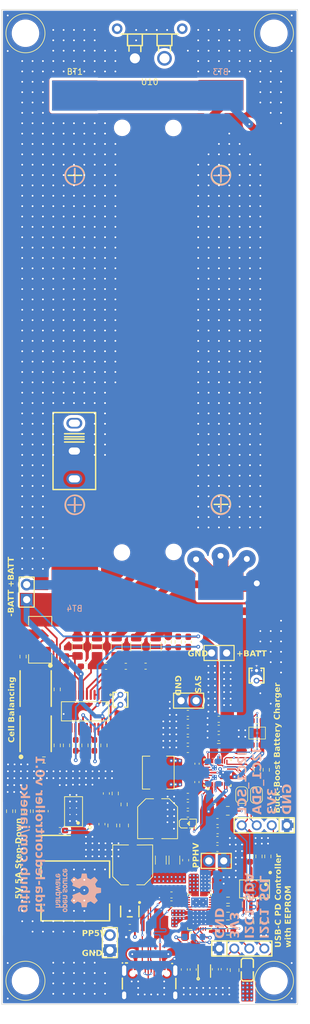
<source format=kicad_pcb>
(kicad_pcb (version 20240108) (generator "pcbnew") (generator_version "8.0")
  (layers (0 "F.Cu" signal) (1 "In1.Cu" power) (2 "In2.Cu" power) (31 "B.Cu" signal) (34 "B.Paste" user) (35 "F.Paste" user) (36 "B.SilkS" user "B.Silkscreen") (37 "F.SilkS" user "F.Silkscreen") (38 "B.Mask" user) (39 "F.Mask" user) (44 "Edge.Cuts" user))
  (net 0 "")
  (net 1 "-BATT")
  (net 2 "Net-(BT1-Pad2)")
  (net 3 "Net-(BT2-Pad2)")
  (net 4 "Net-(BT3-Pad2)")
  (net 5 "C_CC1")
  (net 6 "GND")
  (net 7 "PPHV")
  (net 8 "LDO_1V5")
  (net 9 "LDO_3V3")
  (net 10 "P3V3")
  (net 11 "PP5V")
  (net 12 "SYS")
  (net 13 "Net-(U4-SS)")
  (net 14 "Net-(U4-PH)")
  (net 15 "Net-(U4-BOOT)")
  (net 16 "Net-(C23-Pad2)")
  (net 17 "Net-(U4-COMP)")
  (net 18 "PMID")
  (net 19 "BTST1")
  (net 20 "AGND")
  (net 21 "Net-(C54-Pad2)")
  (net 22 "VBUS")
  (net 23 "I2C_SCL")
  (net 24 "I2C_SDA")
  (net 25 "I2C1_SCL")
  (net 26 "I2C1_SDA")
  (net 27 "Net-(JP5-B)")
  (net 28 "Net-(JP6-B)")
  (net 29 "STAT")
  (net 30 "Net-(U2-A2)")
  (net 31 "Net-(U2-WP)")
  (net 32 "Net-(U2-A1)")
  (net 33 "Net-(U2-A0)")
  (net 34 "Net-(U4-EN)")
  (net 35 "Net-(R10-Pad2)")
  (net 36 "Net-(U4-VSENSE)")
  (net 37 "PROG")
  (net 38 "DRAIN")
  (net 39 "C_USB_P")
  (net 41 "C_USB_N")
  (net 49 "ILIM_HIZ")
  (net 54 "+BATT")
  (net 55 "Net-(U21-SW1)")
  (net 56 "Net-(U21-SW2)")
  (net 57 "Net-(U21-BTST2)")
  (net 58 "Net-(U21-SDRV)")
  (net 59 "Net-(R13-Pad1)")
  (net 64 "TS")
  (net 65 "C_CC2")
  (net 67 "Net-(U5-VC4)")
  (net 68 "Net-(U5-VC3)")
  (net 69 "Net-(U5-VC2)")
  (net 70 "Net-(U5-VC1)")
  (net 71 "Net-(U5-VCO)")
  (net 72 "Net-(U5-VDD)")
  (net 73 "Net-(U5-AVDD)")
  (net 74 "Net-(U5-TS)")
  (net 75 "Net-(U5-VTB)")
  (net 76 "Net-(U5-DSG)")
  (net 77 "Net-(U5-CHG)")
  (net 78 "Net-(U5-LD)")
  (net 79 "Net-(U5-OCDP)")
  (net 80 "Net-(U5-CBI)")
  (net 83 "Net-(U5-PRES)")
  (net 84 "Net-(Q3-D-Pad5)")
  (net 85 "Net-(Q3-G)")
  (net 86 "Net-(U5-SRN)")
  (net 87 "Net-(Q4-G)")
  (footprint "Resistor_SMD:R_1206_3216Metric_Pad1.30x1.75mm_HandSolder" (layer "F.Cu") (at 143.02 140.35 -90)
    (property "Reference" "R25" (hide yes))
    (property "Value" "75")
  )
  (footprint "Capacitor_SMD:C_0603_1608Metric_Pad1.08x0.95mm_HandSolder" (layer "F.Cu") (at 134.675 165.125 90)
    (property "Reference" "C21" (hide yes))
    (property "Value" "10nF/100V")
  )
  (footprint "Capacitor_SMD:C_0805_2012Metric_Pad1.18x1.45mm_HandSolder" (layer "F.Cu") (at 156.35 194.95 90)
    (property "Reference" "C54" (hide yes))
    (property "Value" "4.7uF")
  )
  (footprint "Capacitor_SMD:C_0603_1608Metric_Pad1.08x0.95mm_HandSolder" (layer "F.Cu") (at 161.62 186.9 -90)
    (property "Reference" "C8" (hide yes))
    (property "Value" "0.1uF")
  )
  (footprint "easyeda2kicad:RES-TH_L2.5-W2.5-P1.70-D0.3" (layer "F.Cu") (at 137.05 149.3 90)
    (property "Reference" "R19" (hide yes))
    (property "Value" "103AT-4-050")
  )
  (footprint "easyeda2kicad:SMTSO3030CTJ" (layer "F.Cu") (at 162.99 36.75)
    (property "Reference" "U18" (hide yes))
    (property "Value" "SMTSO3015CTJ" (hide yes))
  )
  (footprint "Capacitor_SMD:C_0603_1608Metric_Pad1.08x0.95mm_HandSolder" (layer "F.Cu") (at 148.45 153.1)
    (property "Reference" "C45" (hide yes))
    (property "Value" "10uF/25V")
  )
  (footprint "Resistor_SMD:R_0603_1608Metric_Pad0.98x0.95mm_HandSolder" (layer "F.Cu") (at 122.825 168.1125 90)
    (property "Reference" "R12" (hide yes))
    (property "Value" "37.4k")
  )
  (footprint "Capacitor_SMD:C_0603_1608Metric_Pad1.08x0.95mm_HandSolder" (layer "F.Cu") (at 148.075 176.3875 90)
    (property "Reference" "C25" (hide yes))
    (property "Value" "10uF")
  )
  (footprint "Capacitor_SMD:C_0603_1608Metric_Pad1.08x0.95mm_HandSolder" (layer "F.Cu") (at 126.825 171.375 180)
    (property "Reference" "C22" (hide yes))
    (property "Value" "0.1uF")
  )
  (footprint "easyeda2kicad:IND-SMD_L11.6-W10.1" (layer "F.Cu") (at 129.425 181.575)
    (property "Reference" "L1" (hide yes))
    (property "Value" "CYA1040-4.7UH")
  )
  (footprint "Capacitor_SMD:C_0603_1608Metric_Pad1.08x0.95mm_HandSolder" (layer "F.Cu") (at 127.9 142.85 90)
    (property "Reference" "C51" (hide yes))
    (property "Value" "100nF")
  )
  (footprint "Resistor_SMD:R_0603_1608Metric_Pad0.98x0.95mm_HandSolder" (layer "F.Cu") (at 155.22 187)
    (property "Reference" "R16" (hide yes))
    (property "Value" "2.2k")
  )
  (footprint "easyeda2kicad:IND-SMD_L5.4-W5.2" (layer "F.Cu") (at 143.45 161.6 90)
    (property "Reference" "L2" (hide yes))
    (property "Value" "APH0518T1R0M")
  )
  (footprint "easyeda2kicad:LED0603-RD" (layer "F.Cu") (at 148.5 170.2)
    (property "Reference" "LED1" (hide yes))
    (property "Value" "LTST-C190GKT")
  )
  (footprint "Capacitor_SMD:C_0805_2012Metric_Pad1.18x1.45mm_HandSolder" (layer "F.Cu") (at 135.675 170.525 -90)
    (property "Reference" "C16" (hide yes))
    (property "Value" "4.7uF/50V")
  )
  (footprint "Capacitor_SMD:C_0603_1608Metric_Pad1.08x0.95mm_HandSolder" (layer "F.Cu") (at 152.265 180.85)
    (property "Reference" "C5" (hide yes))
    (property "Value" "0.1uF")
  )
  (footprint "Capacitor_SMD:C_0603_1608Metric_Pad1.08x0.95mm_HandSolder" (layer "F.Cu") (at 138.635 187.75)
    (property "Reference" "C26" (hide yes))
    (property "Value" "10uF")
  )
  (footprint "Capacitor_SMD:C_0603_1608Metric_Pad1.08x0.95mm_HandSolder" (layer "F.Cu") (at 148.52 139.53 -90)
    (property "Reference" "C53" (hide yes))
    (property "Value" "1uF")
  )
  (footprint "Resistor_SMD:R_0603_1608Metric_Pad0.98x0.95mm_HandSolder" (layer "F.Cu") (at 155.22 188.5)
    (property "Reference" "R15" (hide yes))
    (property "Value" "2.2k")
  )
  (footprint "Capacitor_SMD:C_0603_1608Metric_Pad1.08x0.95mm_HandSolder" (layer "F.Cu") (at 160.0625 156.925 180)
    (property "Reference" "C39" (hide yes))
    (property "Value" "1000pF/50V")
  )
  (footprint "easyeda2kicad:BATTERY-SMD_18650-1S-L77.1-W20.7-1" (layer "F.Cu") (at 154.05 88.5 180)
    (property "Reference" "BT2" (hide yes))
    (property "Value" "BH-18650-B1BA002")
  )
  (footprint "easyeda2kicad:BATTERY-SMD_18650-1S-L77.1-W20.7-1" (layer "F.Cu") (at 129.35 88.56)
    (property "Reference" "BT1")
    (property "Value" "BH-18650-B1BA002")
  )
  (footprint "easyeda2kicad:CAP-SMD_BD6.3-L6.6-W6.6-FD-A" (layer "F.Cu") (at 139.125 177.175 90)
    (property "Reference" "C10" (hide yes))
    (property "Value" "OVZ101M1CTR-0606")
  )
  (footprint "easyeda2kicad:USB-3.1-SMD_U262-161N-4BVC11" (layer "F.Cu") (at 142 196.75)
    (property "Reference" "USB1" (hide yes))
    (property "Value" "U262-16XN-4BVC11")
  )
  (footprint "Capacitor_SMD:C_0603_1608Metric_Pad1.08x0.95mm_HandSolder" (layer "F.Cu") (at 148.45 154.6)
    (property "Reference" "C44" (hide yes))
    (property "Value" "10uF/25V")
  )
  (footprint "Capacitor_SMD:C_0603_1608Metric_Pad1.08x0.95mm_HandSolder" (layer "F.Cu") (at 124.325 168.1125 -90)
    (property "Reference" "C24" (hide yes))
    (property "Value" "22pF/50V")
  )
  (footprint "Capacitor_SMD:C_0603_1608Metric_Pad1.08x0.95mm_HandSolder" (layer "F.Cu") (at 123.425 165.7125 180)
    (property "Reference" "C23" (hide yes))
    (property "Value" "2.2nF/100V")
  )
  (footprint "Resistor_SMD:R_0603_1608Metric_Pad0.98x0.95mm_HandSolder" (layer "F.Cu") (at 158.97 175.75 90)
    (property "Reference" "R1" (hide yes))
    (property "Value" "10k")
  )
  (footprint "easyeda2kicad:WSON-6_L2.0-W2.0-P0.65-BL-EP" (layer "F.Cu") (at 151.2375 195.11)
    (property "Reference" "D2" (hide yes))
    (property "Value" "TVS2200DRVR")
  )
  (footprint "Resistor_SMD:R_0603_1608Metric_Pad0.98x0.95mm_HandSolder" (layer "F.Cu") (at 160.1625 152.825 180)
    (property "Reference" "R14" (hide yes))
    (property "Value" "17.4k")
  )
  (footprint "easyeda2kicad:SMTSO3030CTJ" (layer "F.Cu") (at 120.99 196.75)
    (property "Reference" "U19" (hide yes))
    (property "Value" "SMTSO3015CTJ" (hide yes))
  )
  (footprint "Capacitor_SMD:C_0805_2012Metric_Pad1.18x1.45mm_HandSolder" (layer "F.Cu") (at 155.2 168.05)
    (property "Reference" "C36" (hide yes))
    (property "Value" "4.7uF/25V")
  )
  (footprint "easyeda2kicad:SOT-23-5_L3.0-W1.7-P0.95-LS2.8-BR" (layer "F.Cu") (at 138.635 185.05 90)
    (property "Reference" "U3" (hide yes))
    (property "Value" "TLV75533PDBVR")
  )
  (footprint "easyeda2kicad:HDR-TH_2P-P2.54-V-M" (layer "F.Cu") (at 148.57 149.45)
    (property "Reference" "H4" (hide yes))
    (property "Value" "PZ254V-11-02P")
  )
  (footprint "Resistor_SMD:R_0603_1608Metric_Pad0.98x0.95mm_HandSolder" (layer "F.Cu") (at 118.325 168.1125 90)
    (property "Reference" "R9" (hide yes))
    (property "Value" "51.1k")
  )
  (footprint "easyeda2kicad:SW-TH_XKB_SS-12M11XX" (layer "F.Cu") (at 129.26 107.3 -90)
    (property "Reference" "SW1" (hide yes))
    (property "Value" "SS-12M11G5")
  )
  (footprint "Capacitor_SMD:C_1206_3216Metric_Pad1.33x1.80mm_HandSolder" (layer "F.Cu") (at 146.175 176.375 90)
    (property "Reference" "C18" (hide yes))
    (property "Value" "47uF")
  )
  (footprint "Resistor_SMD:R_0603_1608Metric_Pad0.98x0.95mm_HandSolder" (layer "F.Cu") (at 129.505 157 90)
    (property "Reference" "R48" (hide yes))
    (property "Value" "10k")
  )
  (footprint "Jumper:SolderJumper-2_P1.3mm_Bridged2Bar_Pad1.0x1.5mm" (layer "F.Cu") (at 160.1625 154.925 180)
    (property "Reference" "NT1" (hide yes))
    (property "Value" "NetTie_2")
  )
  (footprint "easyeda2kicad:SOIC-8_L5.0-W4.0-P1.27-LS6.0-BL-EP2.0" (layer "F.Cu") (at 129.125 168.195 90)
    (property "Reference" "U4" (hide yes))
    (property "Value" "TPS54531DDAR")
  )
  (footprint "Capacitor_SMD:C_0603_1608Metric_Pad1.08x0.95mm_HandSolder" (layer "F.Cu") (at 134.61 143.66 180)
    (property "Reference" "C50" (hide yes))
    (property "Value" "100nF")
  )
  (footprint "Resistor_SMD:R_0603_1608Metric_Pad0.98x0.95mm_HandSolder" (layer "F.Cu") (at 160.18 161.13 -90)
    (property "Reference" "R18" (hide yes))
    (property "Value" "5.24k")
  )
  (footprint "easyeda2kicad:HDR-TH_2P-P2.54-V-M" (layer "F.Cu") (at 153.25 176.5 180)
    (property "Reference" "H6" (hide yes))
    (property "Value" "PZ254V-11-02P")
  )
  (footprint "Capacitor_SMD:C_0603_1608Metric_Pad1.08x0.95mm_HandSolder" (layer "F.Cu") (at 149.35 194.85 90)
    (property "Reference" "C57" (hide yes))
    (property "Value" "0.01uF")
  )
  (footprint "Resistor_SMD:R_0603_1608Metric_Pad0.98x0.95mm_HandSolder" (layer "F.Cu") (at 145.13 139.53 -90)
    (property "Reference" "R36" (hide yes))
    (property "Value" "1k")
  )
  (footprint "Capacitor_SMD:C_0603_1608Metric_Pad1.08x0.95mm_HandSolder" (layer "F.Cu") (at 148.45 156.1)
    (property "Reference" "C43" (hide yes))
    (property "Value" "10uF/25V")
  )
  (footprint "Capacitor_SMD:C_0603_1608Metric_Pad1.08x0.95mm_HandSolder" (layer "F.Cu") (at 153.45 172.9)
    (property "Reference" "C34" (hide yes))
    (property "Value" "xxx10uF")
  )
  (footprint "Resistor_SMD:R_0603_1608Metric_Pad0.98x0.95mm_HandSolder" (layer "F.Cu") (at 161.97 175.75 90)
    (property "Reference" "R4" (hide yes))
    (property "Value" "10k")
  )
  (footprint "easyeda2kicad:HDR-TH_2P-P2.54-V-M" (layer "F.Cu") (at 153.725 141.4)
    (property "Reference" "H2" (hide yes))
    (property "Value" "PZ254V-11-02P")
  )
  (footprint "Capacitor_SMD:C_0603_1608Metric_Pad1.08x0.95mm_HandSolder" (layer "F.Cu") (at 153.45 169.85)
    (property "Reference" "C32" (hide yes))
    (property "Value" "10uF")
  )
  (footprint "easyeda2kicad:R2512" (layer "F.Cu") (at 123.485 139.17 -90)
    (property "Reference" "U6" (hide yes))
    (property "Value" "HOYLR2512-3W-3MR-1%")
  )
  (footprint "easyeda2kicad:SMTSO3030CTJ" (layer "F.Cu") (at 163 196.75)
    (property "Reference" "U20" (hide yes))
    (property "Value" "SMTSO3015CTJ" (hide yes))
  )
  (footprint "Resistor_SMD:R_0603_1608Metric_Pad0.98x0.95mm_HandSolder" (layer "F.Cu") (at 146.825 139.53 -90)
    (property "Reference" "C52" (hide yes))
    (property "Value" "1uF" (hide yes))
  )
  (footprint "easyeda2kicad:SOIC-8_L4.9-W3.9-P1.27-LS6.0-BL" (layer "F.Cu") (at 159.72 181.25 180)
    (property "Reference" "U2" (hide yes))
    (property "Value" "CAT24C256WI-GT3")
  )
  (footprint "Capacitor_SMD:C_0603_1608Metric_Pad1.08x0.95mm_HandSolder" (layer "F.Cu") (at 141.31 143.63 180)
    (property "Reference" "C19" (hide yes))
    (property "Value" "100nF")
  )
  (footprint "Capacitor_SMD:C_0603_1608Metric_Pad1.08x0.95mm_HandSolder" (layer "F.Cu") (at 137.96 143.65 180)
    (property "Reference" "C49" (hide yes))
    (property "Value" "100nF")
  )
  (footprint "easyeda2kicad:PQFN-8_L6.0-W5.0-P1.27-LS6.0-BL" (layer "F.Cu") (at 122.725 147.41 180)
    (property "Reference" "Q4" (hide yes))
    (property "Value" "IRFH5302TRPBF")
  )
  (footprint "easyeda2kicad:HDR-TH_2P-P2.54-V-M" (layer "F.Cu") (at 135.27 190.31 90)
    (property "Reference" "H7" (hide yes))
    (property "Value" "PZ254V-11-02P")
  )
  (footprint "easyeda2kicad:HDR-TH_4P-P2.54-V-M" (layer "F.Cu") (at 161.36 170.5 180)
    (property "Reference" "H1" (hide yes))
    (property "Value" "DZ254R-11-04-63")
  )
  (footprint "Resistor_SMD:R_0603_1608Metric_Pad0.98x0.95mm_HandSolder" (layer "F.Cu") (at 155.2425 184.65)
    (property "Reference" "R5" (hide yes))
    (property "Value" "2.2k")
  )
  (footprint "Resistor_SMD:R_0603_1608Metric_Pad0.98x0.95mm_HandSolder" (layer "F.Cu") (at 160.47 175.75 90)
    (property "Reference" "R3" (hide yes))
    (property "Value" "10k")
  )
  (footprint "Resistor_SMD:R_0603_1608Metric_Pad0.98x0.95mm_HandSolder" (layer "F.Cu") (at 127.935 157 -90)
    (property "Reference" "R34" (hide yes))
    (property "Value" "450k")
  )
  (footprint "Capacitor_SMD:C_0603_1608Metric_Pad1.08x0.95mm_HandSolder" (layer "F.Cu") (at 148.45 167.1 180)
    (property "Reference" "C28" (hide yes))
    (property "Value" "10uF")
  )
  (footprint "easyeda2kicad:L0805" (layer "F.Cu") (at 158.5 194.9 -90)
    (property "Reference" "L3" (hide yes))
    (property "Value" "BLM21PG220SN1D")
  )
  (footprint "Resistor_SMD:R_0603_1608Metric_Pad0.98x0.95mm_HandSolder" (layer "F.Cu") (at 155.2425 183.15)
    (property "Reference" "R6" (hide yes))
    (property "Value" "2.2k")
  )
  (footprint "Resistor_SMD:R_0603_1608Metric_Pad0.98x0.95mm_HandSolder" (layer "F.Cu") (at 160.12 186.9 90)
    (property "Reference" "R2" (hide yes))
    (property "Value" "10k")
  )
  (footprint "Capacitor_SMD:C_1206_3216Metric_Pad1.33x1.80mm_HandSolder" (layer "F.Cu") (at 143.875 176.375 90)
    (property "Reference" "C17" (hide yes))
    (property "Value" "47uF")
  )
  (footprint "Resistor_SMD:R_1206_3216Metric_Pad1.30x1.75mm_HandSolder" (layer "F.Cu") (at 133.105 140.35 -90)
    (property "Reference" "R28" (hide yes))
    (property "Value" "75")
  )
  (footprint "Resistor_SMD:R_1206_3216Metric_Pad1.30x1.75mm_HandSolder" (layer "F.Cu") (at 136.41 140.35 -90)
    (property "Reference" "R27" (hide yes))
    (property "Value" "75")
  )
  (footprint "BQ25798RQMR:RQM0029A-MFG" (layer "F.Cu") (at 153.45 161.6 90)
    (property "Reference" "U21" (hide yes))
    (property "Value" "BQ25798RQMR")
  )
  (footprint "Capacitor_SMD:C_0603_1608Metric_Pad1.08x0.95mm_HandSolder" (layer "F.Cu") (at 145.68 182.26 180)
    (property "Reference" "C2" (hide yes))
    (property "Value" "330pF")
  )
  (footprint "Capacitor_SMD:C_0402_1005Metric_Pad0.74x0.62mm_HandSolder" (layer "F.Cu") (at 149.975 163.2 90)
    (property "Reference" "C30" (hide yes))
    (property "Value" "0.1uF")
  )
  (footprint "Resistor_SMD:R_0603_1608Metric_Pad0.98x0.95mm_HandSolder" (layer "F.Cu") (at 124.115 159.47 180)
    (property "Reference" "R31" (hide yes))
    (property "Value" "1M")
  )
  (footprint "Resistor_SMD:R_0603_1608Metric_Pad0.98x0.95mm_HandSolder" (layer "F.Cu") (at 136.175 165.125 -90)
    (property "Reference" "R8" (hide yes))
    (property "Value" "76k")
  )
  (footprint "Resistor_SMD:R_0603_1608Metric_Pad0.98x0.95mm_HandSolder" (layer "F.Cu") (at 153.675 157.2)
    (property "Reference" "R13" (hide yes))
    (property "Value" "100")
  )
  (footprint "Resistor_SMD:R_0603_1608Metric_Pad0.98x0.95mm_HandSolder" (layer "F.Cu") (at 119.825 168.1125 -90)
    (property "Reference" "R10" (hide yes))
    (property "Value" "10.2k")
  )
  (footprint "Resistor_SMD:R_0603_1608Metric_Pad0.98x0.95mm_HandSolder" (layer "F.Cu") (at 121.325 168.1125 90)
    (property "Reference" "R11" (hide yes))
    (property "Value" "1.96k")
  )
  (footprint "easyeda2kicad:HDR-TH_4P-P2.54-V-M" (layer "F.Cu") (at 157.57 191.3)
    (property "Reference" "H3" (hide yes))
    (property "Value" "DZ254R-11-04-63")
  )
  (footprint "Resistor_SMD:R_1206_3216Metric_Pad1.30x1.75mm_HandSolder" (layer "F.Cu") (at 129.8 140.35 -90)
    (property "Reference" "R46" (hide yes))
    (property "Value" "75")
  )
  (footprint "Capacitor_SMD:C_0603_1608Metric_Pad1.08x0.95mm_HandSolder" (layer "F.Cu") (at 148.45 151.6)
    (property "Reference" "C46" (hide yes))
    (property "Value" "10uF/25V")
  )
  (footprint "easyeda2kicad:HDR-TH_2P-P2.54-V-M" (layer "F.Cu") (at 121.2 131.12 90)
    (property "Reference" "H5" (hide yes))
    (property "Value" "PZ254V-11-02P")
  )
  (footprint "easyeda2kicad:TO-277_3P-L5.4-W4.0-LS6.5-TR" (layer "F.Cu") (at 126.775 174.3625)
    (property "Reference" "U15" (hide yes))
    (property "Value" "SB1045L_C2844167")
  )
  (footprint "Capacitor_SMD:C_0603_1608Metric_Pad1.08x0.95mm_HandSolder" (layer "F.Cu") (at 148.45 168.6 180)
    (property "Reference" "C29" (hide yes))
    (property "Value" "10uF")
  )
  (footprint "Capacitor_SMD:C_0603_1608Metric_Pad1.08x0.95mm_HandSolder" (layer "F.Cu") (at 145.68 183.77 180)
    (property "Reference" "C1" (hide yes))
    (property "Value" "330pF")
  )
  (footprint "Resistor_SMD:R_1206_3216Metric_Pad1.30x1.75mm_HandSolder" (layer "F.Cu") (at 139.715 140.35 -90)
    (property "Reference" "R26" (hide yes))
    (property "Value" "75")
  )
  (footprint "Resistor_SMD:R_0603_1608Metric_Pad0.98x0.95mm_HandSolder" (layer "F.Cu") (at 126.365 157 -90)
    (property "Reference" "R33" (hide yes))
    (property "Value" "1k")
  )
  (footprint "Resistor_SMD:R_0603_1608Metric_Pad0.98x0.95mm_HandSolder" (layer "F.Cu") (at 161.7 161.13 90)
    (property "Reference" "R17" (hide yes))
    (property "Value" "30.31k")
  )
  (footprint "easyeda2kicad:CAP-SMD_BD6.3-L6.6-W6.6-FD-A" (layer "F.Cu") (at 143.33 169.39 -90)
    (property "Reference" "C11" (hide yes))
    (property "Value" "OVZ101M1CTR-0606")
  )
  (footprint "Capacitor_SMD:C_0402_1005Metric_Pad0.74x0.62mm_HandSolder" (layer "F.Cu") (at 150 160.1 90)
    (property "Reference" "C41" (hide yes))
    (property "Value" "0.1uF/50V")
  )
  (footprint "easyeda2kicad:SMTSO3030CTJ" (layer "F.Cu") (at 120.99 36.75)
    (property "Reference" "U17" (hide yes))
    (property "Value" "SMTSO3015CTJ" (hide yes))
  )
  (footprint "Resistor_SMD:R_0603_1608Metric_Pad0.98x0.95mm_HandSolder" (layer "F.Cu") (at 137.675 166.975 -90)
    (property "Reference" "R7" (hide yes))
    (property "Value" "665k")
  )
  (footprint "Capacitor_SMD:C_0603_1608Metric_Pad1.08x0.95mm_HandSolder" (layer "F.Cu") (at 153 166.3)
    (property "Reference" "C31" (hide yes))
    (property "Value" "0.1uF")
  )
  (footprint "Capacitor_SMD:C_0603_1608Metric_Pad1.08x0.95mm_HandSolder" (layer "F.Cu") (at 153.675 152.6)
    (property "Reference" "C48" (hide yes))
    (property "Value" "10uF")
  )
  (footprint "Capacitor_SMD:C_0603_1608Metric_Pad1.08x0.95mm_HandSolder" (layer "F.Cu") (at 147.85 194.85 90)
    (property "Reference" "C58" (hide yes))
    (property "Value" "0.01uF")
  )
  (footprint "easyeda2kicad:QFN-38_L6.0-W4.0-P0.40-TL-EP_RJK" (layer "F.Cu") (at 150.42 185.1 90)
    (property "Reference" "U1" (hide yes))
    (property "Value" "TPS25750DRJKR")
  )
  (footprint "Capacitor_SMD:C_0603_1608Metric_Pad1.08x0.95mm_HandSolder" (layer "F.Cu") (at 131.22 143.65 180)
    (property "Reference" "C62" (hide yes))
    (property "Value" "100nF")
  )
  (footprint "easyeda2kicad:CONN-TH_XT30PW-F-1" (layer "F.Cu") (at 142 38.4875 180)
    (property "Reference" "U10")
    (property "Value" "XT30PW-F")
  )
  (footprint "Capacitor_SMD:C_0603_1608Metric_Pad1.08x0.95mm_HandSolder" (layer "F.Cu") (at 154.6 194.8 90)
    (property "Reference" "C55" (hide yes))
    (property "Value" "0.01uF")
  )
  (footprint "Resistor_SMD:R_0603_1608Metric_Pad0.98x0.95mm_HandSolder" (layer "F.Cu") (at 120.595 142.01 90)
    (property "Reference" "R30" (hide yes))
    (property "Value" "1M")
  )
  (footprint "Capacitor_SMD:C_0603_1608Metric_Pad1.08x0.95mm_HandSolder" (layer "F.Cu") (at 153.45 174.4)
    (property "Reference" "C35" (hide yes))
    (property "Value" "xxx10uF")
  )
  (footprint "Resistor_SMD:R_0603_1608Metric_Pad0.98x0.95mm_HandSolder" (layer "F.Cu") (at 134.265 157 -90)
    (property "Reference" "R22" (hide yes))
    (property "Value" "10k")
  )
  (footprint "easyeda2kicad:RES-TH_L2.5-W2.5-P1.70-D0.3" (layer "F.Cu") (at 160.06 145.22 -90)
    (property "Reference" "R20" (hide yes))
    (property "Value" "103AT-4-050")
  )
  (footprint "Resistor_SMD:R_0603_1608Metric_Pad0.98x0.95mm_HandSolder" (layer "F.Cu") (at 132.655 157.0025 -90)
    (property "Reference" "R21" (hide yes))
    (property "Value" "10k")
  )
  (footprint "Resistor_SMD:R_0603_1608Metric_Pad0.98x0.95mm_HandSolder" (layer "F.Cu") (at 126.365 147.55 90)
    (property "Reference" "R32" (hide yes))
    (property "Value" "4.5k")
  )
  (footprint "Capacitor_SMD:C_0603_1608Metric_Pad1.08x0.95mm_HandSolder" (layer "F.Cu") (at 153.1 194.8125 90)
    (property "Reference" "C56" (hide yes))
    (property "Value" "0.01uF")
  )
  (footprint "Capacitor_SMD:C_0603_1608Metric_Pad1.08x0.95mm_HandSolder" (layer "F.Cu") (at 148.45 157.7)
    (property "Reference" "C42" (hide yes))
    (property "Value" "10uF")
  )
  (footprint "easyeda2kicad:TSSOP-24_L7.8-W4.4-P0.65-LS6.4-BL_1" (layer "F.Cu") (at 131.055 151.25 180)
    (property "Reference" "U5" (hide yes))
    (property "Value" "BQ7791502PWR")
  )
  (footprint "Resistor_SMD:R_0603_1608Metric_Pad0.98x0.95mm_HandSolder" (layer "F.Cu") (at 131.055 157 90)
    (property "Reference" "R47" (hide yes))
    (property "Value" "100k")
  )
  (footprint "Jumper:SolderJumper-2_P1.3mm_Bridged_RoundedPad1.0x1.5mm" (layer "F.Cu") (at 160.05 165.4 90)
    (property "Reference" "JP6" (hide yes))
    (property "Value" "SolderJumper_2_Bridged")
  )
  (footprint "Capacitor_SMD:C_0603_1608Metric_Pad1.08x0.95mm_HandSolder" (layer "F.Cu") (at 153.675 154.1)
    (property "Reference" "C47" (hide yes))
    (property "Value" "10uF")
  )
  (footprint "Capacitor_SMD:C_0603_1608Metric_Pad1.08x0.95mm_HandSolder" (layer "F.Cu") (at 133.925 170.3 -90)
    (property "Reference" "C20" (hide yes))
    (property "Value" "10nF/50V")
  )
  (footprint "Jumper:SolderJumper-2_P1.3mm_Bridged_RoundedPad1.0x1.5mm" (layer "F.Cu") (at 157.55 165.4 90)
    (property "Reference" "JP5" (hide yes))
    (property "Value" "SolderJumper_2_Bridged")
  )
  (footprint "Capacitor_SMD:C_0805_2012Metric_Pad1.18x1.45mm_HandSolder" (layer "F.Cu") (at 137.675 170.525 -90)
    (property "Reference" "C15" (hide yes))
    (property "Value" "4.7uF/50V")
  )
  (footprint "Capacitor_SMD:C_0603_1608Metric_Pad1.08x0.95mm_HandSolder" (layer "F.Cu") (at 153.4875 171.4)
    (property "Reference" "C33" (hide yes))
    (property "Value" "10uF")
  )
  (footprint "easyeda2kicad:PQFN-8_L6.0-W5.0-P1.27-LS6.0-BL" (layer "F.Cu") (at 122.725 155.04)
    (property "Reference" "Q3" (hide yes))
    (property "Value" "IRFH5302TRPBF")
  )
  (footprint "Capacitor_SMD:C_0603_1608Metric_Pad1.08x0.95mm_HandSolder" (layer "F.Cu") (at 148.45 165.6 180)
    (property "Reference" "C27" (hide yes))
    (property "Value" "10uF")
  )
  (footprint "Capacitor_SMD:C_0603_1608Metric_Pad1.08x0.95mm_HandSolder" (layer "F.Cu") (at 153.675 155.7)
    (property "Reference" "C40" (hide yes))
    (property "Value" "0.1uF")
  )
  (footprint "easyeda2kicad:BATTERY-SMD_18650-1S-L77.1-W20.7-1" (layer "B.Cu") (at 129.3 88.59)
    (property "Reference" "BT4")
    (property "Value" "BH-18650-B1BA002")
  )
  (footprint "Capacitor_SMD:C_0603_1608Metric_Pad1.08x0.95mm_HandSolder" (layer "B.Cu") (at 152.6825 159.7 180)
    (property "Reference" "C38" (hide yes))
    (property "Value" "0.047uF")
  )
  (footprint "Capacitor_SMD:C_0603_1608Metric_Pad1.08x0.95mm_HandSolder" (layer "B.Cu") (at 147.9 190.2 -90)
    (property "Reference" "C9" (hide yes))
    (property "Value" "10uF")
  )
  (footprint "Capacitor_SMD:C_0805_2012Metric_Pad1.18x1.45mm_HandSolder" (layer "B.Cu") (at 152.2525 178.85)
    (property "Reference" "C4" (hide yes))
    (property "Value" "22uF")
  )
  (footprint "Capacitor_SMD:C_0805_2012Metric_Pad1.18x1.45mm_HandSolder" (layer "B.Cu") (at 152.265 180.85)
    (property "Reference" "C3" (hide yes))
    (property "Value" "22uF")
  )
  (footprint "Capacitor_SMD:C_0603_1608Metric_Pad1.08x0.95mm_HandSolder" (layer "B.Cu") (at 150.905 190.2 -90)
    (property "Reference" "C6" (hide yes))
    (property "Value" "10uF")
  )
  (footprint "Capacitor_SMD:C_0603_1608Metric_Pad1.08x0.95mm_HandSolder" (layer "B.Cu") (at 152.75 163.5)
    (property "Reference" "C37" (hide yes))
    (property "Value" "0.047uF")
  )
  (footprint "Capacitor_SMD:C_0603_1608Metric_Pad1.08x0.95mm_HandSolder" (layer "B.Cu") (at 149.405 190.2 -90)
    (property "Reference" "C7" (hide yes))
    (property "Value" "10uF")
  )
  (footprint "easyeda2kicad:BATTERY-SMD_18650-1S-L77.1-W20.7-1" (layer "B.Cu") (at 154 88.59 180)
    (property "Reference" "BT3")
    (property "Value" "BH-18650-B1BA002")
  )
  (gr_poly (pts (xy 126.878682 178.967163) (xy 126.877599 178.951647) (xy 126.875807 178.936308) (xy 126.873315 178.921168) (xy 126.870132 178.906251) (xy 126.866268 178.891578) (xy 126.861733 178.877172) (xy 126.856536 178.863055) (xy 126.850687 178.84925) (xy 126.844195 178.83578) (xy 126.83707 178.822666) (xy 126.829322 178.809932) (xy 126.82096 178.7976) (xy 126.811994 178.785692) (xy 126.802433 178.774231) (xy 126.792288 178.763239) (xy 126.781567 178.75274) (xy 126.77028 178.742754) (xy 126.758437 178.733306) (xy 126.746048 178.724417) (xy 126.733122 178.71611) (xy 126.719668 178.708407) (xy 126.705697 178.701331) (xy 126.691217 178.694904) (xy 126.67624 178.689149) (xy 126.660773 178.684089) (xy 126.644827 178.679745) (xy 126.628411 178.676141) (xy 126.611535 178.673298) (xy 126.594208 178.67124) (xy 126.576441 178.669988) (xy 126.558243 178.669566) (xy 126.432216 178.669566) (xy 126.432216 179.143234) (xy 126.420736 179.143011) (xy 126.409615 179.14235) (xy 126.398855 179.141258) (xy 126.388456 179.139745) (xy 126.378417 179.13782) (xy 126.36874 179.13549) (xy 126.359423 179.132765) (xy 126.350469 179.129654) (xy 126.341877 179.126165) (xy 126.333647 179.122307) (xy 126.325779 179.118089) (xy 126.318275 179.11352) (xy 126.311133 179.108608) (xy 126.304356 179.103362) (xy 126.297941 179.097792) (xy 126.291892 179.091904) (xy 126.286206 179.08571) (xy 126.280885 179.079216) (xy 126.275929 179.072432) (xy 126.271338 179.065367) (xy 126.267113 179.05803) (xy 126.263254 179.050429) (xy 126.259761 179.042572) (xy 126.256634 179.03447) (xy 126.253874 179.02613) (xy 126.251481 179.017561) (xy 126.249456 179.008772) (xy 126.247798 178.999772) (xy 126.246508 178.99057) (xy 126.245586 178.981174) (xy 126.245033 178.971593) (xy 126.244848 178.961836) (xy 126.245162 178.950841) (xy 126.246096 178.939772) (xy 126.24764 178.92866) (xy 126.249783 178.91754) (xy 126.252514 178.906444) (xy 126.255823 178.895406) (xy 126.259699 178.884458) (xy 126.264131 178.873634) (xy 126.269109 178.862967) (xy 126.274622 178.852489) (xy 126.28066 178.842235) (xy 126.287211 178.832236) (xy 126.294265 178.822527) (xy 126.301811 178.81314) (xy 126.30984 178.804109) (xy 126.318339 178.795466) (xy 126.223851 178.68451) (xy 126.208141 178.698826) (xy 126.193604 178.713641) (xy 126.180217 178.72893) (xy 126.167959 178.744666) (xy 126.156808 178.760823) (xy 126.146742 178.777375) (xy 126.137738 178.794295) (xy 126.129776 178.811557) (xy 126.122832 178.829136) (xy 126.116886 178.847004) (xy 126.111914 178.865136) (xy 126.107896 178.883505) (xy 126.104809 178.902085) (xy 126.102631 178.92085) (xy 126.10134 178.939774) (xy 126.100915 178.95883) (xy 126.101833 178.988319) (xy 126.104747 179.018102) (xy 126.109893 179.047875) (xy 126.117509 179.077335) (xy 126.127831 179.10618) (xy 126.134081 179.120276) (xy 126.141096 179.134106) (xy 126.148907 179.14763) (xy 126.157542 179.16081) (xy 126.167032 179.17361) (xy 126.177406 179.18599) (xy 126.188694 179.197914) (xy 126.200924 179.209342) (xy 126.214128 179.220238) (xy 126.228335 179.230564) (xy 126.243573 179.240281) (xy 126.259874 179.249352) (xy 126.277266 179.257739) (xy 126.295779 179.265403) (xy 126.315443 179.272308) (xy 126.336287 179.278415) (xy 126.358341 179.283687) (xy 126.381635 179.288085) (xy 126.406198 179.291571) (xy 126.43206 179.294108) (xy 126.459251 179.295659) (xy 126.487799 179.296184) (xy 126.514904 179.295702) (xy 126.54086 179.294279) (xy 126.5582 179.292651) (xy 126.5582 179.143234) (xy 126.5582 178.822432) (xy 126.568865 178.823028) (xy 126.579212 178.823977) (xy 126.58924 178.825274) (xy 126.598948 178.82691) (xy 126.608335 178.82888) (xy 126.617399 178.831176) (xy 126.626138 178.833791) (xy 126.634552 178.836719) (xy 126.642638 178.839952) (xy 126.650396 178.843485) (xy 126.657824 178.847308) (xy 126.664921 178.851417) (xy 126.671685 178.855804) (xy 126.678115 178.860462) (xy 126.68421 178.865385) (xy 126.689968 178.870565) (xy 126.695388 178.875995) (xy 126.700468 178.881669) (xy 126.705207 178.88758) (xy 126.709603 178.89372) (xy 126.713656 178.900084) (xy 126.717364 178.906664) (xy 126.720725 178.913453) (xy 126.723739 178.920444) (xy 126.726403 178.927631) (xy 126.728716 178.935006) (xy 126.730677 178.942563) (xy 126.732285 178.950295) (xy 126.733538 178.958195) (xy 126.734435 178.966256) (xy 126.734974 178.974471) (xy 126.735154 178.982833) (xy 126.734974 178.991199) (xy 126.734435 178.999426) (xy 126.733538 179.007506) (xy 126.732285 179.015431) (xy 126.730677 179.023194) (xy 126.728716 179.030786) (xy 126.726403 179.038201) (xy 126.723739 179.04543) (xy 126.720725 179.052466) (xy 126.717364 179.0593) (xy 126.713656 179.065926) (xy 126.709604 179.072336) (xy 126.705207 179.078521) (xy 126.700468 179.084475) (xy 126.695388 179.090189) (xy 126.689968 179.095656) (xy 126.68421 179.100869) (xy 126.678116 179.105818) (xy 126.671685 179.110498) (xy 126.664921 179.114899) (xy 126.657824 179.119015) (xy 126.650396 179.122837) (xy 126.642638 179.126359) (xy 126.634552 179.129571) (xy 126.626138 179.132467) (xy 126.617399 179.135039) (xy 126.608335 179.13728) (xy 126.598949 179.13918) (xy 126.58924 179.140734) (xy 126.579212 179.141932) (xy 126.568865 179.142768) (xy 126.5582 179.143234) (xy 126.5582 179.292651) (xy 126.565685 179.291949) (xy 126.589399 179.288746) (xy 126.61202 179.284704) (xy 126.633568 179.279858) (xy 126.654061 179.27424) (xy 126.673518 179.267886) (xy 126.691959 179.260829) (xy 126.709402 179.253103) (xy 126.725866 179.244742) (xy 126.74137 179.235781) (xy 126.755933 179.226253) (xy 126.769574 179.216193) (xy 126.782312 179.205634) (xy 126.794166 179.19461) (xy 126.805155 179.183156) (xy 126.815297 179.171306) (xy 126.824612 179.159093) (xy 126.833119 179.146552) (xy 126.840836 179.133716) (xy 126.847783 179.12062) (xy 126.853979 179.107298) (xy 126.859441 179.093784) (xy 126.864191 179.080111) (xy 126.868245 179.066314) (xy 126.871624 179.052427) (xy 126.874346 179.038485) (xy 126.877895 179.010567) (xy 126.879045 178.982833)) (stroke (width 0.032)) (fill solid) (layer "B.SilkS"))
  (gr_poly (pts (xy 133.762912 181.130394) (xy 133.762792 181.128783) (xy 133.762595 181.127179) (xy 133.762322 181.125586) (xy 133.761976 181.124005) (xy 133.761559 181.12244) (xy 133.761072 181.120892) (xy 133.760517 181.119364) (xy 133.759897 181.117859) (xy 133.759213 181.116378) (xy 133.758468 181.114924) (xy 133.757663 181.1135) (xy 133.756801 181.112108) (xy 133.755883 181.11075) (xy 133.754911 181.109428) (xy 133.753887 181.108146) (xy 133.752814 181.106905) (xy 133.751693 181.105708) (xy 133.750526 181.104557) (xy 133.749316 181.103455) (xy 133.748063 181.102403) (xy 133.746771 181.101405) (xy 133.745441 181.100463) (xy 133.744075 181.099579) (xy 133.742675 181.098755) (xy 133.741243 181.097995) (xy 133.739781 181.097299) (xy 133.738291 181.096671) (xy 133.736775 181.096114) (xy 133.735235 181.095629) (xy 133.733673 181.095218) (xy 133.732091 181.094885) (xy 133.012297 180.9609) (xy 133.010702 180.960561) (xy 133.009102 180.96015) (xy 133.005896 180.95912) (xy 133.0027 180.957827) (xy 132.999535 180.95629) (xy 132.996421 180.954527) (xy 132.993381 180.952554) (xy 132.990434 180.950392) (xy 132.987601 180.948057) (xy 132.984904 180.945568) (xy 132.982364 180.942943) (xy 132.98 180.940199) (xy 132.977835 180.937355) (xy 132.975888 180.934429) (xy 132.974182 180.93144) (xy 132.973425 180.929926) (xy 132.972737 180.928404) (xy 132.972118 180.926874) (xy 132.971573 180.92534) (xy 132.774088 180.442909) (xy 132.772768 180.439912) (xy 132.771666 180.436734) (xy 132.77078 180.433402) (xy 132.770106 180.429944) (xy 132.769645 180.426389) (xy 132.769393 180.422765) (xy 132.769349 180.419099) (xy 132.76951 180.415419) (xy 132.769876 180.411754) (xy 132.770443 180.408131) (xy 132.771211 180.404579) (xy 132.772177 180.401125) (xy 132.773339 180.397797) (xy 132.774695 180.394623) (xy 132.776243 180.391631) (xy 132.777982 180.38885) (xy 133.190648 179.787505) (xy 133.19153 179.78615) (xy 133.192344 179.784756) (xy 133.193089 179.783324) (xy 133.193766 179.781858) (xy 133.194375 179.780362) (xy 133.194917 179.778837) (xy 133.195392 179.777288) (xy 133.195799 179.775717) (xy 133.19614 179.774127) (xy 133.196414 179.772522) (xy 133.196765 179.769277) (xy 133.196852 179.766006) (xy 133.19668 179.762735) (xy 133.19625 179.759486) (xy 133.195564 179.756285) (xy 133.194625 179.753157) (xy 133.19406 179.751627) (xy 133.193434 179.750125) (xy 133.192745 179.748653) (xy 133.191994 179.747215) (xy 133.191181 179.745813) (xy 133.190307 179.74445) (xy 133.189372 179.74313) (xy 133.188376 179.741856) (xy 133.18732 179.74063) (xy 133.186203 179.739456) (xy 132.679769 179.233023) (xy 132.678595 179.231906) (xy 132.677369 179.23085) (xy 132.676094 179.229855) (xy 132.674774 179.228921) (xy 132.67341 179.228049) (xy 132.672007 179.227239) (xy 132.669094 179.225803) (xy 132.666059 179.224618) (xy 132.662927 179.223684) (xy 132.659722 179.223003) (xy 132.65647 179.222577) (xy 132.653194 179.222408) (xy 132.64992 179.222498) (xy 132.646671 179.222849) (xy 132.643473 179.223462) (xy 132.64035 179.22434) (xy 132.638824 179.224878) (xy 132.637327 179.225484) (xy 132.63586 179.226156) (xy 132.634428 179.226896) (xy 132.633033 179.227703) (xy 132.631678 179.228578) (xy 132.040705 179.634047) (xy 132.037912 179.635791) (xy 132.034915 179.637339) (xy 132.031743 179.638688) (xy 132.028422 179.639839) (xy 132.024981 179.640787) (xy 132.021444 179.641533) (xy 132.017842 179.642074) (xy 132.014199 179.642408) (xy 132.010544 179.642534) (xy 132.006904 179.642449) (xy 132.003306 179.642153) (xy 131.999777 179.641643) (xy 131.996345 179.640918) (xy 131.993037 179.639976) (xy 131.989879 179.638815) (xy 131.986899 179.637434) (xy 131.489229 179.424116) (xy 131.486173 179.422897) (xy 131.483145 179.421399) (xy 131.480163 179.419643) (xy 131.477245 179.41765) (xy 131.474409 179.41544) (xy 131.471674 179.413036) (xy 131.469056 179.410458) (xy 131.466575 179.407727) (xy 131.464248 179.404865) (xy 131.462094 179.401892) (xy 131.460129 179.398831) (xy 131.458374 179.395701) (xy 131.456844 179.392524) (xy 131.45556 179.389322) (xy 131.454537 179.386115) (xy 131.453796 179.382925) (xy 131.324383 178.687008) (xy 131.324042 178.685429) (xy 131.323625 178.683871) (xy 131.323134 178.682335) (xy 131.32257 178.680822) (xy 131.321938 178.679335) (xy 131.321238 178.677876) (xy 131.320473 178.676447) (xy 131.319646 178.675049) (xy 131.317814 178.672358) (xy 131.31576 178.669817) (xy 131.313504 178.667444) (xy 131.311064 178.665254) (xy 131.308458 178.663262) (xy 131.305706 178.661486) (xy 131.302827 178.65994) (xy 131.301345 178.659259) (xy 131.299838 178.658641) (xy 131.298309 178.658089) (xy 131.29676 178.657605) (xy 131.295193 178.65719) (xy 131.29361 178.656847) (xy 131.292014 178.656578) (xy 131.290408 178.656384) (xy 131.288793 178.656268) (xy 131.287172 178.656231) (xy 130.570934 178.656316) (xy 130.569317 178.656357) (xy 130.567705 178.656477) (xy 130.5661 178.656674) (xy 130.564505 178.656948) (xy 130.562923 178.657295) (xy 130.561355 178.657713) (xy 130.559805 178.658201) (xy 130.558275 178.658757) (xy 130.556767 178.659378) (xy 130.555283 178.660063) (xy 130.553826 178.66081) (xy 130.552399 178.661616) (xy 130.551003 178.66248) (xy 130.549642 178.663399) (xy 130.548317 178.664372) (xy 130.547032 178.665397) (xy 130.545788 178.666471) (xy 130.544588 178.667593) (xy 130.543435 178.66876) (xy 130.54233 178.669971) (xy 130.541277 178.671224) (xy 130.540277 178.672516) (xy 130.539333 178.673846) (xy 130.538448 178.675211) (xy 130.537624 178.67661) (xy 130.536863 178.678041) (xy 130.536168 178.679501) (xy 130.535542 178.680989) (xy 130.534986 178.682503) (xy 130.534503 178.68404) (xy 130.534095 178.685598) (xy 130.533766 178.687177) (xy 130.407443 179.365992) (xy 130.407116 179.36759) (xy 130.406714 179.369191) (xy 130.406241 179.370794) (xy 130.405698 179.372394) (xy 130.404413 179.375581) (xy 130.402879 179.37873) (xy 130.401113 179.381822) (xy 130.399135 179.384836) (xy 130.396963 179.387753) (xy 130.394616 179.390551) (xy 130.392112 179.393211) (xy 130.389469 179.395712) (xy 130.386708 179.398034) (xy 130.383845 179.400157) (xy 130.3809 179.402061) (xy 130.377891 179.403725) (xy 130.374837 179.405128) (xy 130.373298 179.405726) (xy 130.371756 179.406251) (xy 129.842378 179.618172) (xy 129.839367 179.619483) (xy 129.836178 179.620576) (xy 129.832839 179.621453) (xy 129.829377 179.622116) (xy 129.82582 179.622568) (xy 129.822196 179.62281) (xy 129.818532 179.622845) (xy 129.814856 179.622675) (xy 129.811195 179.622302) (xy 129.807577 179.621728) (xy 129.80403 179.620956) (xy 129.800581 179.619988) (xy 129.797258 179.618825) (xy 129.794088 179.61747) (xy 129.791099 179.615925) (xy 129.788318 179.614193) (xy 129.226428 179.228579) (xy 129.225073 179.227696) (xy 129.223677 179.226883) (xy 129.222245 179.226137) (xy 129.220777 179.22546) (xy 129.219279 179.224851) (xy 129.217752 179.224309) (xy 129.2162 179.223835) (xy 129.214627 179.223427) (xy 129.213034 179.223086) (xy 129.211425 179.222812) (xy 129.208173 179.222462) (xy 129.204895 179.222374) (xy 129.201615 179.222546) (xy 129.198359 179.222976) (xy 129.19515 179.223662) (xy 129.192015 179.224602) (xy 129.190482 179.225166) (xy 129.188977 179.225792) (xy 129.187502 179.226481) (xy 129.186061 179.227232) (xy 129.184657 179.228045) (xy 129.183292 179.228919) (xy 129.181971 179.229854) (xy 129.180695 179.23085) (xy 129.179469 179.231906) (xy 129.178295 179.233023) (xy 128.671861 179.739542) (xy 128.670752 179.740708) (xy 128.669703 179.741927) (xy 128.668713 179.743196) (xy 128.667784 179.744511) (xy 128.666916 179.74587) (xy 128.666109 179.747269) (xy 128.664678 179.750175) (xy 128.663494 179.753205) (xy 128.662559 179.756333) (xy 128.661876 179.759536) (xy 128.661447 179.762788) (xy 128.661274 179.766064) (xy 128.661359 179.76934) (xy 128.661704 179.77259) (xy 128.662312 179.77579) (xy 128.663185 179.778915) (xy 128.663722 179.780442) (xy 128.664325 179.78194) (xy 128.664996 179.783407) (xy 128.665735 179.78484) (xy 128.666541 179.786235) (xy 128.667416 179.78759) (xy 129.046257 180.339574) (xy 129.047984 180.342349) (xy 129.049499 180.345321) (xy 129.0508 180.348463) (xy 129.051887 180.351748) (xy 129.05276 180.355149) (xy 129.053419 180.358639) (xy 129.053862 180.362192) (xy 129.054089 180.365779) (xy 129.0541 180.369374) (xy 129.053894 180.37295) (xy 129.05347 180.37648) (xy 129.052829 180.379937) (xy 129.05197 180.383293) (xy 129.050892 180.386522) (xy 129.049594 180.389597) (xy 129.048077 180.392491) (xy 128.918114 180.635908) (xy 128.917422 180.637363) (xy 128.916814 180.638831) (xy 128.916288 180.640308) (xy 128.915844 180.641792) (xy 128.915481 180.643281) (xy 128.915198 180.644771) (xy 128.914994 180.646262) (xy 128.914868 180.647749) (xy 128.914819 180.64923) (xy 128.914846 180.650703) (xy 128.914949 180.652165) (xy 128.915126 180.653615) (xy 128.915376 180.655048) (xy 128.915699 180.656463) (xy 128.916093 180.657857) (xy 128.916558 180.659228) (xy 128.917093 180.660573) (xy 128.917696 180.661889) (xy 128.918368 180.663175) (xy 128.919106 180.664427) (xy 128.91991 180.665643) (xy 128.92078 180.66682) (xy 128.921713 180.667956) (xy 128.92271 180.669049) (xy 128.923769 180.670095) (xy 128.924889 180.671093) (xy 128.926069 180.672039) (xy 128.927309 180.672931) (xy 128.928608 180.673768) (xy 128.929964 180.674545) (xy 128.931377 180.675261) (xy 128.932846 180.675913) (xy 130.145611 181.177775) (xy 130.14712 181.178355) (xy 130.148651 181.178858) (xy 130.150203 181.179286) (xy 130.151772 181.179638) (xy 130.153355 181.179917) (xy 130.154949 181.180122) (xy 130.156552 181.180256) (xy 130.15816 181.180319) (xy 130.159772 181.180311) (xy 130.161383 181.180234) (xy 130.162991 181.180089) (xy 130.164593 181.179877) (xy 130.166186 181.179599) (xy 130.167768 181.179256) (xy 130.169335 181.178849) (xy 130.170884 181.178378) (xy 130.172413 181.177845) (xy 130.173919 181.177251) (xy 130.175399 181.176596) (xy 130.17685 181.175882) (xy 130.178269 181.17511) (xy 130.179654 181.17428) (xy 130.181 181.173394) (xy 130.182306 181.172452) (xy 130.183569 181.171457) (xy 130.184785 181.170407) (xy 130.185953 181.169305) (xy 130.187068 181.168152) (xy 130.188128 181.166948) (xy 130.189131 181.165694) (xy 130.190072 181.164392) (xy 130.19095 181.163042) (xy 130.228246 181.102125) (xy 130.231038 181.09774) (xy 130.234225 181.093059) (xy 130.237738 181.088169) (xy 130.241507 181.08316) (xy 130.245462 181.078118) (xy 130.249534 181.073133) (xy 130.253654 181.068293) (xy 130.257752 181.063686) (xy 130.285355 181.02336) (xy 130.315325 180.984874) (xy 130.347557 180.948333) (xy 130.381948 180.913843) (xy 130.418392 180.881509) (xy 130.456786 180.851435) (xy 130.497025 180.823727) (xy 130.539004 180.798489) (xy 130.58262 180.775827) (xy 130.627767 180.755846) (xy 130.674341 180.73865) (xy 130.722239 180.724346) (xy 130.771354 180.713037) (xy 130.821584 180.70483) (xy 130.872823 180.699828) (xy 130.924968 180.698138) (xy 130.96573 180.699168) (xy 131.005957 180.702227) (xy 131.045599 180.707264) (xy 131.084606 180.71423) (xy 131.122928 180.723074) (xy 131.160517 180.733748) (xy 131.197321 180.746201) (xy 131.233292 180.760383) (xy 131.268379 180.776245) (xy 131.302533 180.793737) (xy 131.335704 180.812809) (xy 131.367842 180.833411) (xy 131.398897 180.855494) (xy 131.42882 180.879008) (xy 131.457561 180.903903) (xy 131.485069 180.93013) (xy 131.511297 180.957638) (xy 131.536193 180.986377) (xy 131.559707 181.016299) (xy 131.581791 181.047353) (xy 131.602394 181.079489) (xy 131.621466 181.112658) (xy 131.638959 181.14681) (xy 131.654821 181.181895) (xy 131.669003 181.217863) (xy 131.681456 181.254665) (xy 131.69213 181.292251) (xy 131.700974 181.33057) (xy 131.70794 181.369574) (xy 131.712977 181.409213) (xy 131.716036 181.449436) (xy 131.717067 181.490194) (xy 131.716036 181.530953) (xy 131.712977 181.571176) (xy 131.70794 181.610815) (xy 131.700974 181.64982) (xy 131.69213 181.688141) (xy 131.681456 181.725728) (xy 131.669003 181.762531) (xy 131.654821 181.798501) (xy 131.638959 181.833587) (xy 131.621466 181.867741) (xy 131.602394 181.900911) (xy 131.581791 181.93305) (xy 131.559707 181.964105) (xy 131.536193 181.994029) (xy 131.511297 182.02277) (xy 131.485069 182.05028) (xy 131.457561 182.076508) (xy 131.42882 182.101405) (xy 131.398897 182.124921) (xy 131.367842 182.147006) (xy 131.335704 182.167611) (xy 131.302533 182.186684) (xy 131.268379 182.204178) (xy 131.233292 182.220041) (xy 131.197321 182.234225) (xy 131.160517 182.246679) (xy 131.122928 182.257354) (xy 131.084606 182.266199) (xy 131.045599 182.273166) (xy 131.005957 182.278203) (xy 130.96573 182.281262) (xy 130.924968 182.282293) (xy 130.898789 182.281868) (xy 130.872823 182.280602) (xy 130.847084 182.278508) (xy 130.821584 182.275599) (xy 130.796336 182.271889) (xy 130.771354 182.26739) (xy 130.746651 182.262116) (xy 130.722239 182.256079) (xy 130.698131 182.249293) (xy 130.674341 182.241772) (xy 130.650882 182.233528) (xy 130.627767 182.224574) (xy 130.605008 182.214924) (xy 130.58262 182.20459) (xy 130.539004 182.181926) (xy 130.497025 182.156687) (xy 130.456786 182.128978) (xy 130.418392 182.098903) (xy 130.381947 182.06657) (xy 130.347557 182.032082) (xy 130.315324 181.995545) (xy 130.285355 181.957064) (xy 130.257752 181.916745) (xy 130.253654 181.912112) (xy 130.249534 181.907255) (xy 130.245462 181.90226) (xy 130.241507 181.897213) (xy 130.237738 181.8922) (xy 130.234225 181.887306) (xy 130.231038 181.882618) (xy 130.228246 181.878221) (xy 130.19095 181.817304) (xy 130.190072 181.815946) (xy 130.189131 181.814637) (xy 130.188128 181.813378) (xy 130.187068 181.812168) (xy 130.185953 181.81101) (xy 130.184785 181.809904) (xy 130.182306 181.807852) (xy 130.179654 181.80602) (xy 130.17685 181.804416) (xy 130.173919 181.803047) (xy 130.170884 181.801921) (xy 130.167768 181.801045) (xy 130.164593 181.800428) (xy 130.161383 181.800076) (xy 130.15816 181.799998) (xy 130.154949 181.800201) (xy 130.153355 181.80041) (xy 130.151772 181.800692) (xy 130.150203 181.801049) (xy 130.148651 181.80148) (xy 130.14712 181.801987) (xy 130.145611 181.802572) (xy 128.932888 182.304475) (xy 128.931419 182.305127) (xy 128.930006 182.305844) (xy 128.928649 182.306621) (xy 128.92735 182.307458) (xy 128.926109 182.308352) (xy 128.924927 182.309299) (xy 128.923806 182.310298) (xy 128.922746 182.311345) (xy 128.921748 182.312439) (xy 128.920813 182.313576) (xy 128.919942 182.314755) (xy 128.919137 182.315972) (xy 128.918397 182.317226) (xy 128.917725 182.318512) (xy 128.91712 182.31983) (xy 128.916584 182.321176) (xy 128.916118 182.322548) (xy 128.915723 182.323943) (xy 128.9154 182.325358) (xy 128.915149 182.326792) (xy 128.914972 182.328242) (xy 128.914869 182.329704) (xy 128.914842 182.331177) (xy 128.914892 182.332658) (xy 128.915019 182.334144) (xy 128.915224 182.335632) (xy 128.915509 182.337122) (xy 128.915874 182.338608) (xy 128.91632 182.34009) (xy 128.916848 182.341564) (xy 128.91746 182.343029) (xy 128.918156 182.34448) (xy 129.048119 182.587897) (xy 129.049636 182.590784) (xy 129.050932 182.593854) (xy 129.052008 182.597079) (xy 129.052865 182.600434) (xy 129.053504 182.60389) (xy 129.053924 182.60742) (xy 129.054128 182.610997) (xy 129.054115 182.614593) (xy 129.053886 182.618183) (xy 129.053442 182.621738) (xy 129.052784 182.62523) (xy 129.051911 182.628634) (xy 129.050826 182.631922) (xy 129.049529 182.635065) (xy 129.048019 182.638039) (xy 129.046299 182.640814) (xy 128.667458 183.192756) (xy 128.666583 183.194114) (xy 128.665777 183.195513) (xy 128.665038 183.196949) (xy 128.664367 183.198418) (xy 128.663764 183.199919) (xy 128.663227 183.201447) (xy 128.662758 183.203) (xy 128.662354 183.204574) (xy 128.662017 183.206167) (xy 128.661746 183.207776) (xy 128.661401 183.211027) (xy 128.661316 183.214303) (xy 128.661489 183.217579) (xy 128.661918 183.220831) (xy 128.662601 183.224034) (xy 128.663536 183.227164) (xy 128.664097 183.228693) (xy 128.66472 183.230195) (xy 128.665404 183.231666) (xy 128.666151 183.233104) (xy 128.666958 183.234504) (xy 128.667826 183.235865) (xy 128.668755 183.237182) (xy 128.669744 183.238454) (xy 128.670794 183.239676) (xy 128.671903 183.240846) (xy 129.178337 183.747365) (xy 129.179511 183.748478) (xy 129.180737 183.749531) (xy 129.182013 183.750524) (xy 129.183334 183.751456) (xy 129.184699 183.752327) (xy 129.186103 183.753137) (xy 129.189019 183.754572) (xy 129.192057 183.755759) (xy 129.195192 183.756696) (xy 129.198401 183.757381) (xy 129.201657 183.75781) (xy 129.204937 183.757983) (xy 129.208215 183.757897) (xy 129.211467 183.757549) (xy 129.214669 183.756937) (xy 129.217794 183.75606) (xy 129.219321 183.755521) (xy 129.22082 183.754914) (xy 129.222287 183.75424) (xy 129.22372 183.753498) (xy 129.225115 183.752688) (xy 129.22647 183.75181) (xy 129.78836 183.366238) (xy 129.791141 183.364491) (xy 129.79413 183.362934) (xy 129.7973 183.36157) (xy 129.800623 183.3604) (xy 129.804072 183.359427) (xy 129.807619 183.358651) (xy 129.811237 183.358076) (xy 129.814898 183.357702) (xy 129.818574 183.357533) (xy 129.822238 183.357569) (xy 129.825862 183.357813) (xy 129.829419 183.358267) (xy 129.832881 183.358932) (xy 129.83622 183.359811) (xy 129.839409 183.360905) (xy 129.84242 183.362216) (xy 130.371798 183.574137) (xy 130.373341 183.574659) (xy 130.374879 183.575254) (xy 130.377933 183.576655) (xy 130.380942 183.578319) (xy 130.383887 183.580225) (xy 130.38675 183.582353) (xy 130.389512 183.584682) (xy 130.392154 183.587191) (xy 130.394658 183.589858) (xy 130.397006 183.592664) (xy 130.399178 183.595588) (xy 130.401156 183.598609) (xy 130.402921 183.601706) (xy 130.404455 183.604858) (xy 130.40574 183.608044) (xy 130.406756 183.611245) (xy 130.407158 183.612844) (xy 130.407485 183.614438) (xy 130.533808 184.293253) (xy 130.534137 184.294835) (xy 130.534545 184.296397) (xy 130.535028 184.297937) (xy 130.535584 184.299453) (xy 130.53621 184.300943) (xy 130.536905 184.302405) (xy 130.537666 184.303837) (xy 130.53849 184.305237) (xy 130.539375 184.306603) (xy 130.540319 184.307933) (xy 130.542372 184.310478) (xy 130.54463 184.312855) (xy 130.547074 184.315049) (xy 130.549684 184.317045) (xy 130.552441 184.318826) (xy 130.555325 184.320376) (xy 130.558317 184.321679) (xy 130.559847 184.322234) (xy 130.561398 184.322721) (xy 130.562965 184.323138) (xy 130.564547 184.323484) (xy 130.566142 184.323757) (xy 130.567747 184.323954) (xy 130.569359 184.324074) (xy 130.570977 184.324114) (xy 131.287214 184.324156) (xy 131.288831 184.324116) (xy 131.290443 184.323997) (xy 131.292046 184.3238) (xy 131.293638 184.323528) (xy 131.295218 184.323183) (xy 131.296782 184.322767) (xy 131.298329 184.322281) (xy 131.299856 184.321728) (xy 131.30136 184.321109) (xy 131.30284 184.320426) (xy 131.304293 184.319683) (xy 131.305716 184.318879) (xy 131.307108 184.318018) (xy 131.308466 184.317101) (xy 131.309787 184.31613) (xy 131.311069 184.315108) (xy 131.31231 184.314035) (xy 131.313508 184.312915) (xy 131.314659 184.311749) (xy 131.315763 184.310539) (xy 131.316816 184.309286) (xy 131.317815 184.307994) (xy 131.31876 184.306664) (xy 131.319647 184.305297) (xy 131.320474 184.303896) (xy 131.321238 184.302463) (xy 131.321938 184.300999) (xy 131.32257 184.299507) (xy 131.323134 184.297989) (xy 131.323625 184.296446) (xy 131.324042 184.294881) (xy 131.324383 184.293295) (xy 131.453796 183.59742) (xy 131.45413 183.595821) (xy 131.454537 183.594215) (xy 131.45556 183.590997) (xy 131.456844 183.587786) (xy 131.458374 183.584602) (xy 131.460129 183.581468) (xy 131.462094 183.578404) (xy 131.464248 183.575431) (xy 131.466575 183.57257) (xy 131.469056 183.569842) (xy 131.471674 183.567268) (xy 131.474409 183.564869) (xy 131.477245 183.562666) (xy 131.480163 183.560679) (xy 131.483145 183.55893) (xy 131.486173 183.55744) (xy 131.487699 183.556799) (xy 131.489229 183.55623) (xy 131.986899 183.34287) (xy 131.989879 183.341496) (xy 131.993037 183.340341) (xy 131.996345 183.339404) (xy 131.999777 183.338683) (xy 132.003306 183.338176) (xy 132.006904 183.337882) (xy 132.010544 183.337798) (xy 132.014199 183.337922) (xy 132.017842 183.338253) (xy 132.021444 183.33879) (xy 132.024981 183.339529) (xy 132.028422 183.340471) (xy 132.031743 183.341611) (xy 132.034915 183.34295) (xy 132.037912 183.344485) (xy 132.040705 183.346214) (xy 132.631678 183.751725) (xy 132.633033 183.752607) (xy 132.634428 183.753421) (xy 132.63586 183.754165) (xy 132.637327 183.754842) (xy 132.638824 183.75545) (xy 132.64035 183.755991) (xy 132.641901 183.756464) (xy 132.643473 183.756871) (xy 132.645064 183.75721) (xy 132.646671 183.757483) (xy 132.64992 183.757831) (xy 132.653194 183.757916) (xy 132.65647 183.757742) (xy 132.659722 183.75731) (xy 132.662927 183.756623) (xy 132.666059 183.755683) (xy 132.66759 183.755119) (xy 132.669094 183.754493) (xy 132.670567 183.753805) (xy 132.672007 183.753056) (xy 132.67341 183.752245) (xy 132.674774 183.751373) (xy 132.676094 183.75044) (xy 132.677369 183.749447) (xy 132.678595 183.748393) (xy 132.679769 183.74728) (xy 133.186203 183.240804) (xy 133.18732 183.239634) (xy 133.188376 183.238411) (xy 133.189372 183.23714) (xy 133.190307 183.235822) (xy 133.191181 183.234462) (xy 133.191994 183.233061) (xy 133.193434 183.230152) (xy 133.194624 183.227121) (xy 133.195564 183.223991) (xy 133.19625 183.220788) (xy 133.19668 183.217536) (xy 133.196852 183.21426) (xy 133.196764 183.210984) (xy 133.196414 183.207733) (xy 133.195799 183.204531) (xy 133.194917 183.201404) (xy 133.194375 183.199876) (xy 133.193766 183.198375) (xy 133.193089 183.196906) (xy 133.192344 183.19547) (xy 133.19153 183.194072) (xy 133.190648 183.192713) (xy 132.777982 182.591411) (xy 132.776243 182.588637) (xy 132.774695 182.585651) (xy 132.773339 182.582483) (xy 132.772177 182.57916) (xy 132.771211 182.575709) (xy 132.770443 182.572159) (xy 132.769876 182.568538) (xy 132.76951 182.564873) (xy 132.769349 182.561193) (xy 132.769393 182.557525) (xy 132.769645 182.553898) (xy 132.770106 182.55034) (xy 132.770779 182.546878) (xy 132.771666 182.543541) (xy 132.772768 182.540356) (xy 132.774088 182.537351) (xy 132.971573 182.054878) (xy 132.972737 182.051807) (xy 132.974182 182.048766) (xy 132.975888 182.045773) (xy 132.977835 182.042845) (xy 132.98 182.04) (xy 132.982364 182.037257) (xy 132.984904 182.034632) (xy 132.987601 182.032145) (xy 132.990434 182.029812) (xy 132.993381 182.027652) (xy 132.996421 182.025683) (xy 132.999535 182.023922) (xy 133.0027 182.022387) (xy 133.005896 182.021096) (xy 133.009102 182.020067) (xy 133.012297 182.019318) (xy 133.732091 181.885375) (xy 133.733673 181.885042) (xy 133.735235 181.884632) (xy 133.736775 181.884147) (xy 133.738291 181.883589) (xy 133.739781 181.882962) (xy 133.741243 181.882266) (xy 133.742675 181.881506) (xy 133.744075 181.880682) (xy 133.745441 181.879798) (xy 133.746771 181.878857) (xy 133.749316 181.876808) (xy 133.751693 181.874556) (xy 133.753887 181.87212) (xy 133.755883 181.869518) (xy 133.757663 181.866771) (xy 133.759213 181.863896) (xy 133.759897 181.862417) (xy 133.760517 181.860914) (xy 133.761072 181.859388) (xy 133.761559 181.857843) (xy 133.761976 181.856281) (xy 133.762322 181.854703) (xy 133.762595 181.853113) (xy 133.762792 181.851513) (xy 133.762912 181.849905) (xy 133.762952 181.848291) (xy 133.762952 181.132012)) (stroke (width 0.032)) (fill solid) (layer "B.SilkS"))
  (gr_poly (pts (xy 128.079132 184.012222) (xy 128.077702 183.99569) (xy 128.075367 183.979749) (xy 128.072166 183.964397) (xy 128.068139 183.949633) (xy 128.063325 183.935454) (xy 128.057765 183.921859) (xy 128.051498 183.908845) (xy 128.044563 183.896411) (xy 128.036999 183.884554) (xy 128.028847 183.873272) (xy 128.020146 183.862564) (xy 128.010935 183.852428) (xy 128.001255 183.842861) (xy 127.991144 183.833861) (xy 127.980642 183.825428) (xy 127.97054 183.817908) (xy 127.960336 183.811065) (xy 127.94982 183.804872) (xy 127.938784 183.799302) (xy 127.933005 183.796743) (xy 127.927018 183.794329) (xy 127.920797 183.792058) (xy 127.914315 183.789927) (xy 127.907547 183.787932) (xy 127.900466 183.786069) (xy 127.88526 183.782729) (xy 127.868491 183.779881) (xy 127.849949 183.777498) (xy 127.829425 183.775554) (xy 127.80671 183.774022) (xy 127.781596 183.772877) (xy 127.753874 183.772092) (xy 127.723335 183.77164) (xy 127.68977 183.771495) (xy 127.62618 183.772092) (xy 127.573724 183.774022) (xy 127.551156 183.775554) (xy 127.530753 183.777498) (xy 127.512309 183.779881) (xy 127.495619 183.782729) (xy 127.480475 183.786069) (xy 127.466671 183.789927) (xy 127.454003 183.794329) (xy 127.442263 183.799302) (xy 127.431245 183.804872) (xy 127.420743 183.811065) (xy 127.410552 183.817908) (xy 127.400464 183.825428) (xy 127.389963 183.833861) (xy 127.379852 183.842861) (xy 127.370171 183.852428) (xy 127.360961 183.862564) (xy 127.35226 183.873273) (xy 127.344108 183.884554) (xy 127.336544 183.896411) (xy 127.329609 183.908845) (xy 127.323341 183.921859) (xy 127.32047 183.928584) (xy 127.317781 183.935455) (xy 127.315279 183.942471) (xy 127.312968 183.949633) (xy 127.310854 183.956942) (xy 127.308941 183.964397) (xy 127.307235 183.972) (xy 127.30574 183.979749) (xy 127.304462 183.987645) (xy 127.303405 183.99569) (xy 127.302574 184.003882) (xy 127.301975 184.012222) (xy 127.301611 184.02071) (xy 127.301489 184.029347) (xy 127.301906 184.043778) (xy 127.303141 184.057839) (xy 127.305166 184.071548) (xy 127.307955 184.084923) (xy 127.311482 184.097982) (xy 127.315721 184.110741) (xy 127.320645 184.12322) (xy 127.326228 184.135435) (xy 127.332443 184.147403) (xy 127.339264 184.159144) (xy 127.346666 184.170673) (xy 127.354621 184.182009) (xy 127.363103 184.19317) (xy 127.372085 184.204172) (xy 127.381542 184.215034) (xy 127.391447 184.225774) (xy 126.789044 184.226324) (xy 126.799933 184.216558) (xy 126.81012 184.206379) (xy 126.819605 184.195796) (xy 126.828389 184.184818) (xy 126.836471 184.173453) (xy 126.84385 184.16171) (xy 126.850527 184.149599) (xy 126.856502 184.137128) (xy 126.861775 184.124305) (xy 126.866345 184.11114) (xy 126.870212 184.097642) (xy 126.873376 184.083818) (xy 126.875837 184.069679) (xy 126.877596 184.055232) (xy 126.878651 184.040487) (xy 126.879002 184.025453) (xy 126.878735 184.014304) (xy 126.877933 184.003087) (xy 126.8766 183.991829) (xy 126.874737 183.980558) (xy 126.872345 183.969301) (xy 126.869428 183.958086) (xy 126.865986 183.946941) (xy 126.862021 183.935894) (xy 126.857537 183.924972) (xy 126.852534 183.914202) (xy 126.847014 183.903614) (xy 126.84098 183.893234) (xy 126.834433 183.88309) (xy 126.827375 183.87321) (xy 126.819808 183.863621) (xy 126.811735 183.854352) (xy 126.803156 183.84543) (xy 126.794074 183.836882) (xy 126.784491 183.828737) (xy 126.774409 183.821022) (xy 126.76383 183.813765) (xy 126.752755 183.806994) (xy 126.741186 183.800736) (xy 126.729126 183.795019) (xy 126.716577 183.789871) (xy 126.703539 183.785319) (xy 126.690016 183.781392) (xy 126.676009 183.778116) (xy 126.66152 183.77552) (xy 126.646551 183.773632) (xy 126.631104 183.772478) (xy 126.615181 183.772088) (xy 126.10989 183.772088) (xy 126.10989 183.924996) (xy 126.562645 183.924996) (xy 126.57222 183.925183) (xy 126.581538 183.92574) (xy 126.590594 183.92666) (xy 126.599385 183.927933) (xy 126.60791 183.929552) (xy 126.616164 183.931509) (xy 126.624145 183.933796) (xy 126.63185 183.936405) (xy 126.639276 183.939328) (xy 126.646419 183.942558) (xy 126.653277 183.946085) (xy 126.659847 183.949903) (xy 126.666125 183.954003) (xy 126.67211 183.958377) (xy 126.677797 183.963017) (xy 126.683184 183.967916) (xy 126.688267 183.973066) (xy 126.693045 183.978457) (xy 126.697513 183.984084) (xy 126.701669 183.989936) (xy 126.705509 183.996008) (xy 126.709032 184.00229) (xy 126.712233 184.008774) (xy 126.71511 184.015453) (xy 126.71766 184.022319) (xy 126.719879 184.029364) (xy 126.721766 184.036579) (xy 126.723316 184.043958) (xy 126.724526 184.051491) (xy 126.725395 184.059171) (xy 126.725918 184.06699) (xy 126.726093 184.07494) (xy 126.725918 184.083025) (xy 126.725395 184.09097) (xy 126.724526 184.098767) (xy 126.723316 184.10641) (xy 126.721766 184.11389) (xy 126.719879 184.1212) (xy 126.71766 184.128331) (xy 126.71511 184.135277) (xy 126.712233 184.14203) (xy 126.709032 184.148581) (xy 126.705509 184.154924) (xy 126.701669 184.161051) (xy 126.697513 184.166953) (xy 126.693045 184.172624) (xy 126.688267 184.178055) (xy 126.683183 184.183239) (xy 126.677797 184.188169) (xy 126.672109 184.192836) (xy 126.666125 184.197233) (xy 126.659847 184.201352) (xy 126.653277 184.205186) (xy 126.646419 184.208727) (xy 126.639275 184.211967) (xy 126.63185 184.214898) (xy 126.624145 184.217513) (xy 126.616164 184.219805) (xy 126.60791 184.221765) (xy 126.599385 184.223386) (xy 126.590594 184.22466) (xy 126.581538 184.225579) (xy 126.57222 184.226137) (xy 126.562645 184.226324) (xy 126.10989 184.226324) (xy 126.10989 184.379274) (xy 127.689813 184.379274) (xy 127.689813 184.225774) (xy 127.648266 184.225174) (xy 127.627435 184.224143) (xy 127.606844 184.222377) (xy 127.586702 184.219689) (xy 127.567217 184.215891) (xy 127.548597 184.210797) (xy 127.539677 184.207706) (xy 127.531052 184.204221) (xy 127.522747 184.200318) (xy 127.514789 184.195975) (xy 127.507204 184.191168) (xy 127.500018 184.185873) (xy 127.493257 184.180068) (xy 127.486948 184.173729) (xy 127.481115 184.166832) (xy 127.475786 184.159355) (xy 127.470985 184.151273) (xy 127.466741 184.142564) (xy 127.463078 184.133205) (xy 127.460022 184.123171) (xy 127.4576 184.11244) (xy 127.455838 184.100988) (xy 127.454761 184.088792) (xy 127.454397 184.075829) (xy 127.45474 184.062731) (xy 127.455756 184.050409) (xy 127.457422 184.038839) (xy 127.459716 184.027998) (xy 127.462617 184.017862) (xy 127.466102 184.008407) (xy 127.47015 183.99961) (xy 127.474738 183.991447) (xy 127.479844 183.983894) (xy 127.485447 183.976929) (xy 127.491524 183.970527) (xy 127.498054 183.964665) (xy 127.505014 183.959319) (xy 127.512383 183.954465) (xy 127.520138 183.95008) (xy 127.528258 183.946141) (xy 127.53672 183.942623) (xy 127.545503 183.939503) (xy 127.554585 183.936758) (xy 127.563943 183.934364) (xy 127.573555 183.932297) (xy 127.583401 183.930533) (xy 127.603701 183.927822) (xy 127.624669 183.926043) (xy 127.646127 183.925006) (xy 127.6679 183.924522) (xy 127.689813 183.924403) (xy 127.734012 183.925006) (xy 127.755675 183.926043) (xy 127.776816 183.927822) (xy 127.797262 183.930533) (xy 127.81684 183.934364) (xy 127.835375 183.939503) (xy 127.844198 183.942623) (xy 127.852695 183.946141) (xy 127.860846 183.95008) (xy 127.868627 183.954465) (xy 127.876018 183.959319) (xy 127.882997 183.964665) (xy 127.889542 183.970527) (xy 127.895631 183.976929) (xy 127.901244 183.983894) (xy 127.906358 183.991447) (xy 127.910951 183.99961) (xy 127.915002 184.008407) (xy 127.918489 184.017862) (xy 127.921391 184.027998) (xy 127.923685 184.038839) (xy 127.925351 184.050409) (xy 127.926367 184.062731) (xy 127.92671 184.075829) (xy 127.926345 184.088789) (xy 127.925268 184.100981) (xy 127.923505 184.11243) (xy 127.921082 184.123159) (xy 127.918023 184.133191) (xy 127.914356 184.142549) (xy 127.910106 184.151256) (xy 127.905298 184.159337) (xy 127.899959 184.166814) (xy 127.894114 184.17371) (xy 127.887789 184.180049) (xy 127.88101 184.185855) (xy 127.873803 184.19115) (xy 127.866193 184.195957) (xy 127.858207 184.200301) (xy 127.849869 184.204205) (xy 127.841207 184.207691) (xy 127.832246 184.210783) (xy 127.823011 184.213505) (xy 127.813528 184.21588) (xy 127.803824 184.21793) (xy 127.793923 184.21968) (xy 127.773637 184.222371) (xy 127.752877 184.22414) (xy 127.731848 184.225172) (xy 127.710758 184.225654) (xy 127.689813 184.225774) (xy 127.689813 184.379274) (xy 128.070601 184.379274) (xy 128.070601 184.225774) (xy 127.991141 184.225774) (xy 128.000785 184.216513) (xy 128.010014 184.206749) (xy 128.018799 184.196502) (xy 128.027111 184.185795) (xy 128.034923 184.17465) (xy 128.042204 184.163087) (xy 128.048928 184.15113) (xy 128.055065 184.1388) (xy 128.060586 184.126118) (xy 128.065464 184.113108) (xy 128.06967 184.099789) (xy 128.073175 184.086185) (xy 128.075951 184.072317) (xy 128.077969 184.058207) (xy 128.079201 184.043876) (xy 128.079618 184.029347)) (stroke (width 0.032)) (fill solid) (layer "B.SilkS"))
  (gr_poly (pts (xy 126.878249 183.334595) (xy 126.875929 183.301631) (xy 126.871953 183.270244) (xy 126.869316 183.255175) (xy 126.866232 183.240538) (xy 126.862688 183.226346) (xy 126.858674 183.212614) (xy 126.854178 183.199353) (xy 126.84919 183.186577) (xy 126.843698 183.174298) (xy 126.83769 183.162529) (xy 126.831156 183.151284) (xy 126.824085 183.140575) (xy 126.816464 183.130415) (xy 126.808283 183.120816) (xy 126.799531 183.111793) (xy 126.790197 183.103358) (xy 126.780268 183.095523) (xy 126.769734 183.088301) (xy 126.758584 183.081707) (xy 126.746806 183.075751) (xy 126.73439 183.070448) (xy 126.721323 183.06581) (xy 126.707595 183.06185) (xy 126.693195 183.058582) (xy 126.67811 183.056017) (xy 126.662331 183.054169) (xy 126.645845 183.053051) (xy 126.628642 183.052675) (xy 126.10989 183.052675) (xy 126.10989 183.205625) (xy 126.177369 183.205625) (xy 126.177369 183.208631) (xy 126.167852 183.214782) (xy 126.158998 183.22147) (xy 126.150801 183.22874) (xy 126.143253 183.236633) (xy 126.136347 183.245196) (xy 126.130078 183.25447) (xy 126.124437 183.264501) (xy 126.11942 183.275332) (xy 126.115017 183.287007) (xy 126.111224 183.299569) (xy 126.108033 183.313063) (xy 126.105437 183.327532) (xy 126.10343 183.343021) (xy 126.102005 183.359573) (xy 126.101154 183.377231) (xy 126.100873 183.39604) (xy 126.101165 183.411716) (xy 126.102033 183.426973) (xy 126.103464 183.441807) (xy 126.105447 183.456213) (xy 126.107967 183.470184) (xy 126.111013 183.483717) (xy 126.114572 183.496805) (xy 126.118631 183.509443) (xy 126.123177 183.521627) (xy 126.128199 183.533352) (xy 126.133683 183.544611) (xy 126.139616 183.5554) (xy 126.145987 183.565713) (xy 126.152782 183.575545) (xy 126.159989 183.584892) (xy 126.167595 183.593748) (xy 126.175588 183.602107) (xy 126.183954 183.609964) (xy 126.192682 183.617315) (xy 126.201759 183.624154) (xy 126.211172 183.630476) (xy 126.220908 183.636275) (xy 126.230955 183.641547) (xy 126.2413 183.646286) (xy 126.251931 183.650487) (xy 126.262835 183.654145) (xy 126.273999 183.657254) (xy 126.285411 183.659809) (xy 126.297058 183.661806) (xy 126.308927 183.663239) (xy 126.321006 183.664102) (xy 126.333282 183.664391) (xy 126.340776 183.664229) (xy 126.340776 183.5205) (xy 126.331306 183.52002) (xy 126.322033 183.518557) (xy 126.313012 183.51608) (xy 126.304303 183.512554) (xy 126.300082 183.510387) (xy 126.295961 183.507947) (xy 126.291946 183.505227) (xy 126.288044 183.502226) (xy 126.284263 183.498937) (xy 126.280609 183.495358) (xy 126.277091 183.491484) (xy 126.273715 183.487311) (xy 126.270487 183.482835) (xy 126.267416 183.478051) (xy 126.264509 183.472957) (xy 126.261772 183.467546) (xy 126.259214 183.461817) (xy 126.25684 183.455763) (xy 126.254658 183.449382) (xy 126.252675 183.442669) (xy 126.249337 183.428231) (xy 126.246881 183.412416) (xy 126.245366 183.395192) (xy 126.244848 183.376525) (xy 126.245028 183.353607) (xy 126.245658 183.332597) (xy 126.246872 183.313436) (xy 126.248803 183.296065) (xy 126.25008 183.288032) (xy 126.251587 183.280424) (xy 126.25334 183.273234) (xy 126.255357 183.266454) (xy 126.257653 183.260078) (xy 126.260247 183.254097) (xy 126.263154 183.248503) (xy 126.266391 183.243291) (xy 126.269976 183.238452) (xy 126.273924 183.233979) (xy 126.278253 183.229864) (xy 126.28298 183.226101) (xy 126.288121 183.222681) (xy 126.293692 183.219597) (xy 126.299712 183.216843) (xy 126.306196 183.214409) (xy 126.313161 183.21229) (xy 126.320624 183.210477) (xy 126.328603 183.208964) (xy 126.337112 183.207742) (xy 126.34617 183.206805) (xy 126.355793 183.206144) (xy 126.365998 183.205754) (xy 126.376802 183.205625) (xy 126.432301 183.205625) (xy 126.432301 183.388505) (xy 126.432196 183.396802) (xy 126.431883 183.404819) (xy 126.431365 183.412557) (xy 126.430644 183.420017) (xy 126.429725 183.4272) (xy 126.42861 183.434107) (xy 126.427302 183.440739) (xy 126.425805 183.447098) (xy 126.42412 183.453185) (xy 126.422252 183.459) (xy 126.420202 183.464545) (xy 126.417975 183.46982) (xy 126.415574 183.474828) (xy 126.413 183.479568) (xy 126.410258 183.484043) (xy 126.407351 183.488253) (xy 126.40428 183.492199) (xy 126.401051 183.495883) (xy 126.397664 183.499305) (xy 126.394124 183.502467) (xy 126.390434 183.505369) (xy 126.386596 183.508014) (xy 126.382614 183.510401) (xy 126.378491 183.512532) (xy 126.374229 183.514409) (xy 126.369831 183.516032) (xy 126.365302 183.517402) (xy 126.360643 183.51852) (xy 126.355858 183.519388) (xy 126.35095 183.520007) (xy 126.345922 183.520377) (xy 126.340776 183.5205) (xy 126.340776 183.664229) (xy 126.34461 183.664146) (xy 126.355816 183.663409) (xy 126.366887 183.662182) (xy 126.377805 183.660465) (xy 126.388556 183.65826) (xy 126.399124 183.655567) (xy 126.409492 183.652387) (xy 126.419646 183.648721) (xy 126.42957 183.64457) (xy 126.439248 183.639934) (xy 126.448664 183.634815) (xy 126.457803 183.629213) (xy 126.466648 183.623129) (xy 126.475185 183.616563) (xy 126.483398 183.609517) (xy 126.491271 183.601992) (xy 126.498788 183.593988) (xy 126.505933 183.585506) (xy 126.512692 183.576547) (xy 126.519047 183.567112) (xy 126.524985 183.557201) (xy 126.530488 183.546815) (xy 126.535542 183.535956) (xy 126.54013 183.524624) (xy 126.544237 183.51282) (xy 126.547847 183.500544) (xy 126.550945 183.487798) (xy 126.553515 183.474582) (xy 126.555541 183.460897) (xy 126.557008 183.446744) (xy 126.557899 183.432124) (xy 126.5582 183.417038) (xy 126.5582 183.205625) (xy 126.637659 183.205625) (xy 126.650607 183.206174) (xy 126.656683 183.206864) (xy 126.662498 183.207836) (xy 126.668058 183.209092) (xy 126.673364 183.210636) (xy 126.678422 183.21247) (xy 126.683235 183.214598) (xy 126.687807 183.217022) (xy 126.692142 183.219745) (xy 126.696243 183.222771) (xy 126.700114 183.226103) (xy 126.703759 183.229743) (xy 126.707182 183.233695) (xy 126.710387 183.237961) (xy 126.713377 183.242545) (xy 126.716157 183.247449) (xy 126.71873 183.252678) (xy 126.72327 183.264117) (xy 126.727027 183.276886) (xy 126.730034 183.291011) (xy 126.732319 183.306514) (xy 126.733914 183.32342) (xy 126.734848 183.341754) (xy 126.735153 183.361539) (xy 126.734973 183.375953) (xy 126.73442 183.389431) (xy 126.733476 183.402017) (xy 126.732119 183.413758) (xy 126.73128 183.419326) (xy 126.730331 183.4247) (xy 126.729269 183.429886) (xy 126.728092 183.434889) (xy 126.726797 183.439715) (xy 126.725382 183.44437) (xy 126.723845 183.44886) (xy 126.722183 183.45319) (xy 126.720393 183.457367) (xy 126.718474 183.461396) (xy 126.716423 183.465282) (xy 126.714236 183.469032) (xy 126.711913 183.47265) (xy 126.70945 183.476144) (xy 126.706845 183.479519) (xy 126.704095 183.48278) (xy 126.701199 183.485933) (xy 126.698153 183.488985) (xy 126.694956 183.49194) (xy 126.691604 183.494804) (xy 126.688095 183.497584) (xy 126.684428 183.500285) (xy 126.680599 183.502912) (xy 126.676606 183.505472) (xy 126.768046 183.625402) (xy 126.782645 183.614141) (xy 126.796077 183.602276) (xy 126.808374 183.5898) (xy 126.819566 183.576706) (xy 126.829684 183.56299) (xy 126.83876 183.548642) (xy 126.846825 183.533658) (xy 126.853909 183.518029) (xy 126.860043 183.501751) (xy 126.865259 183.484815) (xy 126.869587 183.467216) (xy 126.873059 183.448946) (xy 126.875706 183.429999) (xy 126.877558 183.410369) (xy 126.878646 183.390049) (xy 126.879002 183.369032)) (stroke (width 0.032)) (fill solid) (layer "B.SilkS"))
  (gr_poly (pts (xy 126.337771 181.372465) (xy 126.337771 181.369459) (xy 126.869985 181.197078) (xy 126.869985 181.086122) (xy 126.337771 180.913741) (xy 126.337771 180.91065) (xy 126.869985 180.76532) (xy 126.869985 180.603353) (xy 126.10989 180.846177) (xy 126.10989 180.981178) (xy 126.642148 181.140097) (xy 126.642148 181.143103) (xy 126.10989 181.302022) (xy 126.10989 181.436939) (xy 126.869985 181.679805) (xy 126.869985 181.517922)) (stroke (width 0.032)) (fill solid) (layer "B.SilkS"))
  (gr_poly (pts (xy 128.079105 181.533227) (xy 128.077711 181.509676) (xy 128.075421 181.487063) (xy 128.072261 181.465346) (xy 128.068256 181.444483) (xy 128.063435 181.424432) (xy 128.057822 181.405151) (xy 128.051445 181.386599) (xy 128.044329 181.368732) (xy 128.036502 181.35151) (xy 128.027989 181.334889) (xy 128.018817 181.318829) (xy 128.009013 181.303287) (xy 127.998603 181.288221) (xy 127.987613 181.273589) (xy 127.97607 181.25935) (xy 127.865199 181.353754) (xy 127.872896 181.365016) (xy 127.880258 181.376344) (xy 127.887262 181.387765) (xy 127.893886 181.399309) (xy 127.900108 181.411003) (xy 127.905905 181.422876) (xy 127.911255 181.434957) (xy 127.916136 181.447273) (xy 127.920527 181.459854) (xy 127.924403 181.472728) (xy 127.927745 181.485923) (xy 127.930528 181.499468) (xy 127.932732 181.513391) (xy 127.934333 181.527721) (xy 127.935311 181.542487) (xy 127.935641 181.557715) (xy 127.935528 181.56666) (xy 127.93519 181.575232) (xy 127.934633 181.583439) (xy 127.933862 181.591285) (xy 127.93288 181.598777) (xy 127.931694 181.60592) (xy 127.930307 181.61272) (xy 127.928724 181.619183) (xy 127.92695 181.625314) (xy 127.924989 181.63112) (xy 127.922847 181.636606) (xy 127.920528 181.641777) (xy 127.918036 181.646641) (xy 127.915377 181.651201) (xy 127.912555 181.655465) (xy 127.909574 181.659437) (xy 127.906441 181.663124) (xy 127.903158 181.666532) (xy 127.899731 181.669666) (xy 127.896165 181.672531) (xy 127.892463 181.675134) (xy 127.888632 181.677481) (xy 127.884676 181.679577) (xy 127.880599 181.681428) (xy 127.876406 181.683039) (xy 127.872101 181.684417) (xy 127.86769 181.685567) (xy 127.863177 181.686495) (xy 127.858567 181.687207) (xy 127.853865 181.687708) (xy 127.849075 181.688005) (xy 127.844201 181.688102) (xy 127.838025 181.687815) (xy 127.831887 181.686923) (xy 127.825829 181.685387) (xy 127.819889 181.683164) (xy 127.814106 181.680212) (xy 127.808521 181.676489) (xy 127.803173 181.671954) (xy 127.8006 181.669369) (xy 127.7981 181.666565) (xy 127.79568 181.663537) (xy 127.793343 181.66028) (xy 127.791096 181.656789) (xy 127.788941 181.653057) (xy 127.786886 181.649081) (xy 127.784934 181.644855) (xy 127.78136 181.635631) (xy 127.77826 181.625345) (xy 127.775672 181.613953) (xy 127.773636 181.601414) (xy 127.772192 181.587688) (xy 127.76326 181.461746) (xy 127.762027 181.447258) (xy 127.760304 181.433319) (xy 127.758102 181.419922) (xy 127.755432 181.407062) (xy 127.752305 181.394733) (xy 127.748732 181.382929) (xy 127.744724 181.371644) (xy 127.740292 181.360873) (xy 127.735447 181.35061) (xy 127.7302 181.340849) (xy 127.724563 181.331584) (xy 127.718545 181.322809) (xy 127.712159 181.314519) (xy 127.705414 181.306707) (xy 127.698323 181.299369) (xy 127.690896 181.292497) (xy 127.683145 181.286087) (xy 127.675079 181.280133) (xy 127.666711 181.274628) (xy 127.65805 181.269567) (xy 127.64911 181.264945) (xy 127.639899 181.260755) (xy 127.630429 181.256991) (xy 127.620712 181.253648) (xy 127.610759 181.250721) (xy 127.600579 181.248202) (xy 127.579587 181.244369) (xy 127.557824 181.242103) (xy 127.535379 181.241359) (xy 127.521646 181.24176) (xy 127.508287 181.242951) (xy 127.495305 181.244914) (xy 127.482704 181.24763) (xy 127.47049 181.251083) (xy 127.458665 181.255253) (xy 127.447234 181.260122) (xy 127.436201 181.265673) (xy 127.425571 181.271887) (xy 127.415346 181.278746) (xy 127.405532 181.286232) (xy 127.396132 181.294327) (xy 127.387151 181.303013) (xy 127.378593 181.312271) (xy 127.370461 181.322084) (xy 127.36276 181.332433) (xy 127.355495 181.343301) (xy 127.348668 181.354669) (xy 127.336348 181.378832) (xy 127.325833 181.404779) (xy 127.317156 181.432364) (xy 127.310351 181.461443) (xy 127.305449 181.49187) (xy 127.302484 181.523502) (xy 127.301488 181.556191) (xy 127.302016 181.579135) (xy 127.303601 181.601857) (xy 127.306244 181.624347) (xy 127.309948 181.646593) (xy 127.314716 181.668585) (xy 127.320549 181.690311) (xy 127.327449 181.71176) (xy 127.335419 181.732922) (xy 127.34446 181.753786) (xy 127.354575 181.774339) (xy 127.365765 181.794572) (xy 127.378034 181.814474) (xy 127.391382 181.834032) (xy 127.405813 181.853237) (xy 127.421328 181.872076) (xy 127.437929 181.89054) (xy 127.542831 181.784114) (xy 127.531105 181.771671) (xy 127.520122 181.759052) (xy 127.509884 181.746222) (xy 127.500393 181.733146) (xy 127.49165 181.719788) (xy 127.483658 181.706114) (xy 127.476418 181.692089) (xy 127.469933 181.677677) (xy 127.464203 181.662843) (xy 127.459232 181.647553) (xy 127.45502 181.631771) (xy 127.45157 181.615462) (xy 127.448883 181.59859) (xy 127.446961 181.581122) (xy 127.445807 181.563021) (xy 127.445422 181.544253) (xy 127.445519 181.536176) (xy 127.445808 181.528247) (xy 127.446289 181.520471) (xy 127.446963 181.512857) (xy 127.447829 181.505412) (xy 127.448887 181.498142) (xy 127.450135 181.491056) (xy 127.451576 181.484159) (xy 127.453207 181.47746) (xy 127.455028 181.470965) (xy 127.457041 181.464681) (xy 127.459243 181.458617) (xy 127.461635 181.452778) (xy 127.464217 181.447172) (xy 127.466988 181.441807) (xy 127.469949 181.436689) (xy 127.473098 181.431826) (xy 127.476436 181.427225) (xy 127.479962 181.422892) (xy 127.483677 181.418836) (xy 127.487579 181.415063) (xy 127.491669 181.41158) (xy 127.495946 181.408396) (xy 127.500411 181.405515) (xy 127.505062 181.402947) (xy 127.5099 181.400698) (xy 127.514924 181.398776) (xy 127.520134 181.397187) (xy 127.52553 181.395938) (xy 127.531112 181.395037) (xy 127.536879 181.394492) (xy 127.542831 181.394308) (xy 127.547782 181.394426) (xy 127.552518 181.394775) (xy 127.557045 181.395351) (xy 127.561366 181.396148) (xy 127.565487 181.397161) (xy 127.569411 181.398386) (xy 127.573144 181.399816) (xy 127.57669 181.401446) (xy 127.580054 181.403272) (xy 127.583241 181.405288) (xy 127.586254 181.40749) (xy 127.5891 181.409871) (xy 127.591781 181.412426) (xy 127.594304 181.415151) (xy 127.596672 181.418041) (xy 127.59889 181.42109) (xy 127.600964 181.424292) (xy 127.602897 181.427643) (xy 127.606359 181.434771) (xy 127.609316 181.442432) (xy 127.611803 181.450583) (xy 127.613859 181.459185) (xy 127.615519 181.468194) (xy 127.616822 181.477571) (xy 127.617803 181.487273) (xy 127.629784 181.622231) (xy 127.632506 181.645437) (xy 127.636727 181.667782) (xy 127.639395 181.678605) (xy 127.642433 181.68918) (xy 127.645839 181.699496) (xy 127.649612 181.709542) (xy 127.653748 181.719308) (xy 127.658248 181.728781) (xy 127.663109 181.737951) (xy 127.66833 181.746808) (xy 127.673909 181.755339) (xy 127.679844 181.763535) (xy 127.686133 181.771384) (xy 127.692776 181.778875) (xy 127.699769 181.785997) (xy 127.707113 181.79274) (xy 127.714804 181.799091) (xy 127.722841 181.805041) (xy 127.731223 181.810578) (xy 127.739948 181.815691) (xy 127.749013 181.820369) (xy 127.758419 181.824602) (xy 127.768162 181.828377) (xy 127.778242 181.831685) (xy 127.788656 181.834515) (xy 127.799402 181.836854) (xy 127.81048 181.838693) (xy 127.821888 181.84002) (xy 127.833623 181.840824) (xy 127.845684 181.841095) (xy 127.859942 181.840737) (xy 127.87376 181.839675) (xy 127.887137 181.837923) (xy 127.900073 181.835499) (xy 127.912566 181.832416) (xy 127.924615 181.828692) (xy 127.93622 181.824341) (xy 127.94738 181.819379) (xy 127.958095 181.813823) (xy 127.968362 181.807686) (xy 127.978182 181.800986) (xy 127.987554 181.793738) (xy 127.996477 181.785957) (xy 128.004949 181.77766) (xy 128.012971 181.768861) (xy 128.020541 181.759576) (xy 128.027659 181.749822) (xy 128.034324 181.739613) (xy 128.040534 181.728966) (xy 128.04629 181.717896) (xy 128.051589 181.706418) (xy 128.056433 181.694549) (xy 128.064746 181.669698) (xy 128.071224 181.643468) (xy 128.075859 181.615985) (xy 128.078645 181.587373) (xy 128.079575 181.557757)) (stroke (width 0.032)) (fill solid) (layer "B.SilkS"))
  (gr_poly (pts (xy 128.079392 182.546227) (xy 128.078591 182.53501) (xy 128.075394 182.512481) (xy 128.070084 182.490009) (xy 128.062678 182.467816) (xy 128.058192 182.456894) (xy 128.053189 182.446125) (xy 128.047668 182.435536) (xy 128.041633 182.425156) (xy 128.035085 182.415012) (xy 128.028025 182.405132) (xy 128.020457 182.395543) (xy 128.012382 182.386274) (xy 128.003801 182.377352) (xy 127.994717 182.368804) (xy 127.985131 182.360659) (xy 127.975046 182.352945) (xy 127.964463 182.345688) (xy 127.953385 182.338916) (xy 127.941813 182.332658) (xy 127.929748 182.326941) (xy 127.917194 182.321793) (xy 127.904152 182.317241) (xy 127.890623 182.313314) (xy 127.87661 182.310038) (xy 127.862115 182.307443) (xy 127.847139 182.305554) (xy 127.831685 182.304401) (xy 127.815754 182.30401) (xy 127.310548 182.30401) (xy 127.310548 182.456918) (xy 127.763218 182.456918) (xy 127.772793 182.457105) (xy 127.78211 182.457663) (xy 127.791166 182.458582) (xy 127.799958 182.459855) (xy 127.808482 182.461474) (xy 127.816737 182.463431) (xy 127.824718 182.465718) (xy 127.832422 182.468327) (xy 127.839848 182.471251) (xy 127.846991 182.47448) (xy 127.853849 182.478007) (xy 127.860419 182.481825) (xy 127.866698 182.485925) (xy 127.872682 182.490299) (xy 127.878369 182.49494) (xy 127.883756 182.499839) (xy 127.88884 182.504988) (xy 127.893617 182.51038) (xy 127.898086 182.516006) (xy 127.902242 182.521859) (xy 127.906082 182.52793) (xy 127.909605 182.534212) (xy 127.912806 182.540696) (xy 127.915683 182.547376) (xy 127.918233 182.554242) (xy 127.920452 182.561286) (xy 127.922339 182.568502) (xy 127.923889 182.57588) (xy 127.9251 182.583413) (xy 127.925968 182.591093) (xy 127.926491 182.598912) (xy 127.926667 182.606863) (xy 127.926491 182.614947) (xy 127.925968 182.622892) (xy 127.9251 182.630691) (xy 127.923889 182.638334) (xy 127.922339 182.645815) (xy 127.920452 182.653126) (xy 127.918233 182.660259) (xy 127.915683 182.667206) (xy 127.912806 182.67396) (xy 127.909605 182.680513) (xy 127.906083 182.686858) (xy 127.902242 182.692986) (xy 127.898086 182.698891) (xy 127.893618 182.704563) (xy 127.88884 182.709997) (xy 127.883757 182.715183) (xy 127.87837 182.720115) (xy 127.872683 182.724784) (xy 127.866698 182.729183) (xy 127.86042 182.733304) (xy 127.85385 182.737139) (xy 127.846992 182.740682) (xy 127.839849 182.743923) (xy 127.832423 182.746856) (xy 127.824718 182.749473) (xy 127.816737 182.751766) (xy 127.808483 182.753727) (xy 127.799958 182.755349) (xy 127.791166 182.756624) (xy 127.78211 182.757544) (xy 127.772793 182.758101) (xy 127.763218 182.758289) (xy 127.310548 182.758289) (xy 127.310548 182.911197) (xy 128.070643 182.911197) (xy 128.070643 182.758289) (xy 127.989701 182.758289) (xy 127.989701 182.755241) (xy 128.00059 182.746011) (xy 128.010777 182.7363) (xy 128.020263 182.726122) (xy 128.029046 182.71549) (xy 128.037128 182.704417) (xy 128.044507 182.692918) (xy 128.051185 182.681004) (xy 128.057159 182.66869) (xy 128.062432 182.65599) (xy 128.067002 182.642915) (xy 128.070869 182.629481) (xy 128.074033 182.6157) (xy 128.076495 182.601585) (xy 128.078253 182.587151) (xy 128.079308 182.572409) (xy 128.07966 182.557375)) (stroke (width 0.032)) (fill solid) (layer "B.SilkS"))
  (gr_poly (pts (xy 127.617888 180.244281) (xy 127.60832 180.244094) (xy 127.599009 180.243536) (xy 127.589959 180.242616) (xy 127.581172 180.241341) (xy 127.572651 180.239719) (xy 127.5644 180.237758) (xy 127.556422 180.235466) (xy 127.548719 180.232849) (xy 127.541295 180.229917) (xy 127.534152 180.226675) (xy 127.527294 180.223133) (xy 127.520724 180.219298) (xy 127.514444 180.215178) (xy 127.508459 180.210779) (xy 127.50277 180.206111) (xy 127.497381 180.201181) (xy 127.492295 180.195995) (xy 127.487516 180.190563) (xy 127.483045 180.184892) (xy 127.478887 180.178989) (xy 127.475043 180.172862) (xy 127.471518 180.16652) (xy 127.468314 180.159968) (xy 127.465435 180.153216) (xy 127.462883 180.146271) (xy 127.460661 180.139141) (xy 127.458773 180.131833) (xy 127.457221 180.124355) (xy 127.456009 180.116715) (xy 127.455139 180.10892) (xy 127.454615 180.100978) (xy 127.454439 180.092897) (xy 127.454615 180.084943) (xy 127.455139 180.077121) (xy 127.456009 180.069437) (xy 127.457221 180.061901) (xy 127.458773 180.05452) (xy 127.460661 180.047301) (xy 127.462883 180.040254) (xy 127.465435 180.033386) (xy 127.468314 180.026705) (xy 127.471518 180.020218) (xy 127.475043 180.013934) (xy 127.478887 180.007861) (xy 127.483045 180.002007) (xy 127.487516 179.99638) (xy 127.492295 179.990987) (xy 127.497381 179.985836) (xy 127.50277 179.980937) (xy 127.508459 179.976295) (xy 127.514444 179.97192) (xy 127.520724 179.96782) (xy 127.527294 179.964002) (xy 127.534152 179.960474) (xy 127.541295 179.957244) (xy 127.548719 179.954321) (xy 127.556422 179.951711) (xy 127.5644 179.949424) (xy 127.572651 179.947467) (xy 127.581172 179.945848) (xy 127.589959 179.944575) (xy 127.599009 179.943655) (xy 127.60832 179.943098) (xy 127.617888 179.94291) (xy 128.070644 179.94291) (xy 128.070644 179.790045) (xy 127.310464 179.790045) (xy 127.310464 179.94291) (xy 127.39149 179.94291) (xy 127.39149 179.945874) (xy 127.380601 179.955111) (xy 127.370414 179.964827) (xy 127.360928 179.975006) (xy 127.352145 179.985631) (xy 127.344063 179.996688) (xy 127.336684 180.00816) (xy 127.330007 180.020031) (xy 127.324032 180.032287) (xy 127.318759 180.04491) (xy 127.314189 180.057886) (xy 127.310322 180.071198) (xy 127.307158 180.084831) (xy 127.304697 180.09877) (xy 127.302938 180.112997) (xy 127.301883 180.127499) (xy 127.301532 180.142258) (xy 127.301799 180.153541) (xy 127.302601 180.164884) (xy 127.305797 180.187643) (xy 127.311106 180.210315) (xy 127.314548 180.22155) (xy 127.318513 180.23268) (xy 127.322997 180.243679) (xy 127.328 180.254518) (xy 127.33352 180.265171) (xy 127.339554 180.27561) (xy 127.346101 180.285808) (xy 127.353159 180.295736) (xy 127.360725 180.305368) (xy 127.368799 180.314676) (xy 127.377378 180.323633) (xy 127.386459 180.332211) (xy 127.396042 180.340383) (xy 127.406124 180.348121) (xy 127.416704 180.355398) (xy 127.427779 180.362186) (xy 127.439347 180.368458) (xy 127.451407 180.374186) (xy 127.463957 180.379343) (xy 127.476994 180.383902) (xy 127.490517 180.387835) (xy 127.504524 180.391114) (xy 127.519013 180.393712) (xy 127.533982 180.395602) (xy 127.549429 180.396756) (xy 127.565353 180.397147) (xy 128.070644 180.397147) (xy 128.070644 180.244281)) (stroke (width 0.032)) (fill solid) (layer "B.SilkS"))
  (gr_poly (pts (xy 126.10989 181.761635) (xy 126.10989 181.914543) (xy 126.18935 181.914543) (xy 126.179719 181.923796) (xy 126.170501 181.933556) (xy 126.161723 181.943799) (xy 126.153415 181.954504) (xy 126.145606 181.965648) (xy 126.138324 181.977211) (xy 126.131599 181.989169) (xy 126.125458 182.001501) (xy 126.119932 182.014185) (xy 126.115049 182.027198) (xy 126.110838 182.040519) (xy 126.107328 182.054126) (xy 126.104547 182.067996) (xy 126.102525 182.082108) (xy 126.101291 182.09644) (xy 126.100873 182.11097) (xy 126.100995 182.11961) (xy 126.101359 182.128102) (xy 126.101958 182.136444) (xy 126.102789 182.144638) (xy 126.103846 182.152683) (xy 126.105124 182.16058) (xy 126.106619 182.168329) (xy 126.108325 182.175931) (xy 126.110238 182.183385) (xy 126.112352 182.190693) (xy 126.114663 182.197853) (xy 126.117165 182.204868) (xy 126.119855 182.211736) (xy 126.122726 182.218458) (xy 126.128993 182.231466) (xy 126.135928 182.243895) (xy 126.143492 182.255745) (xy 126.151644 182.267021) (xy 126.160345 182.277723) (xy 126.169555 182.287854) (xy 126.179236 182.297417) (xy 126.189347 182.306414) (xy 126.199848 182.314847) (xy 126.20995 182.322374) (xy 126.220155 182.329224) (xy 126.230671 182.335423) (xy 126.241706 182.340997) (xy 126.25347 182.345974) (xy 126.266171 182.35038) (xy 126.280019 182.354241) (xy 126.29522 182.357583) (xy 126.311985 182.360433) (xy 126.330522 182.362817) (xy 126.351039 182.364762) (xy 126.373745 182.366294) (xy 126.42656 182.368225) (xy 126.490636 182.368822) (xy 126.490636 182.215914) (xy 126.468464 182.215795) (xy 126.446465 182.215311) (xy 126.424813 182.214274) (xy 126.403681 182.212494) (xy 126.383244 182.209784) (xy 126.373339 182.20802) (xy 126.363673 182.205953) (xy 126.354267 182.203559) (xy 126.345143 182.200813) (xy 126.336323 182.197694) (xy 126.327827 182.194176) (xy 126.319679 182.190237) (xy 126.311899 182.185852) (xy 126.30451 182.180998) (xy 126.297532 182.175652) (xy 126.290988 182.16979) (xy 126.284899 182.163388) (xy 126.279288 182.156422) (xy 126.274175 182.14887) (xy 126.269582 182.140707) (xy 126.265531 182.13191) (xy 126.262044 182.122455) (xy 126.259143 182.112319) (xy 126.256848 182.101478) (xy 126.255182 182.089908) (xy 126.254167 182.077586) (xy 126.253824 182.064488) (xy 126.254188 182.051524) (xy 126.255264 182.039329) (xy 126.257026 182.027877) (xy 126.259448 182.017146) (xy 126.262505 182.007112) (xy 126.26617 181.997752) (xy 126.270417 181.989044) (xy 126.275222 181.980962) (xy 126.280558 181.973485) (xy 126.2864 181.966588) (xy 126.292721 181.960249) (xy 126.299496 181.954444) (xy 126.3067 181.949149) (xy 126.314306 181.944342) (xy 126.322288 181.939999) (xy 126.330621 181.936096) (xy 126.339279 181.932611) (xy 126.348237 181.92952) (xy 126.366947 181.924426) (xy 126.386545 181.920628) (xy 126.406824 181.91794) (xy 126.427579 181.916174) (xy 126.448604 181.915143) (xy 126.490636 181.914543) (xy 126.511321 181.914662) (xy 126.532186 181.915143) (xy 126.553021 181.916174) (xy 126.573617 181.91794) (xy 126.593766 181.920628) (xy 126.603607 181.922377) (xy 126.613258 181.924426) (xy 126.622693 181.926799) (xy 126.631885 181.92952) (xy 126.640809 181.932611) (xy 126.649439 181.936096) (xy 126.657747 181.939999) (xy 126.665709 181.944342) (xy 126.673298 181.949149) (xy 126.680488 181.954444) (xy 126.687252 181.960249) (xy 126.693566 181.966588) (xy 126.699402 181.973485) (xy 126.704734 181.980962) (xy 126.709537 181.989044) (xy 126.713784 181.997752) (xy 126.71745 182.007112) (xy 126.720507 182.017146) (xy 126.722931 182.027877) (xy 126.724694 182.039329) (xy 126.725771 182.051524) (xy 126.726136 182.064488) (xy 126.725793 182.077586) (xy 126.724777 182.089908) (xy 126.723111 182.101478) (xy 126.720816 182.112319) (xy 126.717915 182.122455) (xy 126.71443 182.13191) (xy 126.710382 182.140707) (xy 126.705794 182.14887) (xy 126.700687 182.156422) (xy 126.695083 182.163388) (xy 126.689005 182.16979) (xy 126.682475 182.175652) (xy 126.675513 182.180998) (xy 126.668143 182.185852) (xy 126.660386 182.190237) (xy 126.652265 182.194176) (xy 126.6438 182.197694) (xy 126.635015 182.200813) (xy 126.61657 182.205953) (xy 126.597105 182.209784) (xy 126.576796 182.212494) (xy 126.555819 182.214274) (xy 126.53435 182.215311) (xy 126.490636 182.215914) (xy 126.490636 182.368822) (xy 126.523955 182.368677) (xy 126.554278 182.368225) (xy 126.581814 182.36744) (xy 126.606767 182.366294) (xy 126.629345 182.364762) (xy 126.649754 182.362817) (xy 126.668201 182.360433) (xy 126.684893 182.357583) (xy 126.700036 182.35424) (xy 126.707091 182.352377) (xy 126.713837 182.35038) (xy 126.720298 182.348247) (xy 126.726502 182.345974) (xy 126.732473 182.343559) (xy 126.738238 182.340997) (xy 126.749252 182.335422) (xy 126.759751 182.329223) (xy 126.76994 182.322374) (xy 126.780027 182.314847) (xy 126.790542 182.306414) (xy 126.800663 182.297417) (xy 126.810351 182.287854) (xy 126.819566 182.277723) (xy 126.828269 182.267021) (xy 126.83642 182.255745) (xy 126.843982 182.243895) (xy 126.850913 182.231466) (xy 126.857177 182.218458) (xy 126.862732 182.204868) (xy 126.86754 182.190693) (xy 126.871562 182.175931) (xy 126.874758 182.16058) (xy 126.87709 182.144638) (xy 126.878517 182.128102) (xy 126.879002 182.11097) (xy 126.878585 182.096539) (xy 126.87735 182.082478) (xy 126.875325 182.068769) (xy 126.872536 182.055394) (xy 126.869009 182.042335) (xy 126.86477 182.029576) (xy 126.859846 182.017097) (xy 126.854263 182.004882) (xy 126.848048 181.992914) (xy 126.841226 181.981173) (xy 126.833825 181.969644) (xy 126.82587 181.958308) (xy 126.817388 181.947147) (xy 126.808405 181.936145) (xy 126.798948 181.925282) (xy 126.789043 181.914543) (xy 127.177409 181.914543) (xy 127.177409 181.761635)) (stroke (width 0.032)) (fill solid) (layer "B.SilkS"))
  (gr_poly (pts (xy 128.079499 178.772187) (xy 128.079019 178.761578) (xy 128.078226 178.75111) (xy 128.077128 178.740783) (xy 128.074038 178.720552) (xy 128.0698 178.700889) (xy 128.064464 178.681795) (xy 128.05808 178.663274) (xy 128.050698 178.645327) (xy 128.04237 178.627958) (xy 128.033145 178.611169) (xy 128.023075 178.594962) (xy 128.012208 178.579341) (xy 128.000597 178.564306) (xy 127.988291 178.549862) (xy 127.97534 178.536011) (xy 127.961795 178.522755) (xy 127.947707 178.510097) (xy 127.84725 178.622534) (xy 127.855802 178.629744) (xy 127.86401 178.637331) (xy 127.871844 178.645284) (xy 127.879275 178.653592) (xy 127.886276 178.662245) (xy 127.892818 178.671229) (xy 127.898873 178.680535) (xy 127.904411 178.690151) (xy 127.909404 178.700066) (xy 127.913824 178.710267) (xy 127.917643 178.720745) (xy 127.920831 178.731488) (xy 127.92336 178.742484) (xy 127.925202 178.753723) (xy 127.926328 178.765192) (xy 127.92671 178.776881) (xy 127.925878 178.799615) (xy 127.923358 178.821121) (xy 127.921453 178.831403) (xy 127.919112 178.841366) (xy 127.916331 178.851006) (xy 127.913104 178.860318) (xy 127.909427 178.869298) (xy 127.905295 178.877943) (xy 127.900703 178.886248) (xy 127.895648 178.894209) (xy 127.890124 178.901821) (xy 127.884126 178.909082) (xy 127.877651 178.915986) (xy 127.870692 178.922529) (xy 127.863246 178.928708) (xy 127.855309 178.934518) (xy 127.846874 178.939955) (xy 127.837938 178.945016) (xy 127.828496 178.949695) (xy 127.818543 178.953989) (xy 127.808075 178.957893) (xy 127.797086 178.961404) (xy 127.785573 178.964518) (xy 127.773531 178.967229) (xy 127.760954 178.969535) (xy 127.747839 178.971431) (xy 127.719974 178.973976) (xy 127.689897 178.974832) (xy 127.674707 178.974617) (xy 127.660066 178.973976) (xy 127.645969 178.972912) (xy 127.632413 178.971429) (xy 127.619392 178.969532) (xy 127.606903 178.967226) (xy 127.594941 178.964513) (xy 127.583502 178.961398) (xy 127.572581 178.957886) (xy 127.562175 178.95398) (xy 127.552277 178.949685) (xy 127.542885 178.945004) (xy 127.533994 178.939943) (xy 127.5256 178.934504) (xy 127.517697 178.928693) (xy 127.510282 178.922513) (xy 127.50335 178.915969) (xy 127.496898 178.909064) (xy 127.49092 178.901803) (xy 127.485412 178.89419) (xy 127.48037 178.886229) (xy 127.475789 178.877924) (xy 127.471665 178.86928) (xy 127.467994 178.8603) (xy 127.464772 178.850989) (xy 127.461993 178.84135) (xy 127.459654 178.831389) (xy 127.457749 178.821108) (xy 127.456276 178.810513) (xy 127.455229 178.799608) (xy 127.454604 178.788396) (xy 127.454397 178.776881) (xy 127.454493 178.77101) (xy 127.454778 178.765193) (xy 127.45525 178.75943) (xy 127.455904 178.753725) (xy 127.457746 178.742488) (xy 127.460276 178.731494) (xy 127.463464 178.720754) (xy 127.467282 178.710279) (xy 127.471702 178.700079) (xy 127.476696 178.690167) (xy 127.482234 178.680553) (xy 127.488288 178.671248) (xy 127.49483 178.662263) (xy 127.501831 178.65361) (xy 127.509263 178.6453) (xy 127.517097 178.637343) (xy 127.525304 178.629751) (xy 127.533857 178.622534) (xy 127.4334 178.510097) (xy 127.419334 178.522748) (xy 127.405808 178.535998) (xy 127.392872 178.549843) (xy 127.380577 178.564283) (xy 127.368975 178.579314) (xy 127.358115 178.594933) (xy 127.348049 178.611138) (xy 127.338827 178.627927) (xy 127.330501 178.645296) (xy 127.323119 178.663244) (xy 127.316734 178.681768) (xy 127.311397 178.700865) (xy 127.307157 178.720533) (xy 127.304066 178.740769) (xy 127.302174 178.76157) (xy 127.301532 178.782935) (xy 127.302845 178.815711) (xy 127.306838 178.848106) (xy 127.313593 178.879884) (xy 127.323191 178.910803) (xy 127.329082 178.925865) (xy 127.335715 178.940624) (xy 127.343099 178.955048) (xy 127.351245 178.969108) (xy 127.360164 178.982774) (xy 127.369865 178.996016) (xy 127.380358 179.008804) (xy 127.391654 179.021108) (xy 127.403763 179.032898) (xy 127.416695 179.044145) (xy 127.430461 179.054818) (xy 127.44507 179.064887) (xy 127.460533 179.074322) (xy 127.47686 179.083094) (xy 127.494061 179.091173) (xy 127.512147 179.098529) (xy 127.531127 179.105131) (xy 127.551013 179.11095) (xy 127.571813 179.115956) (xy 127.593538 179.120118) (xy 127.616199 179.123408) (xy 127.639806 179.125795) (xy 127.664369 179.127249) (xy 127.689897 179.127741) (xy 127.715545 179.127249) (xy 127.74022 179.125795) (xy 127.763933 179.123408) (xy 127.786693 179.120118) (xy 127.808511 179.115956) (xy 127.829398 179.11095) (xy 127.849364 179.105131) (xy 127.86842 179.098529) (xy 127.886575 179.091173) (xy 127.90384 179.083094) (xy 127.920226 179.074322) (xy 127.935743 179.064887) (xy 127.950402 179.054818) (xy 127.964213 179.044145) (xy 127.977186 179.032898) (xy 127.989332 179.021108) (xy 128.00066 179.008804) (xy 128.011183 178.996016) (xy 128.02091 178.982774) (xy 128.029851 178.969108) (xy 128.038016 178.955048) (xy 128.045417 178.940624) (xy 128.052064 178.925865) (xy 128.057967 178.910803) (xy 128.063137 178.895465) (xy 128.067583 178.879884) (xy 128.071317 178.864087) (xy 128.074348 178.848106) (xy 128.076688 178.831971) (xy 128.078346 178.815711) (xy 128.07966 178.782935)) (stroke (width 0.032)) (fill solid) (layer "B.SilkS"))
  (gr_poly (pts (xy 128.079512 180.830086) (xy 128.079076 180.819396) (xy 128.078361 180.80898) (xy 128.077377 180.798834) (xy 128.076135 180.788956) (xy 128.074646 180.779342) (xy 128.072918 180.769987) (xy 128.070963 180.760889) (xy 128.06879 180.752044) (xy 128.06641 180.743448) (xy 128.063833 180.735097) (xy 128.061068 180.726989) (xy 128.058127 180.719119) (xy 128.055019 180.711484) (xy 128.051755 180.70408) (xy 128.048344 180.696904) (xy 128.041124 180.683221) (xy 128.033441 180.670405) (xy 128.025375 180.658428) (xy 128.017009 180.647262) (xy 128.008424 180.636877) (xy 127.999701 180.627246) (xy 127.990921 180.618338) (xy 127.982166 180.610126) (xy 127.970071 180.599566) (xy 127.957861 180.589799) (xy 127.945388 180.58081) (xy 127.932503 180.572584) (xy 127.919055 180.565104) (xy 127.904896 180.558356) (xy 127.889876 180.552323) (xy 127.873846 180.546991) (xy 127.856656 180.542345) (xy 127.838156 180.538367) (xy 127.818198 180.535045) (xy 127.796631 180.53236) (xy 127.773307 180.5303) (xy 127.748076 180.528847) (xy 127.720788 180.527986) (xy 127.691294 180.527703) (xy 127.661553 180.527986) (xy 127.634047 180.528847) (xy 127.608625 180.5303) (xy 127.585135 180.53236) (xy 127.563427 180.535045) (xy 127.543349 180.538367) (xy 127.524749 180.542345) (xy 127.507477 180.546991) (xy 127.491381 180.552323) (xy 127.47631 180.558356) (xy 127.462113 180.565104) (xy 127.448638 180.572584) (xy 127.435735 180.58081) (xy 127.423251 180.589799) (xy 127.411037 180.599566) (xy 127.39894 180.610126) (xy 127.390186 180.618338) (xy 127.381409 180.627246) (xy 127.37269 180.636878) (xy 127.36411 180.647262) (xy 127.355751 180.658429) (xy 127.347693 180.670405) (xy 127.340017 180.683221) (xy 127.332805 180.696904) (xy 127.326137 180.711484) (xy 127.320096 180.726989) (xy 127.314761 180.743448) (xy 127.310215 180.760889) (xy 127.306537 180.779342) (xy 127.30381 180.798834) (xy 127.302114 180.819396) (xy 127.301531 180.841055) (xy 127.301679 180.852015) (xy 127.302114 180.862698) (xy 127.302828 180.873108) (xy 127.30381 180.883247) (xy 127.30505 180.893119) (xy 127.306537 180.902728) (xy 127.308262 180.912078) (xy 127.310215 180.921171) (xy 127.312384 180.930012) (xy 127.314761 180.938604) (xy 127.317335 180.946951) (xy 127.320096 180.955056) (xy 127.323033 180.962923) (xy 127.326137 180.970556) (xy 127.329398 180.977957) (xy 127.332805 180.985131) (xy 127.340017 180.998811) (xy 127.347692 181.011624) (xy 127.35575 181.023598) (xy 127.36411 181.034763) (xy 127.37269 181.045147) (xy 127.381409 181.054779) (xy 127.390186 181.063686) (xy 127.39894 181.071898) (xy 127.411036 181.082459) (xy 127.42325 181.092229) (xy 127.435731 181.101222) (xy 127.448632 181.109454) (xy 127.462105 181.11694) (xy 127.476299 181.123695) (xy 127.491367 181.129736) (xy 127.507461 181.135075) (xy 127.524732 181.13973) (xy 127.54333 181.143715) (xy 127.563408 181.147045) (xy 127.585118 181.149735) (xy 127.608609 181.151801) (xy 127.634035 181.153258) (xy 127.661546 181.154121) (xy 127.691294 181.154406) (xy 127.691294 181.001456) (xy 127.671417 181.001348) (xy 127.653304 181.001013) (xy 127.636823 181.000436) (xy 127.621838 180.999601) (xy 127.608215 180.998494) (xy 127.59582 180.997098) (xy 127.58452 180.995399) (xy 127.574179 180.993381) (xy 127.564663 180.991028) (xy 127.555839 180.988326) (xy 127.547572 180.985258) (xy 127.539727 180.981811) (xy 127.532172 180.977967) (xy 127.524771 180.973712) (xy 127.51739 180.96903) (xy 127.509895 180.963906) (xy 127.504075 180.959412) (xy 127.498456 180.954347) (xy 127.493062 180.948744) (xy 127.487918 180.942633) (xy 127.483048 180.936045) (xy 127.478475 180.929013) (xy 127.474224 180.921566) (xy 127.470319 180.913736) (xy 127.466783 180.905554) (xy 127.463641 180.897052) (xy 127.460916 180.888261) (xy 127.458633 180.879211) (xy 127.456815 180.869934) (xy 127.455487 180.860462) (xy 127.454673 180.850825) (xy 127.454396 180.841055) (xy 127.454673 180.831271) (xy 127.455489 180.821623) (xy 127.456819 180.812143) (xy 127.458639 180.802862) (xy 127.460924 180.793809) (xy 127.463652 180.785016) (xy 127.466797 180.776513) (xy 127.470335 180.768331) (xy 127.474242 180.760501) (xy 127.478494 180.753054) (xy 127.483067 180.74602) (xy 127.487936 180.739429) (xy 127.493078 180.733313) (xy 127.498468 180.727702) (xy 127.504082 180.722627) (xy 127.506965 180.7203) (xy 127.509895 180.718119) (xy 127.51739 180.712996) (xy 127.524768 180.708317) (xy 127.532162 180.704066) (xy 127.539704 180.700228) (xy 127.547526 180.696786) (xy 127.555761 180.693726) (xy 127.564539 180.691031) (xy 127.573993 180.688686) (xy 127.584256 180.686676) (xy 127.595459 180.684985) (xy 127.607734 180.683596) (xy 127.621213 180.682495) (xy 127.636028 180.681666) (xy 127.652312 180.681093) (xy 127.689812 180.680654) (xy 127.70969 180.680761) (xy 127.727804 180.681093) (xy 127.74429 180.681666) (xy 127.75928 180.682495) (xy 127.772908 180.683596) (xy 127.785308 180.684985) (xy 127.796613 180.686676) (xy 127.806959 180.688686) (xy 127.816478 180.691031) (xy 127.825304 180.693726) (xy 127.833572 180.696786) (xy 127.841414 180.700228) (xy 127.848966 180.704066) (xy 127.85636 180.708317) (xy 127.86373 180.712996) (xy 127.871211 180.718119) (xy 127.877031 180.722627) (xy 127.88265 180.727702) (xy 127.888044 180.733313) (xy 127.893188 180.739429) (xy 127.898058 180.74602) (xy 127.902631 180.753054) (xy 127.906882 180.760501) (xy 127.910787 180.768331) (xy 127.914323 180.776513) (xy 127.917465 180.785016) (xy 127.92019 180.793809) (xy 127.922473 180.802862) (xy 127.924291 180.812143) (xy 127.925619 180.821623) (xy 127.926433 180.831271) (xy 127.92671 180.841055) (xy 127.926433 180.850825) (xy 127.925617 180.860462) (xy 127.924287 180.869934) (xy 127.922467 180.879211) (xy 127.920182 180.888261) (xy 127.917454 180.897052) (xy 127.914309 180.905554) (xy 127.910771 180.913736) (xy 127.906864 180.921566) (xy 127.902612 180.929013) (xy 127.898039 180.936045) (xy 127.89317 180.942633) (xy 127.888028 180.948744) (xy 127.882638 180.954347) (xy 127.877024 180.959412) (xy 127.874141 180.961732) (xy 127.871211 180.963906) (xy 127.86373 180.96903) (xy 127.856363 180.973712) (xy 127.848976 180.977967) (xy 127.841438 180.981811) (xy 127.833617 180.985258) (xy 127.825383 180.988326) (xy 127.816602 180.991028) (xy 127.807144 180.993381) (xy 127.796877 180.995399) (xy 127.785669 180.997098) (xy 127.773389 180.998494) (xy 127.759905 180.999601) (xy 127.745085 181.000436) (xy 127.728797 181.001013) (xy 127.691294 181.001456) (xy 127.691294 181.154406) (xy 127.720787 181.154121) (xy 127.748074 181.153258) (xy 127.773303 181.151801) (xy 127.796625 181.149735) (xy 127.818189 181.147045) (xy 127.838145 181.143715) (xy 127.856642 181.13973) (xy 127.87383 181.135075) (xy 127.889859 181.129736) (xy 127.904878 181.123695) (xy 127.919037 181.11694) (xy 127.932485 181.109454) (xy 127.945373 181.101222) (xy 127.957849 181.092229) (xy 127.970064 181.082459) (xy 127.982166 181.071898) (xy 127.990921 181.063686) (xy 127.999701 181.054779) (xy 128.008424 181.045147) (xy 128.017009 181.034763) (xy 128.025375 181.023598) (xy 128.03344 181.011623) (xy 128.041124 180.99881) (xy 128.048344 180.985131) (xy 128.055019 180.970555) (xy 128.061068 180.955056) (xy 128.06641 180.938604) (xy 128.070963 180.921171) (xy 128.074646 180.902728) (xy 128.077377 180.883247) (xy 128.079076 180.862698) (xy 128.07966 180.841055)) (stroke (width 0.032)) (fill solid) (layer "B.SilkS"))
  (gr_poly (pts (xy 128.079297 183.339349) (xy 128.078215 183.323833) (xy 128.076423 183.308493) (xy 128.073931 183.293353) (xy 128.070748 183.278434) (xy 128.066883 183.26376) (xy 128.062348 183.249353) (xy 128.05715 183.235235) (xy 128.0513 183.221428) (xy 128.044808 183.207956) (xy 128.037682 183.194841) (xy 128.029933 183.182105) (xy 128.02157 183.169771) (xy 128.012603 183.157861) (xy 128.00304 183.146398) (xy 127.992893 183.135405) (xy 127.98217 183.124903) (xy 127.970881 183.114916) (xy 127.959035 183.105465) (xy 127.946643 183.096574) (xy 127.933714 183.088265) (xy 127.920256 183.080561) (xy 127.906281 183.073483) (xy 127.891798 183.067055) (xy 127.876815 183.061299) (xy 127.861343 183.056237) (xy 127.845391 183.051892) (xy 127.82897 183.048287) (xy 127.812088 183.045443) (xy 127.794754 183.043384) (xy 127.77698 183.042133) (xy 127.758774 183.04171) (xy 127.632832 183.04171) (xy 127.632832 183.515463) (xy 127.621344 183.51524) (xy 127.610217 183.514579) (xy 127.59945 183.513486) (xy 127.589044 183.511973) (xy 127.579 183.510046) (xy 127.569317 183.507715) (xy 127.559996 183.504989) (xy 127.551037 183.501876) (xy 127.54244 183.498386) (xy 127.534206 183.494527) (xy 127.526335 183.490307) (xy 127.518827 183.485736) (xy 127.511683 183.480822) (xy 127.504903 183.475574) (xy 127.498486 183.470002) (xy 127.492434 183.464112) (xy 127.486747 183.457916) (xy 127.481424 183.45142) (xy 127.476467 183.444635) (xy 127.471875 183.437568) (xy 127.467649 183.430229) (xy 127.463789 183.422626) (xy 127.460295 183.414768) (xy 127.457168 183.406663) (xy 127.454407 183.398322) (xy 127.452014 183.389752) (xy 127.449988 183.380962) (xy 127.44833 183.371961) (xy 127.44704 183.362758) (xy 127.446118 183.353361) (xy 127.445565 183.34378) (xy 127.445381 183.334022) (xy 127.445695 183.323013) (xy 127.446632 183.311932) (xy 127.448179 183.300812) (xy 127.450327 183.289685) (xy 127.453063 183.278585) (xy 127.456377 183.267544) (xy 127.460258 183.256596) (xy 127.464695 183.245773) (xy 127.469676 183.235108) (xy 127.475191 183.224635) (xy 127.481229 183.214385) (xy 127.487778 183.204393) (xy 127.494828 183.19469) (xy 127.502368 183.185311) (xy 127.510386 183.176287) (xy 127.518871 183.167652) (xy 127.424468 183.056696) (xy 127.408758 183.071012) (xy 127.39422 183.085828) (xy 127.380834 183.101117) (xy 127.368576 183.116853) (xy 127.357425 183.133011) (xy 127.347358 183.149564) (xy 127.338355 183.166485) (xy 127.330392 183.183749) (xy 127.323449 183.20133) (xy 127.317502 183.219201) (xy 127.312531 183.237336) (xy 127.308513 183.255709) (xy 127.305426 183.274294) (xy 127.303248 183.293065) (xy 127.301957 183.311995) (xy 127.301532 183.331059) (xy 127.30245 183.360541) (xy 127.305364 183.390317) (xy 127.31051 183.420084) (xy 127.318124 183.44954) (xy 127.328445 183.47838) (xy 127.334694 183.492475) (xy 127.341708 183.506303) (xy 127.349518 183.519825) (xy 127.358152 183.533005) (xy 127.36764 183.545803) (xy 127.378012 183.558182) (xy 127.389297 183.570105) (xy 127.401526 183.581533) (xy 127.414727 183.592428) (xy 127.42893 183.602753) (xy 127.444166 183.61247) (xy 127.460462 183.62154) (xy 127.47785 183.629927) (xy 127.496359 183.637591) (xy 127.516018 183.644496) (xy 127.536858 183.650603) (xy 127.558906 183.655874) (xy 127.582194 183.660272) (xy 127.606751 183.663758) (xy 127.632606 183.666295) (xy 127.65979 183.667846) (xy 127.688331 183.668371) (xy 127.715436 183.667889) (xy 127.741393 183.666466) (xy 127.758731 183.66484) (xy 127.758731 183.515463) (xy 127.758731 183.194618) (xy 127.769403 183.195218) (xy 127.779756 183.196171) (xy 127.78979 183.19747) (xy 127.799503 183.199109) (xy 127.808894 183.201081) (xy 127.817961 183.203379) (xy 127.826702 183.205995) (xy 127.835118 183.208924) (xy 127.843206 183.212158) (xy 127.850964 183.21569) (xy 127.858392 183.219514) (xy 127.865489 183.223623) (xy 127.872252 183.228009) (xy 127.878681 183.232667) (xy 127.884774 183.237588) (xy 127.89053 183.242767) (xy 127.895948 183.248197) (xy 127.901025 183.253869) (xy 127.905762 183.259779) (xy 127.910156 183.265918) (xy 127.914206 183.272281) (xy 127.917912 183.278859) (xy 127.92127 183.285647) (xy 127.924281 183.292637) (xy 127.926943 183.299822) (xy 127.929254 183.307196) (xy 127.931213 183.314752) (xy 127.932819 183.322483) (xy 127.93407 183.330382) (xy 127.934966 183.338443) (xy 127.935504 183.346657) (xy 127.935684 183.355019) (xy 127.935504 183.363386) (xy 127.934966 183.371613) (xy 127.93407 183.379693) (xy 127.932819 183.387618) (xy 127.931213 183.395381) (xy 127.929254 183.402973) (xy 127.926943 183.410388) (xy 127.924281 183.417617) (xy 127.92127 183.424653) (xy 127.917912 183.431488) (xy 127.914207 183.438115) (xy 127.910156 183.444525) (xy 127.905762 183.450711) (xy 127.901026 183.456665) (xy 127.895948 183.46238) (xy 127.89053 183.467848) (xy 127.884774 183.473062) (xy 127.878681 183.478012) (xy 127.872252 183.482693) (xy 127.865489 183.487096) (xy 127.858393 183.491214) (xy 127.850964 183.495038) (xy 127.843206 183.498561) (xy 127.835118 183.501776) (xy 127.826703 183.504674) (xy 127.817961 183.507249) (xy 127.808894 183.509492) (xy 127.799503 183.511396) (xy 127.78979 183.512952) (xy 127.779756 183.514154) (xy 127.769403 183.514993) (xy 127.758731 183.515463) (xy 127.758731 183.66484) (xy 127.766219 183.664137) (xy 127.789934 183.660935) (xy 127.812557 183.656894) (xy 127.834107 183.652048) (xy 127.854603 183.646432) (xy 127.874063 183.640079) (xy 127.892507 183.633023) (xy 127.909953 183.625298) (xy 127.92642 183.616939) (xy 127.941928 183.607979) (xy 127.956495 183.598453) (xy 127.97014 183.588393) (xy 127.982882 183.577836) (xy 127.994739 183.566813) (xy 128.005732 183.55536) (xy 128.015878 183.54351) (xy 128.025197 183.531298) (xy 128.033708 183.518757) (xy 128.041429 183.505922) (xy 128.048379 183.492826) (xy 128.054578 183.479503) (xy 128.060044 183.465988) (xy 128.064796 183.452315) (xy 128.068853 183.438517) (xy 128.072234 183.424628) (xy 128.074958 183.410683) (xy 128.07851 183.38276) (xy 128.07966 183.355019)) (stroke (width 0.032)) (fill solid) (layer "B.SilkS"))
  (gr_poly (pts (xy 128.079399 179.257046) (xy 128.078624 179.245877) (xy 128.077348 179.234939) (xy 128.075585 179.224223) (xy 128.073348 179.21372) (xy 128.07065 179.20342) (xy 128.067504 179.193314) (xy 128.063922 179.183392) (xy 128.05992 179.173645) (xy 128.055508 179.164065) (xy 128.050702 179.15464) (xy 128.045513 179.145363) (xy 128.039955 179.136223) (xy 128.034041 179.127212) (xy 128.027784 179.118319) (xy 128.021197 179.109536) (xy 127.889244 179.220492) (xy 127.894109 179.227121) (xy 127.898596 179.233539) (xy 127.902715 179.23978) (xy 127.906474 179.24588) (xy 127.909883 179.251875) (xy 127.912949 179.257799) (xy 127.915681 179.263688) (xy 127.918089 179.269578) (xy 127.920181 179.275503) (xy 127.921965 179.281499) (xy 127.923451 179.287602) (xy 127.924647 179.293847) (xy 127.925563 179.300268) (xy 127.926206 179.306902) (xy 127.926585 179.313784) (xy 127.926709 179.320949) (xy 127.926144 179.334978) (xy 127.924432 179.348864) (xy 127.921552 179.362502) (xy 127.917481 179.375787) (xy 127.914993 179.382264) (xy 127.912199 179.388613) (xy 127.909096 179.394821) (xy 127.905682 179.400876) (xy 127.901954 179.406763) (xy 127.897909 179.41247) (xy 127.893545 179.417983) (xy 127.888858 179.42329) (xy 127.883846 179.428377) (xy 127.878506 179.433231) (xy 127.872836 179.437839) (xy 127.866833 179.442188) (xy 127.860493 179.446264) (xy 127.853815 179.450055) (xy 127.846795 179.453547) (xy 127.83943 179.456728) (xy 127.831719 179.459583) (xy 127.823658 179.462101) (xy 127.815244 179.464267) (xy 127.806475 179.466069) (xy 127.797347 179.467493) (xy 127.787859 179.468527) (xy 127.778008 179.469157) (xy 127.76779 179.46937) (xy 127.310548 179.46937) (xy 127.310548 179.62232) (xy 128.070643 179.62232) (xy 128.070643 179.46937) (xy 127.989701 179.46937) (xy 127.989701 179.466406) (xy 128.00059 179.457168) (xy 128.010777 179.447449) (xy 128.020263 179.437264) (xy 128.029046 179.426624) (xy 128.037128 179.415544) (xy 128.044507 179.404038) (xy 128.051185 179.392117) (xy 128.057159 179.379798) (xy 128.062432 179.367091) (xy 128.067002 179.354012) (xy 128.070869 179.340573) (xy 128.074033 179.326788) (xy 128.076495 179.31267) (xy 128.078253 179.298233) (xy 128.079308 179.28349) (xy 128.07966 179.268455)) (stroke (width 0.032)) (fill solid) (layer "B.SilkS"))
  (gr_poly (pts (xy 126.878741 182.519463) (xy 126.877966 182.508292) (xy 126.87669 182.49735) (xy 126.874927 182.48663) (xy 126.87269 182.476121) (xy 126.869992 182.465816) (xy 126.866846 182.455705) (xy 126.863265 182.445779) (xy 126.859262 182.436029) (xy 126.85485 182.426446) (xy 126.850044 182.417021) (xy 126.844855 182.407746) (xy 126.839297 182.39861) (xy 126.833383 182.389606) (xy 126.827126 182.380724) (xy 126.820539 182.371955) (xy 126.688586 182.482868) (xy 126.693466 182.489498) (xy 126.697966 182.495916) (xy 126.702096 182.50216) (xy 126.705865 182.508262) (xy 126.709282 182.514259) (xy 126.712355 182.520186) (xy 126.715093 182.526078) (xy 126.717505 182.531969) (xy 126.7196 182.537896) (xy 126.721387 182.543894) (xy 126.722875 182.549997) (xy 126.724073 182.55624) (xy 126.724988 182.56266) (xy 126.725632 182.56929) (xy 126.726011 182.576167) (xy 126.726136 182.583325) (xy 126.725569 182.597347) (xy 126.723854 182.61123) (xy 126.720971 182.624866) (xy 126.716896 182.638151) (xy 126.714405 182.644629) (xy 126.711608 182.65098) (xy 126.708503 182.65719) (xy 126.705086 182.663247) (xy 126.701356 182.669136) (xy 126.697308 182.674845) (xy 126.692942 182.680362) (xy 126.688253 182.685671) (xy 126.683239 182.690761) (xy 126.677898 182.695618) (xy 126.672226 182.70023) (xy 126.666222 182.704582) (xy 126.659882 182.708661) (xy 126.653204 182.712455) (xy 126.646184 182.71595) (xy 126.638821 182.719134) (xy 126.631112 182.721992) (xy 126.623053 182.724512) (xy 126.614642 182.72668) (xy 126.605877 182.728484) (xy 126.596755 182.72991) (xy 126.587272 182.730944) (xy 126.577427 182.731575) (xy 126.567217 182.731788) (xy 126.10989 182.731788) (xy 126.10989 182.884696) (xy 126.869985 182.884696) (xy 126.869985 182.731788) (xy 126.789043 182.731788) (xy 126.789043 182.728783) (xy 126.799932 182.719545) (xy 126.810119 182.709828) (xy 126.819605 182.699644) (xy 126.828388 182.689007) (xy 126.83647 182.67793) (xy 126.843849 182.666427) (xy 126.850527 182.654511) (xy 126.856501 182.642195) (xy 126.861774 182.629492) (xy 126.866344 182.616417) (xy 126.870211 182.602981) (xy 126.873375 182.5892) (xy 126.875837 182.575085) (xy 126.877595 182.56065) (xy 126.87865 182.545909) (xy 126.879002 182.530874)) (stroke (width 0.032)) (fill solid) (layer "B.SilkS"))
  (gr_poly (pts (xy 128.079512 184.811586) (xy 128.079076 184.800902) (xy 128.078361 184.790492) (xy 128.077377 184.780353) (xy 128.076135 184.770479) (xy 128.074646 184.760869) (xy 128.072918 184.751518) (xy 128.070963 184.742424) (xy 128.06879 184.733581) (xy 128.06641 184.724987) (xy 128.063833 184.716639) (xy 128.061068 184.708532) (xy 128.058127 184.700663) (xy 128.055019 184.693029) (xy 128.051755 184.685625) (xy 128.048344 184.678449) (xy 128.041124 184.664766) (xy 128.033441 184.651949) (xy 128.025375 184.63997) (xy 128.017009 184.628802) (xy 128.008424 184.618416) (xy 127.999701 184.608782) (xy 127.990921 184.599873) (xy 127.982166 184.591661) (xy 127.970071 184.5811) (xy 127.957861 184.571332) (xy 127.945388 184.562341) (xy 127.932503 184.554112) (xy 127.919055 184.546629) (xy 127.904896 184.539877) (xy 127.889876 184.53384) (xy 127.873846 184.528505) (xy 127.856656 184.523854) (xy 127.838156 184.519873) (xy 127.818198 184.516547) (xy 127.796631 184.513859) (xy 127.773307 184.511796) (xy 127.748076 184.510341) (xy 127.720788 184.509479) (xy 127.691294 184.509195) (xy 127.661553 184.509479) (xy 127.634047 184.510341) (xy 127.608625 184.511796) (xy 127.585135 184.513859) (xy 127.563427 184.516547) (xy 127.543349 184.519873) (xy 127.524749 184.523854) (xy 127.507477 184.528505) (xy 127.491381 184.53384) (xy 127.47631 184.539877) (xy 127.462113 184.546629) (xy 127.448638 184.554112) (xy 127.435735 184.562341) (xy 127.423251 184.571332) (xy 127.411037 184.5811) (xy 127.39894 184.591661) (xy 127.390186 184.599873) (xy 127.381409 184.608782) (xy 127.37269 184.618416) (xy 127.36411 184.628802) (xy 127.355751 184.63997) (xy 127.347693 184.651949) (xy 127.340017 184.664766) (xy 127.332805 184.678449) (xy 127.326137 184.693029) (xy 127.320096 184.708532) (xy 127.314761 184.724987) (xy 127.310215 184.742424) (xy 127.306537 184.760869) (xy 127.30381 184.780353) (xy 127.302114 184.800902) (xy 127.301531 184.822547) (xy 127.301679 184.833511) (xy 127.302114 184.844198) (xy 127.302828 184.854612) (xy 127.30381 184.864755) (xy 127.30505 184.874631) (xy 127.306537 184.884244) (xy 127.308262 184.893597) (xy 127.310215 184.902694) (xy 127.312384 184.911539) (xy 127.314761 184.920135) (xy 127.317335 184.928485) (xy 127.320096 184.936594) (xy 127.323033 184.944464) (xy 127.326137 184.9521) (xy 127.329398 184.959504) (xy 127.332805 184.966681) (xy 127.340017 184.980367) (xy 127.347692 184.993185) (xy 127.35575 185.005164) (xy 127.36411 185.016333) (xy 127.37269 185.02672) (xy 127.381409 185.036353) (xy 127.390186 185.045262) (xy 127.39894 185.053475) (xy 127.411036 185.064035) (xy 127.42325 185.073802) (xy 127.435731 185.082791) (xy 127.448632 185.091017) (xy 127.462105 185.098497) (xy 127.476299 185.105246) (xy 127.491367 185.111278) (xy 127.507461 185.11661) (xy 127.524732 185.121257) (xy 127.54333 185.125234) (xy 127.563408 185.128557) (xy 127.585118 185.131241) (xy 127.608609 185.133301) (xy 127.634035 185.134754) (xy 127.661546 185.135615) (xy 127.691294 185.135898) (xy 127.691294 184.98299) (xy 127.671417 184.982882) (xy 127.653304 184.982547) (xy 127.636823 184.98197) (xy 127.621838 184.981136) (xy 127.608215 184.980029) (xy 127.59582 184.978635) (xy 127.58452 184.976937) (xy 127.574179 184.97492) (xy 127.564663 184.97257) (xy 127.555839 184.96987) (xy 127.547572 184.966806) (xy 127.539727 184.963363) (xy 127.532172 184.959524) (xy 127.524771 184.955274) (xy 127.51739 184.950599) (xy 127.509895 184.945483) (xy 127.504075 184.940974) (xy 127.498456 184.935899) (xy 127.493062 184.930289) (xy 127.487918 184.924173) (xy 127.483048 184.917582) (xy 127.478475 184.910548) (xy 127.474224 184.9031) (xy 127.470319 184.89527) (xy 127.466783 184.887088) (xy 127.463641 184.878586) (xy 127.460916 184.869793) (xy 127.458633 184.86074) (xy 127.456815 184.851458) (xy 127.455487 184.841978) (xy 127.454673 184.832331) (xy 127.454396 184.822547) (xy 127.454673 184.81277) (xy 127.455489 184.803129) (xy 127.456819 184.793654) (xy 127.458639 184.784377) (xy 127.460924 184.775328) (xy 127.463652 184.766537) (xy 127.466797 184.758036) (xy 127.470335 184.749855) (xy 127.474242 184.742025) (xy 127.478494 184.734576) (xy 127.483067 184.727539) (xy 127.487936 184.720945) (xy 127.493078 184.714824) (xy 127.498468 184.709208) (xy 127.504082 184.704126) (xy 127.506965 184.701796) (xy 127.509895 184.699611) (xy 127.51739 184.694495) (xy 127.524768 184.689821) (xy 127.532162 184.685574) (xy 127.539704 184.681737) (xy 127.547526 184.678297) (xy 127.555761 184.675236) (xy 127.564539 184.672541) (xy 127.573993 184.670194) (xy 127.584256 184.668182) (xy 127.595459 184.666488) (xy 127.607734 184.665097) (xy 127.621213 184.663993) (xy 127.636028 184.663162) (xy 127.652312 184.662587) (xy 127.689812 184.662146) (xy 127.70969 184.662253) (xy 127.727804 184.662587) (xy 127.74429 184.663162) (xy 127.75928 184.663993) (xy 127.772908 184.665097) (xy 127.785308 184.666488) (xy 127.796613 184.668182) (xy 127.806959 184.670194) (xy 127.816478 184.672541) (xy 127.825304 184.675236) (xy 127.833572 184.678297) (xy 127.841414 184.681737) (xy 127.848966 184.685574) (xy 127.85636 184.689821) (xy 127.86373 184.694495) (xy 127.871211 184.699611) (xy 127.877031 184.704126) (xy 127.88265 184.709208) (xy 127.888044 184.714824) (xy 127.893188 184.720945) (xy 127.898058 184.727539) (xy 127.902631 184.734576) (xy 127.906882 184.742025) (xy 127.910787 184.749855) (xy 127.914323 184.758036) (xy 127.917465 184.766537) (xy 127.92019 184.775328) (xy 127.922473 184.784377) (xy 127.924291 184.793654) (xy 127.925619 184.803129) (xy 127.926433 184.81277) (xy 127.92671 184.822547) (xy 127.926433 184.832331) (xy 127.925617 184.841978) (xy 127.924287 184.851458) (xy 127.922467 184.86074) (xy 127.920182 184.869793) (xy 127.917454 184.878586) (xy 127.914309 184.887088) (xy 127.910771 184.89527) (xy 127.906864 184.9031) (xy 127.902612 184.910548) (xy 127.898039 184.917582) (xy 127.89317 184.924173) (xy 127.888028 184.930289) (xy 127.882638 184.935899) (xy 127.877024 184.940974) (xy 127.874141 184.943301) (xy 127.871211 184.945483) (xy 127.86373 184.950599) (xy 127.856363 184.955274) (xy 127.848976 184.959524) (xy 127.841438 184.963363) (xy 127.833617 184.966806) (xy 127.825383 184.96987) (xy 127.816602 184.97257) (xy 127.807144 184.97492) (xy 127.796877 184.976937) (xy 127.785669 184.978635) (xy 127.773389 184.980029) (xy 127.759905 184.981136) (xy 127.745085 184.98197) (xy 127.728797 184.982547) (xy 127.691294 184.98299) (xy 127.691294 185.135898) (xy 127.720787 185.135615) (xy 127.748074 185.134754) (xy 127.773303 185.133301) (xy 127.796625 185.131241) (xy 127.818189 185.128557) (xy 127.838145 185.125234) (xy 127.856642 185.121257) (xy 127.87383 185.11661) (xy 127.889859 185.111278) (xy 127.904878 185.105246) (xy 127.919037 185.098497) (xy 127.932485 185.091017) (xy 127.945373 185.082791) (xy 127.957849 185.073802) (xy 127.970064 185.064035) (xy 127.982166 185.053475) (xy 127.990921 185.045262) (xy 127.999701 185.036353) (xy 128.008424 185.02672) (xy 128.017009 185.016333) (xy 128.025375 185.005164) (xy 128.03344 184.993185) (xy 128.041124 184.980367) (xy 128.048344 184.966681) (xy 128.055019 184.9521) (xy 128.061068 184.936594) (xy 128.06641 184.920135) (xy 128.070963 184.902694) (xy 128.074646 184.884244) (xy 128.077377 184.864755) (xy 128.079076 184.844198) (xy 128.07966 184.822547)) (stroke (width 0.032)) (fill solid) (layer "B.SilkS"))
  (gr_poly (pts (xy 126.878741 179.446543) (xy 126.877966 179.435382) (xy 126.87669 179.424448) (xy 126.874927 179.413731) (xy 126.87269 179.403225) (xy 126.869992 179.392919) (xy 126.866846 179.382806) (xy 126.863265 179.372876) (xy 126.859262 179.363122) (xy 126.85485 179.353534) (xy 126.850044 179.344104) (xy 126.844855 179.334823) (xy 126.839297 179.325683) (xy 126.833383 179.316675) (xy 126.827126 179.307791) (xy 126.820539 179.299021) (xy 126.688586 179.409976) (xy 126.693466 179.416606) (xy 126.697966 179.423023) (xy 126.702096 179.429265) (xy 126.705865 179.435365) (xy 126.709282 179.441359) (xy 126.712355 179.447283) (xy 126.715093 179.453173) (xy 126.717505 179.459062) (xy 126.7196 179.464987) (xy 126.721387 179.470984) (xy 126.722875 179.477086) (xy 126.724073 179.483331) (xy 126.724988 179.489753) (xy 126.725632 179.496387) (xy 126.726011 179.503269) (xy 126.726136 179.510434) (xy 126.725569 179.524462) (xy 126.723854 179.538348) (xy 126.720971 179.551986) (xy 126.716896 179.565271) (xy 126.714405 179.571748) (xy 126.711608 179.578097) (xy 126.708503 179.584306) (xy 126.705086 179.59036) (xy 126.701356 179.596247) (xy 126.697308 179.601954) (xy 126.692942 179.607467) (xy 126.688253 179.612774) (xy 126.683239 179.617861) (xy 126.677898 179.622715) (xy 126.672226 179.627323) (xy 126.666222 179.631672) (xy 126.659882 179.635748) (xy 126.653204 179.639539) (xy 126.646184 179.643032) (xy 126.638821 179.646212) (xy 126.631112 179.649068) (xy 126.623053 179.651585) (xy 126.614642 179.653751) (xy 126.605877 179.655553) (xy 126.596755 179.656978) (xy 126.587272 179.658011) (xy 126.577427 179.658641) (xy 126.567217 179.658854) (xy 126.10989 179.658854) (xy 126.10989 179.81172) (xy 126.869985 179.81172) (xy 126.869985 179.658854) (xy 126.789043 179.658854) (xy 126.789043 179.655806) (xy 126.799932 179.646569) (xy 126.810119 179.636853) (xy 126.819605 179.626671) (xy 126.828388 179.616037) (xy 126.83647 179.604964) (xy 126.843849 179.593464) (xy 126.850527 179.581552) (xy 126.856501 179.56924) (xy 126.861774 179.556541) (xy 126.866344 179.543469) (xy 126.870211 179.530038) (xy 126.873375 179.516259) (xy 126.875837 179.502147) (xy 126.877595 179.487714) (xy 126.87865 179.472974) (xy 126.879002 179.45794)) (stroke (width 0.032)) (fill solid) (layer "B.SilkS"))
  (gr_poly (pts (xy 126.878249 180.261668) (xy 126.875929 180.228709) (xy 126.871953 180.197326) (xy 126.869316 180.182257) (xy 126.866232 180.167621) (xy 126.862688 180.153431) (xy 126.858674 180.139699) (xy 126.854178 180.126438) (xy 126.84919 180.113661) (xy 126.843698 180.101382) (xy 126.83769 180.089613) (xy 126.831156 180.078367) (xy 126.824085 180.067657) (xy 126.816464 180.057495) (xy 126.808283 180.047896) (xy 126.799531 180.038871) (xy 126.790197 180.030435) (xy 126.780268 180.022598) (xy 126.769734 180.015376) (xy 126.758584 180.00878) (xy 126.746806 180.002823) (xy 126.73439 179.997519) (xy 126.721323 179.99288) (xy 126.707595 179.988919) (xy 126.693195 179.985649) (xy 126.67811 179.983084) (xy 126.662331 179.981235) (xy 126.645845 179.980117) (xy 126.628642 179.979741) (xy 126.10989 179.979741) (xy 126.10989 180.132733) (xy 126.177369 180.132733) (xy 126.177369 180.135697) (xy 126.167852 180.141856) (xy 126.158998 180.148552) (xy 126.150801 180.155829) (xy 126.143253 180.16373) (xy 126.136347 180.172299) (xy 126.130078 180.18158) (xy 126.124437 180.191616) (xy 126.11942 180.202451) (xy 126.115017 180.214129) (xy 126.111224 180.226694) (xy 126.108033 180.240189) (xy 126.105437 180.254658) (xy 126.10343 180.270145) (xy 126.102005 180.286693) (xy 126.101154 180.304346) (xy 126.100873 180.323149) (xy 126.101165 180.338824) (xy 126.102033 180.354082) (xy 126.103464 180.368917) (xy 126.105447 180.383323) (xy 126.107967 180.397295) (xy 126.111013 180.410829) (xy 126.114572 180.423918) (xy 126.118631 180.436559) (xy 126.123177 180.448744) (xy 126.128199 180.46047) (xy 126.133683 180.471731) (xy 126.139616 180.482521) (xy 126.145987 180.492837) (xy 126.152782 180.502671) (xy 126.159989 180.51202) (xy 126.167595 180.520877) (xy 126.175588 180.529238) (xy 126.183954 180.537098) (xy 126.192682 180.544451) (xy 126.201759 180.551292) (xy 126.211172 180.557615) (xy 126.220908 180.563416) (xy 126.230955 180.56869) (xy 126.2413 180.57343) (xy 126.251931 180.577633) (xy 126.262835 180.581292) (xy 126.273999 180.584402) (xy 126.285411 180.586958) (xy 126.297058 180.588956) (xy 126.308927 180.590389) (xy 126.321006 180.591253) (xy 126.333282 180.591542) (xy 126.340776 180.591379) (xy 126.340776 180.447524) (xy 126.331306 180.447044) (xy 126.322033 180.445581) (xy 126.313012 180.443104) (xy 126.304303 180.439578) (xy 126.300082 180.437412) (xy 126.295961 180.434972) (xy 126.291946 180.432253) (xy 126.288044 180.429252) (xy 126.284263 180.425964) (xy 126.280609 180.422386) (xy 126.277091 180.418512) (xy 126.273715 180.41434) (xy 126.270487 180.409865) (xy 126.267416 180.405083) (xy 126.264509 180.399989) (xy 126.261772 180.394581) (xy 126.259214 180.388853) (xy 126.25684 180.382801) (xy 126.254658 180.376422) (xy 126.252675 180.369711) (xy 126.249337 180.355278) (xy 126.246881 180.339468) (xy 126.245366 180.32225) (xy 126.244848 180.303591) (xy 126.245028 180.280673) (xy 126.245658 180.259663) (xy 126.246872 180.240502) (xy 126.248803 180.223131) (xy 126.25008 180.215098) (xy 126.251587 180.20749) (xy 126.25334 180.2003) (xy 126.255357 180.19352) (xy 126.257653 180.187144) (xy 126.260247 180.181163) (xy 126.263154 180.175569) (xy 126.266391 180.170357) (xy 126.269976 180.165518) (xy 126.273924 180.161045) (xy 126.278253 180.15693) (xy 126.28298 180.153167) (xy 126.288121 180.149747) (xy 126.293692 180.146663) (xy 126.299712 180.143908) (xy 126.306196 180.141475) (xy 126.313161 180.139356) (xy 126.320624 180.137543) (xy 126.328603 180.13603) (xy 126.337112 180.134808) (xy 126.34617 180.133871) (xy 126.355793 180.13321) (xy 126.365998 180.13282) (xy 126.376802 180.132691) (xy 126.376802 180.132692) (xy 126.432301 180.132692) (xy 126.432301 180.315571) (xy 126.432196 180.323865) (xy 126.431883 180.331878) (xy 126.431365 180.339612) (xy 126.430644 180.347069) (xy 126.429725 180.354249) (xy 126.42861 180.361154) (xy 126.427302 180.367784) (xy 126.425805 180.37414) (xy 126.42412 180.380224) (xy 126.422252 180.386038) (xy 126.420202 180.391581) (xy 126.417975 180.396855) (xy 126.415574 180.401861) (xy 126.413 180.4066) (xy 126.410258 180.411073) (xy 126.407351 180.415282) (xy 126.40428 180.419227) (xy 126.401051 180.42291) (xy 126.397664 180.426332) (xy 126.394124 180.429493) (xy 126.390434 180.432395) (xy 126.386596 180.435039) (xy 126.382614 180.437426) (xy 126.378491 180.439557) (xy 126.374229 180.441433) (xy 126.369831 180.443056) (xy 126.365302 180.444426) (xy 126.360643 180.445544) (xy 126.355858 180.446412) (xy 126.35095 180.447031) (xy 126.345922 180.447401) (xy 126.340776 180.447524) (xy 126.340776 180.591379) (xy 126.34461 180.591296) (xy 126.355816 180.590559) (xy 126.366887 180.58933) (xy 126.377805 180.587612) (xy 126.388556 180.585405) (xy 126.399124 180.58271) (xy 126.409492 180.579528) (xy 126.419646 180.57586) (xy 126.42957 180.571706) (xy 126.439248 180.567067) (xy 126.448664 180.561945) (xy 126.457803 180.556339) (xy 126.466648 180.550252) (xy 126.475185 180.543683) (xy 126.483398 180.536634) (xy 126.491271 180.529106) (xy 126.498788 180.521099) (xy 126.505933 180.512614) (xy 126.512692 180.503652) (xy 126.519047 180.494215) (xy 126.524985 180.484302) (xy 126.530488 180.473915) (xy 126.535542 180.463054) (xy 126.54013 180.451721) (xy 126.544237 180.439916) (xy 126.547847 180.427641) (xy 126.550945 180.414895) (xy 126.553515 180.40168) (xy 126.555541 180.387997) (xy 126.557008 180.373846) (xy 126.557899 180.359229) (xy 126.5582 180.344146) (xy 126.5582 180.132733) (xy 126.637659 180.132733) (xy 126.650607 180.133282) (xy 126.656683 180.133973) (xy 126.662498 180.134944) (xy 126.668058 180.136201) (xy 126.673364 180.137745) (xy 126.678422 180.139579) (xy 126.683235 180.141707) (xy 126.687807 180.144131) (xy 126.692142 180.146855) (xy 126.696243 180.149881) (xy 126.700114 180.153214) (xy 126.703759 180.156854) (xy 126.707182 180.160807) (xy 126.710387 180.165074) (xy 126.713377 180.169659) (xy 126.716157 180.174564) (xy 126.71873 180.179793) (xy 126.72327 180.191235) (xy 126.727027 180.204008) (xy 126.730034 180.218137) (xy 126.732319 180.233645) (xy 126.733914 180.250557) (xy 126.734848 180.268897) (xy 126.735153 180.288689) (xy 126.734973 180.303103) (xy 126.73442 180.316578) (xy 126.733476 180.32916) (xy 126.732119 180.340896) (xy 126.73128 180.34646) (xy 126.730331 180.351831) (xy 126.729269 180.357013) (xy 126.728092 180.362012) (xy 126.726797 180.366835) (xy 126.725382 180.371486) (xy 126.723845 180.375972) (xy 126.722183 180.380299) (xy 126.720393 180.384471) (xy 126.718474 180.388496) (xy 126.716423 180.392378) (xy 126.714236 180.396124) (xy 126.711913 180.39974) (xy 126.70945 180.40323) (xy 126.706845 180.406601) (xy 126.704095 180.409859) (xy 126.701199 180.41301) (xy 126.698153 180.416058) (xy 126.694956 180.419011) (xy 126.691604 180.421874) (xy 126.688095 180.424652) (xy 126.684428 180.427352) (xy 126.680599 180.429978) (xy 126.676606 180.432538) (xy 126.768046 180.552511) (xy 126.782645 180.541248) (xy 126.796077 180.52938) (xy 126.808374 180.5169) (xy 126.819566 180.503802) (xy 126.829684 180.49008) (xy 126.83876 180.475726) (xy 126.846825 180.460735) (xy 126.853909 180.445101) (xy 126.860043 180.428816) (xy 126.865259 180.411876) (xy 126.869587 180.394273) (xy 126.873059 180.376001) (xy 126.875706 180.357054) (xy 126.877558 180.337425) (xy 126.878646 180.317109) (xy 126.879002 180.296098)) (stroke (width 0.032)) (fill solid) (layer "B.SilkS"))
  (gr_poly (pts (xy 128.079297 178.142178) (xy 128.078215 178.126668) (xy 128.076423 178.111333) (xy 128.073931 178.096197) (xy 128.070748 178.081281) (xy 128.066883 178.066609) (xy 128.062348 178.052203) (xy 128.05715 178.038085) (xy 128.0513 178.024278) (xy 128.044808 178.010805) (xy 128.037682 177.997688) (xy 128.029933 177.98495) (xy 128.02157 177.972613) (xy 128.012603 177.9607) (xy 128.00304 177.949234) (xy 127.992893 177.938236) (xy 127.98217 177.927731) (xy 127.970881 177.917739) (xy 127.959035 177.908284) (xy 127.946643 177.899389) (xy 127.933714 177.891076) (xy 127.920256 177.883367) (xy 127.906281 177.876285) (xy 127.891798 177.869852) (xy 127.876815 177.864092) (xy 127.861343 177.859027) (xy 127.845391 177.854679) (xy 127.82897 177.851071) (xy 127.812088 177.848225) (xy 127.794754 177.846165) (xy 127.77698 177.844912) (xy 127.758774 177.844489) (xy 127.632832 177.844489) (xy 127.632832 178.318242) (xy 127.621344 178.318019) (xy 127.610217 178.317358) (xy 127.59945 178.316266) (xy 127.589044 178.314753) (xy 127.579 178.312828) (xy 127.569317 178.310498) (xy 127.559996 178.307773) (xy 127.551037 178.304662) (xy 127.54244 178.301173) (xy 127.534206 178.297315) (xy 127.526335 178.293097) (xy 127.518827 178.288528) (xy 127.511683 178.283616) (xy 127.504903 178.27837) (xy 127.498486 178.272799) (xy 127.492434 178.266912) (xy 127.486747 178.260717) (xy 127.481424 178.254224) (xy 127.476467 178.24744) (xy 127.471875 178.240375) (xy 127.467649 178.233038) (xy 127.463789 178.225436) (xy 127.460295 178.21758) (xy 127.457168 178.209478) (xy 127.454407 178.201138) (xy 127.452014 178.192569) (xy 127.449988 178.18378) (xy 127.44833 178.17478) (xy 127.44704 178.165577) (xy 127.446118 178.156181) (xy 127.445565 178.1466) (xy 127.445381 178.136843) (xy 127.445695 178.125835) (xy 127.446632 178.114755) (xy 127.448179 178.103637) (xy 127.450327 178.092512) (xy 127.453063 178.081415) (xy 127.456377 178.070377) (xy 127.460258 178.059431) (xy 127.464695 178.04861) (xy 127.469676 178.037947) (xy 127.475191 178.027474) (xy 127.481229 178.017225) (xy 127.487778 178.007232) (xy 127.494828 177.997527) (xy 127.502368 177.988144) (xy 127.510386 177.979115) (xy 127.518871 177.970473) (xy 127.424468 177.859517) (xy 127.408758 177.873819) (xy 127.39422 177.888624) (xy 127.380834 177.903906) (xy 127.368576 177.919638) (xy 127.357425 177.935793) (xy 127.347358 177.952345) (xy 127.338355 177.969267) (xy 127.330392 177.986533) (xy 127.323449 178.004116) (xy 127.317502 178.021989) (xy 127.312531 178.040126) (xy 127.308513 178.0585) (xy 127.305426 178.077085) (xy 127.303248 178.095854) (xy 127.301957 178.11478) (xy 127.301532 178.133837) (xy 127.30245 178.163327) (xy 127.305364 178.19311) (xy 127.31051 178.222883) (xy 127.318124 178.252343) (xy 127.328445 178.281188) (xy 127.334694 178.295284) (xy 127.341708 178.309114) (xy 127.349518 178.322638) (xy 127.358152 178.335818) (xy 127.36764 178.348618) (xy 127.378012 178.360998) (xy 127.389297 178.372921) (xy 127.401526 178.38435) (xy 127.414727 178.395246) (xy 127.42893 178.405572) (xy 127.444166 178.415289) (xy 127.460462 178.42436) (xy 127.47785 178.432747) (xy 127.496359 178.440411) (xy 127.516018 178.447316) (xy 127.536858 178.453423) (xy 127.558906 178.458695) (xy 127.582194 178.463093) (xy 127.606751 178.466579) (xy 127.632606 178.469116) (xy 127.65979 178.470666) (xy 127.688331 178.471192) (xy 127.715436 178.47071) (xy 127.741393 178.469288) (xy 127.758731 178.467661) (xy 127.758731 178.318242) (xy 127.758731 177.99744) (xy 127.769403 177.998043) (xy 127.779756 177.998999) (xy 127.78979 178.000302) (xy 127.799503 178.001943) (xy 127.808894 178.003917) (xy 127.817961 178.006216) (xy 127.826702 178.008834) (xy 127.835118 178.011763) (xy 127.843206 178.014998) (xy 127.850964 178.018531) (xy 127.858392 178.022355) (xy 127.865489 178.026463) (xy 127.872252 178.030849) (xy 127.878681 178.035506) (xy 127.884774 178.040427) (xy 127.89053 178.045605) (xy 127.895948 178.051033) (xy 127.901025 178.056705) (xy 127.905762 178.062613) (xy 127.910156 178.068751) (xy 127.914206 178.075112) (xy 127.917912 178.081689) (xy 127.92127 178.088476) (xy 127.924281 178.095464) (xy 127.926943 178.102649) (xy 127.929254 178.110022) (xy 127.931213 178.117577) (xy 127.932819 178.125307) (xy 127.93407 178.133205) (xy 127.934966 178.141265) (xy 127.935504 178.149479) (xy 127.935684 178.157841) (xy 127.935504 178.166208) (xy 127.934966 178.174435) (xy 127.93407 178.182515) (xy 127.932819 178.19044) (xy 127.931213 178.198202) (xy 127.929254 178.205795) (xy 127.926943 178.213209) (xy 127.924281 178.220438) (xy 127.92127 178.227474) (xy 127.917912 178.234308) (xy 127.914207 178.240934) (xy 127.910156 178.247344) (xy 127.905762 178.25353) (xy 127.901026 178.259483) (xy 127.895948 178.265198) (xy 127.89053 178.270665) (xy 127.884774 178.275877) (xy 127.878681 178.280827) (xy 127.872252 178.285506) (xy 127.865489 178.289907) (xy 127.858393 178.294023) (xy 127.850964 178.297846) (xy 127.843206 178.301367) (xy 127.835118 178.30458) (xy 127.826703 178.307476) (xy 127.817961 178.310048) (xy 127.808894 178.312288) (xy 127.799503 178.314189) (xy 127.78979 178.315742) (xy 127.779756 178.316941) (xy 127.769403 178.317777) (xy 127.758731 178.318242) (xy 127.758731 178.467661) (xy 127.766219 178.466959) (xy 127.789934 178.463758) (xy 127.812557 178.459718) (xy 127.834107 178.454873) (xy 127.854603 178.449258) (xy 127.874063 178.442906) (xy 127.892507 178.435851) (xy 127.909953 178.428128) (xy 127.92642 178.41977) (xy 127.941928 178.410811) (xy 127.956495 178.401286) (xy 127.97014 178.391228) (xy 127.982882 178.380672) (xy 127.994739 178.36965) (xy 128.005732 178.358198) (xy 128.015878 178.346349) (xy 128.025197 178.334137) (xy 128.033708 178.321597) (xy 128.041429 178.308762) (xy 128.048379 178.295666) (xy 128.054578 178.282343) (xy 128.060044 178.268828) (xy 128.064796 178.255153) (xy 128.068853 178.241354) (xy 128.072234 178.227464) (xy 128.074958 178.213517) (xy 128.07851 178.185589) (xy 128.07966 178.157841)) (stroke (width 0.032)) (fill solid) (layer "B.SilkS"))
  (gr_rect (start 117 32.75) (end 167 200.75) (stroke (width 0.1)) (fill none) (layer "Edge.Cuts"))
  (gr_text "I2C1_SCL\nI2C1_SDA\n3V3\nGND" (at 166.16 168.71 90) (layer "B.SilkS") (effects (font (size 1.5 1.5) (thickness 0.3) (bold yes)) (justify right bottom mirror)))
  (gr_text "tida-ledcontroller v0.1\ngithub.com/janekc" (at 119.94 185.29 -90) (layer "B.SilkS") (effects (font (size 1.5 1.5) (thickness 0.3) (bold yes)) (justify left bottom mirror)))
  (gr_text "I2C1_SCL\nI2C1_SDA\n3V3\nGND" (at 152.78 189.65 270) (layer "B.SilkS") (effects (font (size 1.5 1.5) (thickness 0.3) (bold yes)) (justify left bottom mirror)))
  (gr_text "-BATT" (at 119.19 135.27 90) (layer "F.SilkS") (effects (font (size 1 1) (thickness 0.2) (bold yes)) (justify left bottom)))
  (gr_text "USB-C PD Controller\nwith EEPROM" (at 166.02 191.17 90) (layer "F.SilkS") (effects (font (size 1 1) (thickness 0.2) (bold yes)) (justify left bottom)))
  (gr_text "Buck-Boost Battery Charger" (at 164.17 168.48 90) (layer "F.SilkS") (effects (font (size 1 1) (thickness 0.2) (bold yes)) (justify left bottom)))
  (gr_text "5V 5A Step-Down" (at 120.46 182.96 90) (layer "F.SilkS") (effects (font (size 1 1) (thickness 0.2) (bold yes)) (justify left bottom)))
  (gr_text "+BATT" (at 156.64 142.14 0) (layer "F.SilkS") (effects (font (size 1 1) (thickness 0.2) (bold yes)) (justify left bottom)))
  (gr_text "PPHV" (at 150.44 177.73 90) (layer "F.SilkS") (effects (font (size 1 1) (thickness 0.2) (bold yes)) (justify left bottom)))
  (gr_text "GND" (at 148.41 142.14 0) (layer "F.SilkS") (effects (font (size 1 1) (thickness 0.2) (bold yes)) (justify left bottom)))
  (gr_text "+BATT" (at 119.19 130.31 90) (layer "F.SilkS") (effects (font (size 1 1) (thickness 0.2) (bold yes)) (justify left bottom)))
  (gr_text "Cell Balancing" (at 119.27 156.57 90) (layer "F.SilkS") (effects (font (size 1 1) (thickness 0.2) (bold yes)) (justify left bottom)))
  (gr_text "PP5V\n\nGND" (at 130.53 192.73 0) (layer "F.SilkS") (effects (font (size 1 1) (thickness 0.2) (bold yes)) (justify left bottom)))
  (gr_text "SYS\n\nGND" (at 146.14 145.17 270) (layer "F.SilkS") (effects (font (size 1 1) (thickness 0.2) (bold yes)) (justify left bottom)))
  (segment (start 131.055 157.9125) (end 129.505 157.9125) (width 0.3) (layer "F.Cu") (net 1))
  (segment (start 127.9 143.7125) (end 127.6625 143.7125) (width 0.3) (layer "F.Cu") (net 1))
  (segment (start 133.985 152.115) (end 134 152.1) (width 0.3) (layer "F.Cu") (net 1))
  (segment (start 130.3575 143.65) (end 130.3575 144.950054) (width 0.3) (layer "F.Cu") (net 1))
  (segment (start 129.8 130.32) (end 129.35 129.87) (width 1.3) (layer "F.Cu") (net 1))
  (segment (start 129.425 148.47) (end 129.425 146.225) (width 0.3) (layer "F.Cu") (net 1))
  (segment (start 128 138.8) (end 129.8 138.8) (width 0.3) (layer "F.Cu") (net 1))
  (segment (start 134.635 154.03) (end 134.635 152.735) (width 0.3) (layer "F.Cu") (net 1))
  (segment (start 127.6625 143.7125) (end 126.85 142.9) (width 0.3) (layer "F.Cu") (net 1))
  (segment (start 134.635 152.735) (end 134 152.1) (width 0.3) (layer "F.Cu") (net 1))
  (segment (start 126.85 139.95) (end 128 138.8) (width 0.3) (layer "F.Cu") (net 1))
  (segment (start 129.425 146.225) (end 127.9 144.7) (width 0.3) (layer "F.Cu") (net 1))
  (segment (start 148.47 138.6175) (end 148.52 138.6675) (width 0.3) (layer "F.Cu") (net 1))
  (segment (start 150.1325 138.6675) (end 150.2 138.6) (width 0.3) (layer "F.Cu") (net 1))
  (segment (start 129.505 159.495) (end 129.5 159.5) (width 0.3) (layer "F.Cu") (net 1))
  (segment (start 133.985 154.03) (end 133.985 152.115) (width 0.3) (layer "F.Cu") (net 1))
  (segment (start 146.825 138.6175) (end 148.47 138.6175) (width 0.3) (layer "F.Cu") (net 1))
  (segment (start 126.3 144.05) (end 126.3 138.915) (width 0.3) (layer "F.Cu") (net 1))
  (segment (start 128.775 148.47) (end 128.775 146.525) (width 0.3) (layer "F.Cu") (net 1))
  (segment (start 126.85 142.9) (end 126.85 139.95) (width 0.3) (layer "F.Cu") (net 1))
  (segment (start 148.52 138.6675) (end 150.1325 138.6675) (width 0.3) (layer "F.Cu") (net 1))
  (segment (start 129.505 157.9125) (end 129.505 159.495) (width 0.3) (layer "F.Cu") (net 1))
  (segment (start 127.9 144.7) (end 127.9 143.7125) (width 0.3) (layer "F.Cu") (net 1))
  (segment (start 128.775 146.525) (end 126.3 144.05) (width 0.3) (layer "F.Cu") (net 1))
  (segment (start 126.3 138.915) (end 123.485 136.1) (width 0.3) (layer "F.Cu") (net 1))
  (segment (start 129.8 138.8) (end 129.8 130.32) (width 1.3) (layer "F.Cu") (net 1))
  (segment (start 130.3 130.82) (end 129.35 129.87) (width 1.6) (layer "F.Cu") (net 1))
  (via (at 150.2 138.6) (size 0.65) (drill 0.3) (layers "F.Cu" "B.Cu") (net 1))
  (via (at 129.5 159.5) (size 0.65) (drill 0.3) (layers "F.Cu" "B.Cu") (net 1))
  (via (at 130.3575 144.950054) (size 0.65) (drill 0.3) (layers "F.Cu" "B.Cu") (net 1))
  (via (at 134 152.1) (size 0.65) (drill 0.3) (layers "F.Cu" "B.Cu") (net 1))
  (segment (start 129.5 159.5) (end 129.5 150.515) (width 0.3) (layer "B.Cu") (net 1))
  (segment (start 129.5 150.515) (end 130.3575 149.6575) (width 0.3) (layer "B.Cu") (net 1))
  (segment (start 134 152.1) (end 132.8 152.1) (width 0.7) (layer "B.Cu") (net 1))
  (segment (start 130.3575 149.6575) (end 130.3575 144.950054) (width 0.7) (layer "B.Cu") (net 1))
  (segment (start 134 152.1) (end 134 151.5) (width 0.3) (layer "B.Cu") (net 1))
  (segment (start 132.8 152.1) (end 130.3575 149.6575) (width 0.7) (layer "B.Cu") (net 1))
  (segment (start 150.2 138.6) (end 127.41 138.6) (width 0.3) (layer "B.Cu") (net 1))
  (segment (start 134 151.5) (end 137.05 148.45) (width 0.3) (layer "B.Cu") (net 1))
  (segment (start 121.2 132.39) (end 121.2 135.792554) (width 1) (layer "B.Cu") (net 1))
  (segment (start 127.41 138.6) (end 121.2 132.39) (width 0.3) (layer "B.Cu") (net 1))
  (segment (start 121.2 135.792554) (end 130.3575 144.950054) (width 1) (layer "B.Cu") (net 1))
  (segment (start 133.105 134.385862) (end 139.95 127.540862) (width 1.3) (layer "F.Cu") (net 2))
  (segment (start 154.05 49.25) (end 154.05 47.19) (width 1.3) (layer "F.Cu") (net 2))
  (segment (start 129.35 47.25) (end 153.99 47.25) (width 5) (layer "F.Cu") (net 2))
  (segment (start 133.105 138.8) (end 133.105 134.385862) (width 1.3) (layer "F.Cu") (net 2))
  (segment (start 153.99 47.25) (end 154.05 47.19) (width 5) (layer "F.Cu") (net 2))
  (segment (start 139.95 63.35) (end 154.05 49.25) (width 1.3) (layer "F.Cu") (net 2))
  (segment (start 139.95 127.540862) (end 139.95 63.35) (width 1.3) (layer "F.Cu") (net 2))
  (segment (start 154.05 129.81) (end 149.84 125.6) (width 2.5) (layer "F.Cu") (net 3))
  (segment (start 136.41 138.8) (end 145.4 129.81) (width 1.3) (layer "F.Cu") (net 3))
  (segment (start 159.93 129.81) (end 160.1 129.64) (width 1.3) (layer "F.Cu") (net 3))
  (segment (start 154.05 129.81) (end 158.34 125.52) (width 2.5) (layer "F.Cu") (net 3))
  (segment (start 154.05 125.07) (end 153.97 124.99) (width 2.5) (layer "F.Cu") (net 3))
  (segment (start 154.05 129.81) (end 159.93 129.81) (width 2.5) (layer "F.Cu") (net 3))
  (segment (start 158.34 125.52) (end 158.42 125.52) (width 2.5) (layer "F.Cu") (net 3))
  (segment (start 154.05 129.81) (end 154.05 125.07) (width 2.5) (layer "F.Cu") (net 3))
  (segment (start 145.4 129.81) (end 154.05 129.81) (width 1.3) (layer "F.Cu") (net 3))
  (via (at 149.84 125.6) (size 3) (drill 1) (layers "F.Cu" "B.Cu") (net 3))
  (via (at 158.42 125.52) (size 3) (drill 1) (layers "F.Cu" "B.Cu") (net 3))
  (via (at 160.1 129.64) (size 3) (drill 1) (layers "F.Cu" "B.Cu") (net 3))
  (via (at 153.97 124.99) (size 3) (drill 1) (layers "F.Cu" "B.Cu") (net 3))
  (segment (start 153.97 124.99) (end 153.97 129.87) (width 2.5) (layer "B.Cu") (net 3))
  (segment (start 149.84 125.6) (end 149.84 125.74) (width 2.5) (layer "B.Cu") (net 3))
  (segment (start 154.26 129.64) (end 154 129.9) (width 1.3) (layer "B.Cu") (net 3))
  (segment (start 154 129.9) (end 158.38 125.52) (width 2.5) (layer "B.Cu") (net 3))
  (segment (start 158.38 125.52) (end 158.42 125.52) (width 2.5) (layer "B.Cu") (net 3))
  (segment (start 153.97 129.87) (end 154 129.9) (width 2.5) (layer "B.Cu") (net 3))
  (segment (start 160.1 129.64) (end 154.26 129.64) (width 2.5) (layer "B.Cu") (net 3))
  (segment (start 149.84 125.74) (end 154 129.9) (width 2.5) (layer "B.Cu") (net 3))
  (segment (start 160.85 134.35) (end 163.3 131.9) (width 1.3) (layer "F.Cu") (net 4))
  (segment (start 139.715 138.8) (end 144.165 134.35) (width 1.3) (layer "F.Cu") (net 4))
  (segment (start 163.3 131.9) (end 163.3 56.55) (width 1.3) (layer "F.Cu") (net 4))
  (segment (start 163.3 56.55) (end 158.85 52.1) (width 1.3) (layer "F.Cu") (net 4))
  (segment (start 144.165 134.35) (end 160.85 134.35) (width 1.3) (layer "F.Cu") (net 4))
  (via (at 158.85 52.1) (size 0.65) (drill 0.3) (layers "F.Cu" "B.Cu") (net 4))
  (segment (start 129.3 47.28) (end 154 47.28) (width 5) (layer "B.Cu") (net 4))
  (segment (start 158.85 52.1) (end 158.82 52.1) (width 1.3) (layer "B.Cu") (net 4))
  (segment (start 158.82 52.1) (end 154 47.28) (width 1.3) (layer "B.Cu") (net 4))
  (segment (start 140.75 189.05) (end 140.75 194.29) (width 0.2) (layer "F.Cu") (net 5))
  (segment (start 148.52 183.5) (end 147.648628 183.5) (width 0.2) (layer "F.Cu") (net 5))
  (segment (start 146.5425 182.393872) (end 146.5425 182.26) (width 0.2) (layer "F.Cu") (net 5))
  (segment (start 147.648628 183.5) (end 146.5425 182.393872) (width 0.2) (layer "F.Cu") (net 5))
  (segment (start 143.4 183.85) (end 144.225 183.025) (width 0.2) (layer "F.Cu") (net 5))
  (segment (start 145.7775 183.025) (end 146.5425 182.26) (width 0.2) (layer "F.Cu") (net 5))
  (segment (start 144.225 183.025) (end 145.7775 183.025) (width 0.2) (layer "F.Cu") (net 5))
  (via (at 140.75 189.05) (size 0.4) (drill 0.2) (layers "F.Cu" "B.Cu") (net 5))
  (via (at 143.4 183.85) (size 0.4) (drill 0.2) (layers "F.Cu" "B.Cu") (net 5))
  (segment (start 143.4 183.85) (end 143.4 183.95) (width 0.2) (layer "B.Cu") (net 5))
  (segment (start 140.75 186.6) (end 140.75 189.05) (width 0.2) (layer "B.Cu") (net 5))
  (segment (start 143.4 183.95) (end 140.75 186.6) (width 0.2) (layer "B.Cu") (net 5))
  (segment (start 153.45 161.6) (end 153.9 161.6) (width 0.3) (layer "F.Cu") (net 6))
  (segment (start 149.69 160.6675) (end 150 160.6675) (width 0.6) (layer "F.Cu") (net 6))
  (segment (start 152.32 184.7) (end 151.78 184.7) (width 0.2) (layer "F.Cu") (net 6))
  (segment (start 161.8025 160.2175) (end 162.88 159.14) (width 1) (layer "F.Cu") (net 6))
  (segment (start 145.2 194.29) (end 145.58 194.29) (width 0.6) (layer "F.Cu") (net 6))
  (segment (start 147.5875 164.7625) (end 147.5875 165.6) (width 0.6) (layer "F.Cu") (net 6))
  (segment (start 152.32 183.1) (end 152.82 183.1) (width 0.2) (layer "F.Cu") (net 6))
  (segment (start 149.06 184.7) (end 149.38 185.02) (width 0.2) (layer "F.Cu") (net 6))
  (segment (start 137.7725 189.1225) (end 138.025 189.375) (width 0.6) (layer "F.Cu") (net 6))
  (segment (start 146.2 193.05) (end 145.2 194.05) (width 0.6) (layer "F.Cu") (net 6))
  (segment (start 152.82 183.1) (end 153.1275 182.7925) (width 0.2) (layer "F.Cu") (net 6))
  (segment (start 138.8 194.29) (end 138.42 194.29) (width 0.6) (layer "F.Cu") (net 6))
  (segment (start 138.635 183.75) (end 138.635 184.94) (width 0.6) (layer "F.Cu") (net 6))
  (segment (start 158.775 154.925) (end 158.15 155.55) (width 0.9) (layer "F.Cu") (net 6))
  (segment (start 150.6 161.6) (end 150 161) (width 0.2) (layer "F.Cu") (net 6))
  (segment (start 147.6 165.6) (end 147.5875 165.6) (width 0.2) (layer "F.Cu") (net 6))
  (segment (start 158.15 155.55) (end 157.05 155.55) (width 0.9) (layer "F.Cu") (net 6))
  (segment (start 144.09 182.26) (end 143.65 182.7) (width 0.2) (layer "F.Cu") (net 6))
  (segment (start 145.58 194.29) (end 146.32 195.03) (width 0.6) (layer "F.Cu") (net 6))
  (segment (start 149.975 162.225) (end 149.975 162.6325) (width 0.2) (layer "F.Cu") (net 6))
  (segment (start 148.52 184.7) (end 149.06 184.7) (width 0.2) (layer "F.Cu") (net 6))
  (segment (start 149.41 185.05) (end 150.42 186.06) (width 0.2) (layer "F.Cu") (net 6))
  (segment (start 144.8175 183.8075) (end 143.95 184.675) (width 0.2) (layer "F.Cu") (net 6))
  (segment (start 153.9 161.6) (end 154.4 161.6) (width 0.3) (layer "F.Cu") (net 6))
  (segment (start 159.5125 154.925) (end 158.625 154.925) (width 0.9) (layer "F.Cu") (net 6))
  (segment (start 144.8175 182.26) (end 144.09 182.26) (width 0.2) (layer "F.Cu") (net 6))
  (segment (start 150.98 185.5) (end 150.42 186.06) (width 0.2) (layer "F.Cu") (net 6))
  (segment (start 150.66 186.3) (end 150.42 186.06) (width 0.2) (layer "F.Cu") (net 6))
  (segment (start 149.38 185.05) (end 149.41 185.05) (width 0.2) (layer "F.Cu") (net 6))
  (segment (start 158.15 154.45) (end 157.05 154.45) (width 0.9) (layer "F.Cu") (net 6))
  (segment (start 138.635 184.94) (end 138.625 184.95) (width 0.6) (layer "F.Cu") (net 6))
  (segment (start 147.5875 157.7) (end 147.5875 158.565) (width 0.6) (layer "F.Cu") (net 6))
  (segment (start 158.625 154.925) (end 158.15 154.45) (width 0.9) (layer "F.Cu") (net 6))
  (segment (start 149.975 162.6325) (end 149.7175 162.6325) (width 0.6) (layer "F.Cu") (net 6))
  (segment (start 152.32 186.3) (end 150.66 186.3) (width 0.2) (layer "F.Cu") (net 6))
  (segment (start 153.9 161.6) (end 153.9 161.000008) (width 0.2) (layer "F.Cu") (net 6))
  (segment (start 150.58 185.9) (end 150.42 186.06) (width 0.2) (layer "F.Cu") (net 6))
  (segment (start 153.9 161.6) (end 153.9 162.15) (width 0.2) (layer "F.Cu") (net 6))
  (segment (start 138.42 194.29) (end 137.68 195.03) (width 0.6) (layer "F.Cu") (net 6))
  (segment (start 151.750001 161.6) (end 152.35 161.6) (width 0.2) (layer "F.Cu") (net 6))
  (segment (start 151.750001 161.6) (end 150.6 161.6) (width 0.2) (layer "F.Cu") (net 6))
  (segment (start 151.78 184.7) (end 150.42 186.06) (width 0.2) (layer "F.Cu") (net 6))
  (segment (start 159.5125 154.925) (end 158.775 154.925) (width 0.9) (layer "F.Cu") (net 6))
  (segment (start 145.2 194.05) (end 145.2 194.29) (width 0.6) (layer "F.Cu") (net 6))
  (segment (start 147.5875 158.565) (end 149.69 160.6675) (width 0.6) (layer "F.Cu") (net 6))
  (segment (start 137.7725 187.75) (end 137.7725 189.1225) (width 0.6) (layer "F.Cu") (net 6))
  (segment (start 152.32 185.9) (end 150.58 185.9) (width 0.2) (layer "F.Cu") (net 6))
  (segment (start 153.1275 182.7925) (end 153.1275 180.85) (width 0.2) (layer "F.Cu") (net 6))
  (segment (start 161.7 160.2175) (end 161.8025 160.2175) (width 1) (layer "F.Cu") (net 6))
  (segment (start 149.7175 162.6325) (end 147.5875 164.7625) (width 0.6) (layer "F.Cu") (net 6))
  (segment (start 150 161) (end 150 160.6675) (width 0.2) (layer "F.Cu") (net 6))
  (segment (start 152.32 185.5) (end 150.98 185.5) (width 0.2) (layer "F.Cu") (net 6))
  (segment (start 152.35 161.6) (end 153.45 161.6) (width 0.3) (layer "F.Cu") (net 6))
  (segment (start 144.8175 183.77) (end 144.8175 183.8075) (width 0.2) (layer "F.Cu") (net 6))
  (segment (start 150.6 161.6) (end 149.975 162.225) (width 0.2) (layer "F.Cu") (net 6))
  (segment (start 149.38 185.02) (end 149.38 185.05) (width 0.2) (layer "F.Cu") (net 6))
  (via (at 164.2 137.7) (size 0.65) (drill 0.3) (layers "F.Cu" "B.Cu") (net 6))
  (via (at 155.45 85.2) (size 0.65) (drill 0.3) (layers "F.Cu" "B.Cu") (net 6))
  (via (at 132.7 60.7) (size 0.65) (drill 0.3) (layers "F.Cu" "B.Cu") (net 6))
  (via (at 123.95 71.2) (size 0.65) (drill 0.3) (layers "F.Cu" "B.Cu") (net 6))
  (via (at 160.7 43.2) (size 0.65) (drill 0.3) (layers "F.Cu" "B.Cu") (net 6))
  (via (at 123.95 118.45) (size 0.65) (drill 0.3) (layers "F.Cu" "B.Cu") (net 6))
  (via (at 129.2 37.95) (size 0.65) (drill 0.3) (layers "F.Cu" "B.Cu") (net 6))
  (via (at 129.625 165.375) (size 0.65) (drill 0.3) (layers "F.Cu" "B.Cu") (net 6))
  (via (at 122.2 109.7) (size 0.65) (drill 0.3) (layers "F.Cu" "B.Cu") (net 6))
  (via (at 132.7 55.45) (size 0.65) (drill 0.3) (layers "F.Cu" "B.Cu") (net 6))
  (via (at 150.2 88.7) (size 0.65) (drill 0.3) (layers "F.Cu" "B.Cu") (net 6))
  (via (at 166 199.75) (size 0.65) (drill 0.3) (layers "F.Cu" "B.Cu") (net 6))
  (via (at 138.95 196.8625) (size 0.65) (drill 0.3) (layers "F.Cu" "B.Cu") (net 6))
  (via (at 158.95 41.45) (size 0.65) (drill 0.3) (layers "F.Cu" "B.Cu") (net 6))
  (via (at 160.7 106.2) (size 0.65) (drill 0.3) (layers "F.Cu" "B.Cu") (net 6))
  (via (at 130.95 53.7) (size 0.65) (drill 0.3) (layers "F.Cu" "B.Cu") (net 6))
  (via (at 119.09 164.87) (size 0.65) (drill 0.3) (layers "F.Cu" "B.Cu") (net 6))
  (via (at 140.05 199.0625) (size 0.65) (drill 0.3) (layers "F.Cu" "B.Cu") (net 6))
  (via (at 160.7 141.2) (size 0.65) (drill 0.3) (layers "F.Cu" "B.Cu") (net 6))
  (via (at 134.45 100.95) (size 0.65) (drill 0.3) (layers "F.Cu" "B.Cu") (net 6))
  (via (at 125.7 58.95) (size 0.65) (drill 0.3) (layers "F.Cu" "B.Cu") (net 6))
  (via (at 153.7 109.7) (size 0.65) (drill 0.3) (layers "F.Cu" "B.Cu") (net 6))
  (via (at 122.2 78.2) (size 0.65) (drill 0.3) (layers "F.Cu" "B.Cu") (net 6))
  (via (at 125.7 51.95) (size 0.65) (drill 0.3) (layers "F.Cu" "B.Cu") (net 6))
  (via (at 150.2 107.95) (size 0.65) (drill 0.3) (layers "F.Cu" "B.Cu") (net 6))
  (via (at 143.65 182.7) (size 0.4) (drill 0.2) (layers "F.Cu" "B.Cu") (net 6))
  (via (at 153.7 41.45) (size 0.65) (drill 0.3) (layers "F.Cu" "B.Cu") (net 6))
  (via (at 122.2 64.2) (size 0.65) (drill 0.3) (layers "F.Cu" "B.Cu") (net 6))
  (via (at 157.05 155.55) (size 0.65) (drill 0.3) (layers "F.Cu" "B.Cu") (net 6))
  (via (at 150.2 95.7) (size 0.65) (drill 0.3) (layers "F.Cu" "B.Cu") (net 6))
  (via (at 129.2 62.45) (size 0.65) (drill 0.3) (layers "F.Cu" "B.Cu") (net 6))
  (via (at 122.2 44.95) (size 0.65) (drill 0.3) (layers "F.Cu" "B.Cu") (net 6))
  (via (at 154.35 197.9625) (size 0.65) (drill 0.3) (layers "F.Cu" "B.Cu") (net 6))
  (via (at 134.45 88.7) (size 0.65) (drill 0.3) (layers "F.Cu" "B.Cu") (net 6))
  (via (at 158.95 92.2) (size 0.65) (drill 0.3) (layers "F.Cu" "B.Cu") (net 6))
  (via (at 120.45 99.2) (size 0.65) (drill 0.3) (layers "F.Cu" "B.Cu") (net 6))
  (via (at 150.2 85.2) (size 0.65) (drill 0.3) (layers "F.Cu" "B.Cu") (net 6))
  (via (at 146.2 193.05) (size 0.65) (drill 0.3) (layers "F.Cu" "B.Cu") (net 6))
  (via (at 118 193.75) (size 0.65) (drill 0.3) (layers "F.Cu" "B.Cu") (net 6))
  (via (at 132.7 177.95) (size 0.65) (drill 0.3) (layers "F.Cu" "B.Cu") (net 6))
  (via (at 160.7 139.45) (size 0.65) (drill 0.3) (layers "F.Cu" "B.Cu") (net 6))
  (via (at 122.2 92.2) (size 0.65) (drill 0.3) (layers "F.Cu" "B.Cu") (net 6))
  (via (at 134.45 81.7) (size 0.65) (drill 0.3) (layers "F.Cu" "B.Cu") (net 6))
  (via (at 127.45 78.2) (size 0.65) (drill 0.3) (layers "F.Cu" "B.Cu") (net 6))
  (via (at 164.2 165.7) (size 0.65) (drill 0.3) (layers "F.Cu" "B.Cu") (net 6))
  (via (at 134.45 78.2) (size 0.65) (drill 0.3) (layers "F.Cu" "B.Cu") (net 6))
  (via (at 151.95 65.95) (size 0.65) (drill 0.3) (layers "F.Cu" "B.Cu") (net 6))
  (via (at 151.78 155.7) (size 0.65) (drill 0.3) (layers "F.Cu" "B.Cu") (net 6))
  (via (at 120.45 176.2) (size 0.65) (drill 0.3) (layers "F.Cu" "B.Cu") (net 6))
  (via (at 153.7 65.95) (size 0.65) (drill 0.3) (layers "F.Cu" "B.Cu") (net 6))
  (via (at 129.2 64.2) (size 0.65) (drill 0.3) (layers "F.Cu" "B.Cu") (net 6))
  (via (at 134.45 76.45) (size 0.65) (drill 0.3) (layers "F.Cu" "B.Cu") (net 6))
  (via (at 122.2 123.7) (size 0.65) (drill 0.3) (layers "F.Cu" "B.Cu") (net 6))
  (via (at 125.7 107.95) (size 0.65) (drill 0.3) (layers "F.Cu" "B.Cu") (net 6))
  (via (at 144.3 156.25) (size 0.65) (drill 0.3) (layers "F.Cu" "B.Cu") (net 6))
  (via (at 153.025 150.2) (size 0.65) (drill 0.3) (layers "F.Cu" "B.Cu") (net 6))
  (via (at 164.2 43.2) (size 0.65) (drill 0.3) (layers "F.Cu" "B.Cu") (net 6))
  (via (at 130.95 37.95) (size 0.65) (drill 0.3) (layers "F.Cu" "B.Cu") (net 6))
  (via (at 122.2 53.7) (size 0.65) (drill 0.3) (layers "F.Cu" "B.Cu") (net 6))
  (via (at 122.2 113.2) (size 0.65) (drill 0.3) (layers "F.Cu" "B.Cu") (net 6))
  (via (at 154.5 180.35) (size 0.65) (drill 0.3) (layers "F.Cu" "B.Cu") (net 6))
  (via (at 156.55 174.8625) (size 0.65) (drill 0.3) (layers "F.Cu" "B.Cu") (net 6))
  (via (at 127.45 83.45) (size 0.65) (drill 0.3) (layers "F.Cu" "B.Cu") (net 6))
  (via (at 155.45 39.7) (size 0.65) (drill 0.3) (layers "F.Cu" "B.Cu") (net 6))
  (via (at 157.2 120.2) (size 0.65) (drill 0.3) (layers "F.Cu" "B.Cu") (net 6))
  (via (at 151.95 39.7) (size 0.65) (drill 0.3) (layers "F.Cu" "B.Cu") (net 6))
  (via (at 155.45 86.95) (size 0.65) (drill 0.3) (layers "F.Cu" "B.Cu") (net 6))
  (via (at 127.925 162.5375) (size 0.65) (drill 0.3) (layers "F.Cu" "B.Cu") (net 6))
  (via (at 130.95 36.2) (size 0.65) (drill 0.3) (layers "F.Cu" "B.Cu") (net 6))
  (via (at 151.95 86.95) (size 0.65) (drill 0.3) (layers "F.Cu" "B.Cu") (net 6))
  (via (at 125.7 67.7) (size 0.65) (drill 0.3) (layers "F.Cu" "B.Cu") (net 6))
  (via (at 134.45 43.2) (size 0.65) (drill 0.3) (layers "F.Cu" "B.Cu") (net 6))
  (via (at 130.95 69.45) (size 0.65) (drill 0.3) (layers "F.Cu" "B.Cu") (net 6))
  (via (at 127.45 64.2) (size 0.65) (drill 0.3) (layers "F.Cu" "B.Cu") (net 6))
  (via (at 150.2 72.95) (size 0.65) (drill 0.3) (layers "F.Cu" "B.Cu") (net 6))
  (via (at 122.2 99.2) (size 0.65) (drill 0.3) (layers "F.Cu" "B.Cu") (net 6))
  (via (at 125.7 93.95) (size 0.65) (drill 0.3) (layers "F.Cu" "B.Cu") (net 6))
  (via (at 134.45 177.95) (size 0.65) (drill 0.3) (layers "F.Cu" "B.Cu") (net 6))
  (via (at 120.45 62.45) (size 0.65) (drill 0.3) (layers "F.Cu" "B.Cu") (net 6))
  (via (at 129.04 161.37) (size 0.65) (drill 0.3) (layers "F.Cu" "B.Cu") (net 6))
  (via (at 157.2 100.95) (size 0.65) (drill 0.3) (layers "F.Cu" "B.Cu") (net 6))
  (via (at 120.45 71.2) (size 0.65) (drill 0.3) (layers "F.Cu" "B.Cu") (net 6))
  (via (at 134.525 175.7375) (size 0.65) (drill 0.3) (layers "F.Cu" "B.Cu") (net 6))
  (via (at 134.45 95.7) (size 0.65) (drill 0.3) (layers "F.Cu" "B.Cu") (net 6))
  (via (at 158.95 58.95) (size 0.65) (drill 0.3) (layers "F.Cu" "B.Cu") (net 6))
  (via (at 150.2 39.7) (size 0.65) (drill 0.3) (layers "F.Cu" "B.Cu") (net 6))
  (via (at 150.2 92.2) (size 0.65) (drill 0.3) (layers "F.Cu" "B.Cu") (net 6))
  (via (at 145.4 156.25) (size 0.65) (drill 0.3) (layers "F.Cu" "B.Cu") (net 6))
  (via (at 132.7 107.95) (size 0.65) (drill 0.3) (layers "F.Cu" "B.Cu") (net 6))
  (via (at 129.2 58.95) (size 0.65) (drill 0.3) (layers "F.Cu" "B.Cu") (net 6))
  (via (at 156.55 173.7625) (size 0.65) (drill 0.3) (layers "F.Cu" "B.Cu") (net 6))
  (via (at 144.3 155.15) (size 0.65) (drill 0.3) (layers "F.Cu" "B.Cu") (net 6))
  (via (at 162.45 149.95) (size 0.65) (drill 0.3) (layers "F.Cu" "B.Cu") (net 6))
  (via (at 122.2 120.2) (size 0.65) (drill 0.3) (layers "F.Cu" "B.Cu") (net 6))
  (via (at 153.7 111.45) (size 0.65) (drill 0.3) (layers "F.Cu" "B.Cu") (net 6))
  (via (at 120.45 67.7) (size 0.65) (drill 0.3) (layers "F.Cu" "B.Cu") (net 6))
  (via (at 133.44 161.37) (size 0.65) (drill 0.3) (layers "F.Cu" "B.Cu") (net 6))
  (via (at 122.2 55.45) (size 0.65) (drill 0.3) (layers "F.Cu" "B.Cu") (net 6))
  (via (at 120.45 92.2) (size 0.65) (drill 0.3) (layers "F.Cu" "B.Cu") (net 6))
  (via (at 158.95 76.45) (size 0.65) (drill 0.3) (layers "F.Cu" "B.Cu") (net 6))
  (via (at 127.45 197.2) (size 0.65) (drill 0.3) (layers "F.Cu" "B.Cu") (net 6))
  (via (at 155.45 71.2) (size 0.65) (drill 0.3) (layers "F.Cu" "B.Cu") (net 6))
  (via (at 132.7 81.7) (size 0.65) (drill 0.3) (layers "F.Cu" "B.Cu") (net 6))
  (via (at 151.95 120.2) (size 0.65) (drill 0.3) (layers "F.Cu" "B.Cu") (net 6))
  (via (at 160.7 58.95) (size 0.65) (drill 0.3) (layers "F.Cu" "B.Cu") (net 6))
  (via (at 132.7 99.2) (size 0.65) (drill 0.3) (layers "F.Cu" "B.Cu") (net 6))
  (via (at 122.2 48.45) (size 0.65) (drill 0.3) (layers "F.Cu" "B.Cu") (net 6))
  (via (at 120.45 125.45) (size 0.65) (drill 0.3) (layers "F.Cu" "B.Cu") (net 6))
  (via (at 150.2 118.45) (size 0.65) (drill 0.3) (layers "F.Cu" "B.Cu") (net 6))
  (via (at 160.7 93.95) (size 0.65) (drill 0.3) (layers "F.Cu" "B.Cu") (net 6))
  (via (at 131.225 163.6375) (size 0.65) (drill 0.3) (layers "F.Cu" "B.Cu") (net 6))
  (via (at 123.95 109.7) (size 0.65) (drill 0.3) (layers "F.Cu" "B.Cu") (net 6))
  (via (at 153.7 78.2) (size 0.65) (drill 0.3) (layers "F.Cu" "B.Cu") (net 6))
  (via (at 125.7 197.2) (size 0.65) (drill 0.3) (layers "F.Cu" "B.Cu") (net 6))
  (via (at 166 193.75) (size 0.65) (drill 0.3) (layers "F.Cu" "B.Cu") (net 6))
  (via (at 119.135 161.3725) (size 0.65) (drill 0.3) (layers "F.Cu" "B.Cu") (net 6))
  (via (at 122.2 79.95) (size 0.65) (drill 0.3) (layers "F.Cu" "B.Cu") (net 6))
  (via (at 135.625 174.6375) (size 0.65) (drill 0.3) (layers "F.Cu" "B.Cu") (net 6))
  (via (at 149.38 185.733334) (size 0.4) (drill 0.2) (layers "F.Cu" "B.Cu") (net 6))
  (via (at 131.225 173.5375) (size 0.65) (drill 0.3) (layers "F.Cu" "B.Cu") (net 6))
  (via (at 123.95 121.95) (size 0.65) (drill 0.3) (layers "F.Cu" "B.Cu") (net 6))
  (via (at 129.2 65.95) (size 0.65) (drill 0.3) (layers "F.Cu" "B.Cu") (net 6))
  (via (at 160.7 62.45) (size 0.65) (drill 0.3) (layers "F.Cu" "B.Cu") (net 6))
  (via (at 160.95 173.6) (size 0.65) (drill 0.3) (layers "F.Cu" "B.Cu") (net 6))
  (via (at 134.45 69.45) (size 0.65) (drill 0.3) (layers "F.Cu" "B.Cu") (net 6))
  (via (at 127.94 161.37) (size 0.65) (drill 0.3) (layers "F.Cu" "B.Cu") (net 6))
  (via (at 121.335 161.3725) (size 0.65) (drill 0.3) (layers "F.Cu" "B.Cu") (net 6))
  (via (at 123.95 58.95) (size 0.65) (drill 0.3) (layers "F.Cu" "B.Cu") (net 6))
  (via (at 130.95 57.2) (size 0.65) (drill 0.3) (layers "F.Cu" "B.Cu") (net 6))
  (via (at 129.2 41.45) (size 0.65) (drill 0.3) (layers "F.Cu" "B.Cu") (net 6))
  (via (at 134.525 173.5375) (size 0.65) (drill 0.3) (layers "F.Cu" "B.Cu") (net 6))
  (via (at 157.2 113.2) (size 0.65) (drill 0.3) (layers "F.Cu" "B.Cu") (net 6))
  (via (at 160.7 92.2) (size 0.65) (drill 0.3) (layers "F.Cu" "B.Cu") (net 6))
  (via (at 130.95 85.2) (size 0.65) (drill 0.3) (layers "F.Cu" "B.Cu") (net 6))
  (via (at 129.2 193.7) (size 0.65) (drill 0.3) (layers "F.Cu" "B.Cu") (net 6))
  (via (at 162.45 141.2) (size 0.65) (drill 0.3) (layers "F.Cu" "B.Cu") (net 6))
  (via (at 151.925 151.3) (size 0.65) (drill 0.3) (layers "F.Cu" "B.Cu") (net 6))
  (via (at 129.2 99.2) (size 0.65) (drill 0.3) (layers "F.Cu" "B.Cu") (net 6))
  (via (at 150.2 104.45) (size 0.65) (drill 0.3) (layers "F.Cu" "B.Cu") (net 6))
  (via (at 145 169.975) (size 0.65) (drill 0.3) (layers "F.Cu" "B.Cu") (net 6))
  (via (at 157.2 109.7) (size 0.65) (drill 0.3) (layers "F.Cu" "B.Cu") (net 6))
  (via (at 122.2 65.95) (size 0.65) (drill 0.3) (layers "F.Cu" "B.Cu") (net 6))
  (via (at 160.95 172.6625) (size 0.65) (drill 0.3) (layers "F.Cu" "B.Cu") (net 6))
  (via (at 136.2 64.2) (size 0.65) (drill 0.3) (layers "F.Cu" "B.Cu") (net 6))
  (via (at 150.2 78.2) (size 0.65) (drill 0.3) (layers "F.Cu" "B.Cu") (net 6))
  (via (at 130.95 197.2) (size 0.65) (drill 0.3) (layers "F.Cu" "B.Cu") (net 6))
  (via (at 120.45 76.45) (size 0.65) (drill 0.3) (layers "F.Cu" "B.Cu") (net 6))
  (via (at 123.95 188.45) (size 0.65) (drill 0.3) (layers "F.Cu" "B.Cu") (net 6))
  (via (at 148.45 39.7) (size 0.65) (drill 0.3) (layers "F.Cu" "B.Cu") (net 6))
  (via (at 155.45 62.45) (size 0.65) (drill 0.3) (layers "F.Cu" "B.Cu") (net 6))
  (via (at 157.2 57.2) (size 0.65) (drill 0.3) (layers "F.Cu" "B.Cu") (net 6))
  (via (at 164.2 135.95) (size 0.65) (drill 0.3) (layers "F.Cu" "B.Cu") (net 6))
  (via (at 123.95 81.7) (size 0.65) (drill 0.3) (layers "F.Cu" "B.Cu") (net 6))
  (via (at 160.7 114.95) (size 0.65) (drill 0.3) (layers "F.Cu" "B.Cu") (net 6))
  (via (at 160.7 85.2) (size 0.65) (drill 0.3) (layers "F.Cu" "B.Cu") (net 6))
  (via (at 143.35 199.0625) (size 0.65) (drill 0.3) (layers "F.Cu" "B.Cu") (net 6))
  (via (at 151.95 106.2) (size 0.65) (drill 0.3) (layers "F.Cu" "B.Cu") (net 6))
  (via (at 129.2 78.2) (size 0.65) (drill 0.3) (layers "F.Cu" "B.Cu") (net 6))
  (via (at 123.95 55.45) (size 0.65) (drill 0.3) (layers "F.Cu" "B.Cu") (net 6))
  (via (at 123.95 60.7) (size 0.65) (drill 0.3) (layers "F.Cu" "B.Cu") (net 6))
  (via (at 123.95 72.95) (size 0.65) (drill 0.3) (layers "F.Cu" "B.Cu") (net 6))
  (via (at 157.2 55.45) (size 0.65) (drill 0.3) (layers "F.Cu" "B.Cu") (net 6))
  (via (at 120.45 106.2) (size 0.65) (drill 0.3) (layers "F.Cu" "B.Cu") (net 6))
  (via (at 164.2 48.45) (size 0.65) (drill 0.3) (layers "F.Cu" "B.Cu") (net 6))
  (via (at 160.7 79.95) (size 0.65) (drill 0.3) (layers "F.Cu" "B.Cu") (net 6))
  (via (at 153.7 113.2) (size 0.65) (drill 0.3) (layers "F.Cu" "B.Cu") (net 6))
  (via (at 158.95 43.2) (size 0.65) (drill 0.3) (layers "F.Cu" "B.Cu") (net 6))
  (via (at 127.45 198.95) (size 0.65) (drill 0.3) (layers "F.Cu" "B.Cu") (net 6))
  (via (at 122.2 111.45) (size 0.65) (drill 0.3) (layers "F.Cu" "B.Cu") (net 6))
  (via (at 151.95 92.2) (size 0.65) (drill 0.3) (layers "F.Cu" "B.Cu") (net 6))
  (via (at 122.2 85.2) (size 0.65) (drill 0.3) (layers "F.Cu" "B.Cu") (net 6))
  (via (at 125.7 88.7) (size 0.65) (drill 0.3) (layers "F.Cu" "B.Cu") (net 6))
  (via (at 120.45 172.7) (size 0.65) (drill 0.3) (layers "F.Cu" "B.Cu") (net 6))
  (via (at 139.7 36.2) (size 0.65) (drill 0.3) (layers "F.Cu" "B.Cu") (net 6))
  (via (at 120.19 164.87) (size 0.65) (drill 0.3) (layers "F.Cu" "B.Cu") (net 6))
  (via (at 129.2 74.7) (size 0.65) (drill 0.3) (layers "F.Cu" "B.Cu") (net 6))
  (via (at 127.45 55.45) (size 0.65) (drill 0.3) (layers "F.Cu" "B.Cu") (net 6))
  (via (at 132.7 106.2) (size 0.65) (drill 0.3) (layers "F.Cu" "B.Cu") (net 6))
  (via (at 122.2 57.2) (size 0.65) (drill 0.3) (layers "F.Cu" "B.Cu") (net 6))
  (via (at 151.95 69.45) (size 0.65) (drill 0.3) (layers "F.Cu" "B.Cu") (net 6))
  (via (at 129.625 166.475) (size 0.65) (drill 0.3) (layers "F.Cu" "B.Cu") (net 6))
  (via (at 134.45 83.45) (size 0.65) (drill 0.3) (layers "F.Cu" "B.Cu") (net 6))
  (via (at 145.4 154.05) (size 0.65) (drill 0.3) (layers "F.Cu" "B.Cu") (net 6))
  (via (at 132.7 102.7) (size 0.65) (drill 0.3) (layers "F.Cu" "B.Cu") (net 6))
  (via (at 150.063333 187.1) (size 0.4) (drill 0.2) (layers "F.Cu" "B.Cu") (net 6))
  (via (at 153.45 161.6) (size 0.4) (drill 0.2) (layers "F.Cu" "B.Cu") (net 6))
  (via (at 125.7 95.7) (size 0.65) (drill 0.3) (layers "F.Cu" "B.Cu") (net 6))
  (via (at 157.2 36.2) (size 0.65) (drill 0.3) (layers "F.Cu" "B.Cu") (net 6))
  (via (at 129.2 53.7) (size 0.65) (drill 0.3) (layers "F.Cu" "B.Cu") (net 6))
  (via (at 120.235 161.3725) (size 0.65) (drill 0.3) (layers "F.Cu" "B.Cu") (net 6))
  (via (at 125.7 57.2) (size 0.65) (drill 0.3) (layers "F.Cu" "B.Cu") (net 6))
  (via (at 160.7 100.95) (size 0.65) (drill 0.3) (layers "F.Cu" "B.Cu") (net 6))
  (via (at 158.95 79.95) (size 0.65) (drill 0.3) (layers "F.Cu" "B.Cu") (net 6))
  (via (at 117.99 164.87) (size 0.65) (drill 0.3) (layers "F.Cu" "B.Cu") (net 6))
  (via (at 123.95 69.45) (size 0.65) (drill 0.3) (layers "F.Cu" "B.Cu") (net 6))
  (via (at 158.95 99.2) (size 0.65) (drill 0.3) (layers "F.Cu" "B.Cu") (net 6))
  (via (at 153.7 62.45) (size 0.65) (drill 0.3) (layers "F.Cu" "B.Cu") (net 6))
  (via (at 127.45 193.7) (size 0.65) (drill 0.3) (layers "F.Cu" "B.Cu") (net 6))
  (via (at 158.95 102.7) (size 0.65) (drill 0.3) (layers "F.Cu" "B.Cu") (net 6))
  (via (at 120.45 100.95) (size 0.65) (drill 0.3) (layers "F.Cu" "B.Cu") (net 6))
  (via (at 134.45 99.2) (size 0.65) (drill 0.3) (layers "F.Cu" "B.Cu") (net 6))
  (via (at 122.2 51.95) (size 0.65) (drill 0.3) (layers "F.Cu" "B.Cu") (net 6))
  (via (at 153.025 148) (size 0.65) (drill 0.3) (layers "F.Cu" "B.Cu") (net 6))
  (via (at 155.55 172.65) (size 0.65) (drill 0.3) (layers "F.Cu" "B.Cu") (net 6))
  (via (at 150.2 90.45) (size 0.65) (drill 0.3) (layers "F.Cu" "B.Cu") (net 6))
  (via (at 160.7 102.7) (size 0.65) (drill 0.3) (layers "F.Cu" "B.Cu") (net 6))
  (via (at 142.25 199.0625) (size 0.65) (drill 0.3) (layers "F.Cu" "B.Cu") (net 6))
  (via (at 122.2 58.95) (size 0.65) (drill 0.3) (layers "F.Cu" "B.Cu") (net 6))
  (via (at 153.025 151.3) (size 0.65) (drill 0.3) (layers "F.Cu" "B.Cu") (net 6))
  (via (at 151.95 109.7) (size 0.65) (drill 0.3) (layers "F.Cu" "B.Cu") (net 6))
  (via (at 136.2 67.7) (size 0.65) (drill 0.3) (layers "F.Cu" "B.Cu") (net 6))
  (via (at 123.95 92.2) (size 0.65) (drill 0.3) (layers "F.Cu" "B.Cu") (net 6))
  (via (at 151.925 144.7) (size 0.65) (drill 0.3) (layers "F.Cu" "B.Cu") (net 6))
  (via (at 158.95 109.7) (size 0.65) (drill 0.3) (layers "F.Cu" "B.Cu") (net 6))
  (via (at 132.7 76.45) (size 0.65) (drill 0.3) (layers "F.Cu" "B.Cu") (net 6))
  (via (at 135.64 161.37) (size 0.65) (drill 0.3) (layers "F.Cu" "B.Cu") (net 6))
  (via (at 120.45 88.7) (size 0.65) (drill 0.3) (layers "F.Cu" "B.Cu") (net 6))
  (via (at 150.2 99.2) (size 0.65) (drill 0.3) (layers "F.Cu" "B.Cu") (net 6))
  (via (at 124.64 161.37) (size 0.65) (drill 0.3) (layers "F.Cu" "B.Cu") (net 6))
  (via (at 122.2 83.45) (size 0.65) (drill 0.3) (layers "F.Cu" "B.Cu") (net 6))
  (via (at 158.95 118.45) (size 0.65) (drill 0.3) (layers "F.Cu" "B.Cu") (net 6))
  (via (at 132.7 53.7) (size 0.65) (drill 0.3) (layers "F.Cu" "B.Cu") (net 6))
  (via (at 150.2 111.45) (size 0.65) (drill 0.3) (layers "F.Cu" "B.Cu") (net 6))
  (via (at 155.45 109.7) (size 0.65) (drill 0.3) (layers "F.Cu" "B.Cu") (net 6))
  (via (at 155.45 36.2) (size 0.65) (drill 0.3) (layers "F.Cu" "B.Cu") (net 6))
  (via (at 129.2 93.95) (size 0.65) (drill 0.3) (layers "F.Cu" "B.Cu") (net 6))
  (via (at 132.7 88.7) (size 0.65) (drill 0.3) (layers "F.Cu" "B.Cu") (net 6))
  (via (at 144.3 152.95) (size 0.65) (drill 0.3) (layers "F.Cu" "B.Cu") (net 6))
  (via (at 120.45 181.45) (size 0.65) (drill 0.3) (layers "F.Cu" "B.Cu") (net 6))
  (via (at 158.95 116.7) (size 0.65) (drill 0.3) (layers "F.Cu" "B.Cu") (net 6))
  (via (at 140.05 196.8625) (size 0.65) (drill 0.3) (layers "F.Cu" "B.Cu") (net 6))
  (via (at 150.2 64.2) (size 0.65) (drill 0.3) (layers "F.Cu" "B.Cu") (net 6))
  (via (at 155.45 43.2) (size 0.65) (drill 0.3) (layers "F.Cu" "B.Cu") (net 6))
  (via (at 130.95 179.7) (size 0.65) (drill 0.3) (layers "F.Cu" "B.Cu") (net 6))
  (via (at 123.95 83.45) (size 0.65) (drill 0.3) (layers "F.Cu" "B.Cu") (net 6))
  (via (at 153.025 146.9) (size 0.65) (drill 0.3) (layers "F.Cu" "B.Cu") (net 6))
  (via (at 153.25 199.0625) (size 0.65) (drill 0.3) (layers "F.Cu" "B.Cu") (net 6))
  (via (at 123.525 162.5375) (size 0.65) (drill 0.3) (layers "F.Cu" "B.Cu") (net 6))
  (via (at 153.9 162.15) (size 0.65) (drill 0.3) (layers "F.Cu" "B.Cu") (net 6))
  (via (at 130.95 72.95) (size 0.65) (drill 0.3) (layers "F.Cu" "B.Cu") (net 6))
  (via (at 123.95 102.7) (size 0.65) (drill 0.3) (layers "F.Cu" "B.Cu") (net 6))
  (via (at 160.7 69.45) (size 0.65) (drill 0.3) (layers "F.Cu" "B.Cu") (net 6))
  (via (at 150.063333 185.733334) (size 0.4) (drill 0.2) (layers "F.Cu" "B.Cu") (net 6))
  (via (at 150.746666 186.416667) (size 0.4) (drill 0.2) (layers "F.Cu" "B.Cu") (net 6))
  (via (at 127.45 186.7) (size 0.65) (drill 0.3) (layers "F.Cu" "B.Cu") (net 6))
  (via (at 132.34 161.37) (size 0.65) (drill 0.3) (layers "F.Cu" "B.Cu") (net 6))
  (via (at 155.45 114.95) (size 0.65) (drill 0.3) (layers "F.Cu" "B.Cu") (net 6))
  (via (at 122.2 67.7) (size 0.65) (drill 0.3) (layers "F.Cu" "B.Cu") (net 6))
  (via (at 125.7 86.95) (size 0.65) (drill 0.3) (layers "F.Cu" "B.Cu") (net 6))
  (via (at 149.38 185.05) (size 0.4) (drill 0.2) (layers "F.Cu" "B.Cu") (net 6))
  (via (at 127.45 51.95) (size 0.65) (drill 0.3) (layers "F.Cu" "B.Cu") (net 6))
  (via (at 130.95 181.45) (size 0.65) (drill 0.3) (layers "F.Cu" "B.Cu") (net 6))
  (via (at 136.2 39.7) (size 0.65) (drill 0.3) (layers "F.Cu" "B.Cu") (net 6))
  (via (at 155.45 74.7) (size 0.65) (drill 0.3) (layers "F.Cu" "B.Cu") (net 6))
  (via (at 120.45 104.45) (size 0.65) (drill 0.3) (layers "F.Cu" "B.Cu") (net 6))
  (via (at 127.45 60.7) (size 0.65) (drill 0.3) (layers "F.Cu" "B.Cu") (net 6))
  (via (at 151.95 62.45) (size 0.65) (drill 0.3) (layers "F.Cu" "B.Cu") (net 6))
  (via (at 158.15 154.45) (size 0.65) (drill 0.3) (layers "F.Cu" "B.Cu") (net 6))
  (via (at 145.025 167.85) (size 0.65) (drill 0.3) (layers "F.Cu" "B.Cu") (net 6))
  (via (at 122.2 104.45) (size 0.65) (drill 0.3) (layers "F.Cu" "B.Cu") (net 6))
  (via (at 151.95 64.2) (size 0.65) (drill 0.3) (layers "F.Cu" "B.Cu") (net 6))
  (via (at 120.45 120.2) (size 0.65) (drill 0.3) (layers "F.Cu" "B.Cu") (net 6))
  (via (at 120.45 127.2) (size 0.65) (drill 0.3) (layers "F.Cu" "B.Cu") (net 6))
  (via (at 129.2 72.95) (size 0.65) (drill 0.3) (layers "F.Cu" "B.Cu") (net 6))
  (via (at 134.45 102.7) (size 0.65) (drill 0.3) (layers "F.Cu" "B.Cu") (net 6))
  (via (at 120.45 170.95) (size 0.65) (drill 0.3) (layers "F.Cu" "B.Cu") (net 6))
  (via (at 130.95 65.95) (size 0.65) (drill 0.3) (layers "F.Cu" "B.Cu") (net 6))
  (via (at 155.45 102.7) (size 0.65) (drill 0.3) (layers "F.Cu" "B.Cu") (net 6))
  (via (at 125.7 43.2) (size 0.65) (drill 0.3) (layers "F.Cu" "B.Cu") (net 6))
  (via (at 130.95 71.2) (size 0.65) (drill 0.3) (layers "F.Cu" "B.Cu") (net 6))
  (via (at 153.7 72.95) (size 0.65) (drill 0.3) (layers "F.Cu" "B.Cu") (net 6))
  (via (at 144.45 196.8625) (size 0.65) (drill 0.3) (layers "F.Cu" "B.Cu") (net 6))
  (via (at 125.7 36.2) (size 0.65) (drill 0.3) (layers "F.Cu" "B.Cu") (net 6))
  (via (at 138.625 184.95) (size 0.8) (drill 0.4) (layers "F.Cu" "B.Cu") (net 6))
  (via (at 162.45 50.2) (size 0.65) (drill 0.3) (layers "F.Cu" "B.Cu") (net 6))
  (via (at 123.95 100.95) (size 0.65) (drill 0.3) (layers "F.Cu" "B.Cu") (net 6))
  (via (at 136.2 86.95) (size 0.65) (drill 0.3) (layers "F.Cu" "B.Cu") (net 6))
  (via (at 160.7 118.45) (size 0.65) (drill 0.3) (layers "F.Cu" "B.Cu") (net 6))
  (via (at 151.95 83.45) (size 0.65) (drill 0.3) (layers "F.Cu" "B.Cu") (net 6))
  (via (at 158.95 65.95) (size 0.65) (drill 0.3) (layers "F.Cu" "B.Cu") (net 6))
  (via (at 125.7 186.7) (size 0.65) (drill 0.3) (layers "F.Cu" "B.Cu") (net 6))
  (via (at 122.2 60.7) (size 0.65) (drill 0.3) (layers "F.Cu" "B.Cu") (net 6))
  (via (at 153.7 58.95) (size 0.65) (drill 0.3) (layers "F.Cu" "B.Cu") (net 6))
  (via (at 158.15 155.55) (size 0.65) (drill 0.3) (layers "F.Cu" "B.Cu") (net 6))
  (via (at 120.2 163.71) (size 0.65) (drill 0.3) (layers "F.Cu" "B.Cu") (net 6))
  (via (at 129.2 36.2) (size 0.65) (drill 0.3) (layers "F.Cu" "B.Cu") (net 6))
  (via (at 157.2 43.2) (size 0.65) (drill 0.3) (layers "F.Cu" "B.Cu") (net 6))
  (via (at 129.2 183.2) (size 0.65) (drill 0.3) (layers "F.Cu" "B.Cu") (net 6))
  (via (at 134.45 106.2) (size 0.65) (drill 0.3) (layers "F.Cu" "B.Cu") (net 6))
  (via (at 134.45 62.45) (size 0.65) (drill 0.3) (layers "F.Cu" "B.Cu") (net 6))
  (via (at 157.2 71.2) (size 0.65) (drill 0.3) (layers "F.Cu" "B.Cu") (net 6))
  (via (at 151.95 88.7) (size 0.65) (drill 0.3) (layers "F.Cu" "B.Cu") (net 6))
  (via (at 151.95 113.2) (size 0.65) (drill 0.3) (layers "F.Cu" "B.Cu") (net 6))
  (via (at 153.7 60.7) (size 0.65) (drill 0.3) (layers "F.Cu" "B.Cu") (net 6))
  (via (at 127.9 163.71) (size 0.65) (drill 0.3) (layers "F.Cu" "B.Cu") (net 6))
  (via (at 145.4 157.35) (size 0.65) (drill 0.3) (layers "F.Cu" "B.Cu") (net 6))
  (via (at 132.7 85.2) (size 0.65) (drill 0.3) (layers "F.Cu" "B.Cu") (net 6))
  (via (at 158.95 114.95) (size 0.65) (drill 0.3) (layers "F.Cu" "B.Cu") (net 6))
  (via (at 155.45 41.45) (size 0.65) (drill 0.3) (layers "F.Cu" "B.Cu") (net 6))
  (via (at 151.95 114.95) (size 0.65) (drill 0.3) (layers "F.Cu" "B.Cu") (net 6))
  (via (at 130.95 41.45) (size 0.65) (drill 0.3) (layers "F.Cu" "B.Cu") (net 6))
  (via (at 155.45 111.45) (size 0.65) (drill 0.3) (layers "F.Cu" "B.Cu") (net 6))
  (via (at 120.45 48.45) (size 0.65) (drill 0.3) (layers "F.Cu" "B.Cu") (net 6))
  (via (at 122.2 118.45) (size 0.65) (drill 0.3) (layers "F.Cu" "B.Cu") (net 6))
  (via (at 120.45 90.45) (size 0.65) (drill 0.3) (layers "F.Cu" "B.Cu") (net 6))
  (via (at 120.45 179.7) (size 0.65) (drill 0.3) (layers "F.Cu" "B.Cu") (net 6))
  (via (at 134.525 174.6375) (size 0.65) (drill 0.3) (layers "F.Cu" "B.Cu") (net 6))
  (via (at 120.45 174.45) (size 0.65) (drill 0.3) (layers "F.Cu" "B.Cu") (net 6))
  (via (at 127.45 81.7) (size 0.65) (drill 0.3) (layers "F.Cu" "B.Cu") (net 6))
  (via (at 146.1 171.075) (size 0.65) (drill 0.3) (layers "F.Cu" "B.Cu") (net 6))
  (via (at 129.2 179.7) (size 0.65) (drill 0.3) (layers "F.Cu" "B.Cu") (net 6))
  (via (at 151.95 72.95) (size 0.65) (drill 0.3) (layers "F.Cu" "B.Cu") (net 6))
  (via (at 122.2 114.95) (size 0.65) (drill 0.3) (layers "F.Cu" "B.Cu") (net 6))
  (via (at 150.2 62.45) (size 0.65) (drill 0.3) (layers "F.Cu" "B.Cu") (net 6))
  (via (at 134.45 57.2) (size 0.65) (drill 0.3) (layers "F.Cu" "B.Cu") (net 6))
  (via (at 136.2 72.95) (size 0.65) (drill 0.3) (layers "F.Cu" "B.Cu") (net 6))
  (via (at 132.325 173.5375) (size 0.65) (drill 0.3) (layers "F.Cu" "B.Cu") (net 6))
  (via (at 122.2 97.45) (size 0.65) (drill 0.3) (layers "F.Cu" "B.Cu") (net 6))
  (via (at 153.7 64.2) (size 0.65) (drill 0.3) (layers "F.Cu" "B.Cu") (net 6))
  (via (at 162.45 43.2) (size 0.65) (drill 0.3) (layers "F.Cu" "B.Cu") (net 6))
  (via (at 155.45 81.7) (size 0.65) (drill 0.3) (layers "F.Cu" "B.Cu") (net 6))
  (via (at 123.95 65.95) (size 0.65) (drill 0.3) (layers "F.Cu" "B.Cu") (net 6))
  (via (at 151.925 150.2) (size 0.65) (drill 0.3) (layers "F.Cu" "B.Cu") (net 6))
  (via (at 127.45 79.95) (size 0.65) (drill 0.3) (layers "F.Cu" "B.Cu") (net 6))
  (via (at 157.2 60.7) (size 0.65) (drill 0.3) (layers "F.Cu" "B.Cu") (net 6))
  (via (at 128.525 168.675) (size 0.4) (drill 0.2) (layers "F.Cu" "B.Cu") (net 6))
  (via (at 151.78 153.5) (size 0.65) (drill 0.3) (layers "F.Cu" "B.Cu") (net 6))
  (via (at 130.95 58.95) (size 0.65) (drill 0.3) (layers "F.Cu" "B.Cu") (net 6))
  (via (at 162.45 44.95) (size 0.65) (drill 0.3) (layers "F.Cu" "B.Cu") (net 6))
  (via (at 135.625 162.5375) (size 0.65) (drill 0.3) (layers "F.Cu" "B.Cu") (net 6))
  (via (at 120.45 57.2) (size 0.65) (drill 0.3) (layers "F.Cu" "B.Cu") (net 6))
  (via (at 155.45 95.7) (size 0.65) (drill 0.3) (layers "F.Cu" "B.Cu") (net 6))
  (via (at 132.325 174.6375) (size 0.65) (drill 0.3) (layers "F.Cu" "B.Cu") (net 6))
  (via (at 164.2 141.2) (size 0.65) (drill 0.3) (layers "F.Cu" "B.Cu") (net 6))
  (via (at 129.2 83.45) (size 0.65) (drill 0.3) (layers "F.Cu" "B.Cu") (net 6))
  (via (at 127.45 62.45) (size 0.65) (drill 0.3) (layers "F.Cu" "B.Cu") (net 6))
  (via (at 120.45 60.7) (size 0.65) (drill 0.3) (layers "F.Cu" "B.Cu") (net 6))
  (via (at 157.2 107.95) (size 0.65) (drill 0.3) (layers "F.Cu" "B.Cu") (net 6))
  (via (at 120.45 184.95) (size 0.65) (drill 0.3) (layers "F.Cu" "B.Cu") (net 6))
  (via (at 151.95 85.2) (size 0.65) (drill 0.3) (layers "F.Cu" "B.Cu") (net 6))
  (via (at 125.7 106.2) (size 0.65) (drill 0.3) (layers "F.Cu" "B.Cu") (net 6))
  (via (at 151.95 71.2) (size 0.65) (drill 0.3) (layers "F.Cu" "B.Cu") (net 6))
  (via (at 122.2 188.45) (size 0.65) (drill 0.3) (layers "F.Cu" "B.Cu") (net 6))
  (via (at 141.45 36.2) (size 0.65) (drill 0.3) (layers "F.Cu" "B.Cu") (net 6))
  (via (at 134.45 90.45) (size 0.65) (drill 0.3) (layers "F.Cu" "B.Cu") (net 6))
  (via (at 125.7 62.45) (size 0.65) (drill 0.3) (layers "F.Cu" "B.Cu") (net 6))
  (via (at 136.2 57.2) (size 0.65) (drill 0.3) (layers "F.Cu" "B.Cu") (net 6))
  (via (at 123.95 43.2) (size 0.65) (drill 0.3) (layers "F.Cu" "B.Cu") (net 6))
  (via (at 133.425 175.7375) (size 0.65) (drill 0.3) (layers "F.Cu" "B.Cu") (net 6))
  (via (at 153.7 102.7) (size 0.65) (drill 0.3) (layers "F.Cu" "B.Cu") (net 6))
  (via (at 123.95 48.45) (size 0.65) (drill 0.3) (layers "F.Cu" "B.Cu") (net 6))
  (via (at 130.95 177.95) (size 0.65) (drill 0.3) (layers "F.Cu" "B.Cu") (net 6))
  (via (at 134.45 60.7) (size 0.65) (drill 0.3) (layers "F.Cu" "B.Cu") (net 6))
  (via (at 123.95 64.2) (size 0.65) (drill 0.3) (layers "F.Cu" "B.Cu") (net 6))
  (via (at 128.525 167.575) (size 0.4) (drill 0.2) (layers "F.Cu" "B.Cu") (net 6))
  (via (at 160.7 74.7) (size 0.65) (drill 0.3) (layers "F.Cu" "B.Cu") (net 6))
  (via (at 132.7 100.95) (size 0.65) (drill 0.3) (layers "F.Cu" "B.Cu") (net 6))
  (via (at 122.2 41.45) (size 0.65) (drill 0.3) (layers "F.Cu" "B.Cu") (net 6))
  (via (at 129.2 177.95) (size 0.65) (drill 0.3) (layers "F.Cu" "B.Cu") (net 6))
  (via (at 134.45 86.95) (size 0.65) (drill 0.3) (layers "F.Cu" "B.Cu") (net 6))
  (via (at 150.2 81.7) (size 0.65) (drill 0.3) (layers "F.Cu" "B.Cu") (net 6))
  (via (at 157.2 41.45) (size 0.65) (drill 0.3) (layers "F.Cu" "B.Cu") (net 6))
  (via (at 153.7 120.2) (size 0.65) (drill 0.3) (layers "F.Cu" "B.Cu") (net 6))
  (via (at 147.75 199.0625) (size 0.65) (drill 0.3) (layers "F.Cu" "B.Cu") (net 6))
  (via (at 155.45 93.95) (size 0.65) (drill 0.3) (layers "F.Cu" "B.Cu") (net 6))
  (via (at 130.95 78.2) (size 0.65) (drill 0.3) (layers "F.Cu" "B.Cu") (net 6))
  (via (at 127.45 88.7) (size 0.65) (drill 0.3) (layers "F.Cu" "B.Cu") (net 6))
  (via (at 150.2 106.2) (size 0.65) (drill 0.3) (layers "F.Cu" "B.Cu") (net 6))
  (via (at 154.5 179.25) (size 0.65) (drill 0.3) (layers "F.Cu" "B.Cu") (net 6))
  (via (at 151.925 143.6) (size 0.65) (drill 0.3) (layers "F.Cu" "B.Cu") (net 6))
  (via (at 127.45 53.7) (size 0.65) (drill 0.3) (layers "F.Cu" "B.Cu") (net 6))
  (via (at 145.4 152.95) (size 0.65) (drill 0.3) (layers "F.Cu" "B.Cu") (net 6))
  (via (at 135.625 173.5375) (size 0.65) (drill 0.3) (layers "F.Cu" "B.Cu") (net 6))
  (via (at 130.95 99.2) (size 0.65) (drill 0.3) (layers "F.Cu" "B.Cu") (net 6))
  (via (at 155.45 57.2) (size 0.65) (drill 0.3) (layers "F.Cu" "B.Cu") (net 6))
  (via (at 122.2 72.95) (size 0.65) (drill 0.3) (layers "F.Cu" "B.Cu") (net 6))
  (via (at 156.55 177.0625) (size 0.65) (drill 0.3) (layers "F.Cu" "B.Cu") (net 6))
  (via (at 129.625 167.575) (size 0.4) (drill 0.2) (layers "F.Cu" "B.Cu") (net 6))
  (via (at 132.7 86.95) (size 0.65) (drill 0.3) (layers "F.Cu" "B.Cu") (net 6))
  (via (at 134.45 97.45) (size 0.65) (drill 0.3) (layers "F.Cu" "B.Cu") (net 6))
  (via (at 153.7 39.7) (size 0.65) (drill 0.3) (layers "F.Cu" "B.Cu") (net 6))
  (via (at 153.7 92.2) (size 0.65) (drill 0.3) (layers "F.Cu" "B.Cu") (net 6))
  (via (at 120.45 65.95) (size 0.65) (drill 0.3) (layers "F.Cu" "B.Cu") (net 6))
  (via (at 122.2 62.45) (size 0.65) (drill 0.3) (layers "F.Cu" "B.Cu") (net 6))
  (via (at 164.2 139.45) (size 0.65) (drill 0.3) (layers "F.Cu" "B.Cu") (net 6))
  (via (at 127.45 71.2) (size 0.65) (drill 0.3) (layers "F.Cu" "B.Cu") (net 6))
  (via (at 122.2 76.45) (size 0.65) (drill 0.3) (layers "F.Cu" "B.Cu") (net 6))
  (via (at 153.7 67.7) (size 0.65) (drill 0.3) (layers "F.Cu" "B.Cu") (net 6))
  (via (at 162 173.5875) (size 0.65) (drill 0.3) (layers "F.Cu" "B.Cu") (net 6))
  (via (at 153.7 88.7) (size 0.65) (drill 0.3) (layers "F.Cu" "B.Cu") (net 6))
  (via (at 122.2 95.7) (size 0.65) (drill 0.3) (layers "F.Cu" "B.Cu") (net 6))
  (via (at 160.7 48.45) (size 0.65) (drill 0.3) (layers "F.Cu" "B.Cu") (net 6))
  (via (at 136.2 41.45) (size 0.65) (drill 0.3) (layers "F.Cu" "B.Cu") (net 6))
  (via (at 151.95 60.7) (size 0.65) (drill 0.3) (layers "F.Cu" "B.Cu") (net 6))
  (via (at 132.7 74.7) (size 0.65) (drill 0.3) (layers "F.Cu" "B.Cu") (net 6))
  (via (at 129.2 71.2) (size 0.65) (drill 0.3) (layers "F.Cu" "B.Cu") (net 6))
  (via (at 136.2 93.95) (size 0.65) (drill 0.3) (layers "F.Cu" "B.Cu") (net 6))
  (via (at 129.2 181.45) (size 0.65) (drill 0.3) (layers "F.Cu" "B.Cu") (net 6))
  (via (at 125.7 90.45) (size 0.65) (drill 0.3) (layers "F.Cu" "B.Cu") (net 6))
  (via (at 160.7 99.2) (size 0.65) (drill 0.3) (layers "F.Cu" "B.Cu") (net 6))
  (via (at 124.625 162.5375) (size 0.65) (drill 0.3) (layers "F.Cu" "B.Cu") (net 6))
  (via (at 123.95 88.7) (size 0.65) (drill 0.3) (layers "F.Cu" "B.Cu") (net 6))
  (via (at 132.7 51.95) (size 0.65) (drill 0.3) (layers "F.Cu" "B.Cu") (net 6))
  (via (at 123.95 114.95) (size 0.65) (drill 0.3) (layers "F.Cu" "B.Cu") (net 6))
  (via (at 134.45 104.45) (size 0.65) (drill 0.3) (layers "F.Cu" "B.Cu") (net 6))
  (via (at 120.45 46.7) (size 0.65) (drill 0.3) (layers "F.Cu" "B.Cu") (net 6))
  (via (at 156.55 178.1625) (size 0.65) (drill 0.3) (layers "F.Cu" "B.Cu") (net 6))
  (via (at 155.45 58.95) (size 0.65) (drill 0.3) (layers "F.Cu" "B.Cu") (net 6))
  (via (at 150.2 37.95) (size 0.65) (drill 0.3) (layers "F.Cu" "B.Cu") (net 6))
  (via (at 159.9 172.65) (size 0.65) (drill 0.3) (layers "F.Cu" "B.Cu") (net 6))
  (via (at 158.95 39.7) (size 0.65) (drill 0.3) (layers "F.Cu" "B.Cu") (net 6))
  (via (at 120.45 123.7) (size 0.65) (drill 0.3) (layers "F.Cu" "B.Cu") (net 6))
  (via (at 160.7 81.7) (size 0.65) (drill 0.3) (layers "F.Cu" "B.Cu") (net 6))
  (via (at 153.7 104.45) (size 0.65) (drill 0.3) (layers "F.Cu" "B.Cu") (net 6))
  (via (at 129.2 81.7) (size 0.65) (drill 0.3) (layers "F.Cu" "B.Cu") (net 6))
  (via (at 153.7 79.95) (size 0.65) (drill 0.3) (layers "F.Cu" "B.Cu") (net 6))
  (via (at 150.2 114.95) (size 0.65) (drill 0.3) (layers "F.Cu" "B.Cu") (net 6))
  (via (at 153.9 161.000008) (size 0.65) (drill 0.3) (layers "F.Cu" "B.Cu") (net 6))
  (via (at 125.7 39.7) (size 0.65) (drill 0.3) (layers "F.Cu" "B.Cu") (net 6))
  (via (at 160.7 60.7) (size 0.65) (drill 0.3) (layers "F.Cu" "B.Cu") (net 6))
  (via (at 123.95 113.2) (size 0.65) (drill 0.3) (layers "F.Cu" "B.Cu") (net 6))
  (via (at 120.45 58.95) (size 0.65) (drill 0.3) (layers "F.Cu" "B.Cu") (net 6))
  (via (at 134.45 41.45) (size 0.65) (drill 0.3) (layers "F.Cu" "B.Cu") (net 6))
  (via (at 162.45 46.7) (size 0.65) (drill 0.3) (layers "F.Cu" "B.Cu") (net 6))
  (via (at 144.3 157.35) (size 0.65) (drill 0.3) (layers "F.Cu" "B.Cu") (net 6))
  (via (at 130.95 79.95) (size 0.65) (drill 0.3) (layers "F.Cu" "B.Cu") (net 6))
  (via (at 129.625 168.675) (size 0.4) (drill 0.2) (layers "F.Cu" "B.Cu") (net 6))
  (via (at 120.45 74.7) (size 0.65) (drill 0.3) (layers "F.Cu" "B.Cu") (net 6))
  (via (at 123.95 97.45) (size 0.65) (drill 0.3) (layers "F.Cu" "B.Cu") (net 6))
  (via (at 153.025 145.8) (size 0.65) (drill 0.3) (layers "F.Cu" "B.Cu") (net 6))
  (via (at 136.2 79.95) (size 0.65) (drill 0.3) (layers "F.Cu" "B.Cu") (net 6))
  (via (at 127.45 67.7) (size 0.65) (drill 0.3) (layers "F.Cu" "B.Cu") (net 6))
  (via (at 127.45 58.95) (size 0.65) (drill 0.3) (layers "F.Cu" "B.Cu") (net 6))
  (via (at 122.2 102.7) (size 0.65) (drill 0.3) (layers "F.Cu" "B.Cu") (net 6))
  (via (at 129.2 86.95) (size 0.65) (drill 0.3) (layers "F.Cu" "B.Cu") (net 6))
  (via (at 151.95 67.7) (size 0.65) (drill 0.3) (layers "F.Cu" "B.Cu") (net 6))
  (via (at 134.45 85.2) (size 0.65) (drill 0.3) (layers "F.Cu" "B.Cu") (net 6))
  (via (at 123.95 93.95) (size 0.65) (drill 0.3) (layers "F.Cu" "B.Cu") (net 6))
  (via (at 146.5 154.05) (size 0.65) (drill 0.3) (layers "F.Cu" "B.Cu") (net 6))
  (via (at 127.45 37.95) (size 0.65) (drill 0.3) (layers "F.Cu" "B.Cu") (net 6))
  (via (at 125.7 198.95) (size 0.65) (drill 0.3) (layers "F.Cu" "B.Cu") (net 6))
  (via (at 136.2 43.2) (size 0.65) (drill 0.3) (layers "F.Cu" "B.Cu") (net 6))
  (via (at 120.45 78.2) (size 0.65) (drill 0.3) (layers "F.Cu" "B.Cu") (net 6))
  (via (at 155.45 197.9625) (size 0.65) (drill 0.3) (layers "F.Cu" "B.Cu") (net 6))
  (via (at 153.7 57.2) (size 0.65) (drill 0.3) (layers "F.Cu" "B.Cu") (net 6))
  (via (at 153.7 90.45) (size 0.65) (drill 0.3) (layers "F.Cu" "B.Cu") (net 6))
  (via (at 157.2 39.7) (size 0.65) (drill 0.3) (layers "F.Cu" "B.Cu") (net 6))
  (via (at 155.45 100.95) (size 0.65) (drill 0.3) (layers "F.Cu" "B.Cu") (net 6))
  (via (at 136.2 78.2) (size 0.65) (drill 0.3) (layers "F.Cu" "B.Cu") (net 6))
  (via (at 128.525 166.475) (size 0.65) (drill 0.3) (layers "F.Cu" "B.Cu") (net 6))
  (via (at 157.2 79.95) (size 0.65) (drill 0.3) (layers "F.Cu" "B.Cu") (net 6))
  (via (at 127.45 92.2) (size 0.65) (drill 0.3) (layers "F.Cu" "B.Cu") (net 6))
  (via (at 144.95 36.2) (size 0.65) (drill 0.3) (layers "F.Cu" "B.Cu") (net 6))
  (via (at 120.45 113.2) (size 0.65) (drill 0.3) (layers "F.Cu" "B.Cu") (net 6))
  (via (at 146.5 151.85) (size 0.65) (drill 0.3) (layers "F.Cu" "B.Cu") (net 6))
  (via (at 129.2 90.45) (size 0.65) (drill 0.3) (layers "F.Cu" "B.Cu") (net 6))
  (via (at 160.7 116.7) (size 0.65) (drill 0.3) (layers "F.Cu" "B.Cu") (net 6))
  (via (at 130.95 195.45) (size 0.65) (drill 0.3) (layers "F.Cu" "B.Cu") (net 6))
  (via (at 150.2 102.7) (size 0.65) (drill 0.3) (layers "F.Cu" "B.Cu") (net 6))
  (via (at 153.7 83.45) (size 0.65) (drill 0.3) (layers "F.Cu" "B.Cu") (net 6))
  (via (at 132.7 62.45) (size 0.65) (drill 0.3) (layers "F.Cu" "B.Cu") (net 6))
  (via (at 123.95 127.2) (size 0.65) (drill 0.3) (layers "F.Cu" "B.Cu") (net 6))
  (via (at 125.7 41.45) (size 0.65) (drill 0.3) (layers "F.Cu" "B.Cu") (net 6))
  (via (at 125.7 188.45) (size 0.65) (drill 0.3) (layers "F.Cu" "B.Cu") (net 6))
  (via (at 132.325 175.7375) (size 0.65) (drill 0.3) (layers "F.Cu" "B.Cu") (net 6))
  (via (at 127.45 41.45) (size 0.65) (drill 0.3) (layers "F.Cu" "B.Cu") (net 6))
  (via (at 166 39.75) (size 0.65) (drill 0.3) (layers "F.Cu" "B.Cu") (net 6))
  (via (at 158.95 120.2) (size 0.65) (drill 0.3) (layers "F.Cu" "B.Cu") (net 6))
  (via (at 123.95 106.2) (size 0.65) (drill 0.3) (layers "F.Cu" "B.Cu") (net 6))
  (via (at 129.2 197.2) (size 0.65) (drill 0.3) (layers "F.Cu" "B.Cu") (net 6))
  (via (at 157.2 104.45) (size 0.65) (drill 0.3) (layers "F.Cu" "B.Cu") (net 6))
  (via (at 153.7 86.95) (size 0.65) (drill 0.3) (layers "F.Cu" "B.Cu") (net 6))
  (via (at 132.325 162.5375) (size 0.65) (drill 0.3) (layers "F.Cu" "B.Cu") (net 6))
  (via (at 151.925 149.1) (size 0.65) (drill 0.3) (layers "F.Cu" "B.Cu") (net 6))
  (via (at 120.45 86.95) (size 0.65) (drill 0.3) (layers "F.Cu" "B.Cu") (net 6))
  (via (at 152.15 197.9625) (size 0.65) (drill 0.3) (layers "F.Cu" "B.Cu") (net 6))
  (via (at 122.2 90.45) (size 0.65) (drill 0.3) (layers "F.Cu" "B.Cu") (net 6))
  (via (at 151.925 145.8) (size 0.65) (drill 0.3) (layers "F.Cu" "B.Cu") (net 6))
  (via (at 131.24 161.37) (size 0.65) (drill 0.3) (layers "F.Cu" "B.Cu") (net 6))
  (via (at 132.7 83.45) (size 0.65) (drill 0.3) (layers "F.Cu" "B.Cu") (net 6))
  (via (at 162.45 48.45) (size 0.65) (drill 0.3) (layers "F.Cu" "B.Cu") (net 6))
  (via (at 162 172.65) (size 0.65) (drill 0.3) (layers "F.Cu" "B.Cu") (net 6))
  (via (at 158.95 64.2) (size 0.65) (drill 0.3) (layers "F.Cu" "B.Cu") (net 6))
  (via (at 160.7 137.7) (size 0.65) (drill 0.3) (layers "F.Cu" "B.Cu") (net 6))
  (via (at 132.7 58.95) (size 0.65) (drill 0.3) (layers "F.Cu" "B.Cu") (net 6))
  (via (at 122.2 93.95) (size 0.65) (drill 0.3) (layers "F.Cu" "B.Cu") (net 6))
  (via (at 151.95 118.45) (size 0.65) (drill 0.3) (layers "F.Cu" "B.Cu") (net 6))
  (via (at 129.2 76.45) (size 0.65) (drill 0.3) (layers "F.Cu" "B.Cu") (net 6))
  (via (at 150.2 36.2) (size 0.65) (drill 0.3) (layers "F.Cu" "B.Cu") (net 6))
  (via (at 158.95 95.7) (size 0.65) (drill 0.3) (layers "F.Cu" "B.Cu") (net 6))
  (via (at 141.15 199.0625) (size 0.65) (drill 0.3) (layers "F.Cu" "B.Cu") (net 6))
  (via (at 132.7 71.2) (size 0.65) (drill 0.3) (layers "F.Cu" "B.Cu") (net 6))
  (via (at 150.2 41.45) (size 0.65) (drill 0.3) (layers "F.Cu" "B.Cu") (net 6))
  (via (at 157.2 118.45) (size 0.65) (drill 0.3) (layers "F.Cu" "B.Cu") (net 6))
  (via (at 132.7 64.2) (size 0.65) (drill 0.3) (layers "F.Cu" "B.Cu") (net 6))
  (via (at 120.45 121.95) (size 0.65) (drill 0.3) (layers "F.Cu" "B.Cu") (net 6))
  (via (at 136.2 62.45) (size 0.65) (drill 0.3) (layers "F.Cu" "B.Cu") (net 6))
  (via (at 164.2 51.95) (size 0.65) (drill 0.3) (layers "F.Cu" "B.Cu") (net 6))
  (via (at 130.14 161.37) (size 0.65) (drill 0.3) (layers "F.Cu" "B.Cu") (net 6))
  (via (at 132.7 104.45) (size 0.65) (drill 0.3) (layers "F.Cu" "B.Cu") (net 6))
  (via (at 118.035 161.3725) (size 0.65) (drill 0.3) (layers "F.Cu" "B.Cu") (net 6))
  (via (at 130.95 95.7) (size 0.65) (drill 0.3) (layers "F.Cu" "B.Cu") (net 6))
  (via (at 153.7 100.95) (size 0.65) (drill 0.3) (layers "F.Cu" "B.Cu") (net 6))
  (via (at 123.95 53.7) (size 0.65) (drill 0.3) (layers "F.Cu" "B.Cu") (net 6))
  (via (at 120.45 114.95) (size 0.65) (drill 0.3) (layers "F.Cu" "B.Cu") (net 6))
  (via (at 157.6 174.85) (size 0.65) (drill 0.3) (layers "F.Cu" "B.Cu") (net 6))
  (via (at 134.45 198.95) (size 0.65) (drill 0.3) (layers "F.Cu" "B.Cu") (net 6))
  (via (at 119.1 163.71) (size 0.65) (drill 0.3) (layers "F.Cu" "B.Cu") (net 6))
  (via (at 160.7 148.2) (size 0.65) (drill 0.3) (layers "F.Cu" "B.Cu") (net 6))
  (via (at 132.7 36.2) (size 0.65) (drill 0.3) (layers "F.Cu" "B.Cu") (net 6))
  (via (at 119.155 160.2125) (size 0.65) (drill 0.3) (layers "F.Cu" "B.Cu") (net 6))
  (via (at 153.7 93.95) (size 0.65) (drill 0.3) (layers "F.Cu" "B.Cu") (net 6))
  (via (at 134.45 67.7) (size 0.65) (drill 0.3) (layers "F.Cu" "B.Cu") (net 6))
  (via (at 164.2 44.95) (size 0.65) (drill 0.3) (layers "F.Cu" "B.Cu") (net 6))
  (via (at 157.2 62.45) (size 0.65) (drill 0.3) (layers "F.Cu" "B.Cu") (net 6))
  (via (at 129.2 67.7) (size 0.65) (drill 0.3) (layers "F.Cu" "B.Cu") (net 6))
  (via (at 151.925 148) (size 0.65) (drill 0.3) (layers "F.Cu" "B.Cu") (net 6))
  (via (at 132.7 79.95) (size 0.65) (drill 0.3) (layers "F.Cu" "B.Cu") (net 6))
  (via (at 122.2 46.7) (size 0.65) (drill 0.3) (layers "F.Cu" "B.Cu") (net 6))
  (via (at 127.45 65.95) (size 0.65) (drill 0.3) (layers "F.Cu" "B.Cu") (net 6))
  (via (at 120.45 118.45) (size 0.65) (drill 0.3) (layers "F.Cu" "B.Cu") (net 6))
  (via (at 120.45 102.7) (size 0.65) (drill 0.3) (layers "F.Cu" "B.Cu") (net 6))
  (via (at 151.95 97.45) (size 0.65) (drill 0.3) (layers "F.Cu" "B.Cu") (net 6))
  (via (at 151.95 57.2) (size 0.65) (drill 0.3) (layers "F.Cu" "B.Cu") (net 6))
  (via (at 118.055 160.2125) (size 0.65) (drill 0.3) (layers "F.Cu" "B.Cu") (net 6))
  (via (at 134.45 92.2) (size 0.65) (drill 0.3) (layers "F.Cu" "B.Cu") (net 6))
  (via (at 122.2 186.7) (size 0.65) (drill 0.3) (layers "F.Cu" "B.Cu") (net 6))
  (via (at 155.45 92.2) (size 0.65) (drill 0.3) (layers "F.Cu" "B.Cu") (net 6))
  (via (at 138.025 189.375) (size 0.8) (drill 0.4) (layers "F.Cu" "B.Cu") (net 6))
  (via (at 155.45 199.0625) (size 0.65) (drill 0.3) (layers "F.Cu" "B.Cu") (net 6))
  (via (at 130.95 62.45) (size 0.65) (drill 0.3) (layers "F.Cu" "B.Cu") (net 6))
  (via (at 120.45 51.95) (size 0.65) (drill 0.3) (layers "F.Cu" "B.Cu") (net 6))
  (via (at 157.05 154.45) (size 0.65) (drill 0.3) (layers "F.Cu" "B.Cu") (net 6))
  (via (at 123.95 44.95) (size 0.65) (drill 0.3) (layers "F.Cu" "B.Cu") (net 6))
  (via (at 123.95 116.7) (size 0.65) (drill 0.3) (layers "F.Cu" "B.Cu") (net 6))
  (via (at 125.7 193.7) (size 0.65) (drill 0.3) (layers "F.Cu" "B.Cu") (net 6))
  (via (at 123.95 123.7) (size 0.65) (drill 0.3) (layers "F.Cu" "B.Cu") (net 6))
  (via (at 153.7 118.45) (size 0.65) (drill 0.3) (layers "F.Cu" "B.Cu") (net 6))
  (via (at 136.2 81.7) (size 0.65) (drill 0.3) (layers "F.Cu" "B.Cu") (net 6))
  (via (at 158.95 74.7) (size 0.65) (drill 0.3) (layers "F.Cu" "B.Cu") (net 6))
  (via (at 155.45 60.7) (size 0.65) (drill 0.3) (layers "F.Cu" "B.Cu") (net 6))
  (via (at 127.45 86.95) (size 0.65) (drill 0.3) (layers "F.Cu" "B.Cu") (net 6))
  (via (at 136.2 71.2) (size 0.65) (drill 0.3) (layers "F.Cu" "B.Cu") (net 6))
  (via (at 122.2 127.2) (size 0.65) (drill 0.3) (layers "F.Cu" "B.Cu") (net 6))
  (via (at 134.45 79.95) (size 0.65) (drill 0.3) (layers "F.Cu" "B.Cu") (net 6))
  (via (at 150.2 113.2) (size 0.65) (drill 0.3) (layers "F.Cu" "B.Cu") (net 6))
  (via (at 125.7 97.45) (size 0.65) (drill 0.3) (layers "F.Cu" "B.Cu") (net 6))
  (via (at 127.45 69.45) (size 0.65) (drill 0.3) (layers "F.Cu" "B.Cu") (net 6))
  (via (at 125.7 79.95) (size 0.65) (drill 0.3) (layers "F.Cu" "B.Cu") (net 6))
  (via (at 158.95 106.2) (size 0.65) (drill 0.3) (layers "F.Cu" "B.Cu") (net 6))
  (via (at 129.2 43.2) (size 0.65) (drill 0.3) (layers "F.Cu" "B.Cu") (net 6))
  (via (at 153.025 144.7) (size 0.65) (drill 0.3) (layers "F.Cu" "B.Cu") (net 6))
  (via (at 130.95 39.7) (size 0.65) (drill 0.3) (layers "F.Cu" "B.Cu") (net 6))
  (via (at 151.95 37.95) (size 0.65) (drill 0.3) (layers "F.Cu" "B.Cu") (net 6))
  (via (at 132.7 65.95) (size 0.65) (drill 0.3) (layers "F.Cu" "B.Cu") (net 6))
  (via (at 118 163.71) (size 0.65) (drill 0.3) (layers "F.Cu" "B.Cu") (net 6))
  (via (at 136.2 65.95) (size 0.65) (drill 0.3) (layers "F.Cu" "B.Cu") (net 6))
  (via (at 125.7 99.2) (size 0.65) (drill 0.3) (layers "F.Cu" "B.Cu") (net 6))
  (via (at 155.45 64.2) (size 0.65) (drill 0.3) (layers "F.Cu" "B.Cu") (net 6))
  (via (at 120.45 107.95) (size 0.65) (drill 0.3) (layers "F.Cu" "B.Cu") (net 6))
  (via (at 151.925 146.9) (size 0.65) (drill 0.3) (layers "F.Cu" "B.Cu") (net 6))
  (via (at 153.7 74.7) (size 0.65) (drill 0.3) (layers "F.Cu" "B.Cu") (net 6))
  (via (at 125.7 78.2) (size 0.65) (drill 0.3) (layers "F.Cu" "B.Cu") (net 6))
  (via (at 153.7 85.2) (size 0.65) (drill 0.3) (layers "F.Cu" "B.Cu") (net 6))
  (via (at 139.7 37.95) (size 0.65) (drill 0.3) (layers "F.Cu" "B.Cu") (net 6))
  (via (at 130.95 60.7) (size 0.65) (drill 0.3) (layers "F.Cu" "B.Cu") (net 6))
  (via (at 157.6 173.75) (size 0.65) (drill 0.3) (layers "F.Cu" "B.Cu") (net 6))
  (via (at 136.2 92.2) (size 0.65) (drill 0.3) (layers "F.Cu" "B.Cu") (net 6))
  (via (at 130.95 90.45) (size 0.65) (drill 0.3) (layers "F.Cu" "B.Cu") (net 6))
  (via (at 150.2 109.7) (size 0.65) (drill 0.3) (layers "F.Cu" "B.Cu") (net 6))
  (via (at 158.95 86.95) (size 0.65) (drill 0.3) (layers "F.Cu" "B.Cu") (net 6))
  (via (at 130.95 86.95) (size 0.65) (drill 0.3) (layers "F.Cu" "B.Cu") (net 6))
  (via (at 129.2 97.45) (size 0.65) (drill 0.3) (layers "F.Cu" "B.Cu") (net 6))
  (via (at 160.7 104.45) (size 0.65) (drill 0.3) (layers "F.Cu" "B.Cu") (net 6))
  (via (at 127.45 74.7) (size 0.65) (drill 0.3) (layers "F.Cu" "B.Cu") (net 6))
  (via (at 155.45 97.45) (size 0.65) (drill 0.3) (layers "F.Cu" "B.Cu") (net 6))
  (via (at 161.69 189.06) (size 0.65) (drill 0.3) (layers "F.Cu" "B.Cu") (net 6))
  (via (at 120.45 53.7) (size 0.65) (drill 0.3) (layers "F.Cu" "B.Cu") (net 6))
  (via (at 151.95 104.45) (size 0.65) (drill 0.3) (layers "F.Cu" "B.Cu") (net 6))
  (via (at 127.45 151.7) (size 0.65) (drill 0.3) (layers "F.Cu" "B.Cu") (net 6))
  (via (at 144.45 199.0625) (size 0.65) (drill 0.3) (layers "F.Cu" "B.Cu") (net 6))
  (via (at 123.95 86.95) (size 0.65) (drill 0.3) (layers "F.Cu" "B.Cu") (net 6))
  (via (at 151.78 154.6) (size 0.65) (drill 0.3) (layers "F.Cu" "B.Cu") (net 6))
  (via (at 136.2 58.95) (size 0.65) (drill 0.3) (layers "F.Cu" "B.Cu") (net 6))
  (via (at 153.7 36.2) (size 0.65) (drill 0.3) (layers "F.Cu" "B.Cu") (net 6))
  (via (at 127.45 72.95) (size 0.65) (drill 0.3) (layers "F.Cu" "B.Cu") (net 6))
  (via (at 121.355 160.2125) (size 0.65) (drill 0.3) (layers "F.Cu" "B.Cu") (net 6))
  (via (at 123.95 76.45) (size 0.65) (drill 0.3) (layers "F.Cu" "B.Cu") (net 6))
  (via (at 154.35 199.0625) (size 0.65) (drill 0.3) (layers "F.Cu" "B.Cu") (net 6))
  (via (at 128.525 169.775) (size 0.65) (drill 0.3) (layers "F.Cu" "B.Cu") (net 6))
  (via (at 145.4 155.15) (size 0.65) (drill 0.3) (layers "F.Cu" "B.Cu") (net 6))
  (via (at 162.45 139.45) (size 0.65) (drill 0.3) (layers "F.Cu" "B.Cu") (net 6))
  (via (at 150.2 69.45) (size 0.65) (drill 0.3) (layers "F.Cu" "B.Cu") (net 6))
  (via (at 150.2 65.95) (size 0.65) (drill 0.3) (layers "F.Cu" "B.Cu") (net 6))
  (via (at 155.45 78.2) (size 0.65) (drill 0.3) (layers "F.Cu" "B.Cu") (net 6))
  (via (at 145.025 165.65) (size 0.65) (drill 0.3) (layers "F.Cu" "B.Cu") (net 6))
  (via (at 130.95 55.45) (size 0.65) (drill 0.3) (layers "F.Cu" "B.Cu") (net 6))
  (via (at 153.7 55.45) (size 0.65) (drill 0.3) (layers "F.Cu" "B.Cu") (net 6))
  (via (at 123.95 46.7) (size 0.65) (drill 0.3) (layers "F.Cu" "B.Cu") (net 6))
  (via (at 144.3 154.05) (size 0.65) (drill 0.3) (layers "F.Cu" "B.Cu") (net 6))
  (via (at 147.75 197.9625) (size 0.65) (drill 0.3) (layers "F.Cu" "B.Cu") (net 6))
  (via (at 150.063333 186.416667) (size 0.4) (drill 0.2) (layers "F.Cu" "B.Cu") (net 6))
  (via (at 136.2 60.7) (size 0.65) (drill 0.3) (layers "F.Cu" "B.Cu") (net 6))
  (via (at 120.45 41.45) (size 0.65) (drill 0.3) (layers "F.Cu" "B.Cu") (net 6))
  (via (at 132.7 41.45) (size 0.65) (drill 0.3) (layers "F.Cu" "B.Cu") (net 6))
  (via (at 153.7 37.95) (size 0.65) (drill 0.3) (layers "F.Cu" "B.Cu") (net 6))
  (via (at 157.2 83.45) (size 0.65) (drill 0.3) (layers "F.Cu" "B.Cu") (net 6))
  (via (at 134.525 162.5375) (size 0.65) (drill 0.3) (layers "F.Cu" "B.Cu") (net 6))
  (via (at 158.95 60.7) (size 0.65) (drill 0.3) (layers "F.Cu" "B.Cu") (net 6))
  (via (at 153.7 97.45) (size 0.65) (drill 0.3) (layers "F.Cu" "B.Cu") (net 6))
  (via (at 130.95 43.2) (size 0.65) (drill 0.3) (layers "F.Cu" "B.Cu") (net 6))
  (via (at 125.7 60.7) (size 0.65) (drill 0.3) (layers "F.Cu" "B.Cu") (net 6))
  (via (at 155.45 104.45) (size 0.65) (drill 0.3) (layers "F.Cu" "B.Cu") (net 6))
  (via (at 160.7 90.45) (size 0.65) (drill 0.3) (layers "F.Cu" "B.Cu") (net 6))
  (via (at 118.02 162.54) (size 0.65) (drill 0.3) (layers "F.Cu" "B.Cu") (net 6))
  (via (at 150.2 71.2) (size 0.65) (drill 0.3) (layers "F.Cu" "B.Cu") (net 6))
  (via (at 136.2 88.7) (size 0.65) (drill 0.3) (layers "F.Cu" "B.Cu") (net 6))
  (via (at 146.5 156.25) (size 0.65) (drill 0.3) (layers "F.Cu" "B.Cu") (net 6))
  (via (at 160.7 44.95) (size 0.65) (drill 0.3) (layers "F.Cu" "B.Cu") (net 6))
  (via (at 158.95 69.45) (size 0.65) (drill 0.3) (layers "F.Cu" "B.Cu") (net 6))
  (via (at 120.45 72.95) (size 0.65) (drill 0.3) (layers "F.Cu" "B.Cu") (net 6))
  (via (at 120.45 43.2) (size 0.65) (drill 0.3) (layers "F.Cu" "B.Cu") (net 6))
  (via (at 129.2 60.7) (size 0.65) (drill 0.3) (layers "F.Cu" "B.Cu") (net 6))
  (via (at 160.7 46.7) (size 0.65) (drill 0.3) (layers "F.Cu" "B.Cu") (net 6))
  (via (at 122.2 100.95) (size 0.65) (drill 0.3) (layers "F.Cu" "B.Cu") (net 6))
  (via (at 133.425 174.6375) (size 0.65) (drill 0.3) (layers "F.Cu" "B.Cu") (net 6))
  (via (at 164.2 50.2) (size 0.65) (drill 0.3) (layers "F.Cu" "B.Cu") (net 6))
  (via (at 132.7 90.45) (size 0.65) (drill 0.3) (layers "F.Cu" "B.Cu") (net 6))
  (via (at 158.95 104.45) (size 0.65) (drill 0.3) (layers "F.Cu" "B.Cu") (net 6))
  (via (at 130.95 92.2) (size 0.65) (drill 0.3) (layers "F.Cu" "B.Cu") (net 6))
  (via (at 132.7 93.95) (size 0.65) (drill 0.3) (layers "F.Cu" "B.Cu") (net 6))
  (via (at 123.95 62.45) (size 0.65) (drill 0.3) (layers "F.Cu" "B.Cu") (net 6))
  (via (at 151.95 79.95) (size 0.65) (drill 0.3) (layers "F.Cu" "B.Cu") (net 6))
  (via (at 134.45 197.2) (size 0.65) (drill 0.3) (layers "F.Cu" "B.Cu") (net 6))
  (via (at 160.7 113.2) (size 0.65) (drill 0.3) (layers "F.Cu" "B.Cu") (net 6))
  (via (at 153.7 116.7) (size 0.65) (drill 0.3) (layers "F.Cu" "B.Cu") (net 6))
  (via (at 119.12 162.54) (size 0.65) (drill 0.3) (layers "F.Cu" "B.Cu") (net 6))
  (via (at 157.2 37.95) (size 0.65) (drill 0.3) (layers "F.Cu" "B.Cu") (net 6))
  (via (at 126.84 161.37) (size 0.65) (drill 0.3) (layers "F.Cu" "B.Cu") (net 6))
  (via (at 131.225 162.5375) (size 0.65) (drill 0.3) (layers "F.Cu" "B.Cu") (net 6))
  (via (at 125.7 81.7) (size 0.65) (drill 0.3) (layers "F.Cu" "B.Cu") (net 6))
  (via (at 150.2 67.7) (size 0.65) (drill 0.3) (layers "F.Cu" "B.Cu") (net 6))
  (via (at 130.125 163.6375) (size 0.65) (drill 0.3) (layers "F.Cu" "B.Cu") (net 6))
  (via (at 136.2 83.45) (size 0.65) (drill 0.3) (layers "F.Cu" "B.Cu") (net 6))
  (via (at 155.45 120.2) (size 0.65) (drill 0.3) (layers "F.Cu" "B.Cu") (net 6))
  (via (at 129.2 51.95) (size 0.65) (drill 0.3) (layers "F.Cu" "B.Cu") (net 6))
  (via (at 129.2 188.45) (size 0.65) (drill 0.3) (layers "F.Cu" "B.Cu") (net 6))
  (via (at 129.025 162.5375) (size 0.65) (drill 0.3) (layers "F.Cu" "B.Cu") (net 6))
  (via (at 146.125 168.95) (size 0.65) (drill 0.3) (layers "F.Cu" "B.Cu") (net 6))
  (via (at 120.45 116.7) (size 0.65) (drill 0.3) (layers "F.Cu" "B.Cu") (net 6))
  (via (at 151.43 187.1) (size 0.4) (drill 0.2) (layers "F.Cu" "B.Cu") (net 6))
  (via (at 153.025 143.6) (size 0.65) (drill 0.3) (layers "F.Cu" "B.Cu") (net 6))
  (via (at 162.45 167.45) (size 0.65) (drill 0.3) (layers "F.Cu" "B.Cu") (net 6))
  (via (at 130.95 198.95) (size 0.65) (drill 0.3) (layers "F.Cu" "B.Cu") (net 6))
  (via (at 151.05 197.9625) (size 0.65) (drill 0.3) (layers "F.Cu" "B.Cu") (net 6))
  (via (at 130.95 186.7) (size 0.65) (drill 0.3) (layers "F.Cu" "B.Cu") (net 6))
  (via (at 136.725 175.7375) (size 0.65) (drill 0.3) (layers "F.Cu" "B.Cu") (net 6))
  (via (at 129.2 85.2) (size 0.65) (drill 0.3) (layers "F.Cu" "B.Cu") (net 6))
  (via (at 129.2 198.95) (size 0.65) (drill 0.3) (layers "F.Cu" "B.Cu") (net 6))
  (via (at 127.45 90.45) (size 0.65) (drill 0.3) (layers "F.Cu" "B.Cu") (net 6))
  (via (at 130.95 76.45) (size 0.65) (drill 0.3) (layers "F.Cu" "B.Cu") (net 6))
  (via (at 120.45 81.7) (size 0.65) (drill 0.3) (layers "F.Cu" "B.Cu") (net 6))
  (via (at 134.45 53.7) (size 0.65) (drill 0.3) (layers "F.Cu" "B.Cu") (net 6))
  (via (at 118 199.75) (size 0.65) (drill 0.3) (layers "F.Cu" "B.Cu") (net 6))
  (via (at 155.45 79.95) (size 0.65) (drill 0.3) (layers "F.Cu" "B.Cu") (net 6))
  (via (at 150.2 93.95) (size 0.65) (drill 0.3) (layers "F.Cu" "B.Cu") (net 6))
  (via (at 120.45 97.45) (size 0.65) (drill 0.3) (layers "F.Cu" "B.Cu") (net 6))
  (via (at 160.7 95.7) (size 0.65) (drill 0.3) (layers "F.Cu" "B.Cu") (net 6))
  (via (at 143.2 36.2) (size 0.65) (drill 0.3) (layers "F.Cu" "B.Cu") (net 6))
  (via (at 125.7 102.7) (size 0.65) (drill 0.3) (layers "F.Cu" "B.Cu") (net 6))
  (via (at 154.4 161.6) (size 0.65) (drill 0.3) (layers "F.Cu" "B.Cu") (net 6))
  (via (at 120.45 44.95) (size 0.65) (drill 0.3) (layers "F.Cu" "B.Cu") (net 6))
  (via (at 121.32 162.54) (size 0.65) (drill 0.3) (layers "F.Cu" "B.Cu") (net 6))
  (via (at 150.2 76.45) (size 0.65) (drill 0.3) (layers "F.Cu" "B.Cu") (net 6))
  (via (at 123.95 99.2) (size 0.65) (drill 0.3) (layers "F.Cu" "B.Cu") (net 6))
  (via (at 127.45 76.45) (size 0.65) (drill 0.3) (layers "F.Cu" "B.Cu") (net 6))
  (via (at 123.95 78.2) (size 0.65) (drill 0.3) (layers "F.Cu" "B.Cu") (net 6))
  (via (at 134.45 195.45) (size 0.65) (drill 0.3) (layers "F.Cu" "B.Cu") (net 6))
  (via (at 162.45 41.45) (size 0.65) (drill 0.3) (layers "F.Cu" "B.Cu") (net 6))
  (via (at 123.95 104.45) (size 0.65) (drill 0.3) (layers "F.Cu" "B.Cu") (net 6))
  (via (at 127.45 99.2) (size 0.65) (drill 0.3) (layers "F.Cu" "B.Cu") (net 6))
  (via (at 162.45 165.7) (size 0.65) (drill 0.3) (layers "F.Cu" "B.Cu") (net 6))
  (via (at 123.95 50.2) (size 0.65) (drill 0.3) (layers "F.Cu" "B.Cu") (net 6))
  (via (at 153.7 69.45) (size 0.65) (drill 0.3) (layers "F.Cu" "B.Cu") (net 6))
  (via (at 151.95 41.45) (size 0.65) (drill 0.3) (layers "F.Cu" "B.Cu") (net 6))
  (via (at 146.1 169.975) (size 0.65) (drill 0.3) (layers "F.Cu" "B.Cu") (net 6))
  (via (at 136.2 74.7) (size 0.65) (drill 0.3) (layers "F.Cu" "B.Cu") (net 6))
  (via (at 125.7 100.95) (size 0.65) (drill 0.3) (layers "F.Cu" "B.Cu") (net 6))
  (via (at 123.95 95.7) (size 0.65) (drill 0.3) (layers "F.Cu" "B.Cu") (net 6))
  (via (at 120.45 79.95) (size 0.65) (drill 0.3) (layers "F.Cu" "B.Cu") (net 6))
  (via (at 151.95 81.7) (size 0.65) (drill 0.3) (layers "F.Cu" "B.Cu") (net 6))
  (via (at 160.7 67.7) (size 0.65) (drill 0.3) (layers "F.Cu" "B.Cu") (net 6))
  (via (at 132.7 97.45) (size 0.65) (drill 0.3) (layers "F.Cu" "B.Cu") (net 6))
  (via (at 157.2 81.7) (size 0.65) (drill 0.3) (layers "F.Cu" "B.Cu") (net 6))
  (via (at 122.2 71.2) (size 0.65) (drill 0.3) (layers "F.Cu" "B.Cu") (net 6))
  (via (at 122.2 86.95) (size 0.65) (drill 0.3) (layers "F.Cu" "B.Cu") (net 6))
  (via (at 157.6 175.95) (size 0.65) (drill 0.3) (layers "F.Cu" "B.Cu") (net 6))
  (via (at 130.95 74.7) (size 0.65) (drill 0.3) (layers "F.Cu" "B.Cu") (net 6))
  (via (at 120.45 186.7) (size 0.65) (drill 0.3) (layers "F.Cu" "B.Cu") (net 6))
  (via (at 132.7 193.7) (size 0.65) (drill 0.3) (layers "F.Cu" "B.Cu") (net 6))
  (via (at 153.7 99.2) (size 0.65) (drill 0.3) (layers "F.Cu" "B.Cu") (net 6))
  (via (at 129.2 186.7) (size 0.65) (drill 0.3) (layers "F.Cu" "B.Cu") (net 6))
  (via (at 160.7 72.95) (size 0.65) (drill 0.3) (layers "F.Cu" "B.Cu") (net 6))
  (via (at 120.45 111.45) (size 0.65) (drill 0.3) (layers "F.Cu" "B.Cu") (net 6))
  (via (at 123.95 51.95) (size 0.65) (drill 0.3) (layers "F.Cu" "B.Cu") (net 6))
  (via (at 145.4 151.85) (size 0.65) (drill 0.3) (layers "F.Cu" "B.Cu") (net 6))
  (via (at 160.7 78.2) (size 0.65) (drill 0.3) (layers "F.Cu" "B.Cu") (net 6))
  (via (at 132.7 95.7) (size 0.65) (drill 0.3) (layers "F.Cu" "B.Cu") (net 6))
  (via (at 129.2 88.7) (size 0.65) (drill 0.3) (layers "F.Cu" "B.Cu") (net 6))
  (via (at 157.2 92.2) (size 0.65) (drill 0.3) (layers "F.Cu" "B.Cu") (net 6))
  (via (at 155.45 106.2) (size 0.65) (drill 0.3) (layers "F.Cu" "B.Cu") (net 6))
  (via (at 158.95 78.2) (size 0.65) (drill 0.3) (layers "F.Cu" "B.Cu") (net 6))
  (via (at 157.2 78.2) (size 0.65) (drill 0.3) (layers "F.Cu" "B.Cu") (net 6))
  (via (at 129.2 95.7) (size 0.65) (drill 0.3) (layers "F.Cu" "B.Cu") (net 6))
  (via (at 146.125 165.65) (size 0.65) (drill 0.3) (layers "F.Cu" "B.Cu") (net 6))
  (via (at 157.2 116.7) (size 0.65) (drill 0.3) (layers "F.Cu" "B.Cu") (net 6))
  (via (at 125.7 85.2) (size 0.65) (drill 0.3) (layers "F.Cu" "B.Cu") (net 6))
  (via (at 140.05 197.9625) (size 0.65) (drill 0.3) (layers "F.Cu" "B.Cu") (net 6))
  (via (at 136.2 69.45) (size 0.65) (drill 0.3) (layers "F.Cu" "B.Cu") (net 6))
  (via (at 150.2 83.45) (size 0.65) (drill 0.3) (layers "F.Cu" "B.Cu") (net 6))
  (via (at 151.95 107.95) (size 0.65) (drill 0.3) (layers "F.Cu" "B.Cu") (net 6))
  (via (at 150.2 74.7) (size 0.65) (drill 0.3) (layers "F.Cu" "B.Cu") (net 6))
  (via (at 130.95 184.95) (size 0.65) (drill 0.3) (layers "F.Cu" "B.Cu") (net 6))
  (via (at 130.95 51.95) (size 0.65) (drill 0.3) (layers "F.Cu" "B.Cu") (net 6))
  (via (at 160.7 88.7) (size 0.65) (drill 0.3) (layers "F.Cu" "B.Cu") (net 6))
  (via (at 151.78 152.4) (size 0.65) (drill 0.3) (layers "F.Cu" "B.Cu") (net 6))
  (via (at 145.4 150.75) (size 0.65) (drill 0.3) (layers "F.Cu" "B.Cu") (net 6))
  (via (at 149.38 187.1) (size 0.4) (drill 0.2) (layers "F.Cu" "B.Cu") (net 6))
  (via (at 130.95 81.7) (size 0.65) (drill 0.3) (layers "F.Cu" "B.Cu") (net 6))
  (via (at 132.7 72.95) (size 0.65) (drill 0.3) (layers "F.Cu" "B.Cu") (net 6))
  (via (at 134.45 51.95) (size 0.65) (drill 0.3) (layers "F.Cu" "B.Cu") (net 6))
  (via (at 120.45 64.2) (size 0.65) (drill 0.3) (layers "F.Cu" "B.Cu") (net 6))
  (via (at 123.95 125.45) (size 0.65) (drill 0.3) (layers "F.Cu" "B.Cu") (net 6))
  (via (at 155.45 113.2) (size 0.65) (drill 0.3) (layers "F.Cu" "B.Cu") (net 6))
  (via (at 160.7 111.45) (size 0.65) (drill 0.3) (layers "F.Cu" "B.Cu") (net 6))
  (via (at 160.7 64.2) (size 0.65) (drill 0.3) (layers "F.Cu" "B.Cu") (net 6))
  (via (at 120.45 69.45) (size 0.65) (drill 0.3) (layers "F.Cu" "B.Cu") (net 6))
  (via (at 122.2 50.2) (size 0.65) (drill 0.3) (layers "F.Cu" "B.Cu") (net 6))
  (via (at 160.83 189.08) (size 0.65) (drill 0.3) (layers "F.Cu" "B.Cu") (net 6))
  (via (at 164.2 167.45) (size 0.65) (drill 0.3) (layers "F.Cu" "B.Cu") (net 6))
  (via (at 125.7 71.2) (size 0.65) (drill 0.3) (layers "F.Cu" "B.Cu") (net 6))
  (via (at 123.95 79.95) (size 0.65) (drill 0.3) (layers "F.Cu" "B.Cu") (net 6))
  (via (at 158.95 100.95) (size 0.65) (drill 0.3) (layers "F.Cu" "B.Cu") (net 6))
  (via (at 155.45 107.95) (size 0.65) (drill 0.3) (layers "F.Cu" "B.Cu") (net 6))
  (via (at 129.025 163.6375) (size 0.65) (drill 0.3) (layers "F.Cu" "B.Cu") (net 6))
  (via (at 159.9 173.5875) (size 0.65) (drill 0.3) (layers "F.Cu" "B.Cu") (net 6))
  (via (at 143.95 184.675) (size 0.4) (drill 0.2) (layers "F.Cu" "B.Cu") (net 6))
  (via (at 158.95 90.45) (size 0.65) (drill 0.3) (layers "F.Cu" "B.Cu") (net 6))
  (via (at 151.05 199.0625) (size 0.65) (drill 0.3) (layers "F.Cu" "B.Cu") (net 6))
  (via (at 157.2 65.95) (size 0.65) (drill 0.3) (layers "F.Cu" "B.Cu") (net 6))
  (via (at 130.95 64.2) (size 0.65) (drill 0.3) (layers "F.Cu" "B.Cu") (net 6))
  (via (at 122.2 121.95) (size 0.65) (drill 0.3) (layers "F.Cu" "B.Cu") (net 6))
  (via (at 148.85 199.0625) (size 0.65) (drill 0.3) (layers "F.Cu" "B.Cu") (net 6))
  (via (at 133.425 162.5375) (size 0.65) (drill 0.3) (layers "F.Cu" "B.Cu") (net 6))
  (via (at 150.2 116.7) (size 0.65) (drill 0.3) (layers "F.Cu" "B.Cu") (net 6))
  (via (at 158.95 62.45) (size 0.65) (drill 0.3) (layers "F.Cu" "B.Cu") (net 6))
  (via (at 125.7 74.7) (size 0.65) (drill 0.3) (layers "F.Cu" "B.Cu") (net 6))
  (via (at 151.95 116.7) (size 0.65) (drill 0.3) (layers "F.Cu" "B.Cu") (net 6))
  (via (at 125.7 104.45) (size 0.65) (drill 0.3) (layers "F.Cu" "B.Cu") (net 6))
  (via (at 131.225 175.7375) (size 0.65) (drill 0.3) (layers "F.Cu" "B.Cu") (net 6))
  (via (at 146.125 166.75) (size 0.65) (drill 0.3) (layers "F.Cu" "B.Cu") (net 6))
  (via (at 125.74 161.37) (size 0.65) (drill 0.3) (layers "F.Cu" "B.Cu") (net 6))
  (via (at 155.45 76.45) (size 0.65) (drill 0.3) (layers "F.Cu" "B.Cu") (net 6))
  (via (at 133.425 173.5375) (size 0.65) (drill 0.3) (layers "F.Cu" "B.Cu") (net 6))
  (via (at 132.7 37.95) (size 0.65) (drill 0.3) (layers "F.Cu" "B.Cu") (net 6))
  (via (at 134.54 161.37) (size 0.65) (drill 0.3) (layers "F.Cu" "B.Cu") (net 6))
  (via (at 155.45 72.95) (size 0.65) (drill 0.3) (layers "F.Cu" "B.Cu") (net 6))
  (via (at 164.2 142.95) (size 0.65) (drill 0.3) (layers "F.Cu" "B.Cu") (net 6))
  (via (at 118 39.75) (size 0.65) (drill 0.3) (layers "F.Cu" "B.Cu") (net 6))
  (via (at 158.95 113.2) (size 0.65) (drill 0.3) (layers "F.Cu" "B.Cu") (net 6))
  (via (at 122.2 107.95) (size 0.65) (drill 0.3) (layers "F.Cu" "B.Cu") (net 6))
  (via (at 160.7 71.2) (size 0.65) (drill 0.3) (layers "F.Cu" "B.Cu") (net 6))
  (via (at 150.2 97.45) (size 0.65) (drill 0.3) (layers "F.Cu" "B.Cu") (net 6))
  (via (at 130.95 67.7) (size 0.65) (drill 0.3) (layers "F.Cu" "B.Cu") (net 6))
  (via (at 153.25 197.9625) (size 0.65) (drill 0.3) (layers "F.Cu" "B.Cu") (net 6))
  (via (at 136.2 95.7) (size 0.65) (drill 0.3) (layers "F.Cu" "B.Cu") (net 6))
  (via (at 131.225 172.4375) (size 0.65) (drill 0.3) (layers "F.Cu" "B.Cu") (net 6))
  (via (at 151.95 58.95) (size 0.65) (drill 0.3) (layers "F.Cu" "B.Cu") (net 6))
  (via (at 157.2 111.45) (size 0.65) (drill 0.3) (layers "F.Cu" "B.Cu") (net 6))
  (via (at 157.2 74.7) (size 0.65) (drill 0.3) (layers "F.Cu" "B.Cu") (net 6))
  (via (at 155.45 179.2625) (size 0.65) (drill 0.3) (layers "F.Cu" "B.Cu") (net 6))
  (via (at 151.95 95.7) (size 0.65) (drill 0.3) (layers "F.Cu" "B.Cu") (net 6))
  (via (at 131.225 174.6375) (size 0.65) (drill 0.3) (layers "F.Cu" "B.Cu") (net 6))
  (via (at 123.95 107.95) (size 0.65) (drill 0.3) (layers "F.Cu" "B.Cu") (net 6))
  (via (at 152.15 199.0625) (size 0.65) (drill 0.3) (layers "F.Cu" "B.Cu") (net 6))
  (via (at 145.025 166.75) (size 0.65) (drill 0.3) (layers "F.Cu" "B.Cu") (net 6))
  (via (at 151.43 185.05) (size 0.4) (drill 0.2) (layers "F.Cu" "B.Cu") (net 6))
  (via (at 153.7 43.2) (size 0.65) (drill 0.3) (layers "F.Cu" "B.Cu") (net 6))
  (via (at 158.95 111.45) (size 0.65) (drill 0.3) (layers "F.Cu" "B.Cu") (net 6))
  (via (at 146.5 157.35) (size 0.65) (drill 0.3) (layers "F.Cu" "B.Cu") (net 6))
  (via (at 130.95 97.45) (size 0.65) (drill 0.3) (layers "F.Cu" "B.Cu") (net 6))
  (via (at 123.95 67.7) (size 0.65) (drill 0.3) (layers "F.Cu" "B.Cu") (net 6))
  (via (at 155.45 116.7) (size 0.65) (drill 0.3) (layers "F.Cu" "B.Cu") (net 6))
  (via (at 158.95 97.45) (size 0.65) (drill 0.3) (layers "F.Cu" "B.Cu") (net 6))
  (via (at 157.2 97.45) (size 0.65) (drill 0.3) (layers "F.Cu" "B.Cu") (net 6))
  (via (at 151.95 100.95) (size 0.65) (drill 0.3) (layers "F.Cu" "B.Cu") (net 6))
  (via (at 127.45 195.45) (size 0.65) (drill 0.3) (layers "F.Cu" "B.Cu") (net 6))
  (via (at 123.95 41.45) (size 0.65) (drill 0.3) (layers "F.Cu" "B.Cu") (net 6))
  (via (at 134.45 72.95) (size 0.65) (drill 0.3) (layers "F.Cu" "B.Cu") (net 6))
  (via (at 122.2 74.7) (size 0.65) (drill 0.3) (layers "F.Cu" "B.Cu") (net 6))
  (via (at 130.95 88.7) (size 0.65) (drill 0.3) (layers "F.Cu" "B.Cu") (net 6))
  (via (at 129.2 57.2) (size 0.65) (drill 0.3) (layers "F.Cu" "B.Cu") (net 6))
  (via (at 125.7 64.2) (size 0.65) (drill 0.3) (layers "F.Cu" "B.Cu") (net 6))
  (via (at 160.7 86.95) (size 0.65) (drill 0.3) (layers "F.Cu" "B.Cu") (net 6))
  (via (at 160.7 65.95) (size 0.65) (drill 0.3) (layers "F.Cu" "B.Cu") (net 6))
  (via (at 134.45 74.7) (size 0.65) (drill 0.3) (layers "F.Cu" "B.Cu") (net 6))
  (via (at 162.45 137.7) (size 0.65) (drill 0.3) (layers "F.Cu" "B.Cu") (net 6))
  (via (at 164.2 144.7) (size 0.65) (drill 0.3) (layers "F.Cu" "B.Cu") (net 6))
  (via (at 151.95 111.45) (size 0.65) (drill 0.3) (layers "F.Cu" "B.Cu") (net 6))
  (via (at 132.7 67.7) (size 0.65) (drill 0.3) (layers "F.Cu" "B.Cu") (net 6))
  (via (at 157.2 99.2) (size 0.65) (drill 0.3) (layers "F.Cu" "B.Cu") (net 6))
  (via (at 160.7 97.45) (size 0.65) (drill 0.3) (layers "F.Cu" "B.Cu") (net 6))
  (via (at 132.325 163.6375) (size 0.65) (drill 0.3) (layers "F.Cu" "B.Cu") (net 6))
  (via (at 150.2 120.2) (size 0.65) (drill 0.3) (layers "F.Cu" "B.Cu") (net 6))
  (via (at 130.95 193.7) (size 0.65) (drill 0.3) (layers "F.Cu" "B.Cu") (net 6))
  (via (at 149.38 186.416667) (size 0.4) (drill 0.2) (layers "F.Cu" "B.Cu") (net 6))
  (via (at 120.45 55.45) (size 0.65) (drill 0.3) (layers "F.Cu" "B.Cu") (net 6))
  (via (at 158.95 67.7) (size 0.65) (drill 0.3) (layers "F.Cu" "B.Cu") (net 6))
  (via (at 127.45 188.45) (size 0.65) (drill 0.3) (layers "F.Cu" "B.Cu") (net 6))
  (via (at 126.8 163.71) (size 0.65) (drill 0.3) (layers "F.Cu" "B.Cu") (net 6))
  (via (at 158.95 71.2) (size 0.65) (drill 0.3) (layers "F.Cu" "B.Cu") (net 6))
  (via (at 129.2 92.2) (size 0.65) (drill 0.3) (layers "F.Cu" "B.Cu") (net 6))
  (via (at 122.2 106.2) (size 0.65) (drill 0.3) (layers "F.Cu" "B.Cu") (net 6))
  (via (at 125.7 72.95) (size 0.65) (drill 0.3) (layers "F.Cu" "B.Cu") (net 6))
  (via (at 136.2 76.45) (size 0.65) (drill 0.3) (layers "F.Cu" "B.Cu") (net 6))
  (via (at 132.7 191.95) (size 0.65) (drill 0.3) (layers "F.Cu" "B.Cu") (net 6))
  (via (at 156.55 175.9625) (size 0.65) (drill 0.3) (layers "F.Cu" "B.Cu") (net 6))
  (via (at 122.44 161.37) (size 0.65) (drill 0.3) (layers "F.Cu" "B.Cu") (net 6))
  (via (at 150.2 43.2) (size 0.65) (drill 0.3) (layers "F.Cu" "B.Cu") (net 6))
  (via (at 148.85 197.9625) (size 0.65) (drill 0.3) (layers "F.Cu" "B.Cu") (net 6))
  (via (at 120.45 183.2) (size 0.65) (drill 0.3) (layers "F.Cu" "B.Cu") (net 6))
  (via (at 162.45 142.95) (size 0.65) (drill 0.3) (layers "F.Cu" "B.Cu") (net 6))
  (via (at 153.7 71.2) (size 0.65) (drill 0.3) (layers "F.Cu" "B.Cu") (net 6))
  (via (at 123.95 120.2) (size 0.65) (drill 0.3) (layers "F.Cu" "B.Cu") (net 6))
  (via (at 120.22 162.54) (size 0.65) (drill 0.3) (layers "F.Cu" "B.Cu") (net 6))
  (via (at 122.2 125.45) (size 0.65) (drill 0.3) (layers "F.Cu" "B.Cu") (net 6))
  (via (at 130.95 83.45) (size 0.65) (drill 0.3) (layers "F.Cu" "B.Cu") (net 6))
  (via (at 125.725 162.5375) (size 0.65) (drill 0.3) (layers "F.Cu" "B.Cu") (net 6))
  (via (at 160.7 41.45) (size 0.65) (drill 0.3) (layers "F.Cu" "B.Cu") (net 6))
  (via (at 129.2 79.95) (size 0.65) (drill 0.3) (layers "F.Cu" "B.Cu") (net 6))
  (via (at 153.7 95.7) (size 0.65) (drill 0.3) (layers "F.Cu" "B.Cu") (net 6))
  (via (at 118 33.75) (size 0.65) (drill 0.3) (layers "F.Cu" "B.Cu") (net 6))
  (via (at 122.2 88.7) (size 0.65) (drill 0.3) (layers "F.Cu" "B.Cu") (net 6))
  (via (at 150.746666 185.05) (size 0.4) (drill 0.2) (layers "F.Cu" "B.Cu") (net 6))
  (via (at 120.255 160.2125) (size 0.65) (drill 0.3) (layers "F.Cu" "B.Cu") (net 6))
  (via (at 134.45 64.2) (size 0.65) (drill 0.3) (layers "F.Cu" "B.Cu") (net 6))
  (via (at 157.2 67.7) (size 0.65) (drill 0.3) (layers "F.Cu" "B.Cu") (net 6))
  (via (at 123.95 57.2) (size 0.65) (drill 0.3) (layers "F.Cu" "B.Cu") (net 6))
  (via (at 153.7 76.45) (size 0.65) (drill 0.3) (layers "F.Cu" "B.Cu") (net 6))
  (via (at 125.7 53.7) (size 0.65) (drill 0.3) (layers "F.Cu" "B.Cu") (net 6))
  (via (at 155.45 118.45) (size 0.65) (drill 0.3) (layers "F.Cu" "B.Cu") (net 6))
  (via (at 151.95 78.2) (size 0.65) (drill 0.3) (layers "F.Cu" "B.Cu") (net 6))
  (via (at 150.2 100.95) (size 0.65) (drill 0.3) (layers "F.Cu" "B.Cu") (net 6))
  (via (at 132.325 172.4375) (size 0.65) (drill 0.3) (layers "F.Cu" "B.Cu") (net 6))
  (via (at 129.625 169.775) (size 0.65) (drill 0.3) (layers "F.Cu" "B.Cu") (net 6))
  (via (at 127.45 93.95) (size 0.65) (drill 0.3) (layers "F.Cu" "B.Cu") (net 6))
  (via (at 132.7 39.7) (size 0.65) (drill 0.3) (layers "F.Cu" "B.Cu") (net 6))
  (via (at 123.95 74.7) (size 0.65) (drill 0.3) (layers "F.Cu" "B.Cu") (net 6))
  (via (at 136.2 85.2) (size 0.65) (drill 0.3) (layers "F.Cu" "B.Cu") (net 6))
  (via (at 151.95 99.2) (size 0.65) (drill 0.3) (layers "F.Cu" "B.Cu") (net 6))
  (via (at 157.2 64.2) (size 0.65) (drill 0.3) (layers "F.Cu" "B.Cu") (net 6))
  (via (at 157.2 58.95) (size 0.65) (drill 0.3) (layers "F.Cu" "B.Cu") (net 6))
  (via (at 149.95 197.9625) (size 0.65) (drill 0.3) (layers "F.Cu" "B.Cu") (net 6))
  (via (at 158.95 72.95) (size 0.65) (drill 0.3) (layers "F.Cu" "B.Cu") (net 6))
  (via (at 146.5 155.15) (size 0.65) (drill 0.3) (layers "F.Cu" "B.Cu") (net 6))
  (via (at 157.2 85.2) (size 0.65) (drill 0.3) (layers "F.Cu" "B.Cu") (net 6))
  (via (at 129.2 195.45) (size 0.65) (drill 0.3) (layers "F.Cu" "B.Cu") (net 6))
  (via (at 150.2 60.7) (size 0.65) (drill 0.3) (layers "F.Cu" "B.Cu") (net 6))
  (via (at 150.746666 187.1) (size 0.4) (drill 0.2) (layers "F.Cu" "B.Cu") (net 6))
  (via (at 127.45 97.45) (size 0.65) (drill 0.3) (layers "F.Cu" "B.Cu") (net 6))
  (via (at 120.45 85.2) (size 0.65) (drill 0.3) (layers "F.Cu" "B.Cu") (net 6))
  (via (at 125.7 65.95) (size 0.65) (drill 0.3) (layers "F.Cu" "B.Cu") (net 6))
  (via (at 136.2 55.45) (size 0.65) (drill 0.3) (layers "F.Cu" "B.Cu") (net 6))
  (via (at 151.43 186.416667) (size 0.4) (drill 0.2) (layers "F.Cu" "B.Cu") (net 6))
  (via (at 122.2 81.7) (size 0.65) (drill 0.3) (layers "F.Cu" "B.Cu") (net 6))
  (via (at 156.55 179.2625) (size 0.65) (drill 0.3) (layers "F.Cu" "B.Cu") (net 6))
  (via (at 149.95 199.0625) (size 0.65) (drill 0.3) (layers "F.Cu" "B.Cu") (net 6))
  (via (at 157.2 76.45) (size 0.65) (drill 0.3) (layers "F.Cu" "B.Cu") (net 6))
  (via (at 155.45 55.45) (size 0.65) (drill 0.3) (layers "F.Cu" "B.Cu") (net 6))
  (via (at 158.95 93.95) (size 0.65) (drill 0.3) (layers "F.Cu" "B.Cu") (net 6))
  (via (at 123.95 111.45) (size 0.65) (drill 0.3) (layers "F.Cu" "B.Cu") (net 6))
  (via (at 158.95 107.95) (size 0.65) (drill 0.3) (layers "F.Cu" "B.Cu") (net 6))
  (via (at 160.7 76.45) (size 0.65) (drill 0.3) (layers "F.Cu" "B.Cu") (net 6))
  (via (at 127.45 57.2) (size 0.65) (drill 0.3) (layers "F.Cu" "B.Cu") (net 6))
  (via (at 130.95 183.2) (size 0.65) (drill 0.3) (layers "F.Cu" "B.Cu") (net 6))
  (via (at 160.7 120.2) (size 0.65) (drill 0.3) (layers "F.Cu" "B.Cu") (net 6))
  (via (at 158.95 88.7) (size 0.65) (drill 0.3) (layers "F.Cu" "B.Cu") (net 6))
  (via (at 158.95 57.2) (size 0.65) (drill 0.3) (layers "F.Cu" "B.Cu") (net 6))
  (via (at 151.95 102.7) (size 0.65) (drill 0.3) (layers "F.Cu" "B.Cu") (net 6))
  (via (at 136.725 173.5375) (size 0.65) (drill 0.3) (layers "F.Cu" "B.Cu") (net 6))
  (via (at 157.2 88.7) (size 0.65) (drill 0.3) (layers "F.Cu" "B.Cu") (net 6))
  (via (at 145.025 168.95) (size 0.65) (drill 0.3) (layers "F.Cu" "B.Cu") (net 6))
  (via (at 157.2 72.95) (size 0.65) (drill 0.3) (layers "F.Cu" "B.Cu") (net 6))
  (via (at 151.95 93.95) (size 0.65) (drill 0.3) (layers "F.Cu" "B.Cu") (net 6))
  (via (at 158.95 85.2) (size 0.65) (drill 0.3) (layers "F.Cu" "B.Cu") (net 6))
  (via (at 126.825 162.5375) (size 0.65) (drill 0.3) (layers "F.Cu" "B.Cu") (net 6))
  (via (at 157.2 102.7) (size 0.65) (drill 0.3) (layers "F.Cu" "B.Cu") (net 6))
  (via (at 160.7 107.95) (size 0.65) (drill 0.3) (layers "F.Cu" "B.Cu") (net 6))
  (via (at 132.7 78.2) (size 0.65) (drill 0.3) (layers "F.Cu" "B.Cu") (net 6))
  (via (at 123.95 90.45) (size 0.65) (drill 0.3) (layers "F.Cu" "B.Cu") (net 6))
  (via (at 127.45 39.7) (size 0.65) (drill 0.3) (layers "F.Cu" "B.Cu") (net 6))
  (via (at 125.7 55.45) (size 0.65) (drill 0.3) (layers "F.Cu" "B.Cu") (net 6))
  (via (at 129.2 69.45) (size 0.65) (drill 0.3) (layers "F.Cu" "B.Cu") (net 6))
  (via (at 150.2 86.95) (size 0.65) (drill 0.3) (layers "F.Cu" "B.Cu") (net 6))
  (via (at 132.7 198.95) (size 0.65) (drill 0.3) (layers "F.Cu" "B.Cu") (net 6))
  (via (at 160.7 109.7) (size 0.65) (drill 0.3) (layers "F.Cu" "B.Cu") (net 6))
  (via (at 127.45 36.2) (size 0.65) (drill 0.3) (layers "F.Cu" "B.Cu") (net 6))
  (via (at 134.45 93.95) (size 0.65) (drill 0.3) (layers "F.Cu" "B.Cu") (net 6))
  (via (at 120.45 109.7) (size 0.65) (drill 0.3) (layers "F.Cu" "B.Cu") (net 6))
  (via (at 127.45 95.7) (size 0.65) (drill 0.3) (layers "F.Cu" "B.Cu") (net 6))
  (via (at 146.125 167.85) (size 0.65) (drill 0.3) (layers "F.Cu" "B.Cu") (net 6))
  (via (at 132.7 92.2) (size 0.65) (drill 0.3) (layers "F.Cu" "B.Cu") (net 6))
  (via (at 132.7 197.2) (size 0.65) (drill 0.3) (layers "F.Cu" "B.Cu") (net 6))
  (via (at 120.45 93.95) (size 0.65) (drill 0.3) (layers "F.Cu" "B.Cu") (net 6))
  (via (at 158.95 81.7) (size 0.65) (drill 0.3) (layers "F.Cu" "B.Cu") (net 6))
  (via (at 144.45 197.9625) (size 0.65) (drill 0.3) (layers "F.Cu" "B.Cu") (net 6))
  (via (at 157.2 114.95) (size 0.65) (drill 0.3) (layers "F.Cu" "B.Cu") (net 6))
  (via (at 157.2 90.45) (size 0.65) (drill 0.3) (layers "F.Cu" "B.Cu") (net 6))
  (via (at 151.95 36.2) (size 0.65) (drill 0.3) (layers "F.Cu" "B.Cu") (net 6))
  (via (at 157.2 106.2) (size 0.65) (drill 0.3) (layers "F.Cu" "B.Cu") (net 6))
  (via (at 128.525 165.375) (size 0.65) (drill 0.3) (layers "F.Cu" "B.Cu") (net 6))
  (via (at 127.45 85.2) (size 0.65) (drill 0.3) (layers "F.Cu" "B.Cu") (net 6))
  (via (at 145.4 149.65) (size 0.65) (drill 0.3) (layers "F.Cu" "B.Cu") (net 6))
  (via (at 122.425 162.5375) (size 0.65) (drill 0.3) (layers "F.Cu" "B.Cu") (net 6))
  (via (at 120.45 50.2) (size 0.65) (drill 0.3) (layers "F.Cu" "B.Cu") (net 6))
  (via (at 146.5 152.95) (size 0.65) (drill 0.3) (layers "F.Cu" "B.Cu") (net 6))
  (via (at 164.2 46.7) (size 0.65) (drill 0.3) (layers "F.Cu" "B.Cu") (net 6))
  (via (at 120.45 95.7) (size 0.65) (drill 0.3) (layers "F.Cu" "B.Cu") (net 6))
  (via (at 127.45 43.2) (size 0.65) (drill 0.3) (layers "F.Cu" "B.Cu") (net 6))
  (via (at 155.45 88.7) (size 0.65) (drill 0.3) (layers "F.Cu" "B.Cu") (net 6))
  (via (at 166 33.75) (size 0.65) (drill 0.3) (layers "F.Cu" "B.Cu") (net 6))
  (via (at 134.45 58.95) (size 0.65) (drill 0.3) (layers "F.Cu" "B.Cu") (net 6))
  (via (at 135.625 175.7375) (size 0.65) (drill 0.3) (layers "F.Cu" "B.Cu") (net 6))
  (via (at 155.45 65.95) (size 0.65) (drill 0.3) (layers "F.Cu" "B.Cu") (net 6))
  (via (at 151.43 185.733334) (size 0.4) (drill 0.2) (layers "F.Cu" "B.Cu") (net 6))
  (via (at 157.2 69.45) (size 0.65) (drill 0.3) (layers "F.Cu" "B.Cu") (net 6))
  (via (at 151.95 43.2) (size 0.65) (drill 0.3) (layers "F.Cu" "B.Cu") (net 6))
  (via (at 153.025 149.1) (size 0.65) (drill 0.3) (layers "F.Cu" "B.Cu") (net 6))
  (via (at 125.7 37.95) (size 0.65) (drill 0.3) (layers "F.Cu" "B.Cu") (net 6))
  (via (at 129.2 39.7) (size 0.65) (drill 0.3) (layers "F.Cu" "B.Cu") (net 6))
  (via (at 155.55 173.75) (size 0.65) (drill 0.3) (layers "F.Cu" "B.Cu") (net 6))
  (via (at 155.45 83.45) (size 0.65) (drill 0.3) (layers "F.Cu" "B.Cu") (net 6))
  (via (at 134.45 71.2) (size 0.65) (drill 0.3) (layers "F.Cu" "B.Cu") (net 6))
  (via (at 155.45 37.95) (size 0.65) (drill 0.3) (layers "F.Cu" "B.Cu") (net 6))
  (via (at 150.063333 185.05) (size 0.4) (drill 0.2) (layers "F.Cu" "B.Cu") (net 6))
  (via (at 151.95 74.7) (size 0.65) (drill 0.3) (layers "F.Cu" "B.Cu") (net 6))
  (via (at 150.746666 185.733334) (size 0.4) (drill 0.2) (layers "F.Cu" "B.Cu") (net 6))
  (via (at 134.45 65.95) (size 0.65) (drill 0.3) (layers "F.Cu" "B.Cu") (net 6))
  (via (at 130.125 162.5375) (size 0.65) (drill 0.3) (layers "F.Cu" "B.Cu") (net 6))
  (via (at 155.45 69.45) (size 0.65) (drill 0.3) (layers "F.Cu" "B.Cu") (net 6))
  (via (at 125.7 69.45) (size 0.65) (drill 0.3) (layers "F.Cu" "B.Cu") (net 6))
  (via (at 136.725 174.6375) (size 0.65) (drill 0.3) (layers "F.Cu" "B.Cu") (net 6))
  (via (at 157.2 95.7) (size 0.65) (drill 0.3) (layers "F.Cu" "B.Cu") (net 6))
  (via (at 134.45 55.45) (size 0.65) (drill 0.3) (layers "F.Cu" "B.Cu") (net 6))
  (via (at 130.95 93.95) (size 0.65) (drill 0.3) (layers "F.Cu" "B.Cu") (net 6))
  (via (at 156.5 172.65) (size 0.65) (drill 0.3) (layers "F.Cu" "B.Cu") (net 6))
  (via (at 155.45 99.2) (size 0.65) (drill 0.3) (layers "F.Cu" "B.Cu") (net 6))
  (via (at 125.7 76.45) (size 0.65) (drill 0.3) (layers "F.Cu" "B.Cu") (net 6))
  (via (at 158.95 83.45) (size 0.65) (drill 0.3) (layers "F.Cu" "B.Cu") (net 6))
  (via (at 120.45 177.95) (size 0.65) (drill 0.3) (layers "F.Cu" "B.Cu") (net 6))
  (via (at 157.2 86.95) (size 0.65) (drill 0.3) (layers "F.Cu" "B.Cu") (net 6))
  (via (at 132.7 43.2) (size 0.65) (drill 0.3) (layers "F.Cu" "B.Cu") (net 6))
  (via (at 123.95 186.7) (size 0.65) (drill 0.3) (layers "F.Cu" "B.Cu") (net 6))
  (via (at 132.7 69.45) (size 0.65) (drill 0.3) (layers "F.Cu" "B.Cu") (net 6))
  (via (at 151.95 76.45) (size 0.65) (drill 0.3) (layers "F.Cu" "B.Cu") (net 6))
  (via (at 134.45 39.7) (size 0.65) (drill 0.3) (layers "F.Cu" "B.Cu") (net 6))
  (via (at 123.95 85.2) (size 0.65) (drill 0.3) (layers "F.Cu" "B.Cu") (net 6))
  (via (at 129.2 184.95) (size 0.65) (drill 0.3) (layers "F.Cu" "B.Cu") (net 6))
  (via (at 122.2 116.7) (size 0.65) (drill 0.3) (layers "F.Cu" "B.Cu") (net 6))
  (via (at 155.45 90.45) (size 0.65) (drill 0.3) (layers "F.Cu" "B.Cu") (net 6))
  (via (at 150.2 79.95) (size 0.65) (drill 0.3) (layers "F.Cu" "B.Cu") (net 6))
  (via (at 123.54 161.37) (size 0.65) (drill 0.3) (layers "F.Cu" "B.Cu") (net 6))
  (via (at 157.2 93.95) (size 0.65) (drill 0.3) (layers "F.Cu" "B.Cu") (net 6))
  (via (at 153.7 114.95) (size 0.65) (drill 0.3) (layers "F.Cu" "B.Cu") (net 6))
  (via (at 155.45 67.7) (size 0.65) (drill 0.3) (layers "F.Cu" "B.Cu") (net 6))
  (via (at 125.7 92.2) (size 0.65) (drill 0.3) (layers "F.Cu" "B.Cu") (net 6))
  (via (at 125.7 83.45) (size 0.65) (drill 0.3) (layers "F.Cu" "B.Cu") (net 6))
  (via (at 122.2 43.2) (size 0.65) (drill 0.3) (layers "F.Cu" "B.Cu") (net 6))
  (via (at 134.45 107.95) (size 0.65) (drill 0.3) (layers "F.Cu" "B.Cu") (net 6))
  (via (at 125.7 195.45) (size 0.65) (drill 0.3) (layers "F.Cu" "B.Cu") (net 6))
  (via (at 153.7 106.2) (size 0.65) (drill 0.3) (layers "F.Cu" "B.Cu") (net 6))
  (via (at 132.7 57.2) (size 0.65) (drill 0.3) (layers "F.Cu" "B.Cu") (net 6))
  (via (at 153.7 81.7) (size 0.65) (drill 0.3) (layers "F.Cu" "B.Cu") (net 6))
  (via (at 132.7 195.45) (size 0.65) (drill 0.3) (layers "F.Cu" "B.Cu") (net 6))
  (via (at 151.95 90.45) (size 0.65) (drill 0.3) (layers "F.Cu" "B.Cu") (net 6))
  (via (at 120.45 83.45) (size 0.65) (drill 0.3) (layers "F.Cu" "B.Cu") (net 6))
  (via (at 155.45 53.7) (size 0.65) (drill 0.3) (layers "F.Cu" "B.Cu") (net 6))
  (via (at 122.2 69.45) (size 0.65) (drill 0.3) (layers "F.Cu" "B.Cu") (net 6))
  (via (at 136.2 90.45) (size 0.65) (drill 0.3) (layers "F.Cu" "B.Cu") (net 6))
  (via (at 160.7 83.45) (size 0.65) (drill 0.3) (layers "F.Cu" "B.Cu") (net 6))
  (via (at 129.2 55.45) (size 0.65) (drill 0.3) (layers "F.Cu" "B.Cu") (net 6))
  (via (at 153.7 107.95) (size 0.65) (drill 0.3) (layers "F.Cu" "B.Cu") (net 6))
  (via (at 164.2 163.95) (size 0.65) (drill 0.3) (layers "F.Cu" "B.Cu") (net 6))
  (via (at 150.2 58.95) (size 0.65) (drill 0.3) (layers "F.Cu" "B.Cu") (net 6))
  (segment (start 148.1375 191.3) (end 147.9 191.0625) (width 0.9) (layer "B.Cu") (net 6))
  (segment (start 154.5 180.35) (end 153.8025 180.35) (width 0.8) (layer "B.Cu") (net 6))
  (segment (start 153.76 191.3) (end 148.1375 191.3) (width 0.9) (layer "B.Cu") (net 6))
  (segment (start 153.8025 180.35) (end 153.3025 180.85) (width 0.8) (layer "B.Cu") (net 6))
  (segment (start 153.69 179.25) (end 153.29 178.85) (width 0.8) (layer "B.Cu") (net 6))
  (segment (start 154.5 179.25) (end 153.69 179.25) (width 0.8) (layer "B.Cu") (net 6))
  (segment (start 155.05 163) (end 155.05 164.5) (width 0.2) (layer "F.Cu") (net 7))
  (segment (start 154.65 164.4) (end 154.9 164.65) (width 0.2) (layer "F.Cu") (net 7))
  (segment (start 154.65 163.499999) (end 154.65 164.4) (width 0.2) (layer "F.Cu") (net 7))
  (segment (start 155.05 164.5) (end 154.9 164.65) (width 0.2) (layer "F.Cu") (net 7))
  (via (at 151.987429 179.604928) (size 0.4) (drill 0.2) (layers "F.Cu" "B.Cu") (net 7))
  (via (at 151.377429 181.449928) (size 0.4) (drill 0.2) (layers "F.Cu" "B.Cu") (net 7))
  (via (at 151.377429 180.219928) (size 0.4) (drill 0.2) (layers "F.Cu" "B.Cu") (net 7))
  (via (at 150.767429 178.989928) (size 0.4) (drill 0.2) (layers "F.Cu" "B.Cu") (net 7))
  (via (at 151.987429 180.219928) (size 0.4) (drill 0.2) (layers "F.Cu" "B.Cu") (net 7))
  (via (at 151.377429 178.989928) (size 0.4) (drill 0.2) (layers "F.Cu" "B.Cu") (net 7))
  (via (at 151.987429 180.834928) (size 0.4) (drill 0.2) (layers "F.Cu" "B.Cu") (net 7))
  (via (at 151.377429 180.834928) (size 0.4) (drill 0.2) (layers "F.Cu" "B.Cu") (net 7))
  (via (at 154.9 164.65) (size 0.65) (drill 0.3) (layers "F.Cu" "B.Cu") (net 7))
  (via (at 151.987429 178.989928) (size 0.4) (drill 0.2) (layers "F.Cu" "B.Cu") (net 7))
  (via (at 151.95 168.15) (size 0.65) (drill 0.3) (layers "F.Cu" "B.Cu") (net 7))
  (via (at 150.767429 180.834928) (size 0.4) (drill 0.2) (layers "F.Cu" "B.Cu") (net 7))
  (via (at 150.767429 181.449928) (size 0.4) (drill 0.2) (layers "F.Cu" "B.Cu") (net 7))
  (via (at 150.767429 179.604928) (size 0.4) (drill 0.2) (layers "F.Cu" "B.Cu") (net 7))
  (via (at 151.377429 179.604928) (size 0.4) (drill 0.2) (layers "F.Cu" "B.Cu") (net 7))
  (via (at 151.987429 181.449928) (size 0.4) (drill 0.2) (layers "F.Cu" "B.Cu") (net 7))
  (via (at 150.767429 180.219928) (size 0.4) (drill 0.2) (layers "F.Cu" "B.Cu") (net 7))
  (segment (start 154.9 164.65) (end 151.95 167.6) (width 0.6) (layer "B.Cu") (net 7))
  (segment (start 151.95 167.6) (end 151.95 168.15) (width 0.6) (layer "B.Cu") (net 7))
  (segment (start 149.82 188) (end 150.62 188) (width 0.2) (layer "F.Cu") (net 8))
  (segment (start 150.62 188.5) (end 151.59 189.47) (width 0.2) (layer "F.Cu") (net 8))
  (segment (start 150.62 188) (end 150.62 188.5) (width 0.2) (layer "F.Cu") (net 8))
  (segment (start 151.59 189.47) (end 152.18 189.47) (width 0.2) (layer "F.Cu") (net 8))
  (via (at 152.18 189.47) (size 0.65) (drill 0.3) (layers "F.Cu" "B.Cu") (net 8))
  (segment (start 152.0475 189.3375) (end 152.18 189.47) (width 0.2) (layer "B.Cu") (net 8))
  (segment (start 150.905 189.3375) (end 152.0475 189.3375) (width 0.2) (layer "B.Cu") (net 8))
  (segment (start 161.62 186.0375) (end 160.6575 187) (width 0.2) (layer "F.Cu") (net 9))
  (segment (start 151.18 190.26) (end 152.08 190.26) (width 0.2) (layer "F.Cu") (net 9))
  (segment (start 161.63 186.0275) (end 161.62 186.0375) (width 0.2) (layer "F.Cu") (net 9))
  (segment (start 156.1325 183.1725) (end 156.155 183.15) (width 0.2) (layer "F.Cu") (net 9))
  (segment (start 149.42 188.5) (end 151.18 190.26) (width 0.2) (layer "F.Cu") (net 9))
  (segment (start 156.6825 187.95) (end 156.1325 188.5) (width 0.2) (layer "F.Cu") (net 9))
  (segment (start 160.6575 187) (end 156.1325 187) (width 0.2) (layer "F.Cu") (net 9))
  (segment (start 157.1 187.95) (end 156.6825 187.95) (width 0.2) (layer "F.Cu") (net 9))
  (segment (start 161.63 184.02) (end 161.63 186.0275) (width 0.2) (layer "F.Cu") (net 9))
  (segment (start 149.42 188) (end 149.42 188.5) (width 0.2) (layer "F.Cu") (net 9))
  (segment (start 156.1325 188.5) (end 156.1325 183.1725) (width 0.2) (layer "F.Cu") (net 9))
  (via (at 152.08 190.26) (size 0.65) (drill 0.3) (layers "F.Cu" "B.Cu") (net 9))
  (via (at 157.1 187.95) (size 0.4) (drill 0.2) (layers "F.Cu" "B.Cu") (net 9))
  (segment (start 149.79 190.26) (end 152.08 190.26) (width 0.2) (layer "B.Cu") (net 9))
  (segment (start 149.405 189.3375) (end 149.405 189.875) (width 0.2) (layer "B.Cu") (net 9))
  (segment (start 149.405 189.3375) (end 150.7925 187.95) (width 0.2) (layer "B.Cu") (net 9))
  (segment (start 150.7925 187.95) (end 157.1 187.95) (width 0.2) (layer "B.Cu") (net 9))
  (segment (start 149.405 189.875) (end 149.79 190.26) (width 0.2) (layer "B.Cu") (net 9))
  (segment (start 139.4975 189.3475) (end 139.5 189.35) (width 0.5) (layer "F.Cu") (net 10))
  (segment (start 148.52 188.42) (end 148.52 187.5) (width 0.2) (layer "F.Cu") (net 10))
  (segment (start 162.9 170.77) (end 162.63 170.5) (width 0.2) (layer "F.Cu") (net 10))
  (segment (start 162.9 191.7) (end 162.9 170.77) (width 0.2) (layer "F.Cu") (net 10))
  (segment (start 156.3 191.3) (end 154.85 192.75) (width 0.2) (layer "F.Cu") (net 10))
  (segment (start 154.85 192.75) (end 149.809998 192.75) (width 0.2) (layer "F.Cu") (net 10))
  (segment (start 146.470002 189.41) (end 147.53 189.41) (width 0.2) (layer "F.Cu") (net 10))
  (segment (start 149.809998 192.75) (end 146.47 189.410002) (width 0.2) (layer "F.Cu") (net 10))
  (segment (start 157.7 192.7) (end 161.9 192.7) (width 0.2) (layer "F.Cu") (net 10))
  (segment (start 139.585 186.35) (end 139.585 187.6625) (width 0.3) (layer "F.Cu") (net 10))
  (segment (start 147.53 189.41) (end 148.52 188.42) (width 0.2) (layer "F.Cu") (net 10))
  (segment (start 139.4975 187.75) (end 139.4975 189.3475) (width 0.3) (layer "F.Cu") (net 10))
  (segment (start 161.9 192.7) (end 162.9 191.7) (width 0.2) (layer "F.Cu") (net 10))
  (segment (start 139.585 187.6625) (end 139.4975 187.75) (width 0.5) (layer "F.Cu") (net 10))
  (segment (start 146.47 189.410002) (end 146.470002 189.41) (width 0.2) (layer "F.Cu") (net 10))
  (segment (start 156.3 191.3) (end 157.7 192.7) (width 0.2) (layer "F.Cu") (net 10))
  (via (at 146.47 189.410002) (size 0.65) (drill 0.3) (layers "F.Cu" "B.Cu") (net 10))
  (via (at 139.5 189.35) (size 0.65) (drill 0.3) (layers "F.Cu" "B.Cu") (net 10))
  (segment (start 146.47 189.410002) (end 147.827498 189.410002) (width 0.2) (layer "B.Cu") (net 10))
  (segment (start 147.827498 189.410002) (end 147.9 189.3375) (width 0.2) (layer "B.Cu") (net 10))
  (segment (start 147.3875 177.9375) (end 148.075 177.25) (width 0.2) (layer "F.Cu") (net 11))
  (segment (start 117.425 188.175) (end 120.125 190.875) (width 0.2) (layer "F.Cu") (net 11))
  (segment (start 137.685 183.5) (end 138.335 182.85) (width 0.2) (layer "F.Cu") (net 11))
  (segment (start 118.325 167.2) (end 117.425 168.1) (width 0.2) (layer "F.Cu") (net 11))
  (segment (start 143.875 177.9375) (end 146.175 177.9375) (width 0.2) (layer "F.Cu") (net 11))
  (segment (start 139.585 183.75) (end 139.585 183.24) (width 0.2) (layer "F.Cu") (net 11))
  (segment (start 120.125 190.875) (end 130.375 190.875) (width 0.2) (layer "F.Cu") (net 11))
  (segment (start 134.225 181.575) (end 137.395 181.575) (width 0.2) (layer "F.Cu") (net 11))
  (segment (start 117.425 168.1) (end 117.425 188.175) (width 0.2) (layer "F.Cu") (net 11))
  (segment (start 142.9625 177.9375) (end 143.875 177.9375) (width 0.2) (layer "F.Cu") (net 11))
  (segment (start 138.935 182.85) (end 139.585 183.5) (width 0.2) (layer "F.Cu") (net 11))
  (segment (start 139.585 183.5) (end 139.585 183.75) (width 0.2) (layer "F.Cu") (net 11))
  (segment (start 146.175 177.9375) (end 147.3875 177.9375) (width 0.2) (layer "F.Cu") (net 11))
  (segment (start 137.395 181.575) (end 139.125 179.845) (width 0.2) (layer "F.Cu") (net 11))
  (segment (start 139.125 179.845) (end 137.66 181.31) (width 0.2) (layer "F.Cu") (net 11))
  (segment (start 139.585 183.75) (end 139.65 183.75) (width 0.2) (layer "F.Cu") (net 11))
  (segment (start 134.225 187.025) (end 134.225 181.575) (width 0.2) (layer "F.Cu") (net 11))
  (segment (start 138.335 182.85) (end 138.935 182.85) (width 0.2) (layer "F.Cu") (net 11))
  (segment (start 130.375 190.875) (end 134.225 187.025) (width 0.2) (layer "F.Cu") (net 11))
  (segment (start 141.055 179.845) (end 142.9625 177.9375) (width 0.2) (layer "F.Cu") (net 11))
  (segment (start 137.685 183.75) (end 137.685 183.5) (width 0.2) (layer "F.Cu") (net 11))
  (segment (start 139.585 183.24) (end 142.9 179.925) (width 0.2) (layer "F.Cu") (net 11))
  (segment (start 139.125 179.845) (end 141.055 179.845) (width 0.2) (layer "F.Cu") (net 11))
  (via (at 147.12 186.2) (size 0.4) (drill 0.2) (layers "F.Cu" "B.Cu") (net 11))
  (via (at 145.7 179.925) (size 0.4) (drill 0.2) (layers "F.Cu" "B.Cu") (net 11))
  (via (at 146.505 187.42) (size 0.4) (drill 0.2) (layers "F.Cu" "B.Cu") (net 11))
  (via (at 143.6 179.925) (size 0.4) (drill 0.2) (layers "F.Cu" "B.Cu") (net 11))
  (via (at 146.4 179.925) (size 0.4) (drill 0.2) (layers "F.Cu" "B.Cu") (net 11))
  (via (at 145.89 187.42) (size 0.4) (drill 0.2) (layers "F.Cu" "B.Cu") (net 11))
  (via (at 147.8 179.225) (size 0.4) (drill 0.2) (layers "F.Cu" "B.Cu") (net 11))
  (via (at 147.1 179.925) (size 0.4) (drill 0.2) (layers "F.Cu" "B.Cu") (net 11))
  (via (at 145.89 186.81) (size 0.4) (drill 0.2) (layers "F.Cu" "B.Cu") (net 11))
  (via (at 145 179.925) (size 0.4) (drill 0.2) (layers "F.Cu" "B.Cu") (net 11))
  (via (at 143.6 179.225) (size 0.4) (drill 0.2) (layers "F.Cu" "B.Cu") (net 11))
  (via (at 142.9 179.225) (size 0.4) (drill 0.2) (layers "F.Cu" "B.Cu") (net 11))
  (via (at 147.1 179.225) (size 0.4) (drill 0.2) (layers "F.Cu" "B.Cu") (net 11))
  (via (at 145.89 186.2) (size 0.4) (drill 0.2) (layers "F.Cu" "B.Cu") (net 11))
  (via (at 144.3 179.225) (size 0.4) (drill 0.2) (layers "F.Cu" "B.Cu") (net 11))
  (via (at 144.3 179.925) (size 0.4) (drill 0.2) (layers "F.Cu" "B.Cu") (net 11))
  (via (at 147.8 179.925) (size 0.4) (drill 0.2) (layers "F.Cu" "B.Cu") (net 11))
  (via (at 145 179.225) (size 0.4) (drill 0.2) (layers "F.Cu" "B.Cu") (net 11))
  (via (at 147.735 186.2) (size 0.4) (drill 0.2) (layers "F.Cu" "B.Cu") (net 11))
  (via (at 145.7 179.225) (size 0.4) (drill 0.2) (layers "F.Cu" "B.Cu") (net 11))
  (via (at 146.4 179.225) (size 0.4) (drill 0.2) (layers "F.Cu" "B.Cu") (net 11))
  (via (at 142.9 179.925) (size 0.4) (drill 0.2) (layers "F.Cu" "B.Cu") (net 11))
  (via (at 146.505 186.2) (size 0.4) (drill 0.2) (layers "F.Cu" "B.Cu") (net 11))
  (via (at 146.505 186.81) (size 0.4) (drill 0.2) (layers "F.Cu" "B.Cu") (net 11))
  (segment (start 131.895 168.825) (end 133.3125 168.825) (width 0.2) (layer "F.Cu") (net 12))
  (segment (start 149.3125 149.9775) (end 149.84 149.45) (width 0.2) (layer "F.Cu") (net 12))
  (segment (start 151.75 160.7) (end 151.15 160.7) (width 0.2) (layer "F.Cu") (net 12))
  (segment (start 149.3125 158.845) (end 149.3125 157.7) (width 0.2) (layer "F.Cu") (net 12))
  (segment (start 150 159.5325) (end 149.3125 158.845) (width 0.2) (layer "F.Cu") (net 12))
  (segment (start 137.675 169.4875) (end 137.675 167.8875) (width 0.2) (layer "F.Cu") (net 12))
  (segment (start 133.925 169.4375) (end 137.625 169.4375) (width 0.2) (layer "F.Cu") (net 12))
  (segment (start 150 159.55) (end 150 159.5325) (width 0.2) (layer "F.Cu") (net 12))
  (segment (start 151.750001 160.699999) (end 151.75 160.7) (width 0.2) (layer "F.Cu") (net 12))
  (segment (start 149.3125 157.7) (end 149.3125 149.9775) (width 0.2) (layer "F.Cu") (net 12))
  (segment (start 133.3125 168.825) (end 133.925 169.4375) (width 0.2) (layer "F.Cu") (net 12))
  (segment (start 151.15 160.7) (end 150 159.55) (width 0.2) (layer "F.Cu") (net 12))
  (segment (start 137.625 169.4375) (end 137.675 169.4875) (width 0.2) (layer "F.Cu") (net 12))
  (segment (start 134.3675 166.295) (end 134.675 165.9875) (width 0.2) (layer "F.Cu") (net 13))
  (segment (start 131.895 166.295) (end 134.3675 166.295) (width 0.2) (layer "F.Cu") (net 13))
  (segment (start 124.625 174.4625) (end 124.725 174.3625) (width 0.2) (layer "F.Cu") (net 14))
  (segment (start 126.355 170.9825) (end 125.9625 171.375) (width 0.2) (layer "F.Cu") (net 14))
  (segment (start 126.355 170.105) (end 126.355 170.9825) (width 0.2) (layer "F.Cu") (net 14))
  (segment (start 125.9625 171.375) (end 125.9625 173.125) (width 0.2) (layer "F.Cu") (net 14))
  (segment (start 124.625 181.575) (end 124.625 174.4625) (width 0.2) (layer "F.Cu") (net 14))
  (segment (start 125.9625 173.125) (end 124.725 174.3625) (width 0.2) (layer "F.Cu") (net 14))
  (segment (start 131.895 170.105) (end 131.875 170.125) (width 0.2) (layer "F.Cu") (net 15))
  (segment (start 131.875 170.125) (end 131.875 170.825) (width 0.2) (layer "F.Cu") (net 15))
  (via (at 127.6875 171.375) (size 0.4) (drill 0.2) (layers "F.Cu" "B.Cu") (net 15))
  (via (at 131.875 170.825) (size 0.4) (drill 0.2) (layers "F.Cu" "B.Cu") (net 15))
  (segment (start 131.875 170.825) (end 131.325 171.375) (width 0.2) (layer "B.Cu") (net 15))
  (segment (start 131.325 171.375) (end 127.6875 171.375) (width 0.2) (layer "B.Cu") (net 15))
  (segment (start 122.5625 165.7125) (end 122.825 165.975) (width 0.2) (layer "F.Cu") (net 16))
  (segment (start 122.825 165.975) (end 122.825 167.2) (width 0.2) (layer "F.Cu") (net 16))
  (segment (start 124.325 167.25) (end 124.325 165.75) (width 0.2) (layer "F.Cu") (net 17))
  (segment (start 126.355 167.565) (end 124.64 167.565) (width 0.2) (layer "F.Cu") (net 17))
  (segment (start 124.64 167.565) (end 124.325 167.25) (width 0.2) (layer "F.Cu") (net 17))
  (segment (start 124.325 165.75) (end 124.2875 165.7125) (width 0.2) (layer "F.Cu") (net 17))
  (segment (start 151.725 162.500001) (end 151.724999 162.5) (width 0.2) (layer "F.Cu") (net 18))
  (segment (start 149.3125 165.6) (end 149.3125 168.6) (width 0.2) (layer "F.Cu") (net 18))
  (segment (start 149.975 163.625) (end 149.975 163.7675) (width 0.2) (layer "F.Cu") (net 18))
  (segment (start 149.3125 164.43) (end 149.3125 165.6) (width 0.2) (layer "F.Cu") (net 18))
  (segment (start 151.724999 162.5) (end 151.1 162.5) (width 0.2) (layer "F.Cu") (net 18))
  (segment (start 149.975 163.7675) (end 149.3125 164.43) (width 0.2) (layer "F.Cu") (net 18))
  (segment (start 151.1 162.5) (end 149.975 163.625) (width 0.2) (layer "F.Cu") (net 18))
  (segment (start 153.15 164.7) (end 153.050001 164.600001) (width 0.25) (layer "F.Cu") (net 19))
  (segment (start 153.050001 164.600001) (end 153.050001 163.499999) (width 0.25) (layer "F.Cu") (net 19))
  (via (at 153.15 164.7) (size 0.4) (drill 0.2) (layers "F.Cu" "B.Cu") (net 19))
  (segment (start 153.15 163.9625) (end 153.6125 163.5) (width 0.3) (layer "B.Cu") (net 19))
  (segment (start 153.15 164.7) (end 153.15 163.9625) (width 0.3) (layer "B.Cu") (net 19))
  (segment (start 155.349999 162.199999) (end 155.35 162.2) (width 0.2) (layer "F.Cu") (net 20))
  (segment (start 161.0125 157.0125) (end 160.925 156.925) (width 0.7) (layer "F.Cu") (net 20))
  (segment (start 161.0125 158.375) (end 161.0125 157.0125) (width 0.7) (layer "F.Cu") (net 20))
  (segment (start 161.075 156.775) (end 160.925 156.925) (width 0.9) (layer "F.Cu") (net 20))
  (segment (start 155.349999 161.4) (end 156 161.4) (width 0.2) (layer "F.Cu") (net 20))
  (segment (start 156.35 162.3) (end 156.249999 162.199999) (width 0.2) (layer "F.Cu") (net 20))
  (segment (start 161.075 152.825) (end 161.075 156.775) (width 0.9) (layer "F.Cu") (net 20))
  (via (at 156.35 162.3) (size 0.65) (drill 0.3) (layers "F.Cu" "B.Cu") (net 20))
  (via (at 161.0125 158.375) (size 0.65) (drill 0.3) (layers "F.Cu" "B.Cu") (net 20))
  (segment (start 161.0125 158.375) (end 157.0875 162.3) (width 0.7) (layer "B.Cu") (net 20))
  (segment (start 157.0875 162.3) (end 156.35 162.3) (width 0.7) (layer "B.Cu") (net 20))
  (segment (start 144.4 193) (end 145.15 192.25) (width 0.8) (layer "F.Cu") (net 21))
  (segment (start 144.4 194.29) (end 144.4 193) (width 0.6) (layer "F.Cu") (net 21))
  (segment (start 139.6 192.8) (end 139.6 194.29) (width 0.6) (layer "F.Cu") (net 21))
  (segment (start 158.4425 193.9875) (end 158.5 193.93) (width 0.8) (layer "F.Cu") (net 21))
  (segment (start 158.33 193.76) (end 158.5 193.93) (width 1.3) (layer "F.Cu") (net 21))
  (segment (start 139.05 192.25) (end 139.6 192.8) (width 0.8) (layer "F.Cu") (net 21))
  (segment (start 145.275 192.125) (end 145.525 191.875) (width 1.3) (layer "F.Cu") (net 21))
  (segment (start 145.15 192.25) (end 145.275 192.125) (width 0.8) (layer "F.Cu") (net 21))
  (segment (start 147.85 192.6) (end 147.85 193.9875) (width 1.3) (layer "F.Cu") (net 21))
  (segment (start 147.85 193.9875) (end 148.0775 193.76) (width 1.3) (layer "F.Cu") (net 21))
  (segment (start 147.125 191.875) (end 147.85 192.6) (width 1.3) (layer "F.Cu") (net 21))
  (segment (start 148.0775 193.76) (end 158.33 193.76) (width 1.3) (layer "F.Cu") (net 21))
  (segment (start 145.525 191.875) (end 147.125 191.875) (width 1.3) (layer "F.Cu") (net 21))
  (via (at 139.05 192.25) (size 0.65) (drill 0.3) (layers "F.Cu" "B.Cu") (net 21))
  (via (at 145.15 192.25) (size 0.65) (drill 0.3) (layers "F.Cu" "B.Cu") (net 21))
  (segment (start 145.15 192.25) (end 139.05 192.25) (width 1.3) (layer "B.Cu") (net 21))
  (segment (start 157.803333 199.25) (end 157.833333 199.25) (width 0.2) (layer "F.Cu") (net 22))
  (segment (start 157.833333 199.25) (end 157.833333 199.22) (width 0.2) (layer "F.Cu") (net 22))
  (via (at 148.85 180.835) (size 0.4) (drill 0.2) (layers "F.Cu" "B.Cu") (net 22))
  (via (at 159.2 197.2) (size 0.52) (drill 0.2) (layers "F.Cu" "B.Cu") (net 22))
  (via (at 146.5 185.59) (size 0.4) (drill 0.2) (layers "F.Cu" "B.Cu") (net 22))
  (via (at 158.5 199.25) (size 0.52) (drill 0.2) (layers "F.Cu" "B.Cu") (net 22))
  (via (at 158.5 197.2) (size 0.52) (drill 0.2) (layers "F.Cu" "B.Cu") (net 22))
  (via (at 145.885 184.98) (size 0.4) (drill 0.2) (layers "F.Cu" "B.Cu") (net 22))
  (via (at 150.07 179.605) (size 0.4) (drill 0.2) (layers "F.Cu" "B.Cu") (net 22))
  (via (at 147.73 184.98) (size 0.4) (drill 0.2) (layers "F.Cu" "B.Cu") (net 22))
  (via (at 150.07 180.835) (size 0.4) (drill 0.2) (layers "F.Cu" "B.Cu") (net 22))
  (via (at 159.2 199.25) (size 0.52) (drill 0.2) (layers "F.Cu" "B.Cu") (net 22))
  (via (at 147.115 185.59) (size 0.4) (drill 0.2) (layers "F.Cu" "B.Cu") (net 22))
  (via (at 158.5 199.9) (size 0.52) (drill 0.2) (layers "F.Cu" "B.Cu") (net 22))
  (via (at 149.46 180.835) (size 0.4) (drill 0.2) (layers "F.Cu" "B.Cu") (net 22))
  (via (at 149.46 180.22) (size 0.4) (drill 0.2) (layers "F.Cu" "B.Cu") (net 22))
  (via (at 157.8 199.25) (size 0.52) (drill 0.2) (layers "F.Cu" "B.Cu") (net 22))
  (via (at 157.8 197.2) (size 0.52) (drill 0.2) (layers "F.Cu" "B.Cu") (net 22))
  (via (at 159.2 199.9) (size 0.52) (drill 0.2) (layers "F.Cu" "B.Cu") (net 22))
  (via (at 158.5 197.883334) (size 0.52) (drill 0.2) (layers "F.Cu" "B.Cu") (net 22))
  (via (at 147.73 185.59) (size 0.4) (drill 0.2) (layers "F.Cu" "B.Cu") (net 22))
  (via (at 150.07 178.99) (size 0.4) (drill 0.2) (layers "F.Cu" "B.Cu") (net 22))
  (via (at 149.46 179.605) (size 0.4) (drill 0.2) (layers "F.Cu" "B.Cu") (net 22))
  (via (at 159.2 197.883334) (size 0.52) (drill 0.2) (layers "F.Cu" "B.Cu") (net 22))
  (via (at 146.5 184.98) (size 0.4) (drill 0.2) (layers "F.Cu" "B.Cu") (net 22))
  (via (at 145.885 185.59) (size 0.4) (drill 0.2) (layers "F.Cu" "B.Cu") (net 22))
  (via (at 148.85 179.605) (size 0.4) (drill 0.2) (layers "F.Cu" "B.Cu") (net 22))
  (via (at 150.07 181.45) (size 0.4) (drill 0.2) (layers "F.Cu" "B.Cu") (net 22))
  (via (at 148.85 181.45) (size 0.4) (drill 0.2) (layers "F.Cu" "B.Cu") (net 22))
  (via (at 159.2 198.566667) (size 0.52) (drill 0.2) (layers "F.Cu" "B.Cu") (net 22))
  (via (at 157.8 199.9) (size 0.52) (drill 0.2) (layers "F.Cu" "B.Cu") (net 22))
  (via (at 149.46 178.99) (size 0.4) (drill 0.2) (layers "F.Cu" "B.Cu") (net 22))
  (via (at 148.85 180.22) (size 0.4) (drill 0.2) (layers "F.Cu" "B.Cu") (net 22))
  (via (at 149.46 181.45) (size 0.4) (drill 0.2) (layers "F.Cu" "B.Cu") (net 22))
  (via (at 157.8 197.883334) (size 0.52) (drill 0.2) (layers "F.Cu" "B.Cu") (net 22))
  (via (at 157.8 198.566667) (size 0.52) (drill 0.2) (layers "F.Cu" "B.Cu") (net 22))
  (via (at 148.85 178.99) (size 0.4) (drill 0.2) (layers "F.Cu" "B.Cu") (net 22))
  (via (at 150.07 180.22) (size 0.4) (drill 0.2) (layers "F.Cu" "B.Cu") (net 22))
  (via (at 158.5 198.566667) (size 0.52) (drill 0.2) (layers "F.Cu" "B.Cu") (net 22))
  (via (at 147.115 184.98) (size 0.4) (drill 0.2) (layers "F.Cu" "B.Cu") (net 22))
  (segment (start 157.025 181.875) (end 157.845 182.695) (width 0.2) (layer "F.Cu") (net 23))
  (segment (start 159.09 185.51) (end 158.9 185.7) (width 0.2) (layer "F.Cu") (net 23))
  (segment (start 158.066457 182.695) (end 159.09 183.718543) (width 0.2) (layer "F.Cu") (net 23))
  (segment (start 158.5 167) (end 157.55 166.05) (width 0.2) (layer "F.Cu") (net 23))
  (segment (start 159.09 184.02) (end 159.09 185.51) (width 0.2) (layer "F.Cu") (net 23))
  (segment (start 153.98 183.5) (end 154.33 183.15) (width 0.2) (layer "F.Cu") (net 23))
  (segment (start 157.55 170.5) (end 158.5 169.55) (width 0.2) (layer "F.Cu") (net 23))
  (segment (start 155.464314 181.875) (end 157.025 181.875) (width 0.2) (layer "F.Cu") (net 23))
  (segment (start 154.33 183.009314) (end 155.464314 181.875) (width 0.2) (layer "F.Cu") (net 23))
  (segment (start 154.33 183.15) (end 154.33 183.009314) (width 0.2) (layer "F.Cu") (net 23))
  (segment (start 152.32 183.5) (end 153.98 183.5) (width 0.2) (layer "F.Cu") (net 23))
  (segment (start 159.09 183.718543) (end 159.09 184.02) (width 0.2) (layer "F.Cu") (net 23))
  (segment (start 158.5 169.55) (end 158.5 167) (width 0.2) (layer "F.Cu") (net 23))
  (segment (start 157.845 182.695) (end 158.066457 182.695) (width 0.2) (layer "F.Cu") (net 23))
  (via (at 158.9 185.7) (size 0.4) (drill 0.2) (layers "F.Cu" "B.Cu") (net 23))
  (segment (start 159.144 180.344) (end 159.656 180.344) (width 0.2) (layer "B.Cu") (net 23))
  (segment (start 159.9 181.808) (end 159.9 181.93) (width 0.2) (layer "B.Cu") (net 23))
  (segment (start 159.9 184.248) (end 159.9 184.37) (width 0.2) (layer "B.Cu") (net 23))
  (segment (start 158.9 184.98) (end 158.9 185.271247) (width 0.2) (layer "B.Cu") (net 23))
  (segment (start 159.144 181.564) (end 159.656 181.564) (width 0.2) (layer "B.Cu") (net 23))
  (segment (start 157.55 170.5) (end 158.9 171.85) (width 0.2) (layer "B.Cu") (net 23))
  (segment (start 158.9 185.271247) (end 158.9 185.7) (width 0.2) (layer "B.Cu") (net 23))
  (segment (start 158.9 182.418) (end 158.9 182.54) (width 0.2) (layer "B.Cu") (net 23))
  (segment (start 158.9 171.85) (end 158.9 180.1) (width 0.2) (layer "B.Cu") (net 23))
  (segment (start 159.9 180.588) (end 159.9 180.71) (width 0.2) (layer "B.Cu") (net 23))
  (segment (start 158.9 183.638) (end 158.9 183.76) (width 0.2) (layer "B.Cu") (net 23))
  (segment (start 158.9 181.198) (end 158.9 181.32) (width 0.2) (layer "B.Cu") (net 23))
  (segment (start 158.9 184.858) (end 158.9 184.98) (width 0.2) (layer "B.Cu") (net 23))
  (segment (start 159.656 182.174) (end 159.144 182.174) (width 0.2) (layer "B.Cu") (net 23))
  (segment (start 159.656 183.394) (end 159.144 183.394) (width 0.2) (layer "B.Cu") (net 23))
  (segment (start 159.656 184.614) (end 159.144 184.614) (width 0.2) (layer "B.Cu") (net 23))
  (segment (start 159.144 182.784) (end 159.656 182.784) (width 0.2) (layer "B.Cu") (net 23))
  (segment (start 159.9 183.028) (end 159.9 183.15) (width 0.2) (layer "B.Cu") (net 23))
  (segment (start 159.144 184.004) (end 159.656 184.004) (width 0.2) (layer "B.Cu") (net 23))
  (segment (start 159.656 180.954) (end 159.144 180.954) (width 0.2) (layer "B.Cu") (net 23))
  (arc (start 159.144 182.174) (mid 158.971466 182.245466) (end 158.9 182.418) (width 0.2) (layer "B.Cu") (net 23))
  (arc (start 159.656 181.564) (mid 159.828534 181.635466) (end 159.9 181.808) (width 0.2) (layer "B.Cu") (net 23))
  (arc (start 159.9 184.37) (mid 159.828534 184.542534) (end 159.656 184.614) (width 0.2) (layer "B.Cu") (net 23))
  (arc (start 158.9 181.32) (mid 158.971466 181.492534) (end 159.144 181.564) (width 0.2) (layer "B.Cu") (net 23))
  (arc (start 159.656 184.004) (mid 159.828534 184.075466) (end 159.9 184.248) (width 0.2) (layer "B.Cu") (net 23))
  (arc (start 159.9 180.71) (mid 159.828534 180.882534) (end 159.656 180.954) (width 0.2) (layer "B.Cu") (net 23))
  (arc (start 158.9 183.76) (mid 158.971466 183.932534) (end 159.144 184.004) (width 0.2) (layer "B.Cu") (net 23))
  (arc (start 158.9 180.1) (mid 158.971466 180.272534) (end 159.144 180.344) (width 0.2) (layer "B.Cu") (net 23))
  (arc (start 159.9 181.93) (mid 159.828534 182.102534) (end 159.656 182.174) (width 0.2) (layer "B.Cu") (net 23))
  (arc (start 159.656 182.784) (mid 159.828534 182.855466) (end 159.9 183.028) (width 0.2) (layer "B.Cu") (net 23))
  (arc (start 159.656 180.344) (mid 159.828534 180.415466) (end 159.9 180.588) (width 0.2) (layer "B.Cu") (net 23))
  (arc (start 159.144 180.954) (mid 158.971466 181.025466) (end 158.9 181.198) (width 0.2) (layer "B.Cu") (net 23))
  (arc (start 159.144 184.614) (mid 158.971466 184.685466) (end 158.9 184.858) (width 0.2) (layer "B.Cu") (net 23))
  (arc (start 159.9 183.15) (mid 159.828534 183.322534) (end 159.656 183.394) (width 0.2) (layer "B.Cu") (net 23))
  (arc (start 159.144 183.394) (mid 158.971466 183.465466) (end 158.9 183.638) (width 0.2) (layer "B.Cu") (net 23))
  (arc (start 158.9 182.54) (mid 158.971466 182.712534) (end 159.144 182.784) (width 0.2) (layer "B.Cu") (net 23))
  (segment (start 157.82 184.02) (end 157.82 185.58) (width 0.2) (layer "F.Cu") (net 24))
  (segment (start 156.805 182.275) (end 157.82 183.29) (width 0.2) (layer "F.Cu") (net 24))
  (segment (start 159.15 169.56) (end 159.15 166.95) (width 0.2) (layer "F.Cu") (net 24))
  (segment (start 160.09 170.5) (end 159.15 169.56) (width 0.2) (layer "F.Cu") (net 24))
  (segment (start 154.33 184.53) (end 154.33 184.65) (width 0.2) (layer "F.Cu") (net 24))
  (segment (start 154.33 184.65) (end 155.205 183.775) (width 0.2) (layer "F.Cu") (net 24))
  (segment (start 155.205 182.7) (end 155.63 182.275) (width 0.2) (layer "F.Cu") (net 24))
  (segment (start 152.32 183.9) (end 153.7 183.9) (width 0.2) (layer "F.Cu") (net 24))
  (segment (start 155.205 183.775) (end 155.205 182.7) (width 0.2) (layer "F.Cu") (net 24))
  (segment (start 157.82 183.29) (end 157.82 184.02) (width 0.2) (layer "F.Cu") (net 24))
  (segment (start 159.15 166.95) (end 160.05 166.05) (width 0.2) (layer "F.Cu") (net 24))
  (segment (start 153.7 183.9) (end 154.33 184.53) (width 0.2) (layer "F.Cu") (net 24))
  (segment (start 157.82 185.58) (end 157.7 185.7) (width 0.2) (layer "F.Cu") (net 24))
  (segment (start 155.63 182.275) (end 156.805 182.275) (width 0.2) (layer "F.Cu") (net 24))
  (via (at 157.7 185.7) (size 0.4) (drill 0.2) (layers "F.Cu" "B.Cu") (net 24))
  (segment (start 158.4 173.25) (end 156.2 171.05) (width 0.2) (layer "B.Cu") (net 24))
  (segment (start 158.69 169.1) (end 160.09 170.5) (width 0.2) (layer "B.Cu") (net 24))
  (segment (start 157 169.1) (end 158.69 169.1) (width 0.2) (layer "B.Cu") (net 24))
  (segment (start 156.2 169.9) (end 157 169.1) (width 0.2) (layer "B.Cu") (net 24))
  (segment (start 156.2 171.05) (end 156.2 169.9) (width 0.2) (layer "B.Cu") (net 24))
  (segment (start 158.4 185) (end 158.4 173.25) (width 0.2) (layer "B.Cu") (net 24))
  (segment (start 157.7 185.7) (end 158.4 185) (width 0.2) (layer "B.Cu") (net 24))
  (segment (start 154.0075 186.7) (end 154.3075 187) (width 0.2) (layer "F.Cu") (net 25))
  (segment (start 155.6 189.3) (end 159.38 189.3) (width 0.2) (layer "F.Cu") (net 25))
  (segment (start 152.32 186.7) (end 154.0075 186.7) (width 0.2) (layer "F.Cu") (net 25))
  (segment (start 155.2 188.9) (end 155.6 189.3) (width 0.2) (layer "F.Cu") (net 25))
  (segment (start 155.2 187.8925) (end 155.2 188.9) (width 0.2) (layer "F.Cu") (net 25))
  (segment (start 154.3075 187) (end 155.2 187.8925) (width 0.2) (layer "F.Cu") (net 25))
  (segment (start 159.38 189.3) (end 161.38 191.3) (width 0.2) (layer "F.Cu") (net 25))
  (segment (start 152.82 187.1) (end 154.22 188.5) (width 0.2) (layer "F.Cu") (net 26))
  (segment (start 152.32 187.1) (end 152.82 187.1) (width 0.2) (layer "F.Cu") (net 26))
  (segment (start 154.3075 188.5) (end 155.5075 189.7) (width 0.2) (layer "F.Cu") (net 26))
  (segment (start 154.3075 188.5) (end 154.3075 188.731764) (width 0.2) (layer "F.Cu") (net 26))
  (segment (start 155.5075 189.7) (end 157.24 189.7) (width 0.2) (layer "F.Cu") (net 26))
  (segment (start 157.24 189.7) (end 158.84 191.3) (width 0.2) (layer "F.Cu") (net 26))
  (segment (start 154.22 188.5) (end 154.3075 188.5) (width 0.2) (layer "F.Cu") (net 26))
  (segment (start 156.500001 161.000001) (end 155.349999 161.000001) (width 0.2) (layer "F.Cu") (net 27))
  (segment (start 157.55 164.75) (end 158.6 164.75) (width 0.2) (layer "F.Cu") (net 27))
  (segment (start 158.65 163.15) (end 156.500001 161.000001) (width 0.2) (layer "F.Cu") (net 27))
  (segment (start 158.65 164.7) (end 158.65 163.15) (width 0.2) (layer "F.Cu") (net 27))
  (segment (start 158.6 164.75) (end 158.65 164.7) (width 0.2) (layer "F.Cu") (net 27))
  (segment (start 160.05 164.75) (end 160.05 164.05) (width 0.2) (layer "F.Cu") (net 28))
  (segment (start 160.05 164.05) (end 156.599999 160.599999) (width 0.2) (layer "F.Cu") (net 28))
  (segment (start 156.599999 160.599999) (end 155.349999 160.599999) (width 0.2) (layer "F.Cu") (net 28))
  (segment (start 151.85 164.4) (end 150.875 165.375) (width 0.2) (layer "F.Cu") (net 29))
  (segment (start 149.5 171.55) (end 149.5 170.4) (width 0.2) (layer "F.Cu") (net 29))
  (segment (start 149.5 170.4) (end 149.3 170.2) (width 0.2) (layer "F.Cu") (net 29))
  (segment (start 151.85 164.4) (end 151.85 162.95) (width 0.2) (layer "F.Cu") (net 29))
  (via (at 149.5 171.55) (size 0.4) (drill 0.2) (layers "F.Cu" "B.Cu") (net 29))
  (via (at 150.875 165.375) (size 0.4) (drill 0.2) (layers "F.Cu" "B.Cu") (net 29))
  (segment (start 150.875 170.175) (end 149.5 171.55) (width 0.2) (layer "B.Cu") (net 29))
  (segment (start 150.875 165.375) (end 150.875 170.175) (width 0.2) (layer "B.Cu") (net 29))
  (segment (start 159.09 176.7825) (end 158.97 176.6625) (width 0.2) (layer "F.Cu") (net 30))
  (segment (start 159.09 178.48) (end 159.09 176.7825) (width 0.2) (layer "F.Cu") (net 30))
  (segment (start 160.35 184.02) (end 160.35 185.7575) (width 0.2) (layer "F.Cu") (net 31))
  (segment (start 160.35 185.7575) (end 160.12 185.9875) (width 0.2) (layer "F.Cu") (net 31))
  (segment (start 160.35 178.48) (end 160.35 176.7825) (width 0.2) (layer "F.Cu") (net 32))
  (segment (start 160.35 176.7825) (end 160.47 176.6625) (width 0.2) (layer "F.Cu") (net 32))
  (segment (start 161.63 178.48) (end 161.63 177.0025) (width 0.2) (layer "F.Cu") (net 33))
  (segment (start 161.63 177.0025) (end 161.97 176.6625) (width 0.2) (layer "F.Cu") (net 33))
  (segment (start 136.175 166.0375) (end 137.65 166.0375) (width 0.2) (layer "F.Cu") (net 34))
  (segment (start 131.895 167.565) (end 134.6475 167.565) (width 0.2) (layer "F.Cu") (net 34))
  (segment (start 134.6475 167.565) (end 136.175 166.0375) (width 0.2) (layer "F.Cu") (net 34))
  (segment (start 137.65 166.0375) (end 137.675 166.0625) (width 0.2) (layer "F.Cu") (net 34))
  (segment (start 119.825 169.025) (end 118.325 169.025) (width 0.2) (layer "F.Cu") (net 35))
  (segment (start 121.325 164.625) (end 121.325 167.2) (width 0.2) (layer "F.Cu") (net 36))
  (segment (start 121.325 167.2) (end 119.825 167.2) (width 0.2) (layer "F.Cu") (net 36))
  (segment (start 126.355 165.755) (end 125.025 164.425) (width 0.2) (layer "F.Cu") (net 36))
  (segment (start 126.355 166.295) (end 126.355 165.755) (width 0.2) (layer "F.Cu") (net 36))
  (segment (start 125.025 164.425) (end 121.525 164.425) (width 0.2) (layer "F.Cu") (net 36))
  (segment (start 121.525 164.425) (end 121.325 164.625) (width 0.2) (layer "F.Cu") (net 36))
  (segment (start 153.45 159.700001) (end 153.45 160.2) (width 0.2) (layer "F.Cu") (net 37))
  (segment (start 159.25 152.4875) (end 160.1625 151.575) (width 0.2) (layer "F.Cu") (net 37))
  (segment (start 153.6 160.35) (end 154.25 160.35) (width 0.2) (layer "F.Cu") (net 37))
  (segment (start 154.25 160.35) (end 154.55 160.65) (width 0.2) (layer "F.Cu") (net 37))
  (segment (start 159.25 152.825) (end 159.25 152.4875) (width 0.2) (layer "F.Cu") (net 37))
  (segment (start 153.45 160.2) (end 153.6 160.35) (width 0.2) (layer "F.Cu") (net 37))
  (via (at 160.1625 151.575) (size 0.4) (drill 0.2) (layers "F.Cu" "B.Cu") (net 37))
  (via (at 154.55 160.65) (size 0.4) (drill 0.2) (layers "F.Cu" "B.Cu") (net 37))
  (segment (start 160.1625 151.575) (end 160.1625 157.8875) (width 0.2) (layer "B.Cu") (net 37))
  (segment (start 160.1625 157.8875) (end 157.4 160.65) (width 0.2) (layer "B.Cu") (net 37))
  (segment (start 157.4 160.65) (end 154.55 160.65) (width 0.2) (layer "B.Cu") (net 37))
  (segment (start 152.32 184.3) (end 151.73 184.3) (width 0.2) (layer "F.Cu") (net 38))
  (segment (start 151.73 184.3) (end 151.505 184.075) (width 0.2) (layer "F.Cu") (net 38))
  (segment (start 148.52 184.3) (end 149.105 184.3) (width 0.2) (layer "F.Cu") (net 38))
  (segment (start 149.105 184.3) (end 149.33 184.075) (width 0.2) (layer "F.Cu") (net 38))
  (via (at 149.33 184.075) (size 0.4) (drill 0.2) (layers "F.Cu" "B.Cu") (net 38))
  (via (at 150.4175 183.025) (size 0.4) (drill 0.2) (layers "F.Cu" "B.Cu") (net 38))
  (via (at 151.505 184.075) (size 0.4) (drill 0.2) (layers "F.Cu" "B.Cu") (net 38))
  (via (at 149.88 183.55) (size 0.4) (drill 0.2) (layers "F.Cu" "B.Cu") (net 38))
  (via (at 150.4175 184.075) (size 0.4) (drill 0.2) (layers "F.Cu" "B.Cu") (net 38))
  (via (at 151.055 183.55) (size 0.4) (drill 0.2) (layers "F.Cu" "B.Cu") (net 38))
  (via (at 151.505 183.025) (size 0.4) (drill 0.2) (layers "F.Cu" "B.Cu") (net 38))
  (via (at 149.33 183.025) (size 0.4) (drill 0.2) (layers "F.Cu" "B.Cu") (net 38))
  (segment (start 144.125 180.925) (end 147.296422 180.925) (width 0.2) (layer "F.Cu") (net 39))
  (segment (start 141.75 197.1) (end 141.896447 197.246447) (width 0.2) (layer "F.Cu") (net 39))
  (segment (start 142.75 197.1) (end 142.75 194.29) (width 0.2) (layer "F.Cu") (net 39))
  (segment (start 142.603554 197.246446) (end 142.75 197.1) (width 0.2) (layer "F.Cu") (net 39))
  (segment (start 147.98 181.608578) (end 147.98 182.394314) (width 0.2) (layer "F.Cu") (net 39))
  (segment (start 147.98 182.394314) (end 148.285686 182.7) (width 0.2) (layer "F.Cu") (net 39))
  (segment (start 147.296422 180.925) (end 147.98 181.608578) (width 0.2) (layer "F.Cu") (net 39))
  (segment (start 141.75 194.29) (end 141.75 197.1) (width 0.2) (layer "F.Cu") (net 39))
  (segment (start 141.8 194.24) (end 141.75 194.29) (width 0.2) (layer "F.Cu") (net 39))
  (segment (start 148.285686 182.7) (end 148.52 182.7) (width 0.2) (layer "F.Cu") (net 39))
  (segment (start 141.75 194.29) (end 141.75 183.3) (width 0.2) (layer "F.Cu") (net 39))
  (segment (start 141.75 183.3) (end 144.125 180.925) (width 0.2) (layer "F.Cu") (net 39))
  (arc (start 141.896447 197.246447) (mid 142.250001 197.392893) (end 142.603554 197.246446) (width 0.2) (layer "F.Cu") (net 39))
  (segment (start 142.39 192.51) (end 142.426673 192.51) (width 0.2) (layer "F.Cu") (net 41))
  (segment (start 144.325 181.325) (end 147.130736 181.325) (width 0.2) (layer "F.Cu") (net 41))
  (segment (start 142.426673 191.91) (end 142.39 191.91) (width 0.2) (layer "F.Cu") (net 41))
  (segment (start 142.2 194.24) (end 142.25 194.29) (width 0.2) (layer "F.Cu") (net 41))
  (segment (start 142.25 194.29) (end 142.25 193.35) (width 0.2) (layer "F.Cu") (net 41))
  (segment (start 142.15 191.67) (end 142.15 191.55) (width 0.2) (layer "F.Cu") (net 41))
  (segment (start 148.12 183.1) (end 148.52 183.1) (width 0.2) (layer "F.Cu") (net 41))
  (segment (start 142.666673 192.27) (end 142.666673 192.15) (width 0.2) (layer "F.Cu") (net 41))
  (segment (start 141.25 194.29) (end 141.25 195.4) (width 0.2) (layer "F.Cu") (net 41))
  (segment (start 142.15 183.5) (end 144.325 181.325) (width 0.2) (layer "F.Cu") (net 41))
  (segment (start 142.25 195.5) (end 142.25 194.29) (width 0.2) (layer "F.Cu") (net 41))
  (segment (start 142.15 193.25) (end 142.15 192.75) (width 0.2) (layer "F.Cu") (net 41))
  (segment (start 147.58 182.56) (end 148.12 183.1) (width 0.2) (layer "F.Cu") (net 41))
  (segment (start 142.25 193.35) (end 142.15 193.25) (width 0.2) (layer "F.Cu") (net 41))
  (segment (start 142.15 191.55) (end 142.15 183.5) (width 0.2) (layer "F.Cu") (net 41))
  (segment (start 147.58 181.774264) (end 147.58 182.56) (width 0.2) (layer "F.Cu") (net 41))
  (segment (start 141.25 195.4) (end 141.15 195.5) (width 0.2) (layer "F.Cu") (net 41))
  (segment (start 147.130736 181.325) (end 147.58 181.774264) (width 0.2) (layer "F.Cu") (net 41))
  (via (at 141.15 195.5) (size 0.4) (drill 0.2) (layers "F.Cu" "B.Cu") (net 41))
  (via (at 142.25 195.5) (size 0.4) (drill 0.2) (layers "F.Cu" "B.Cu") (net 41))
  (arc (start 142.666673 192.15) (mid 142.596379 191.980294) (end 142.426673 191.91) (width 0.2) (layer "F.Cu") (net 41))
  (arc (start 142.39 191.91) (mid 142.220294 191.839706) (end 142.15 191.67) (width 0.2) (layer "F.Cu") (net 41))
  (arc (start 142.15 192.75) (mid 142.220294 192.580294) (end 142.39 192.51) (width 0.2) (layer "F.Cu") (net 41))
  (arc (start 142.426673 192.51) (mid 142.596379 192.439706) (end 142.666673 192.27) (width 0.2) (layer "F.Cu") (net 41))
  (segment (start 141.792893 195.75) (end 141.607107 195.75) (width 0.2) (layer "B.Cu") (net 41))
  (segment (start 142.25 195.5) (end 142.146446 195.603554) (width 0.2) (layer "B.Cu") (net 41))
  (segment (start 141.253553 195.603553) (end 141.15 195.5) (width 0.2) (layer "B.Cu") (net 41))
  (arc (start 141.607107 195.75) (mid 141.415765 195.71194) (end 141.253553 195.603553) (width 0.2) (layer "B.Cu") (net 41))
  (arc (start 141.792893 195.75) (mid 141.984234 195.71194) (end 142.146446 195.603554) (width 0.2) (layer "B.Cu") (net 41))
  (segment (start 154.65 159.750001) (end 154.65 159.36) (width 0.2) (layer "F.Cu") (net 49))
  (segment (start 154.935001 159.074999) (end 156.235001 159.074999) (width 0.2) (layer "F.Cu") (net 49))
  (segment (start 156.235001 159.074999) (end 159.037499 159.074999) (width 0.2) (layer "F.Cu") (net 49))
  (segment (start 153.45 164.2) (end 156.25 167) (width 0.25) (layer "F.Cu") (net 49))
  (segment (start 156.25 168.0375) (end 156.2375 168.05) (width 0.25) (layer "F.Cu") (net 49))
  (segment (start 159.037499 159.074999) (end 160.18 160.2175) (width 0.2) (layer "F.Cu") (net 49))
  (segment (start 153.45 163.499999) (end 153.45 164.2) (width 0.25) (layer "F.Cu") (net 49))
  (segment (start 154.65 159.36) (end 154.935001 159.074999) (width 0.2) (layer "F.Cu") (net 49))
  (segment (start 157.53 168.09) (end 156.2775 168.09) (width 0.2) (layer "F.Cu") (net 49))
  (segment (start 156.25 167) (end 156.25 168.0375) (width 0.25) (layer "F.Cu") (net 49))
  (segment (start 156.2775 168.09) (end 156.2375 168.05) (width 0.2) (layer "F.Cu") (net 49))
  (via (at 156.235001 159.074999) (size 0.4) (drill 0.2) (layers "F.Cu" "B.Cu") (net 49))
  (via (at 157.53 168.09) (size 0.4) (drill 0.2) (layers "F.Cu" "B.Cu") (net 49))
  (segment (start 151.5 136.9) (end 154.995 140.395) (width 1.3) (layer "F.Cu") (net 54))
  (segment (start 143.02 138.8) (end 144.92 136.9) (width 1.3) (layer "F.Cu") (net 54))
  (segment (start 144.92 136.9) (end 151.5 136.9) (width 1.3) (layer "F.Cu") (net 54))
  (segment (start 154.995 140.395) (end 154.995 141.4) (width 1.3) (layer "F.Cu") (net 54))
  (segment (start 145.13 137.11) (end 144.92 136.9) (width 1.3) (layer "F.Cu") (net 54))
  (segment (start 145.13 138.6175) (end 145.13 137.11) (width 1.3) (layer "F.Cu") (net 54))
  (via (at 155.675 143.6) (size 0.65) (drill 0.3) (layers "F.Cu" "B.Cu") (net 54))
  (via (at 155.675 149.1) (size 0.65) (drill 0.3) (layers "F.Cu" "B.Cu") (net 54))
  (via (at 155.675 148) (size 0.65) (drill 0.3) (layers "F.Cu" "B.Cu") (net 54))
  (via (at 154.575 146.9) (size 0.65) (drill 0.3) (layers "F.Cu" "B.Cu") (net 54))
  (via (at 154.575 148) (size 0.65) (drill 0.3) (layers "F.Cu" "B.Cu") (net 54))
  (via (at 155.675 145.8) (size 0.65) (drill 0.3) (layers "F.Cu" "B.Cu") (net 54))
  (via (at 155.675 146.9) (size 0.65) (drill 0.3) (layers "F.Cu" "B.Cu") (net 54))
  (via (at 154.575 144.7) (size 0.65) (drill 0.3) (layers "F.Cu" "B.Cu") (net 54))
  (via (at 154.575 143.6) (size 0.65) (drill 0.3) (layers "F.Cu" "B.Cu") (net 54))
  (via (at 154.575 149.1) (size 0.65) (drill 0.3) (layers "F.Cu" "B.Cu") (net 54))
  (via (at 155.675 150.2) (size 0.65) (drill 0.3) (layers "F.Cu" "B.Cu") (net 54))
  (via (at 154.575 150.2) (size 0.65) (drill 0.3) (layers "F.Cu" "B.Cu") (net 54))
  (via (at 154.575 145.8) (size 0.65) (drill 0.3) (layers "F.Cu" "B.Cu") (net 54))
  (via (at 155.675 144.7) (size 0.65) (drill 0.3) (layers "F.Cu" "B.Cu") (net 54))
  (segment (start 121.25 129.9) (end 121.2 129.85) (width 1.3) (layer "B.Cu") (net 54))
  (segment (start 129.3 129.9) (end 121.25 129.9) (width 1.6) (layer "B.Cu") (net 54))
  (segment (start 151.750001 162.049999) (end 152.599999 162.049999) (width 0.2) (layer "F.Cu") (net 55))
  (segment (start 152.599999 162.049999) (end 152.7 162.15) (width 0.2) (layer "F.Cu") (net 55))
  (segment (start 143.5 163.6) (end 147.12501 163.6) (width 0.7) (layer "F.Cu") (net 55))
  (segment (start 143.5 163.6) (end 143.45 163.65) (width 0.5) (layer "F.Cu") (net 55))
  (via (at 153.15 162.2) (size 0.4) (drill 0.2) (layers "F.Cu" "B.Cu") (net 55))
  (via (at 145.625 163.6) (size 0.65) (drill 0.3) (layers "F.Cu" "B.Cu") (net 55))
  (via (at 146.375 163.6) (size 0.65) (drill 0.3) (layers "F.Cu" "B.Cu") (net 55))
  (via (at 152.7 162.15) (size 0.4) (drill 0.2) (layers "F.Cu" "B.Cu") (net 55))
  (via (at 152.7 162.6) (size 0.4) (drill 0.2) (layers "F.Cu" "B.Cu") (net 55))
  (via (at 147.12501 163.6) (size 0.65) (drill 0.3) (layers "F.Cu" "B.Cu") (net 55))
  (via (at 153.15 162.65) (size 0.4) (drill 0.2) (layers "F.Cu" "B.Cu") (net 55))
  (segment (start 152.7 162.6) (end 151.8875 163.4125) (width 0.3) (layer "B.Cu") (net 55))
  (segment (start 151.8875 163.4125) (end 151.8875 163.5) (width 0.3) (layer "B.Cu") (net 55))
  (segment (start 151.750001 161.150001) (end 152.599999 161.150001) (width 0.2) (layer "F.Cu") (net 56))
  (segment (start 152.599999 161.150001) (end 152.7 161.05) (width 0.2) (layer "F.Cu") (net 56))
  (segment (start 143.5 159.6) (end 143.45 159.55) (width 0.7) (layer "F.Cu") (net 56))
  (segment (start 147.1 159.6) (end 143.5 159.6) (width 0.7) (layer "F.Cu") (net 56))
  (via (at 147.1 159.6) (size 0.65) (drill 0.3) (layers "F.Cu" "B.Cu") (net 56))
  (via (at 152.7 161.05) (size 0.4) (drill 0.2) (layers "F.Cu" "B.Cu") (net 56))
  (via (at 153.15 160.55) (size 0.4) (drill 0.2) (layers "F.Cu" "B.Cu") (net 56))
  (via (at 153.15 161) (size 0.4) (drill 0.2) (layers "F.Cu" "B.Cu") (net 56))
  (via (at 146.375 159.6) (size 0.65) (drill 0.3) (layers "F.Cu" "B.Cu") (net 56))
  (via (at 145.65 159.6) (size 0.65) (drill 0.3) (layers "F.Cu" "B.Cu") (net 56))
  (via (at 152.7 160.6) (size 0.4) (drill 0.2) (layers "F.Cu" "B.Cu") (net 56))
  (segment (start 152.7 160.6) (end 151.82 159.72) (width 0.3) (layer "B.Cu") (net 56))
  (segment (start 151.82 159.72) (end 151.82 159.7) (width 0.3) (layer "B.Cu") (net 56))
  (segment (start 153.849999 159.740001) (end 153.849999 158.899999) (width 0.2) (layer "F.Cu") (net 57))
  (segment (start 153.849999 158.899999) (end 153.700001 158.750001) (width 0.2) (layer "F.Cu") (net 57))
  (via (at 153.700001 158.750001) (size 0.4) (drill 0.2) (layers "F.Cu" "B.Cu") (net 57))
  (segment (start 153.545 158.905002) (end 153.700001 158.750001) (width 0.25) (layer "B.Cu") (net 57))
  (segment (start 153.545 159.7) (end 153.545 158.905002) (width 0.25) (layer "B.Cu") (net 57))
  (segment (start 151.85 160.25) (end 151.85 158.249994) (width 0.2) (layer "F.Cu") (net 58))
  (segment (start 159.0625 158.175) (end 159.2 158.0375) (width 0.2) (layer "F.Cu") (net 58))
  (segment (start 151.85 158.249994) (end 151.750006 158.15) (width 0.2) (layer "F.Cu") (net 58))
  (segment (start 159.2 158.0375) (end 159.2 156.925) (width 0.2) (layer "F.Cu") (net 58))
  (via (at 151.750006 158.15) (size 0.4) (drill 0.2) (layers "F.Cu" "B.Cu") (net 58))
  (via (at 159.0625 158.175) (size 0.4) (drill 0.2) (layers "F.Cu" "B.Cu") (net 58))
  (segment (start 159.0625 158.175) (end 159.0375 158.15) (width 0.2) (layer "B.Cu") (net 58))
  (segment (start 159.0375 158.15) (end 151.750006 158.15) (width 0.2) (layer "B.Cu") (net 58))
  (segment (start 160.06 146.07) (end 162.09 146.07) (width 0.2) (layer "F.Cu") (net 64))
  (segment (start 160.18 162.0425) (end 161.7 162.0425) (width 0.2) (layer "F.Cu") (net 64))
  (segment (start 165.54 149.52) (end 165.54 158.2025) (width 0.2) (layer "F.Cu") (net 64))
  (segment (start 165.54 158.2025) (end 161.7 162.0425) (width 0.2) (layer "F.Cu") (net 64))
  (segment (start 162.09 146.07) (end 165.54 149.52) (width 0.2) (layer "F.Cu") (net 64))
  (segment (start 155.05 160.2) (end 158.3375 160.2) (width 0.2) (layer "F.Cu") (net 64))
  (segment (start 158.3375 160.2) (end 160.18 162.0425) (width 0.2) (layer "F.Cu") (net 64))
  (segment (start 143.75 192.7) (end 143.75 194.29) (width 0.2) (layer "F.Cu") (net 65))
  (segment (start 146.5425 183.77) (end 146.2625 184.05) (width 0.2) (layer "F.Cu") (net 65))
  (segment (start 146 184.05) (end 144.95 185.1) (width 0.2) (layer "F.Cu") (net 65))
  (segment (start 146.2625 184.05) (end 146 184.05) (width 0.2) (layer "F.Cu") (net 65))
  (segment (start 143.75 190.25) (end 143.75 192.7) (width 0.2) (layer "F.Cu") (net 65))
  (segment (start 148.52 183.9) (end 146.6725 183.9) (width 0.2) (layer "F.Cu") (net 65))
  (segment (start 146.6725 183.9) (end 146.5425 183.77) (width 0.2) (layer "F.Cu") (net 65))
  (via (at 143.75 190.25) (size 0.4) (drill 0.2) (layers "F.Cu" "B.Cu") (net 65))
  (via (at 144.95 185.1) (size 0.4) (drill 0.2) (layers "F.Cu" "B.Cu") (net 65))
  (segment (start 144.75 188.282) (end 144.75 188.18) (width 0.2) (layer "B.Cu") (net 65))
  (segment (start 143.75 186.3) (end 144.95 185.1) (width 0.2) (layer "B.Cu") (net 65))
  (segment (start 143.546 188.486) (end 144.546 188.486) (width 0.2) (layer "B.Cu") (net 65))
  (segment (start 143.75 187.772) (end 143.75 187.67) (width 0.2) (layer "B.Cu") (net 65))
  (segment (start 143.75 190.25) (end 143.75 189.2) (width 0.2) (layer "B.Cu") (net 65))
  (segment (start 143.546 188.996) (end 142.954 188.996) (width 0.2) (layer "B.Cu") (net 65))
  (segment (start 143.75 187.05) (end 143.75 186.3) (width 0.2) (layer "B.Cu") (net 65))
  (segment (start 143.75 187.67) (end 143.75 187.05) (width 0.2) (layer "B.Cu") (net 65))
  (segment (start 144.546 187.976) (end 143.954 187.976) (width 0.2) (layer "B.Cu") (net 65))
  (segment (start 142.75 188.792) (end 142.75 188.69) (width 0.2) (layer "B.Cu") (net 65))
  (segment (start 142.954 188.486) (end 143.546 188.486) (width 0.2) (layer "B.Cu") (net 65))
  (arc (start 143.954 187.976) (mid 143.80975 187.91625) (end 143.75 187.772) (width 0.2) (layer "B.Cu") (net 65))
  (arc (start 143.75 189.2) (mid 143.69025 189.05575) (end 143.546 188.996) (width 0.2) (layer "B.Cu") (net 65))
  (arc (start 144.75 188.18) (mid 144.69025 188.03575) (end 144.546 187.976) (width 0.2) (layer "B.Cu") (net 65))
  (arc (start 142.954 188.996) (mid 142.80975 188.93625) (end 142.75 188.792) (width 0.2) (layer "B.Cu") (net 65))
  (arc (start 144.546 188.486) (mid 144.69025 188.42625) (end 144.75 188.282) (width 0.2) (layer "B.Cu") (net 65))
  (arc (start 142.75 188.69) (mid 142.80975 188.54575) (end 142.954 188.486) (width 0.2) (layer "B.Cu") (net 65))
  (segment (start 133.335 147.675) (end 135.26 145.75) (width 0.3) (layer "F.Cu") (net 67))
  (segment (start 132.685 148.47) (end 133.335 148.47) (width 0.3) (layer "F.Cu") (net 67))
  (segment (start 133.335 148.47) (end 133.335 147.675) (width 0.3) (layer "F.Cu") (net 67))
  (segment (start 135.26 145.75) (end 140.0525 145.75) (width 0.3) (layer "F.Cu") (net 67))
  (segment (start 140.0525 145.75) (end 142.1725 143.63) (width 0.3) (layer "F.Cu") (net 67))
  (segment (start 137.5725 144.9) (end 138.8225 143.65) (width 0.3) (layer "F.Cu") (net 68))
  (segment (start 132.035 148.47) (end 132.035 147.715) (width 0.3) (layer "F.Cu") (net 68))
  (segment (start 134.85 144.9) (end 137.5725 144.9) (width 0.3) (layer "F.Cu") (net 68))
  (segment (start 132.035 147.715) (end 134.85 144.9) (width 0.3) (layer "F.Cu") (net 68))
  (segment (start 131.385 147.415) (end 135.14 143.66) (width 0.3) (layer "F.Cu") (net 69))
  (segment (start 135.14 143.66) (end 135.4725 143.66) (width 0.3) (layer "F.Cu") (net 69))
  (segment (start 131.385 148.47) (end 131.385 147.415) (width 0.3) (layer "F.Cu") (net 69))
  (segment (start 130.725 148.47) (end 130.725 146.075) (width 0.3) (layer "F.Cu") (net 70))
  (segment (start 130.725 146.075) (end 132.0825 144.7175) (width 0.3) (layer "F.Cu") (net 70))
  (segment (start 132.0825 144.7175) (end 132.0825 143.65) (width 0.3) (layer "F.Cu") (net 70))
  (segment (start 129.35 142.35) (end 129.8 141.9) (width 0.3) (layer "F.Cu") (net 71))
  (segment (start 129.35 145.2) (end 129.35 142.35) (width 0.3) (layer "F.Cu") (net 71))
  (segment (start 127.9875 141.9) (end 127.9 141.9875) (width 0.3) (layer "F.Cu") (net 71))
  (segment (start 130.075 148.47) (end 130.075 145.925) (width 0.3) (layer "F.Cu") (net 71))
  (segment (start 130.075 145.925) (end 129.35 145.2) (width 0.3) (layer "F.Cu") (net 71))
  (segment (start 129.8 141.9) (end 127.9875 141.9) (width 0.3) (layer "F.Cu") (net 71))
  (segment (start 135.4 149.235) (end 134.635 148.47) (width 0.3) (layer "F.Cu") (net 72))
  (segment (start 134.265 157.9125) (end 135.4 156.7775) (width 0.3) (layer "F.Cu") (net 72))
  (segment (start 134.635 147.865) (end 135.75 146.75) (width 0.3) (layer "F.Cu") (net 72))
  (segment (start 135.4 156.7775) (end 135.4 149.235) (width 0.3) (layer "F.Cu") (net 72))
  (segment (start 145.13 140.4425) (end 146.825 140.4425) (width 0.3) (layer "F.Cu") (net 72))
  (segment (start 145.13 142.32) (end 145.13 140.4425) (width 0.3) (layer "F.Cu") (net 72))
  (segment (start 135.75 146.75) (end 140.7 146.75) (width 0.3) (layer "F.Cu") (net 72))
  (segment (start 134.635 148.47) (end 134.635 147.865) (width 0.3) (layer "F.Cu") (net 72))
  (segment (start 140.7 146.75) (end 145.13 142.32) (width 0.3) (layer "F.Cu") (net 72))
  (segment (start 150.2 140.35) (end 148.5625 140.35) (width 0.3) (layer "F.Cu") (net 73))
  (segment (start 148.5625 140.35) (end 148.52 140.3925) (width 0.3) (layer "F.Cu") (net 73))
  (segment (start 133.985 149.365) (end 133.175 150.175) (width 0.3) (layer "F.Cu") (net 73))
  (segment (start 133.985 148.47) (end 133.985 149.365) (width 0.3) (layer "F.Cu") (net 73))
  (segment (start 132.035 154.03) (end 132.035 151.315) (width 0.3) (layer "F.Cu") (net 73))
  (segment (start 132.035 151.315) (end 133.175 150.175) (width 0.3) (layer "F.Cu") (net 73))
  (segment (start 133.985 148.47) (end 133.985 147.784562) (width 0.3) (layer "F.Cu") (net 73))
  (via (at 133.175 150.175) (size 0.65) (drill 0.3) (layers "F.Cu" "B.Cu") (net 73))
  (via (at 150.2 140.35) (size 0.65) (drill 0.3) (layers "F.Cu" "B.Cu") (net 73))
  (segment (start 133.175 143.485) (end 133.175 150.175) (width 0.3) (layer "B.Cu") (net 73))
  (segment (start 136.31 140.35) (end 133.175 143.485) (width 0.3) (layer "B.Cu") (net 73))
  (segment (start 150.2 140.35) (end 136.31 140.35) (width 0.3) (layer "B.Cu") (net 73))
  (segment (start 132.75 159.7) (end 132.75 158.01) (width 0.3) (layer "F.Cu") (net 74))
  (segment (start 130.725 154.03) (end 130.725 151.925) (width 0.3) (layer "F.Cu") (net 74))
  (segment (start 130.725 151.925) (end 130.75 151.9) (width 0.3) (layer "F.Cu") (net 74))
  (segment (start 132.75 158.01) (end 132.655 157.915) (width 0.3) (layer "F.Cu") (net 74))
  (via (at 130.75 151.9) (size 0.65) (drill 0.3) (layers "F.Cu" "B.Cu") (net 74))
  (via (at 132.75 159.7) (size 0.65) (drill 0.3) (layers "F.Cu" "B.Cu") (net 74))
  (segment (start 130.75 151.9) (end 132.75 153.9) (width 0.3) (layer "B.Cu") (net 74))
  (segment (start 132.75 154.85) (end 132.75 159.7) (width 0.3) (layer "B.Cu") (net 74))
  (segment (start 132.75 154.45) (end 132.75 154.85) (width 0.3) (layer "B.Cu") (net 74))
  (segment (start 132.75 153.9) (end 132.75 154.85) (width 0.3) (layer "B.Cu") (net 74))
  (segment (start 137.05 150.15) (end 132.75 154.45) (width 0.3) (layer "B.Cu") (net 74))
  (segment (start 131.385 154.82) (end 132.655 156.09) (width 0.3) (layer "F.Cu") (net 75))
  (segment (start 131.385 154.03) (end 131.385 154.82) (width 0.3) (layer "F.Cu") (net 75))
  (segment (start 127.475 148.47) (end 126.3725 148.47) (width 0.3) (layer "F.Cu") (net 76))
  (segment (start 126.3725 148.47) (end 126.365 148.4625) (width 0.3) (layer "F.Cu") (net 76))
  (segment (start 127.475 154.03) (end 127.475 154.9775) (width 0.3) (layer "F.Cu") (net 77))
  (segment (start 127.475 154.9775) (end 126.365 156.0875) (width 0.3) (layer "F.Cu") (net 77))
  (segment (start 128.125 154.03) (end 128.125 155.8975) (width 0.3) (layer "F.Cu") (net 78))
  (segment (start 128.125 155.8975) (end 127.935 156.0875) (width 0.3) (layer "F.Cu") (net 78))
  (segment (start 130.075 155.1075) (end 131.055 156.0875) (width 0.3) (layer "F.Cu") (net 79))
  (segment (start 130.075 154.03) (end 130.075 155.1075) (width 0.3) (layer "F.Cu") (net 79))
  (segment (start 129.425 154.03) (end 129.425 156.0075) (width 0.3) (layer "F.Cu") (net 80))
  (segment (start 129.425 156.0075) (end 129.505 156.0875) (width 0.3) (layer "F.Cu") (net 80))
  (segment (start 133.335 155.1575) (end 133.335 154.03) (width 0.3) (layer "F.Cu") (net 83))
  (segment (start 134.265 156.0875) (end 133.335 155.1575) (width 0.3) (layer "F.Cu") (net 83))
  (segment (start 126.365 157.9125) (end 124.6875 157.9125) (width 0.3) (layer "F.Cu") (net 85))
  (segment (start 125.0275 159.47) (end 125.0275 158.2525) (width 0.3) (layer "F.Cu") (net 85))
  (segment (start 124.6875 157.9125) (end 124.635 157.86) (width 0.3) (layer "F.Cu") (net 85))
  (segment (start 125.0275 158.2525) (end 124.635 157.86) (width 0.3) (layer "F.Cu") (net 85))
  (segment (start 125.75 139.65) (end 125.4 139.3) (width 0.3) (layer "F.Cu") (net 86))
  (segment (start 123.485 139.665) (end 123.485 142.24) (width 0.3) (layer "F.Cu") (net 86))
  (segment (start 123.85 139.3) (end 123.485 139.665) (width 0.3) (layer "F.Cu") (net 86))
  (segment (start 128.125 148.47) (end 128.125 146.775) (width 0.3) (layer "F.Cu") (net 86))
  (segment (start 128.125 146.775) (end 125.75 144.4) (width 0.3) (layer "F.Cu") (net 86))
  (segment (start 125.4 139.3) (end 123.85 139.3) (width 0.3) (layer "F.Cu") (net 86))
  (segment (start 125.75 144.4) (end 125.75 139.65) (width 0.3) (layer "F.Cu") (net 86))
  (segment (start 120.815 144.899) (end 120.815 144.59) (width 0.3) (layer "F.Cu") (net 87))
  (segment (start 125.4775 145.75) (end 121.666 145.75) (width 0.3) (layer "F.Cu") (net 87))
  (segment (start 126.365 146.6375) (end 125.4775 145.75) (width 0.3) (layer "F.Cu") (net 87))
  (segment (start 120.815 144.59) (end 120.815 143.1425) (width 0.3) (layer "F.Cu") (net 87))
  (segment (start 121.666 145.75) (end 120.815 144.899) (width 0.3) (layer "F.Cu") (net 87))
  (segment (start 120.815 143.1425) (end 120.595 142.9225) (width 0.3) (layer "F.Cu") (net 87))
  (zone (net 12) (net_name "SYS") (layer "F.Cu") (priority 14) (connect_pads yes (clearance 0)) (min_thickness 0.25) (fill yes (thermal_gap 0.5) (thermal_bridge_width 0.5))
    (polygon (pts (xy 151.005 149.655857) (xy 150.65 151.350857) (xy 150.65 158.100857) (xy 151.5 159.000857) (xy 151.5 159.900857) (xy 151.15 160.000857) (xy 151.2 160.600857) (xy 152.25 160.600857) (xy 152.25 160.800857) (xy 151.1 160.800857) (xy 150.3 160.200857) (xy 149.7 160.050857) (xy 148.725 158.875) (xy 148.55 158.400857) (xy 148.55 151.100857) (xy 148.6 147.920857) (xy 145 148.020857) (xy 141.6 158.350857) (xy 141.6 160.426984) (xy 141.5975 160.477021) (xy 141.582532 164.95) (xy 142.7 164.970857) (xy 143.92 164.980857) (xy 143.92 168.410857) (xy 142.875 168.750857) (xy 141.9 169.100857) (xy 138.925 170.225857) (xy 134.825 170.250857) (xy 134.4 170.125857) (xy 133.575 170.125857) (xy 132.975 169.375857) (xy 130.875 169.175857) (xy 130.875 168.275857) (xy 133.625 168.275857) (xy 137.175 167.125857) (xy 138.525 167.125857) (xy 138.5 159.550857) (xy 138.8 149.45) (xy 144.35 143.9) (xy 145.45 142.9) (xy 151.03 142.830857)))
  )
  (zone (net 55) (net_name "Net-(U21-SW1)") (layer "F.Cu") (priority 5) (connect_pads yes (clearance 0)) (min_thickness 0.25) (fill yes (thermal_gap 0.5) (thermal_bridge_width 0.5))
    (polygon (pts (xy 142.2 164.6) (xy 142.2 162) (xy 147.48 162.01) (xy 147.48 163.88) (xy 144.75 164.6)))
  )
  (zone (net 6) (net_name "GND") (layer "F.Cu") (priority 32) (connect_pads yes (clearance 0)) (min_thickness 0.25) (fill yes (thermal_gap 0.5) (thermal_bridge_width 0.5))
    (polygon (pts (xy 159 40.75) (xy 159 32.75) (xy 167 32.75) (xy 167 40.75)))
  )
  (zone (net 54) (net_name "+BATT") (layer "F.Cu") (priority 9) (connect_pads yes (clearance 0)) (min_thickness 0.25) (fill yes (thermal_gap 0.5) (thermal_bridge_width 0.5))
    (polygon (pts (xy 156.2 157.7) (xy 155.71 158.06) (xy 154.39 159.11) (xy 154.4 160.1) (xy 154.12 160.1) (xy 154.12 158.725) (xy 153.975 158.3) (xy 153.975 140.25) (xy 156.325 140.25)))
  )
  (zone (net 68) (net_name "Net-(U5-VC3)") (layer "F.Cu") (priority 30) (connect_pads yes (clearance 0.5)) (min_thickness 0.25) (fill yes (thermal_gap 0.5) (thermal_bridge_width 0.5))
    (polygon (pts (xy 138.85 141.25) (xy 140.6 141.25) (xy 140.6 142.6) (xy 141 143.15) (xy 141 144.1) (xy 138.3 144.1) (xy 138.3 143.15) (xy 138.8 142.55)))
  )
  (zone (net 59) (net_name "Net-(R13-Pad1)") (layer "F.Cu") (priority 8) (connect_pads yes (clearance 0)) (min_thickness 0.25) (fill yes (thermal_gap 0.5) (thermal_bridge_width 0.5))
    (polygon (pts (xy 153.575 158.325) (xy 153.05 159) (xy 152.75 159.4) (xy 152.75 160) (xy 152.15 160) (xy 152.15 158.8) (xy 152.175 158.1) (xy 152.175 156.45) (xy 153.575 156.45)))
  )
  (zone (net 6) (net_name "GND") (layer "F.Cu") (priority 20) (connect_pads yes (clearance 0)) (min_thickness 0.25) (fill yes (thermal_gap 0.35) (thermal_bridge_width 0.9))
    (polygon (pts (xy 142.17 158.18) (xy 145.2 148.45) (xy 148.3 148.3) (xy 148.25 158.2)))
  )
  (zone (net 69) (net_name "Net-(U5-VC2)") (layer "F.Cu") (priority 29) (connect_pads yes (clearance 0.5)) (min_thickness 0.25) (fill yes (thermal_gap 0.5) (thermal_bridge_width 0.5))
    (polygon (pts (xy 135.55 141.25) (xy 137.3 141.25) (xy 137.3 142.55) (xy 137.65 143.15) (xy 137.65 144.15) (xy 134.9 144.15) (xy 134.9 143.15) (xy 135.5 142.55)))
  )
  (zone (net 10) (net_name "P3V3") (layer "F.Cu") (priority 4) (connect_pads yes (clearance 0)) (min_thickness 0.25) (fill yes (thermal_gap 0.5) (thermal_bridge_width 0.5))
    (polygon (pts (xy 148.83 187.4) (xy 148.83 188.275) (xy 148.63 188.675) (xy 148.63 189.725) (xy 148.28 190.025) (xy 147.605 190.025) (xy 147.33 189.775) (xy 147.33 187.65) (xy 147.58 187.4)))
  )
  (zone (net 6) (net_name "GND") (layer "F.Cu") (priority 32) (connect_pads yes (clearance 0)) (min_thickness 0.25) (fill yes (thermal_gap 0.5) (thermal_bridge_width 0.5))
    (polygon (pts (xy 159.87 200.77) (xy 159.87 193.12) (xy 167 193.1) (xy 167 200.75)))
  )
  (zone (net 22) (net_name "VBUS") (layer "F.Cu") (priority 23) (connect_pads yes (clearance 0)) (min_thickness 0.25) (fill yes (thermal_gap 0.35) (thermal_bridge_width 0.9))
    (polygon (pts (xy 157.5 200.25) (xy 157.4 195.1) (xy 159.5 195.1) (xy 159.5 200.25)))
  )
  (zone (net 86) (net_name "Net-(U5-SRN)") (layer "F.Cu") (priority 27) (connect_pads yes (clearance 0.5)) (min_thickness 0.25) (fill yes (thermal_gap 0.5) (thermal_bridge_width 0.5))
    (polygon (pts (xy 121.75 145.3) (xy 121.75 142.05) (xy 119.9 142) (xy 119.9 140.35) (xy 125.3 140.35) (xy 125.25 145.4)))
  )
  (zone (net 56) (net_name "Net-(U21-SW2)") (layer "F.Cu") (priority 5) (connect_pads yes (clearance 0)) (min_thickness 0.25) (fill yes (thermal_gap 0.5) (thermal_bridge_width 0.5))
    (polygon (pts (xy 142.2 158.6) (xy 142.2 161.2) (xy 147.48 161.19) (xy 147.48 159.32) (xy 144.75 158.6)))
  )
  (zone (net 14) (net_name "Net-(U4-PH)") (layer "F.Cu") (priority 10) (connect_pads yes (clearance 0)) (min_thickness 0.25) (fill yes (thermal_gap 0.5) (thermal_bridge_width 0.5))
    (polygon (pts (xy 127.375 169.825) (xy 125.325 169.825) (xy 122.125 172.475) (xy 122.125 176.275) (xy 122.875 179.575) (xy 122.875 183.575) (xy 126.375 183.575) (xy 126.375 179.575) (xy 127.325 176.275) (xy 127.325 172.425) (xy 126.975 171.475) (xy 126.975 171.175) (xy 127.375 170.375)))
  )
  (zone (net 20) (net_name "AGND") (layer "F.Cu") (priority 13) (connect_pads yes (clearance 0)) (min_thickness 0.25) (fill yes (thermal_gap 0.5) (thermal_bridge_width 0.5))
    (polygon (pts (xy 155.05 162.1) (xy 155.9 162.1) (xy 155.9 161.5) (xy 155.05 161.5) (xy 155.05 161.3) (xy 156.05 161.3) (xy 156.8 162) (xy 156.8 162.7) (xy 155.05 162.7)))
  )
  (zone (net 84) (net_name "Net-(Q3-D-Pad5)") (layer "F.Cu") (priority 26) (connect_pads yes (clearance 0.5)) (min_thickness 0.25) (fill yes (thermal_gap 0.5) (thermal_bridge_width 0.5))
    (polygon (pts (xy 120.5 146.25) (xy 125 146.25) (xy 125 156.25) (xy 120.5 156.25)))
  )
  (zone (net 6) (net_name "GND") (layer "F.Cu") (priority 22) (connect_pads yes (clearance 0)) (min_thickness 0.25) (fill yes (thermal_gap 0.35) (thermal_bridge_width 0.9))
    (polygon (pts (xy 153.475 142.4) (xy 153.675 143) (xy 153.674635 143.048816) (xy 153.675 143.05) (xy 153.674627 143.05) (xy 153.625 149.7) (xy 153.625 156.2) (xy 151.11 156.21) (xy 151.11 151.49) (xy 151.45 149.725) (xy 151.45 143.075) (xy 151.425 142.4) (xy 151.425 140.4) (xy 153.475 140.4)))
  )
  (zone (net 22) (net_name "VBUS") (layer "F.Cu") (connect_pads yes (clearance 0)) (min_thickness 0.25) (fill yes (thermal_gap 0.5) (thermal_bridge_width 0.5))
    (polygon (pts (xy 150.31 182.5) (xy 149.18 182.5) (xy 148.58 182) (xy 148.57 178.85) (xy 148.84 178.66) (xy 150.09 178.66) (xy 150.31 178.85)))
  )
  (zone (net 22) (net_name "VBUS") (layer "F.Cu") (priority 1) (connect_pads yes (clearance 0)) (min_thickness 0.25) (fill yes (thermal_gap 0.5) (thermal_bridge_width 0.5))
    (polygon (pts (xy 148.21 185.61) (xy 147.77 185.83) (xy 145.78 185.84) (xy 145.63 185.69) (xy 145.63 184.85) (xy 145.75 184.73) (xy 147.85 184.73) (xy 148.22 184.99) (xy 148.83 184.99) (xy 148.83 185.61)))
  )
  (zone (net 11) (net_name "PP5V") (layer "F.Cu") (priority 15) (connect_pads yes (clearance 0)) (min_thickness 0.25) (fill yes (thermal_gap 0.5) (thermal_bridge_width 0.5))
    (polygon (pts (xy 135.975 183.575) (xy 138.525 181.625) (xy 139.725 181.625) (xy 139.725 180.325) (xy 148.15 180.325) (xy 148.15 178.625) (xy 148.55 177.7) (xy 148.575 176.675) (xy 147.575 176.675) (xy 147.125 177.225) (xy 142.975 177.225) (xy 139.775 178.075) (xy 138.475 178.075) (xy 136.025 179.525) (xy 132.425 179.525) (xy 132.425 183.575)))
  )
  (zone (net 6) (net_name "GND") (layer "F.Cu") (priority 16) (connect_pads yes (clearance 0.5)) (min_thickness 0.25) (fill yes (thermal_gap 0.5) (thermal_bridge_width 0.5))
    (polygon (pts (xy 120.25 156.86) (xy 123.94 156.94) (xy 123.9 160.15) (xy 133.48 160.17) (xy 135.37 158.55) (xy 138 158.7) (xy 138.02 165.01) (xy 133.9 165.07) (xy 130.38 165.53) (xy 130.375 165.529956) (xy 130.375 170.325) (xy 130.975 171.075) (xy 132.125 171.375) (xy 132.775 170.725) (xy 133.15 170.475) (xy 134.4 170.475) (xy 134.9 170.65) (xy 138.775 170.675) (xy 144.45 168.65) (xy 144.475 165.1) (xy 148.35 165.1) (xy 148.325 173.125) (xy 148.975 175.475) (xy 148.975 176.275) (xy 143.075 176.275) (xy 139.875 176.475) (xy 128.175 176.475) (xy 128.175 172.125) (xy 128.475 171.625) (xy 128.425 170.825) (xy 127.975 170.625) (xy 127.625 170.575) (xy 127.625 169.625) (xy 120.725 169.625) (xy 120.725 168.425) (xy 127.675 168.425) (xy 127.675 165.506409) (xy 126.94 165.5) (xy 125.347437 163.975) (xy 117.055 163.975) (xy 117.055 161.725) (xy 117.077248 161.724887) (xy 117.13 156.39)))
  )
  (zone (net 6) (net_name "GND") (layer "F.Cu") (priority 32) (connect_pads yes (clearance 0)) (min_thickness 0.25) (fill yes (thermal_gap 0.5) (thermal_bridge_width 0.5))
    (polygon (pts (xy 117 200.75) (xy 117 192.75) (xy 125 192.75) (xy 125 200.75)))
  )
  (zone (net 70) (net_name "Net-(U5-VC1)") (layer "F.Cu") (priority 28) (connect_pads yes (clearance 0.5)) (min_thickness 0.25) (fill yes (thermal_gap 0.5) (thermal_bridge_width 0.5))
    (polygon (pts (xy 132.2 141.25) (xy 134 141.25) (xy 134 142.55) (xy 134.3 143.25) (xy 134.3 144.15) (xy 131.55 144.15) (xy 131.55 143.3) (xy 132.2 142.5)))
  )
  (zone (net 6) (net_name "GND") (layer "F.Cu") (priority 32) (connect_pads yes (clearance 0)) (min_thickness 0.25) (fill yes (thermal_gap 0.5) (thermal_bridge_width 0.5))
    (polygon (pts (xy 117 40.75) (xy 117 32.75) (xy 125 32.75) (xy 125 40.75)))
  )
  (zone (net 1) (net_name "-BATT") (layer "F.Cu") (priority 33) (connect_pads yes (clearance 0)) (min_thickness 0.25) (fill yes (thermal_gap 0.35) (thermal_bridge_width 0.9))
    (polygon (pts (xy 133.35 109.56) (xy 133.25 132.55) (xy 128.89 136.94) (xy 120.01 136.92) (xy 119.97 131.25) (xy 125.400501 131.299821) (xy 125.402098 127.639232) (xy 125.4 127.23) (xy 125.4 127.21) (xy 125.41 109.53)))
  )
  (zone (net 6) (net_name "GND") (layer "F.Cu") (priority 19) (connect_pads yes (clearance 0)) (min_thickness 0.25) (fill yes (thermal_gap 0.35) (thermal_bridge_width 0.9))
    (polygon (pts (xy 153.25 165.9) (xy 153.45 165.8) (xy 154.55 165.8) (xy 155.15 167.2) (xy 155.2 172.15) (xy 162.45 172.15) (xy 162.45 175.35) (xy 158.35 175.35) (xy 158.3 179.55) (xy 157.05 179.55) (xy 153.9 181.35) (xy 152.55 181.35) (xy 152.55 179.35) (xy 153.55 178.5) (xy 153.6 169.2) (xy 153.25 167.15)))
  )
  (zone (net 6) (net_name "GND") (layer "F.Cu") (priority 17) (connect_pads yes (clearance 0)) (min_thickness 0.25) (fill yes (thermal_gap 0.35) (thermal_bridge_width 0.9))
    (polygon (pts (xy 144.9 193.65) (xy 146.6 193.65) (xy 147.35 195) (xy 150.45 195) (xy 150.45 194.65) (xy 152.05 194.65) (xy 152.05 194.95) (xy 157.05 194.95) (xy 157 200.7) (xy 144.95 200.65) (xy 136.1 200.65) (xy 136.1 193.3) (xy 139.1 193.3) (xy 139.1 195.05) (xy 142.1 197.7) (xy 142.85 197.65) (xy 144.9 194.95)))
  )
  (zone (net 11) (net_name "PP5V") (layer "F.Cu") (priority 2) (connect_pads yes (clearance 0)) (min_thickness 0.25) (fill yes (thermal_gap 0.5) (thermal_bridge_width 0.5))
    (polygon (pts (xy 148.22 185.8) (xy 147.75 185.98) (xy 145.76 185.98) (xy 145.63 186.13) (xy 145.63 187.58) (xy 145.77 187.72) (xy 146.57 187.72) (xy 146.73 187.56) (xy 146.73 187.19) (xy 147.67 186.45) (xy 148.82 186.45) (xy 148.82 185.8)))
  )
  (zone (net 18) (net_name "PMID") (layer "F.Cu") (priority 11) (connect_pads yes (clearance 0)) (min_thickness 0.25) (fill yes (thermal_gap 0.5) (thermal_bridge_width 0.5))
    (polygon (pts (xy 152.2 162.4) (xy 152.2 162.6) (xy 151.15 162.6) (xy 151 163.25) (xy 151.4 163.45) (xy 151.4 164.2) (xy 150.2 165.4) (xy 150.2 169.25) (xy 148.6 169.25) (xy 148.65 164.775) (xy 149.7 163.3) (xy 150.05 163.25) (xy 150.4 163) (xy 151.05 162.4)))
  )
  (zone (net 7) (net_name "PPHV") (layer "F.Cu") (connect_pads yes (clearance 0)) (min_thickness 0.25) (fill yes (thermal_gap 0.5) (thermal_bridge_width 0.5))
    (polygon (pts (xy 151.3 165.45) (xy 152.15 164.6) (xy 152.15 163.2) (xy 152.75 163.2) (xy 152.75 163.8) (xy 152.7 165.85) (xy 153 168.75) (xy 153.15 169.45) (xy 153.15 174.95) (xy 153.1 175.35) (xy 153.1 178.5) (xy 152.2 179.3) (xy 152.2 181.999928) (xy 151.657429 182.499928) (xy 150.527429 182.499928) (xy 150.527429 178.849928) (xy 150.5 167.95)))
  )
  (zone (net 67) (net_name "Net-(U5-VC4)") (layer "F.Cu") (priority 34) (connect_pads yes (clearance 0.5)) (min_thickness 0.25) (fill yes (thermal_gap 0.5) (thermal_bridge_width 0.5))
    (polygon (pts (xy 141.65 143.15) (xy 142.15 142.55) (xy 142.15 141.25) (xy 143.9 141.25) (xy 143.9 142.55) (xy 142.7 144.1) (xy 141.65 144.1)))
  )
  (zone (net 6) (net_name "GND") (layers "F.Cu" "In1.Cu" "In2.Cu" "B.Cu") (connect_pads (clearance 0.5)) (min_thickness 0.25) (fill yes (thermal_gap 0.4) (thermal_bridge_width 0.9))
    (polygon (pts (xy 117.2 32.85) (xy 166.9 32.85) (xy 166.9 200.65) (xy 117.1 200.65)))
  )
  (zone (net 56) (net_name "Net-(U21-SW2)") (layers "F&B.Cu") (priority 6) (connect_pads (clearance 0)) (min_thickness 0.25) (fill yes (thermal_gap 0.5) (thermal_bridge_width 0.5))
    (polygon (pts (xy 152.5 161.25) (xy 152.5 160.4) (xy 153.35 160.35) (xy 153.35 161.2)))
  )
  (zone (net 55) (net_name "Net-(U21-SW1)") (layers "F&B.Cu") (priority 7) (connect_pads (clearance 0)) (min_thickness 0.25) (fill yes (thermal_gap 0.5) (thermal_bridge_width 0.5))
    (polygon (pts (xy 152.5 162.8) (xy 152.5 161.95) (xy 153.35 162) (xy 153.35 162.85)))
  )
  (zone (net 38) (net_name "DRAIN") (layer "B.Cu") (priority 3) (connect_pads (clearance 0.5)) (min_thickness 0.25) (fill yes (thermal_gap 0.5) (thermal_bridge_width 0.5))
    (polygon (pts (xy 149.005 184.4) (xy 149.005 182.675) (xy 151.855 182.675) (xy 151.855 184.4)))
  )
  (zone (net 6) (net_name "GND") (layer "B.Cu") (priority 21) (connect_pads yes (clearance 0)) (min_thickness 0.25) (fill yes (thermal_gap 0.35) (thermal_bridge_width 0.9))
    (polygon (pts (xy 147.45 190.5) (xy 151.4 190.5) (xy 151.4 191.6) (xy 147.45 191.6)))
  )
  (zone (net 54) (net_name "+BATT") (layer "B.Cu") (priority 24) (connect_pads yes (clearance 0)) (min_thickness 0.25) (fill yes (thermal_gap 0.35) (thermal_bridge_width 0.9))
    (polygon (pts (xy 125.45 127.35) (xy 133.3 127.4) (xy 149.9 133.15) (xy 157.75 133.2) (xy 157.8 151.4) (xy 153.95 151.35) (xy 153.8 140) (xy 150.2 137.9) (xy 127.75 137.8) (xy 125.4 135.8)))
  )
  (zone (net 7) (net_name "PPHV") (layer "B.Cu") (priority 35) (connect_pads yes (clearance 0)) (min_thickness 0.25) (fill yes (thermal_gap 0.5) (thermal_bridge_width 0.5))
    (polygon (pts (xy 150.49 178.02) (xy 152.32 178.02) (xy 152.31 181.71) (xy 150.49 181.71)))
  )
)
</source>
